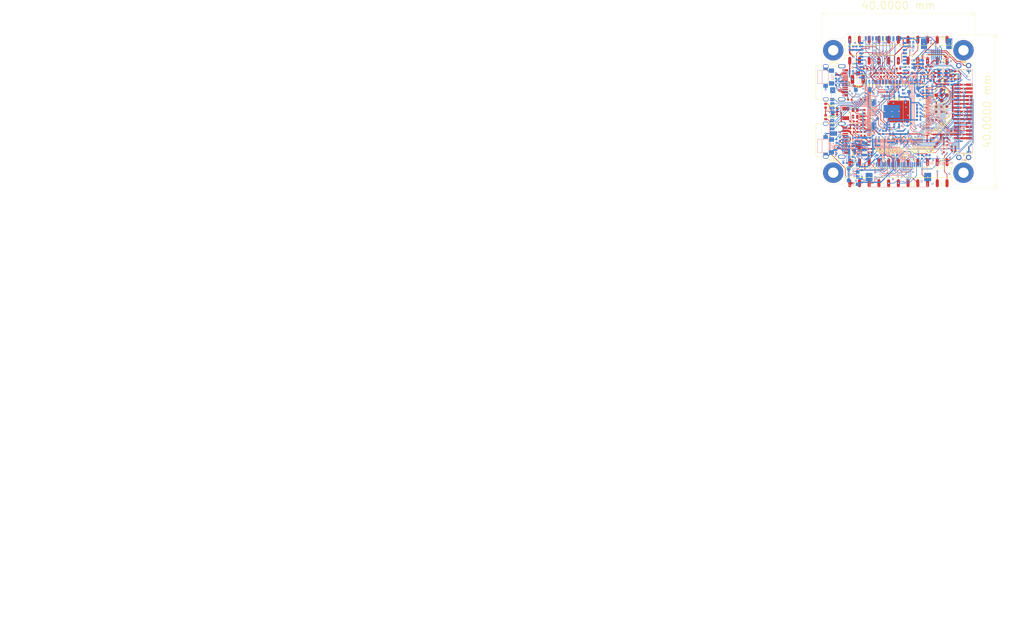
<source format=kicad_pcb>
(kicad_pcb (version 20211014) (generator pcbnew)
  (title_block (rev "V1.6"))
  (layers (0 "F.Cu" signal) (1 "In1.Cu" power) (2 "In2.Cu" signal) (31 "B.Cu" signal) (34 "B.Paste" user) (35 "F.Paste" user) (36 "B.SilkS" user "底层丝印层") (37 "F.SilkS" user "顶层丝印层") (38 "B.Mask" user) (39 "F.Mask" user) (44 "Edge.Cuts" user))
  (net 0 "")
  (net 1 "NetR20_1")
  (net 2 "NetC15_2")
  (net 3 "NetP6_2")
  (net 4 "NetP6_1")
  (net 5 "NetP1_2")
  (net 6 "DVP_RST")
  (net 7 "PD22")
  (net 8 "CTP_RST")
  (net 9 "NetR47_1")
  (net 10 "NetC85_1")
  (net 11 "NetC54_2")
  (net 12 "NetDS2_K")
  (net 13 "NetR23_2")
  (net 14 "NetC81_1")
  (net 15 "NetC70_1")
  (net 16 "NetC7_2")
  (net 17 "VCC_RTC")
  (net 18 "TVIN_VRP")
  (net 19 "TVIN_VRN")
  (net 20 "TVIN1")
  (net 21 "TVIN0")
  (net 22 "TV_OUT")
  (net 23 "NetR59_1")
  (net 24 "NetR54_1")
  (net 25 "NetC80_2")
  (net 26 "NetC78_1")
  (net 27 "NetC40_2")
  (net 28 "NetC12_2")
  (net 29 "NetC6_2")
  (net 30 "NetC4_2")
  (net 31 "MICIN3P")
  (net 32 "MICIN3N")
  (net 33 "LINEINR")
  (net 34 "LINEINL")
  (net 35 "AVCC1.8")
  (net 36 "VCC-RMII-CSI")
  (net 37 "NetR50_1")
  (net 38 "NetR35_1")
  (net 39 "DVP_XCLK")
  (net 40 "DVP_VSYNC")
  (net 41 "DVP_SDA")
  (net 42 "DVP_SCL")
  (net 43 "DVP_PCLK")
  (net 44 "DVP_HSYNC")
  (net 45 "DVP_DVDD")
  (net 46 "DVP-Y9")
  (net 47 "DVP-Y8")
  (net 48 "DVP-Y7")
  (net 49 "DVP-Y6")
  (net 50 "DVP-Y5")
  (net 51 "DVP-Y4")
  (net 52 "DVP-Y3")
  (net 53 "DVP-Y2")
  (net 54 "AVDD2V8")
  (net 55 "AAGND")
  (net 56 "PG11")
  (net 57 "CTP_INT")
  (net 58 "WL_REG_ON")
  (net 59 "PB7")
  (net 60 "PB6")
  (net 61 "PB5")
  (net 62 "PB4")
  (net 63 "NetC58_2")
  (net 64 "NetC48_2")
  (net 65 "32I")
  (net 66 "32O")
  (net 67 "XI")
  (net 68 "BT_WAKE_AP")
  (net 69 "BT_EN")
  (net 70 "AP_WAKE_BT")
  (net 71 "D1_P")
  (net 72 "D1_N")
  (net 73 "D0_P")
  (net 74 "D0_N")
  (net 75 "CK_P")
  (net 76 "CK_N")
  (net 77 "NetJ3_B5")
  (net 78 "NetJ3_A5")
  (net 79 "NetJ2_B5")
  (net 80 "NetJ2_A5")
  (net 81 "LCD_PWM")
  (net 82 "LCD_D18")
  (net 83 "NetR39_1")
  (net 84 "WL_WAKE_AP")
  (net 85 "VCC_WIFI")
  (net 86 "UART1_TX")
  (net 87 "UART1_RX")
  (net 88 "UART1_RTS")
  (net 89 "UART1_CTS")
  (net 90 "PG5_SDC1_D3")
  (net 91 "PG4_SDC1_D2")
  (net 92 "PG3_SDC1_D1")
  (net 93 "PG2_SDC1_D0")
  (net 94 "PG1_SDC1_CMD")
  (net 95 "PG0_SDC1_CLK")
  (net 96 "NetR41_2")
  (net 97 "AP-CLK24M-OUT")
  (net 98 "USB1_P")
  (net 99 "USB1_N")
  (net 100 "USB0_P")
  (net 101 "USB0_N")
  (net 102 "TP-Y2")
  (net 103 "TP-Y1")
  (net 104 "TP-X2")
  (net 105 "TP-X1")
  (net 106 "SPI0_WP")
  (net 107 "SPI0_HOLD")
  (net 108 "SDC0_DET")
  (net 109 "RESET")
  (net 110 "NetR49_1")
  (net 111 "NetR43_2")
  (net 112 "HPOUTR")
  (net 113 "HPOUTL")
  (net 114 "HPOUTFB")
  (net 115 "GPADC0")
  (net 116 "VCC-DRAM")
  (net 117 "VCC-CORE")
  (net 118 "XO")
  (net 119 "NetC50_1")
  (net 120 "LDOA-OUT")
  (net 121 "NetR42_2")
  (net 122 "NetR12_2")
  (net 123 "NetR10_2")
  (net 124 "NetR8_2")
  (net 125 "VCCIN")
  (net 126 "VCC3V3")
  (net 127 "NetL3_1")
  (net 128 "NetL2_1")
  (net 129 "NetL1_1")
  (net 130 "NetDS1_K")
  (net 131 "GND")
  (net 132 "AGND")
  (net 133 "LCD_CLK")
  (net 134 "LCD_D10")
  (net 135 "LCD_D11")
  (net 136 "LCD_D12")
  (net 137 "LCD_D13")
  (net 138 "LCD_D14")
  (net 139 "LCD_D15")
  (net 140 "LCD_D19")
  (net 141 "LCD_D20")
  (net 142 "LCD_D21")
  (net 143 "LCD_D22")
  (net 144 "LCD_D23")
  (net 145 "LCD_DE")
  (net 146 "LCD_HSYNC")
  (net 147 "LCD_VSYNC")
  (net 148 "SDC0_CLK")
  (net 149 "SDC0_CMD")
  (net 150 "SDC0_D0")
  (net 151 "SDC0_D1")
  (net 152 "SDC0_D2")
  (net 153 "SDC0_D3")
  (net 154 "SPI0_CLK")
  (net 155 "SPI0_CS")
  (net 156 "SPI0_MISO")
  (net 157 "SPI0_MOSI")
  (net 158 "LEDA")
  (net 159 "LEDK")
  (net 160 "NetD1_A")
  (net 161 "NetC7_1")
  (footprint "LIB_MANGO.IntLib:C0402" (layer "F.Cu") (at 63.143799 145.928203 90)
    (fp_text reference "C30" hide)
    (fp_text value "10uF" hide)
  )
  (footprint "LIB_MANGO.IntLib:C0402" (layer "F.Cu") (at 80.618999 126.141603 90)
    (fp_text reference "C55" hide)
    (fp_text value "10uF" hide)
  )
  (footprint "LIB_MANGO.IntLib:C0402" (layer "F.Cu") (at 63.778799 126.141603 -90)
    (fp_text reference "C34" hide)
    (fp_text value "0.1uF" hide)
  )
  (footprint "LIB_MANGO.IntLib:USB-TYPEC-16P" (layer "F.Cu") (at 54.602599 143.207203 -90)
    (fp_text reference "J2" hide)
    (fp_text value "USB-TypeC-16P" hide)
  )
  (footprint "LIB_MANGO.IntLib:R0402" (layer "F.Cu") (at 66.445799 126.141603 -90)
    (fp_text reference "R66" hide)
    (fp_text value "47K" hide)
  )
  (footprint "LIB_MANGO.IntLib:C0402" (layer "F.Cu") (at 62.178599 135.768203 90)
    (fp_text reference "C79" hide)
    (fp_text value "0.1uF" hide)
  )
  (footprint "LIB_MANGO.IntLib:VLS252010" (layer "F.Cu") (at 82.549399 125.684403 180)
    (fp_text reference "L4" hide)
    (fp_text value "10uH" hide)
  )
  (footprint "LIB_MANGO.IntLib:R0402" (layer "F.Cu") (at 61.746799 142.067403)
    (fp_text reference "R9" hide)
    (fp_text value "150K 1%" hide)
  )
  (footprint "LIB_MANGO.IntLib:C0402" (layer "F.Cu") (at 59.359204 138.765403 -90)
    (fp_text reference "C43" hide)
    (fp_text value "22pF" hide)
  )
  (footprint "LIB_MANGO.IntLib:R0402" (layer "F.Cu") (at 59.359199 140.594203 -90)
    (fp_text reference "R8" hide)
    (fp_text value "680K 1%" hide)
  )
  (footprint "LIB_MANGO.IntLib:XTAL2520" (layer "F.Cu") (at 59.714799 136.200003 90)
    (fp_text reference "X1" hide)
    (fp_text value "XTAL2520-24M CL=18PF" hide)
  )
  (footprint "LIB_MANGO.IntLib:R0402" (layer "F.Cu") (at 78.688599 123.982603 180)
    (fp_text reference "R19" hide)
    (fp_text value "2R7" hide)
  )
  (footprint "LIB_MANGO.IntLib:C0402" (layer "F.Cu") (at 73.633999 126.141603 90)
    (fp_text reference "C70" hide)
    (fp_text value "0.1uF" hide)
  )
  (footprint "LIB_MANGO.IntLib:C0402" (layer "F.Cu") (at 78.726699 126.141603 90)
    (fp_text reference "C15" hide)
    (fp_text value "10uF" hide)
  )
  (footprint "LIB_MANGO.IntLib:R0402" (layer "F.Cu") (at 64.261399 124.490603)
    (fp_text reference "R14" hide)
    (fp_text value "NC/100K" hide)
  )
  (footprint "LIB_MANGO.IntLib:TEST-POINT" (layer "F.Cu") (at 83.666999 134.422003 -90)
    (fp_text reference "TP5" hide)
    (fp_text value "TEST POINT" hide)
  )
  (footprint "LIB_MANGO.IntLib:MIPI_CSI_1.0_30PIN" (layer "F.Cu") (at 88.002598 135.707203)
    (fp_text reference "P5" hide)
    (fp_text value "Header15-MIPI" hide)
  )
  (footprint "LIB_MANGO.IntLib:C0402" (layer "F.Cu") (at 83.311399 143.566003 180)
    (fp_text reference "C75" hide)
    (fp_text value "1nF" hide)
  )
  (footprint "LIB_MANGO.IntLib:C0402" (layer "F.Cu") (at 63.143799 144.023203 90)
    (fp_text reference "C26" hide)
    (fp_text value "10uF" hide)
  )
  (footprint "LIB_MANGO.IntLib:R0402" (layer "F.Cu") (at 64.718599 126.141603 -90)
    (fp_text reference "R5" hide)
    (fp_text value "100K" hide)
  )
  (footprint "LIB_MANGO.IntLib:R0402" (layer "F.Cu") (at 82.854201 145.902803 90)
    (fp_text reference "R80" hide)
    (fp_text value "5.1K" hide)
  )
  (footprint "LIB_MANGO.IntLib:LED0402" (layer "F.Cu") (at 52.002599 134.207203 90)
    (fp_text reference "DS1" hide)
    (fp_text value "GREEN" hide)
  )
  (footprint "D:_ÏîÄ¿_ADLIB_A.Pc_HDR2X11T" (layer "F.Cu") (at 71.002599 151.707204)
    (fp_text reference "P3" hide)
    (fp_text value "Header 11X2" hide)
  )
  (footprint "LIB_MANGO.IntLib:R0402" (layer "F.Cu") (at 75.030999 126.141603 -90)
    (fp_text reference "R29" hide)
    (fp_text value "100K" hide)
  )
  (footprint "LIB_MANGO.IntLib:I-PEX SOCKET" (layer "F.Cu") (at 60.425999 127.310003 180)
    (fp_text reference "J4" hide)
    (fp_text value "ipex" hide)
  )
  (footprint "LIB_MANGO.IntLib:C0402" (layer "F.Cu") (at 61.746799 141.051403 180)
    (fp_text reference "C68" hide)
    (fp_text value "2.2uF" hide)
  )
  (footprint "LIB_MANGO.IntLib:R0402" (layer "F.Cu") (at 78.688599 124.846203)
    (fp_text reference "R21" hide)
    (fp_text value "150K 1%" hide)
  )
  (footprint "LIB_MANGO.IntLib:R0402" (layer "F.Cu") (at 69.036599 126.141603 -90)
    (fp_text reference "R68" hide)
    (fp_text value "47K" hide)
  )
  (footprint "LIB_MANGO.IntLib:R0402" (layer "F.Cu") (at 67.283999 126.141603 -90)
    (fp_text reference "R69" hide)
    (fp_text value "47K" hide)
  )
  (footprint "LIB_MANGO.IntLib:C0402" (layer "F.Cu") (at 75.919999 126.141603 90)
    (fp_text reference "C49" hide)
    (fp_text value "1nF" hide)
  )
  (footprint "LIB_MANGO.IntLib:C0402" (layer "F.Cu") (at 82.854199 142.169003 90)
    (fp_text reference "C35" hide)
    (fp_text value "0.1uF" hide)
  )
  (footprint "LIB_MANGO.IntLib:C0402" (layer "F.Cu") (at 61.264199 137.419203 90)
    (fp_text reference "C9" hide)
    (fp_text value "22pF" hide)
  )
  (footprint "D:_×ÊÁÏ¿â_ADLIB_A.PcbLib_HDR2X11T" (layer "F.Cu") (at 71.002599 119.707204)
    (fp_text reference "P2" hide)
    (fp_text value "Header 11X2" hide)
  )
  (footprint "LIB_MANGO.IntLib:R0402" (layer "F.Cu") (at 60.273599 138.765403 -90)
    (fp_text reference "R40" hide)
    (fp_text value "680K 1%" hide)
  )
  (footprint "" (layer "F.Cu") (at 88.002598 119.707204)
    (fp_text reference "")
    (fp_text value "")
  )
  (footprint "LIB_MANGO.IntLib:C0402" (layer "F.Cu") (at 80.263399 142.169003 90)
    (fp_text reference "C20" hide)
    (fp_text value "0.1uF" hide)
  )
  (footprint "LIB_MANGO.IntLib:C0402" (layer "F.Cu") (at 76.859799 126.141603 90)
    (fp_text reference "C6" hide)
    (fp_text value "0.1uF" hide)
  )
  (footprint "LIB_MANGO.IntLib:SOD523" (layer "F.Cu") (at 82.498599 127.741803)
    (fp_text reference "D1" hide)
    (fp_text value "MSK4010" hide)
  )
  (footprint "LIB_MANGO.IntLib:C0402" (layer "F.Cu") (at 66.902999 124.516003)
    (fp_text reference "C18" hide)
    (fp_text value "NC" hide)
  )
  (footprint "LIB_MANGO.IntLib:C0402" (layer "F.Cu") (at 64.083599 145.928203 -90)
    (fp_text reference "C31" hide)
    (fp_text value "0.1uF" hide)
  )
  (footprint "LIB_MANGO.IntLib:R0402" (layer "F.Cu") (at 58.343199 132.618603 180)
    (fp_text reference "R48" hide)
    (fp_text value "10K" hide)
  )
  (footprint "LIB_MANGO.IntLib:C0402" (layer "F.Cu") (at 62.178599 137.419203 90)
    (fp_text reference "C8" hide)
    (fp_text value "22pF" hide)
  )
  (footprint "LIB_MANGO.IntLib:C0402" (layer "F.Cu") (at 70.763799 126.141603 -90)
    (fp_text reference "C10" hide)
    (fp_text value "10uF" hide)
  )
  (footprint "LIB_MANGO.IntLib:R0402" (layer "F.Cu") (at 85.749799 125.684403 -90)
    (fp_text reference "R16" hide)
    (fp_text value "75R" hide)
  )
  (footprint "LIB_MANGO.IntLib:C0402" (layer "F.Cu") (at 78.967999 143.388203 180)
    (fp_text reference "C13" hide)
    (fp_text value "0.1uF" hide)
  )
  (footprint "LIB_MANGO.IntLib:R0402" (layer "F.Cu") (at 62.457999 124.516003)
    (fp_text reference "R70" hide)
    (fp_text value "NC/100K" hide)
  )
  (footprint "LIB_MANGO.IntLib:R0402" (layer "F.Cu") (at 62.178599 139.679803 -90)
    (fp_text reference "R61" hide)
    (fp_text value "0R" hide)
  )
  (footprint "LIB_MANGO.IntLib:C0402" (layer "F.Cu") (at 85.425423 144.957179)
    (fp_text reference "C73" hide)
    (fp_text value "1nF" hide)
  )
  (footprint "LIB_MANGO.IntLib:TEST-POINT" (layer "F.Cu") (at 80.898399 135.806303 90)
    (fp_text reference "TP1" hide)
    (fp_text value "TEST POINT" hide)
  )
  (footprint "LIB_MANGO.IntLib:R0402" (layer "F.Cu") (at 54.533199 134.879203 180)
    (fp_text reference "R18" hide)
    (fp_text value "10K" hide)
  )
  (footprint "LIB_MANGO.IntLib:C0402" (layer "F.Cu") (at 84.809999 141.280003 90)
    (fp_text reference "C3" hide)
    (fp_text value "10uF" hide)
  )
  (footprint "LIB_MANGO.IntLib:R0402" (layer "F.Cu") (at 80.415799 137.901803)
    (fp_text reference "R59" hide)
    (fp_text value "33R" hide)
  )
  (footprint "LIB_MANGO.IntLib:TEST-POINT" (layer "F.Cu") (at 82.244599 135.806303 90)
    (fp_text reference "TP2" hide)
    (fp_text value "TEST POINT" hide)
  )
  (footprint "LIB_MANGO.IntLib:C0402" (layer "F.Cu") (at 83.311399 144.480403 180)
    (fp_text reference "C74" hide)
    (fp_text value "1nF" hide)
  )
  (footprint "LIB_MANGO.IntLib:C0402" (layer "F.Cu") (at 58.470199 140.594203 90)
    (fp_text reference "C27" hide)
    (fp_text value "10uF" hide)
  )
  (footprint "LIB_MANGO.IntLib:C0603" (layer "F.Cu") (at 84.708399 125.684403 90)
    (fp_text reference "C1" hide)
    (fp_text value "1uF 50V" hide)
  )
  (footprint "LIB_MANGO.IntLib:Y3215" (layer "F.Cu") (at 57.250999 136.200003 90)
    (fp_text reference "XT1" hide)
    (fp_text value "32.768K CL=12.5pF" hide)
  )
  (footprint "LIB_MANGO.IntLib:USB-TYPEC-16P" (layer "F.Cu") (at 54.602599 128.207202 -90)
    (fp_text reference "J3" hide)
    (fp_text value "USB-TypeC-16P" hide)
  )
  (footprint "LIB_MANGO.IntLib:HDR1X2-XIAO" (layer "F.Cu") (at 86.791199 147.707204)
    (fp_text reference "P8" hide)
    (fp_text value "Header 2" hide)
  )
  (footprint "LIB_MANGO.IntLib:R0402" (layer "F.Cu") (at 71.043199 124.516003)
    (fp_text reference "R41" hide)
    (fp_text value "NC/0R" hide)
  )
  (footprint "LIB_MANGO.IntLib:C0402" (layer "F.Cu") (at 79.679199 126.141603 -90)
    (fp_text reference "C86" hide)
    (fp_text value "0.1uF" hide)
  )
  (footprint "LIB_MANGO.IntLib:QFN40P300X300X80_HS-21N" (layer "F.Cu") (at 60.6282 144.924799 90)
    (fp_text reference "U4" hide)
    (fp_text value "RY1303" hide)
  )
  (footprint "" (layer "F.Cu") (at 88.002598 151.707204)
    (fp_text reference "")
    (fp_text value "")
  )
  (footprint "LIB_MANGO.IntLib:TEST-POINT" (layer "F.Cu") (at 82.244599 134.422003 -90)
    (fp_text reference "TP6" hide)
    (fp_text value "TEST POINT" hide)
  )
  (footprint "LIB_MANGO.IntLib:TEST-POINT" (layer "F.Cu") (at 80.898399 134.422003 -90)
    (fp_text reference "TP7" hide)
    (fp_text value "TEST POINT" hide)
  )
  (footprint "LIB_MANGO.IntLib:C0402" (layer "F.Cu") (at 85.425423 145.902803)
    (fp_text reference "C72" hide)
    (fp_text value "1nF" hide)
  )
  (footprint "LIB_MANGO.IntLib:R0402" (layer "F.Cu") (at 65.582199 126.141603 -90)
    (fp_text reference "R65" hide)
    (fp_text value "47K" hide)
  )
  (footprint "LIB_MANGO.IntLib:R0402" (layer "F.Cu") (at 69.950999 126.141603 -90)
    (fp_text reference "R67" hide)
    (fp_text value "47K" hide)
  )
  (footprint "LIB_MANGO.IntLib:R0402" (layer "F.Cu") (at 61.772199 132.618603)
    (fp_text reference "R43" hide)
    (fp_text value "33R" hide)
  )
  (footprint "LIB_MANGO.IntLib:HDR1X2-XIAO" (layer "F.Cu") (at 86.791199 123.707204)
    (fp_text reference "P6" hide)
    (fp_text value "Header 2" hide)
  )
  (footprint "" (layer "F.Cu") (at 54.002598 119.707204)
    (fp_text reference "")
    (fp_text value "")
  )
  (footprint "LIB_MANGO.IntLib:R0402" (layer "F.Cu") (at 63.626399 147.249003 180)
    (fp_text reference "R10" hide)
    (fp_text value "300K 1%" hide)
  )
  (footprint "LIB_MANGO.IntLib:C0402" (layer "F.Cu") (at 54.533199 136.530203)
    (fp_text reference "C41" hide)
    (fp_text value "0.1uF" hide)
  )
  (footprint "LIB_MANGO.IntLib:QFP129P40B1600_1600H160" (layer "F.Cu") (at 71.002599 135.707203 -90)
    (fp_text reference "U1" hide)
    (fp_text value "D1s-eLQFP128" hide)
  )
  (footprint "LIB_MANGO.IntLib:C0402" (layer "F.Cu") (at 71.678199 126.141603 90)
    (fp_text reference "C71" hide)
    (fp_text value "1uF" hide)
  )
  (footprint "LIB_MANGO.IntLib:C0402" (layer "F.Cu") (at 83.793999 142.169003 90)
    (fp_text reference "C36" hide)
    (fp_text value "0.1uF" hide)
  )
  (footprint "LIB_MANGO.IntLib:C0402" (layer "F.Cu") (at 60.273599 140.594203 -90)
    (fp_text reference "C50" hide)
    (fp_text value "2.2uF" hide)
  )
  (footprint "LIB_MANGO.IntLib:R0402" (layer "F.Cu") (at 85.292599 127.259203 180)
    (fp_text reference "R17" hide)
    (fp_text value "75R" hide)
  )
  (footprint "LIB_MANGO.IntLib:C0402" (layer "F.Cu") (at 58.470199 138.765403 -90)
    (fp_text reference "C45" hide)
    (fp_text value "22pF" hide)
  )
  (footprint "" (layer "F.Cu") (at 54.002598 151.707204)
    (fp_text reference "")
    (fp_text value "")
  )
  (footprint "LIB_MANGO.IntLib:LED0402" (layer "F.Cu") (at 52.002599 137.207202 -90)
    (fp_text reference "DS2" hide)
    (fp_text value "BLUE" hide)
  )
  (footprint "LIB_MANGO.IntLib:MIC-T" (layer "F.Cu") (at 82.269999 131.450203 -90)
    (fp_text reference "M1" hide)
    (fp_text value "MIC" hide)
  )
  (footprint "LIB_MANGO.IntLib:R0402" (layer "F.Cu") (at 77.774199 126.141603 90)
    (fp_text reference "R3" hide)
    (fp_text value "33R" hide)
  )
  (footprint "LIB_MANGO.IntLib:R0402" (layer "F.Cu") (at 68.122199 126.141603 90)
    (fp_text reference "R39" hide)
    (fp_text value "33R" hide)
  )
  (footprint "LIB_MANGO.IntLib:C0402" (layer "F.Cu") (at 72.668799 126.141603 90)
    (fp_text reference "C69" hide)
    (fp_text value "1uF" hide)
  )
  (footprint "LIB_MANGO.IntLib:C0402" (layer "F.Cu") (at 76.072399 123.982603)
    (fp_text reference "C85" hide)
    (fp_text value "10uF" hide)
  )
  (footprint "LIB_MANGO.IntLib:R0402" (layer "F.Cu") (at 54.533199 135.692006)
    (fp_text reference "R6" hide)
    (fp_text value "5.1K" hide)
  )
  (footprint "LIB_MANGO.IntLib:C0402" (layer "F.Cu") (at 61.315001 139.679803 90)
    (fp_text reference "C44" hide)
    (fp_text value "2.2uF" hide)
  )
  (footprint "LIB_MANGO.IntLib:C0402" (layer "B.Cu") (at 61.467399 150.586604 90)
    (fp_text reference "C64" hide)
    (fp_text value "10uF" hide)
  )
  (footprint "LIB_MANGO.IntLib:R0402" (layer "B.Cu") (at 58.571796 148.468203)
    (fp_text reference "R12" hide)
    (fp_text value "75K 1%" hide)
  )
  (footprint "LIB_MANGO.IntLib:R0402" (layer "B.Cu") (at 73.405399 138.968603 90)
    (fp_text reference "R76" hide)
    (fp_text value "NC" hide)
  )
  (footprint "LIB_MANGO.IntLib:C0402" (layer "B.Cu") (at 77.469399 129.723003 -90)
    (fp_text reference "C40" hide)
    (fp_text value "0.47uF" hide)
  )
  (footprint "LIB_MANGO.IntLib:R0402" (layer "B.Cu") (at 55.599999 126.649603 -90)
    (fp_text reference "R28" hide)
    (fp_text value "5.1K" hide)
  )
  (footprint "LIB_MANGO.IntLib:R0402" (layer "B.Cu") (at 56.920799 144.836003 180)
    (fp_text reference "R2" hide)
    (fp_text value "100K" hide)
  )
  (footprint "LIB_MANGO.IntLib:C0402" (layer "B.Cu") (at 76.326399 133.964803)
    (fp_text reference "C2" hide)
    (fp_text value "10uF" hide)
  )
  (footprint "LIB_MANGO.IntLib:R0402" (layer "B.Cu") (at 76.859799 126.141603 90)
    (fp_text reference "R64" hide)
    (fp_text value "33R" hide)
  )
  (footprint "LIB_MANGO.IntLib:VLS2016" (layer "B.Cu") (at 62.153199 143.2248 -90)
    (fp_text reference "L1" hide)
    (fp_text value "2.2uH" hide)
  )
  (footprint "LIB_MANGO.IntLib:MINISW" (layer "B.Cu") (at 52.002599 126.707203 -90)
    (fp_text reference "S1" hide)
    (fp_text value "SW-CE" hide)
  )
  (footprint "LIB_MANGO.IntLib:R0402" (layer "B.Cu") (at 78.637799 125.913003 -90)
    (fp_text reference "R20" hide)
    (fp_text value "150K 1%" hide)
  )
  (footprint "LIB_MANGO.IntLib:C0402" (layer "B.Cu") (at 55.701596 144.861403 90)
    (fp_text reference "C76" hide)
    (fp_text value "10uF" hide)
  )
  (footprint "LIB_MANGO.IntLib:R0402" (layer "B.Cu") (at 82.066799 129.545203 90)
    (fp_text reference "R34" hide)
    (fp_text value "1K" hide)
  )
  (footprint "LIB_MANGO.IntLib:R0402" (layer "B.Cu") (at 82.498599 127.818003 180)
    (fp_text reference "R36" hide)
    (fp_text value "5.1K" hide)
  )
  (footprint "LIB_MANGO.IntLib:R0402" (layer "B.Cu") (at 85.267199 125.532003 -90)
    (fp_text reference "R4" hide)
    (fp_text value "2R7" hide)
  )
  (footprint "LIB_MANGO.IntLib:C0402" (layer "B.Cu") (at 73.024399 143.362803 180)
    (fp_text reference "C77" hide)
    (fp_text value "0.1uF" hide)
  )
  (footprint "LIB_MANGO.IntLib:R0402" (layer "B.Cu") (at 77.164599 147.579203 90)
    (fp_text reference "R35" hide)
    (fp_text value "NC" hide)
  )
  (footprint "LIB_MANGO.IntLib:WSON-SPIFLASH" (layer "B.Cu") (at 69.290599 135.717403 90)
    (fp_text reference "U3" hide)
    (fp_text value "SPIFLASH_SOP8W" hide)
  )
  (footprint "LIB_MANGO.IntLib:C0402" (layer "B.Cu") (at 57.098599 149.154003 180)
    (fp_text reference "C65" hide)
    (fp_text value "10uF" hide)
  )
  (footprint "LIB_MANGO.IntLib:C0402" (layer "B.Cu") (at 85.013199 128.275203 -90)
    (fp_text reference "C59" hide)
    (fp_text value "0.1uF" hide)
  )
  (footprint "LIB_MANGO.IntLib:C0402" (layer "B.Cu") (at 70.382799 142.067403 -90)
    (fp_text reference "C52" hide)
    (fp_text value "0.1uF" hide)
  )
  (footprint "LIB_MANGO.IntLib:C0402" (layer "B.Cu") (at 72.871999 132.415403 90)
    (fp_text reference "C42" hide)
    (fp_text value "0.1uF" hide)
  )
  (footprint "LIB_MANGO.IntLib:R0402" (layer "B.Cu") (at 72.160799 130.535803 -90)
    (fp_text reference "R54" hide)
    (fp_text value "NC/1K" hide)
  )
  (footprint "LIB_MANGO.IntLib:TEST-POINT" (layer "B.Cu") (at 68.833399 141.584803 90)
    (fp_text reference "TP4" hide)
    (fp_text value "TEST POINT" hide)
  )
  (footprint "LIB_MANGO.IntLib:R0402" (layer "B.Cu") (at 79.831599 129.545203 90)
    (fp_text reference "R55" hide)
    (fp_text value "75R" hide)
  )
  (footprint "LIB_MANGO.IntLib:R0402" (layer "B.Cu") (at 65.556799 147.604603 90)
    (fp_text reference "R53" hide)
    (fp_text value "0R" hide)
  )
  (footprint "D:_×ÊÁÏ¿â_ADLIB_A.PcbLib_AP6212" (layer "B.Cu") (at 67.0026 122.307204)
    (fp_text reference "U6" hide)
    (fp_text value "WIFI" hide)
  )
  (footprint "LIB_MANGO.IntLib:R0402" (layer "B.Cu") (at 68.503199 130.612003)
    (fp_text reference "R49" hide)
    (fp_text value "33R" hide)
  )
  (footprint "LIB_MANGO.IntLib:C0402" (layer "B.Cu") (at 74.904001 117.073803 90)
    (fp_text reference "C19" hide)
    (fp_text value "1uF" hide)
  )
  (footprint "LIB_MANGO.IntLib:R0402" (layer "B.Cu") (at 80.695199 127.818003)
    (fp_text reference "R32" hide)
    (fp_text value "NC" hide)
  )
  (footprint "LIB_MANGO.IntLib:C0402" (layer "B.Cu") (at 81.990599 132.339203 -135)
    (fp_text reference "C46" hide)
    (fp_text value "0.1uF" hide)
  )
  (footprint "LIB_MANGO.IntLib:C0402" (layer "B.Cu") (at 69.6026 143.306398 90)
    (fp_text reference "C38" hide)
    (fp_text value "0.1uF" hide)
  )
  (footprint "LIB_MANGO.IntLib:C0402" (layer "B.Cu") (at 82.549399 130.866003 180)
    (fp_text reference "C7" hide)
    (fp_text value "100pF" hide)
  )
  (footprint "LIB_MANGO.IntLib:C0402" (layer "B.Cu") (at 60.629199 143.007203 90)
    (fp_text reference "C29" hide)
    (fp_text value "0.1uF" hide)
  )
  (footprint "LIB_MANGO.IntLib:R0402" (layer "B.Cu") (at 56.920799 127.868806 180)
    (fp_text reference "R78" hide)
    (fp_text value "10K" hide)
  )
  (footprint "LIB_MANGO.IntLib:R0402" (layer "B.Cu") (at 78.409199 129.723003 -90)
    (fp_text reference "R15" hide)
    (fp_text value "0R" hide)
  )
  (footprint "LIB_MANGO.IntLib:C0402" (layer "B.Cu") (at 71.144799 143.388203)
    (fp_text reference "C24" hide)
    (fp_text value "1uF" hide)
  )
  (footprint "LIB_MANGO.IntLib:C0402" (layer "B.Cu") (at 54.685599 128.326003 90)
    (fp_text reference "C82" hide)
    (fp_text value "10uF" hide)
  )
  (footprint "LIB_MANGO.IntLib:R0402" (layer "B.Cu") (at 59.663999 125.913003 180)
    (fp_text reference "R38" hide)
    (fp_text value "0R" hide)
  )
  (footprint "LIB_MANGO.IntLib:R0402" (layer "B.Cu") (at 60.121199 122.661803 -90)
    (fp_text reference "R46" hide)
    (fp_text value "NC/100K" hide)
  )
  (footprint "LIB_MANGO.IntLib:TEST-POINT" (layer "B.Cu") (at 75.914881 125.684403 90)
    (fp_text reference "TP10" hide)
    (fp_text value "TEST POINT" hide)
  )
  (footprint "LIB_MANGO.IntLib:R0402" (layer "B.Cu") (at 58.266999 119.156603 90)
    (fp_text reference "R58" hide)
    (fp_text value "0R" hide)
  )
  (footprint "LIB_MANGO.IntLib:MINISW" (layer "B.Cu") (at 52.002599 144.707202 -90)
    (fp_text reference "S2" hide)
    (fp_text value "SW-CE" hide)
  )
  (footprint "LIB_MANGO.IntLib:TEST-POINT" (layer "B.Cu") (at 78.764799 123.550803 90)
    (fp_text reference "TP9" hide)
    (fp_text value "TEST POINT" hide)
  )
  (footprint "LIB_MANGO.IntLib:C0402" (layer "B.Cu") (at 65.505999 143.464403 180)
    (fp_text reference "C66" hide)
    (fp_text value "0.1uF" hide)
  )
  (footprint "LIB_MANGO.IntLib:C0402" (layer "B.Cu") (at 63.677199 143.007203 -90)
    (fp_text reference "C28" hide)
    (fp_text value "10uF" hide)
  )
  (footprint "LIB_MANGO.IntLib:R0402" (layer "B.Cu") (at 78.26102 147.579203 90)
    (fp_text reference "R72" hide)
    (fp_text value "10K" hide)
  )
  (footprint "LIB_MANGO.IntLib:TEST-POINT" (layer "B.Cu") (at 65.607599 137.546203 90)
    (fp_text reference "TP3" hide)
    (fp_text value "TEST POINT" hide)
  )
  (footprint "LIB_MANGO.IntLib:FFC{slash}SM0.5-1H40" (layer "B.Cu") (at 88.002598 135.707203 -90)
    (fp_text reference "P1" hide)
    (fp_text value "FFC40-RGBLCD" hide)
  )
  (footprint "LIB_MANGO.IntLib:C0402" (layer "B.Cu") (at 78.637796 127.614803 90)
    (fp_text reference "C54" hide)
    (fp_text value "10uF" hide)
  )
  (footprint "LIB_MANGO.IntLib:R0402" (layer "B.Cu") (at 55.599994 128.326003 90)
    (fp_text reference "R30" hide)
    (fp_text value "5.1K" hide)
  )
  (footprint "LIB_MANGO.IntLib:C0402" (layer "B.Cu") (at 58.597199 144.759803 180)
    (fp_text reference "C33" hide)
    (fp_text value "0.1uF" hide)
  )
  (footprint "LIB_MANGO.IntLib:VLS2016" (layer "B.Cu") (at 62.076999 146.410803 90)
    (fp_text reference "L3" hide)
    (fp_text value "2.2uH" hide)
  )
  (footprint "LIB_MANGO.IntLib:SOT23" (layer "B.Cu") (at 59.206799 153.776803 -90)
    (fp_text reference "U8" hide)
    (fp_text value "XC6206-1.2" hide)
  )
  (footprint "LIB_MANGO.IntLib:R0402" (layer "B.Cu") (at 83.057399 129.545203 -90)
    (fp_text reference "R27" hide)
    (fp_text value "1K" hide)
  )
  (footprint "LIB_MANGO.IntLib:R0402" (layer "B.Cu") (at 74.268999 138.359003 -90)
    (fp_text reference "R75" hide)
    (fp_text value "10K" hide)
  )
  (footprint "LIB_MANGO.IntLib:SOT23" (layer "B.Cu") (at 59.200202 150.586601 -90)
    (fp_text reference "U9" hide)
    (fp_text value "XC6206-2.8" hide)
  )
  (footprint "LIB_MANGO.IntLib:C0402" (layer "B.Cu") (at 58.749599 125.176403)
    (fp_text reference "C48" hide)
    (fp_text value "NC" hide)
  )
  (footprint "LIB_MANGO.IntLib:R0402" (layer "B.Cu") (at 83.565399 122.941203 180)
    (fp_text reference "R81" hide)
    (fp_text value "10K" hide)
  )
  (footprint "LIB_MANGO.IntLib:R0402" (layer "B.Cu") (at 76.252604 147.579203 90)
    (fp_text reference "R50" hide)
    (fp_text value "NC" hide)
  )
  (footprint "LIB_MANGO.IntLib:FFC{slash}SM0.5-2H24-OV5640" (layer "B.Cu") (at 71.002599 151.207202 180)
    (fp_text reference "U7" hide)
    (fp_text value "OV-DVP" hide)
  )
  (footprint "LIB_MANGO.IntLib:C0402" (layer "B.Cu") (at 71.601999 142.067403 -90)
    (fp_text reference "C21" hide)
    (fp_text value "10uF" hide)
  )
  (footprint "LIB_MANGO.IntLib:C0402" (layer "B.Cu") (at 60.095799 119.156603 -90)
    (fp_text reference "C14" hide)
    (fp_text value "10uF" hide)
  )
  (footprint "LIB_MANGO.IntLib:C0402" (layer "B.Cu") (at 59.740199 143.007203 -90)
    (fp_text reference "C25" hide)
    (fp_text value "10uF" hide)
  )
  (footprint "LIB_MANGO.IntLib:R0402" (layer "B.Cu") (at 79.221999 147.579203 90)
    (fp_text reference "R73" hide)
    (fp_text value "10K" hide)
  )
  (footprint "LIB_MANGO.IntLib:C0402" (layer "B.Cu") (at 81.533399 122.941203)
    (fp_text reference "C51" hide)
    (fp_text value "0.1uF" hide)
  )
  (footprint "LIB_MANGO.IntLib:R0402" (layer "B.Cu") (at 74.014999 117.073803 90)
    (fp_text reference "R47" hide)
    (fp_text value "47K" hide)
  )
  (footprint "LIB_MANGO.IntLib:R0402" (layer "B.Cu") (at 66.521999 141.584803 180)
    (fp_text reference "R74" hide)
    (fp_text value "10K" hide)
  )
  (footprint "LIB_MANGO.IntLib:R0402" (layer "B.Cu") (at 68.402605 143.3064 90)
    (fp_text reference "R42" hide)
    (fp_text value "240R 1%" hide)
  )
  (footprint "LIB_MANGO.IntLib:R0402" (layer "B.Cu") (at 71.043199 129.240403 180)
    (fp_text reference "R37" hide)
    (fp_text value "100K" hide)
  )
  (footprint "LIB_MANGO.IntLib:R0402" (layer "B.Cu") (at 66.521999 140.746603)
    (fp_text reference "R7" hide)
    (fp_text value "10K" hide)
  )
  (footprint "LIB_MANGO.IntLib:FPC6" (layer "B.Cu") (at 80.999999 119.385203 180)
    (fp_text reference "P4" hide)
    (fp_text value "FPC6" hide)
  )
  (footprint "LIB_MANGO.IntLib:R0402" (layer "B.Cu") (at 56.920799 143.058003)
    (fp_text reference "R23" hide)
    (fp_text value "100K" hide)
  )
  (footprint "LIB_MANGO.IntLib:C0402" (layer "B.Cu") (at 81.380999 131.907403 -135)
    (fp_text reference "C47" hide)
    (fp_text value "0.1uF" hide)
  )
  (footprint "LIB_MANGO.IntLib:C0402" (layer "B.Cu") (at 54.685599 126.649603 -90)
    (fp_text reference "C83" hide)
    (fp_text value "10uF" hide)
  )
  (footprint "LIB_MANGO.IntLib:C0402" (layer "B.Cu") (at 61.467399 153.776806 -90)
    (fp_text reference "C62" hide)
    (fp_text value "0.1uF" hide)
  )
  (footprint "LIB_MANGO.IntLib:C0402" (layer "B.Cu") (at 68.757199 129.240403)
    (fp_text reference "C39" hide)
    (fp_text value "0.1uF" hide)
  )
  (footprint "LIB_MANGO.IntLib:SOT23-6" (layer "B.Cu") (at 82.711199 125.694604 180)
    (fp_text reference "U5" hide)
    (fp_text value "MT9284-28J" hide)
  )
  (footprint "LIB_MANGO.IntLib:C0402" (layer "B.Cu") (at 69.747799 147.579203 90)
    (fp_text reference "C67" hide)
    (fp_text value "10uF" hide)
  )
  (footprint "LIB_MANGO.IntLib:R0402" (layer "B.Cu") (at 54.838001 146.207603 90)
    (fp_text reference "R26" hide)
    (fp_text value "5.1K" hide)
  )
  (footprint "LIB_MANGO.IntLib:R0402" (layer "B.Cu") (at 74.192799 128.046603 -90)
    (fp_text reference "R71" hide)
    (fp_text value "0R" hide)
  )
  (footprint "LIB_MANGO.IntLib:C0402" (layer "B.Cu") (at 76.326399 134.955403)
    (fp_text reference "C53" hide)
    (fp_text value "0.1uF" hide)
  )
  (footprint "LIB_MANGO.IntLib:C0402" (layer "B.Cu") (at 76.504199 128.046603 90)
    (fp_text reference "C80" hide)
    (fp_text value "0.1uF" hide)
  )
  (footprint "LIB_MANGO.IntLib:C0402" (layer "B.Cu") (at 78.409199 131.399403 90)
    (fp_text reference "C78" hide)
    (fp_text value "0.47uF" hide)
  )
  (footprint "LIB_MANGO.IntLib:C0402" (layer "B.Cu") (at 75.284999 128.046603 -90)
    (fp_text reference "C22" hide)
    (fp_text value "2.2uF" hide)
  )
  (footprint "LIB_MANGO.IntLib:R0402" (layer "B.Cu") (at 60.248199 148.468203 180)
    (fp_text reference "R13" hide)
    (fp_text value "150K 1%" hide)
  )
  (footprint "LIB_MANGO.IntLib:C0402" (layer "B.Cu") (at 80.237999 125.709803 -90)
    (fp_text reference "C23" hide)
    (fp_text value "10uF" hide)
  )
  (footprint "LIB_MANGO.IntLib:R0402" (layer "B.Cu") (at 68.223799 140.746603 180)
    (fp_text reference "R33" hide)
    (fp_text value "10K" hide)
  )
  (footprint "LIB_MANGO.IntLib:C0402" (layer "B.Cu") (at 77.774196 126.141603 -90)
    (fp_text reference "C5" hide)
    (fp_text value "0.1uF" hide)
  )
  (footprint "LIB_MANGO.IntLib:TEST-POINT" (layer "B.Cu") (at 74.573799 125.684403 90)
    (fp_text reference "TP11" hide)
    (fp_text value "TEST POINT" hide)
  )
  (footprint "LIB_MANGO.IntLib:R0402" (layer "B.Cu") (at 56.920799 143.947003)
    (fp_text reference "R1" hide)
    (fp_text value "100K" hide)
  )
  (footprint "LIB_MANGO.IntLib:R0402" (layer "B.Cu") (at 65.988599 145.013803 -90)
    (fp_text reference "R56" hide)
    (fp_text value "0R" hide)
  )
  (footprint "LIB_MANGO.IntLib:R0402" (layer "B.Cu") (at 76.326399 137.901803 180)
    (fp_text reference "R79" hide)
    (fp_text value "0R" hide)
  )
  (footprint "LIB_MANGO.IntLib:R0402" (layer "B.Cu") (at 55.701599 142.956403 -90)
    (fp_text reference "R24" hide)
    (fp_text value "5.1K" hide)
  )
  (footprint "LIB_MANGO.IntLib:R0402" (layer "B.Cu") (at 56.920799 128.783206)
    (fp_text reference "R77" hide)
    (fp_text value "NC" hide)
  )
  (footprint "LIB_MANGO.IntLib:R0402" (layer "B.Cu") (at 76.326399 135.946003)
    (fp_text reference "R60" hide)
    (fp_text value "75R" hide)
  )
  (footprint "LIB_MANGO.IntLib:C0402" (layer "B.Cu") (at 60.095799 124.719203 -90)
    (fp_text reference "C58" hide)
    (fp_text value "NC" hide)
  )
  (footprint "LIB_MANGO.IntLib:R0402" (layer "B.Cu") (at 74.472199 118.597803 180)
    (fp_text reference "R84" hide)
    (fp_text value "NC" hide)
  )
  (footprint "LIB_MANGO.IntLib:R0402" (layer "B.Cu") (at 65.074199 145.013803 90)
    (fp_text reference "R57" hide)
    (fp_text value "NC" hide)
  )
  (footprint "LIB_MANGO.IntLib:R0402" (layer "B.Cu") (at 67.385599 147.604603 90)
    (fp_text reference "R52" hide)
    (fp_text value "NC" hide)
  )
  (footprint "LIB_MANGO.IntLib:C0402" (layer "B.Cu") (at 77.469401 131.399403 90)
    (fp_text reference "C11" hide)
    (fp_text value "2.2uF" hide)
  )
  (footprint "LIB_MANGO.IntLib:C0402" (layer "B.Cu") (at 72.821199 142.067403 -90)
    (fp_text reference "C37" hide)
    (fp_text value "0.1uF" hide)
  )
  (footprint "LIB_MANGO.IntLib:VLS2016" (layer "B.Cu") (at 58.800399 146.207603)
    (fp_text reference "L2" hide)
    (fp_text value "2.2uH" hide)
  )
  (footprint "LIB_MANGO.IntLib:C0402" (layer "B.Cu") (at 83.920999 128.275203 90)
    (fp_text reference "C60" hide)
    (fp_text value "10uF" hide)
  )
  (footprint "LIB_MANGO.IntLib:R0402" (layer "B.Cu") (at 70.585999 130.612003 180)
    (fp_text reference "R25" hide)
    (fp_text value "10K" hide)
  )
  (footprint "LIB_MANGO.IntLib:SOT23-6" (layer "B.Cu") (at 76.072399 123.322203 180)
    (fp_text reference "U10" hide)
    (fp_text value "PAM8301" hide)
  )
  (footprint "LIB_MANGO.IntLib:C0402" (layer "B.Cu") (at 54.837999 143.464403 -90)
    (fp_text reference "C84" hide)
    (fp_text value "0.1uF" hide)
  )
  (footprint "LIB_MANGO.IntLib:C0402" (layer "B.Cu") (at 58.597199 147.579203)
    (fp_text reference "C32" hide)
    (fp_text value "10uF" hide)
  )
  (footprint "LIB_MANGO.IntLib:SOT23" (layer "B.Cu") (at 74.954799 130.561203 -90)
    (fp_text reference "U2" hide)
    (fp_text value "XC6206-1.8V" hide)
  )
  (footprint "LIB_MANGO.IntLib:C0402" (layer "B.Cu") (at 56.920799 145.750403)
    (fp_text reference "C4" hide)
    (fp_text value "0.1uF" hide)
  )
  (footprint "LIB_MANGO.IntLib:C0402" (layer "B.Cu") (at 70.662199 147.579203 -90)
    (fp_text reference "C61" hide)
    (fp_text value "0.1uF" hide)
  )
  (footprint "LIB_MANGO.IntLib:C0402" (layer "B.Cu") (at 59.181399 119.156603 -90)
    (fp_text reference "C16" hide)
    (fp_text value "0.1uF" hide)
  )
  (footprint "LIB_MANGO.IntLib:C0402" (layer "B.Cu") (at 66.471199 147.604603 -90)
    (fp_text reference "C63" hide)
    (fp_text value "0.1uF" hide)
  )
  (footprint "LIB_MANGO.IntLib:TEST-POINT" (layer "B.Cu") (at 79.425199 127.614803 90)
    (fp_text reference "TP8" hide)
    (fp_text value "TEST POINT" hide)
  )
  (footprint "LIB_MANGO.IntLib:C0402" (layer "B.Cu") (at 80.923799 129.545203 -90)
    (fp_text reference "C81" hide)
    (fp_text value "10uF" hide)
  )
  (footprint "LIB_MANGO.IntLib:TFCARD-1040310811" (layer "B.Cu") (at 53.502599 135.707203 90)
    (fp_text reference "J1" hide)
    (fp_text value "TF5033981892" hide)
  )
  (footprint "LIB_MANGO.IntLib:C0402" (layer "B.Cu") (at 76.326399 136.962003)
    (fp_text reference "C12" hide)
    (fp_text value "0.1uF" hide)
  )
  (footprint "LIB_MANGO.IntLib:R0402" (layer "B.Cu") (at 57.276399 142.169003 180)
    (fp_text reference "R45" hide)
    (fp_text value "NC" hide)
  )
  (footprint "LIB_MANGO.IntLib:R0402" (layer "B.Cu") (at 60.6282 146.385403 90)
    (fp_text reference "R11" hide)
    (fp_text value "150K 1%" hide)
  )
  (footprint "LIB_MANGO.IntLib:R0402" (layer "B.Cu") (at 75.920001 117.073803 -90)
    (fp_text reference "R82" hide)
    (fp_text value "10K" hide)
  )
  (gr_line (start 79.714754 136.728323) (end 80.141474 136.728323) (layer "B.SilkS") (width 0.01524))
  (gr_line (start 76.212099 141.330803) (end 76.466099 141.330803) (layer "B.SilkS") (width 0.0254))
  (gr_line (start 76.339099 141.127603) (end 76.593099 141.127603) (layer "B.SilkS") (width 0.0254))
  (gr_line (start 82.305554 134.457563) (end 82.793234 134.457563) (layer "B.SilkS") (width 0.01524))
  (gr_line (start 79.333754 138.892403) (end 79.455674 138.892403) (layer "B.SilkS") (width 0.01524))
  (gr_line (start 83.070099 141.280003) (end 83.222499 141.280003) (layer "B.SilkS") (width 0.0254))
  (gr_line (start 83.357114 135.813923) (end 84.012434 135.813923) (layer "B.SilkS") (width 0.01524))
  (gr_line (start 79.943354 137.017883) (end 80.461514 137.017883) (layer "B.SilkS") (width 0.01524))
  (gr_line (start 80.415794 136.454003) (end 81.086354 136.454003) (layer "B.SilkS") (width 0.01524))
  (gr_line (start 81.741674 137.017883) (end 82.168394 137.017883) (layer "B.SilkS") (width 0.01524))
  (gr_line (start 83.082794 138.450443) (end 83.219954 138.450443) (layer "B.SilkS") (width 0.01524))
  (gr_line (start 80.446274 139.029563) (end 81.055874 139.029563) (layer "B.SilkS") (width 0.01524))
  (gr_line (start 80.917228 145.489202) (end 81.145828 145.489202) (layer "B.SilkS") (width 0.0254))
  (gr_line (start 78.986828 145.311402) (end 79.215428 145.311402) (layer "B.SilkS") (width 0.0254))
  (gr_line (start 79.850428 143.406402) (end 82.415828 143.406402) (layer "B.SilkS") (width 0.0254))
  (gr_line (start 81.741674 137.886563) (end 82.153154 137.886563) (layer "B.SilkS") (width 0.01524))
  (gr_line (start 81.756914 135.737723) (end 82.183634 135.737723) (layer "B.SilkS") (width 0.01524))
  (gr_line (start 76.218228 143.508002) (end 76.319828 143.508002) (layer "B.SilkS") (width 0.0254))
  (gr_line (start 81.741674 137.094083) (end 82.168394 137.094083) (layer "B.SilkS") (width 0.01524))
  (gr_line (start 82.695228 143.482602) (end 82.847628 143.482602) (layer "B.SilkS") (width 0.0254))
  (gr_line (start 77.885954 134.381363) (end 78.541274 134.381363) (layer "B.SilkS") (width 0.01524))
  (gr_line (start 76.218228 143.965202) (end 76.345228 143.965202) (layer "B.SilkS") (width 0.0254))
  (gr_line (start 80.431034 138.938123) (end 80.552954 138.938123) (layer "B.SilkS") (width 0.01524))
  (gr_line (start 79.425194 135.981563) (end 79.775714 135.981563) (layer "B.SilkS") (width 0.01524))
  (gr_line (start 78.998474 134.350883) (end 79.211834 134.350883) (layer "B.SilkS") (width 0.01524))
  (gr_line (start 82.717034 134.960483) (end 83.113274 134.960483) (layer "B.SilkS") (width 0.01524))
  (gr_line (start 83.616194 135.996803) (end 84.515354 135.996803) (layer "B.SilkS") (width 0.01524))
  (gr_line (start 81.114299 141.432403) (end 81.368299 141.432403) (layer "B.SilkS") (width 0.0254))
  (gr_line (start 78.986828 145.616202) (end 79.215428 145.616202) (layer "B.SilkS") (width 0.0254))
  (gr_line (start 82.351274 134.914763) (end 82.595114 134.914763) (layer "B.SilkS") (width 0.01524))
  (gr_line (start 79.867154 136.941683) (end 80.370074 136.941683) (layer "B.SilkS") (width 0.01524))
  (gr_line (start 81.741674 136.652123) (end 82.183634 136.652123) (layer "B.SilkS") (width 0.01524))
  (gr_line (start 78.678434 138.877163) (end 78.800354 138.877163) (layer "B.SilkS") (width 0.01524))
  (gr_line (start 78.574299 141.280003) (end 78.828299 141.280003) (layer "B.SilkS") (width 0.0254))
  (gr_line (start 81.139699 140.645003) (end 82.485899 140.645003) (layer "B.SilkS") (width 0.0254))
  (gr_line (start 82.686554 134.914763) (end 83.082794 134.914763) (layer "B.SilkS") (width 0.01524))
  (gr_line (start 79.056899 141.432403) (end 80.453899 141.432403) (layer "B.SilkS") (width 0.0254))
  (gr_line (start 79.470914 136.149203) (end 79.821434 136.149203) (layer "B.SilkS") (width 0.01524))
  (gr_line (start 77.132628 143.736602) (end 77.234228 143.736602) (layer "B.SilkS") (width 0.0254))
  (gr_line (start 80.248154 136.286363) (end 80.766314 136.286363) (layer "B.SilkS") (width 0.01524))
  (gr_line (start 84.162299 141.559403) (end 84.594099 141.559403) (layer "B.SilkS") (width 0.0254))
  (gr_line (start 77.158028 144.905002) (end 78.097828 144.905002) (layer "B.SilkS") (width 0.0254))
  (gr_line (start 75.761028 143.990602) (end 76.065828 143.990602) (layer "B.SilkS") (width 0.0254))
  (gr_line (start 80.631699 140.695803) (end 80.860299 140.695803) (layer "B.SilkS") (width 0.0254))
  (gr_line (start 77.596394 138.983843) (end 77.718314 138.983843) (layer "B.SilkS") (width 0.01524))
  (gr_line (start 83.070099 141.076803) (end 83.095499 141.076803) (layer "B.SilkS") (width 0.0254))
  (gr_line (start 78.678434 139.044803) (end 78.800354 139.044803) (layer "B.SilkS") (width 0.01524))
  (gr_line (start 82.076954 139.044803) (end 82.183634 139.044803) (layer "B.SilkS") (width 0.01524))
  (gr_line (start 83.997194 136.179683) (end 84.698234 136.179683) (layer "B.SilkS") (width 0.01524))
  (gr_line (start 78.282194 135.402443) (end 78.861314 135.402443) (layer "B.SilkS") (width 0.01524))
  (gr_line (start 78.907034 134.731883) (end 79.196594 134.731883) (layer "B.SilkS") (width 0.01524))
  (gr_line (start 83.654299 141.508603) (end 83.908299 141.508603) (layer "B.SilkS") (width 0.0254))
  (gr_line (start 79.242314 134.152763) (end 79.699514 134.152763) (layer "B.SilkS") (width 0.01524))
  (gr_line (start 81.756914 136.362563) (end 82.183634 136.362563) (layer "B.SilkS") (width 0.01524))
  (gr_line (start 80.446274 138.724763) (end 80.827274 138.724763) (layer "B.SilkS") (width 0.01524))
  (gr_line (start 79.333754 138.968603) (end 79.455674 138.968603) (layer "B.SilkS") (width 0.01524))
  (gr_line (start 79.455674 134.930003) (end 79.928114 134.930003) (layer "B.SilkS") (width 0.01524))
  (gr_line (start 76.847099 141.153003) (end 77.278899 141.153003) (layer "B.SilkS") (width 0.0254))
  (gr_line (start 79.333754 138.694283) (end 79.455674 138.694283) (layer "B.SilkS") (width 0.01524))
  (gr_line (start 80.812034 136.713083) (end 81.650234 136.713083) (layer "B.SilkS") (width 0.01524))
  (gr_line (start 81.634994 137.871323) (end 82.153154 137.871323) (layer "B.SilkS") (width 0.01524))
  (gr_line (start 82.793234 138.755243) (end 82.930394 138.755243) (layer "B.SilkS") (width 0.01524))
  (gr_line (start 81.741674 137.490323) (end 82.168394 137.490323) (layer "B.SilkS") (width 0.01524))
  (gr_line (start 82.517428 143.381002) (end 82.568228 143.381002) (layer "B.SilkS") (width 0.0254))
  (gr_line (start 79.006099 140.721203) (end 80.403099 140.721203) (layer "B.SilkS") (width 0.0254))
  (gr_line (start 81.589274 138.618083) (end 81.711194 138.618083) (layer "B.SilkS") (width 0.01524))
  (gr_line (start 79.867154 136.926443) (end 80.339594 136.926443) (layer "B.SilkS") (width 0.01524))
  (gr_line (start 74.973628 144.879602) (end 75.913428 144.879602) (layer "B.SilkS") (width 0.0254))
  (gr_line (start 79.760474 136.804523) (end 80.217674 136.804523) (layer "B.SilkS") (width 0.01524))
  (gr_line (start 83.174234 135.631043) (end 83.692394 135.631043) (layer "B.SilkS") (width 0.01524))
  (gr_line (start 74.973628 144.676402) (end 75.202228 144.676402) (layer "B.SilkS") (width 0.0254))
  (gr_line (start 77.779274 134.457563) (end 78.327914 134.457563) (layer "B.SilkS") (width 0.01524))
  (gr_line (start 84.447828 145.463802) (end 84.676428 145.463802) (layer "B.SilkS") (width 0.0254))
  (gr_line (start 82.076954 138.602843) (end 82.183634 138.602843) (layer "B.SilkS") (width 0.01524))
  (gr_line (start 84.088634 138.679043) (end 84.195314 138.679043) (layer "B.SilkS") (width 0.01524))
  (gr_line (start 82.619028 145.133602) (end 82.873028 145.133602) (layer "B.SilkS") (width 0.0254))
  (gr_line (start 80.250699 140.899003) (end 80.453899 140.899003) (layer "B.SilkS") (width 0.0254))
  (gr_line (start 78.876554 134.823323) (end 79.166114 134.823323) (layer "B.SilkS") (width 0.01524))
  (gr_line (start 77.335828 143.812802) (end 77.437428 143.812802) (layer "B.SilkS") (width 0.0254))
  (gr_line (start 80.631699 141.000603) (end 80.860299 141.000603) (layer "B.SilkS") (width 0.0254))
  (gr_line (start 77.489714 134.838563) (end 77.809754 134.838563) (layer "B.SilkS") (width 0.01524))
  (gr_line (start 78.678434 139.029563) (end 78.800354 139.029563) (layer "B.SilkS") (width 0.01524))
  (gr_line (start 79.775714 138.831443) (end 79.912874 138.831443) (layer "B.SilkS") (width 0.01524))
  (gr_line (start 81.756914 135.204323) (end 82.793234 135.204323) (layer "B.SilkS") (width 0.01524))
  (gr_line (start 80.079028 144.549402) (end 80.307628 144.549402) (layer "B.SilkS") (width 0.0254))
  (gr_line (start 82.000754 138.313283) (end 82.122674 138.313283) (layer "B.SilkS") (width 0.01524))
  (gr_line (start 79.240828 143.812802) (end 79.647228 143.812802) (layer "B.SilkS") (width 0.0254))
  (gr_line (start 76.542299 140.772003) (end 76.796299 140.772003) (layer "B.SilkS") (width 0.0254))
  (gr_line (start 77.615228 143.914402) (end 77.716828 143.914402) (layer "B.SilkS") (width 0.0254))
  (gr_line (start 79.394714 135.265283) (end 79.790954 135.265283) (layer "B.SilkS") (width 0.01524))
  (gr_line (start 77.596394 138.480923) (end 77.718314 138.480923) (layer "B.SilkS") (width 0.01524))
  (gr_line (start 77.158028 145.565402) (end 78.047028 145.565402) (layer "B.SilkS") (width 0.0254))
  (gr_line (start 84.332474 138.648563) (end 84.439154 138.648563) (layer "B.SilkS") (width 0.01524))
  (gr_line (start 77.626874 134.609963) (end 78.053594 134.609963) (layer "B.SilkS") (width 0.01524))
  (gr_line (start 75.684828 145.260602) (end 75.938828 145.260602) (layer "B.SilkS") (width 0.0254))
  (gr_line (start 84.042914 136.194923) (end 84.698234 136.194923) (layer "B.SilkS") (width 0.01524))
  (gr_line (start 81.741674 136.774043) (end 82.183634 136.774043) (layer "B.SilkS") (width 0.01524))
  (gr_line (start 81.741674 137.033123) (end 82.168394 137.033123) (layer "B.SilkS") (width 0.01524))
  (gr_line (start 81.756914 135.615803) (end 82.183634 135.615803) (layer "B.SilkS") (width 0.01524))
  (gr_line (start 81.741674 136.926443) (end 82.168394 136.926443) (layer "B.SilkS") (width 0.01524))
  (gr_line (start 79.775714 138.877163) (end 79.912874 138.877163) (layer "B.SilkS") (width 0.01524))
  (gr_line (start 80.080514 135.981563) (end 80.522474 135.981563) (layer "B.SilkS") (width 0.01524))
  (gr_line (start 77.504954 135.570083) (end 78.632714 135.570083) (layer "B.SilkS") (width 0.01524))
  (gr_line (start 81.756914 135.371963) (end 82.183634 135.371963) (layer "B.SilkS") (width 0.01524))
  (gr_line (start 78.250228 144.752602) (end 79.088428 144.752602) (layer "B.SilkS") (width 0.0254))
  (gr_line (start 84.347714 138.587603) (end 84.454394 138.587603) (layer "B.SilkS") (width 0.01524))
  (gr_line (start 82.720628 143.431802) (end 82.873028 143.431802) (layer "B.SilkS") (width 0.0254))
  (gr_line (start 78.175514 134.213723) (end 78.937514 134.213723) (layer "B.SilkS") (width 0.01524))
  (gr_line (start 81.543554 137.856083) (end 82.153154 137.856083) (layer "B.SilkS") (width 0.01524))
  (gr_line (start 82.869434 138.496163) (end 82.991354 138.496163) (layer "B.SilkS") (width 0.01524))
  (gr_line (start 84.500114 138.709523) (end 84.622034 138.709523) (layer "B.SilkS") (width 0.01524))
  (gr_line (start 78.769874 135.067163) (end 79.089914 135.067163) (layer "B.SilkS") (width 0.01524))
  (gr_line (start 80.522474 136.545443) (end 81.574034 136.545443) (layer "B.SilkS") (width 0.01524))
  (gr_line (start 83.501899 141.254603) (end 84.111499 141.254603) (layer "B.SilkS") (width 0.0254))
  (gr_line (start 83.296154 135.752963) (end 83.890514 135.752963) (layer "B.SilkS") (width 0.01524))
  (gr_line (start 82.076954 138.724763) (end 82.183634 138.724763) (layer "B.SilkS") (width 0.01524))
  (gr_line (start 81.589274 138.694283) (end 81.711194 138.694283) (layer "B.SilkS") (width 0.01524))
  (gr_line (start 82.549394 137.581763) (end 83.539994 137.581763) (layer "B.SilkS") (width 0.01524))
  (gr_line (start 81.589274 138.953363) (end 81.711194 138.953363) (layer "B.SilkS") (width 0.01524))
  (gr_line (start 79.211834 134.091803) (end 79.623314 134.091803) (layer "B.SilkS") (width 0.01524))
  (gr_line (start 81.010154 137.703683) (end 82.153154 137.703683) (layer "B.SilkS") (width 0.01524))
  (gr_line (start 81.756914 136.454003) (end 82.183634 136.454003) (layer "B.SilkS") (width 0.01524))
  (gr_line (start 76.497628 143.787402) (end 76.599228 143.787402) (layer "B.SilkS") (width 0.0254))
  (gr_line (start 76.472228 143.939802) (end 76.599228 143.939802) (layer "B.SilkS") (width 0.0254))
  (gr_line (start 84.447828 145.616202) (end 84.676428 145.616202) (layer "B.SilkS") (width 0.0254))
  (gr_line (start 80.446274 139.044803) (end 81.055874 139.044803) (layer "B.SilkS") (width 0.01524))
  (gr_line (start 84.500114 138.480923) (end 84.622034 138.480923) (layer "B.SilkS") (width 0.01524))
  (gr_line (start 84.210554 136.667363) (end 84.622034 136.667363) (layer "B.SilkS") (width 0.01524))
  (gr_line (start 82.136428 144.473202) (end 83.355628 144.473202) (layer "B.SilkS") (width 0.0254))
  (gr_line (start 79.608074 136.545443) (end 80.004314 136.545443) (layer "B.SilkS") (width 0.01524))
  (gr_line (start 80.079028 144.600202) (end 80.307628 144.600202) (layer "B.SilkS") (width 0.0254))
  (gr_line (start 80.126234 135.356723) (end 80.583434 135.356723) (layer "B.SilkS") (width 0.01524))
  (gr_line (start 77.520194 135.615803) (end 78.541274 135.615803) (layer "B.SilkS") (width 0.01524))
  (gr_line (start 79.342428 145.590802) (end 79.571028 145.590802) (layer "B.SilkS") (width 0.0254))
  (gr_line (start 82.473194 137.657963) (end 83.387594 137.657963) (layer "B.SilkS") (width 0.01524))
  (gr_line (start 84.447828 145.565402) (end 84.676428 145.565402) (layer "B.SilkS") (width 0.0254))
  (gr_line (start 80.431034 138.892403) (end 80.552954 138.892403) (layer "B.SilkS") (width 0.01524))
  (gr_line (start 82.466628 143.457202) (end 82.619028 143.457202) (layer "B.SilkS") (width 0.0254))
  (gr_line (start 81.025394 136.835003) (end 81.619754 136.835003) (layer "B.SilkS") (width 0.01524))
  (gr_line (start 81.284474 137.795123) (end 82.153154 137.795123) (layer "B.SilkS") (width 0.01524))
  (gr_line (start 80.199899 140.949803) (end 80.453899 140.949803) (layer "B.SilkS") (width 0.0254))
  (gr_line (start 81.756914 135.432923) (end 82.183634 135.432923) (layer "B.SilkS") (width 0.01524))
  (gr_line (start 82.457954 134.594723) (end 82.884674 134.594723) (layer "B.SilkS") (width 0.01524))
  (gr_line (start 84.301994 138.816203) (end 84.408674 138.816203) (layer "B.SilkS") (width 0.01524))
  (gr_line (start 84.213099 141.508603) (end 84.594099 141.508603) (layer "B.SilkS") (width 0.0254))
  (gr_line (start 76.345228 143.635002) (end 76.523028 143.635002) (layer "B.SilkS") (width 0.0254))
  (gr_line (start 79.562354 134.686163) (end 80.095754 134.686163) (layer "B.SilkS") (width 0.01524))
  (gr_line (start 74.973628 144.727202) (end 75.761028 144.727202) (layer "B.SilkS") (width 0.0254))
  (gr_line (start 80.095754 135.463403) (end 80.537714 135.463403) (layer "B.SilkS") (width 0.01524))
  (gr_line (start 79.028954 133.695563) (end 79.333754 133.695563) (layer "B.SilkS") (width 0.01524))
  (gr_line (start 76.440699 140.949803) (end 76.694699 140.949803) (layer "B.SilkS") (width 0.0254))
  (gr_line (start 83.070099 141.686403) (end 83.501899 141.686403) (layer "B.SilkS") (width 0.0254))
  (gr_line (start 80.461514 138.694283) (end 80.827274 138.694283) (layer "B.SilkS") (width 0.01524))
  (gr_line (start 74.973628 144.371602) (end 75.202228 144.371602) (layer "B.SilkS") (width 0.0254))
  (gr_line (start 76.034299 141.534003) (end 76.339099 141.534003) (layer "B.SilkS") (width 0.0254))
  (gr_line (start 81.589274 138.313283) (end 81.711194 138.313283) (layer "B.SilkS") (width 0.01524))
  (gr_line (start 81.756914 136.514963) (end 82.183634 136.514963) (layer "B.SilkS") (width 0.01524))
  (gr_line (start 82.808474 135.112883) (end 83.204714 135.112883) (layer "B.SilkS") (width 0.01524))
  (gr_line (start 80.917228 145.260602) (end 81.145828 145.260602) (layer "B.SilkS") (width 0.0254))
  (gr_line (start 84.467099 141.178403) (end 84.594099 141.178403) (layer "B.SilkS") (width 0.0254))
  (gr_line (start 79.775714 138.953363) (end 79.912874 138.953363) (layer "B.SilkS") (width 0.01524))
  (gr_line (start 78.675899 141.076803) (end 78.879099 141.076803) (layer "B.SilkS") (width 0.0254))
  (gr_line (start 76.218228 144.041402) (end 76.294428 144.041402) (layer "B.SilkS") (width 0.0254))
  (gr_line (start 82.198874 135.326243) (end 82.747514 135.326243) (layer "B.SilkS") (width 0.01524))
  (gr_line (start 77.596394 138.663803) (end 77.718314 138.663803) (layer "B.SilkS") (width 0.01524))
  (gr_line (start 84.447828 144.930402) (end 84.676428 144.930402) (layer "B.SilkS") (width 0.0254))
  (gr_line (start 78.327914 138.328523) (end 78.724154 138.328523) (layer "B.SilkS") (width 0.01524))
  (gr_line (start 81.619754 134.183243) (end 82.518914 134.183243) (layer "B.SilkS") (width 0.01524))
  (gr_line (start 79.440434 135.006203) (end 79.882394 135.006203) (layer "B.SilkS") (width 0.01524))
  (gr_line (start 78.785114 135.036683) (end 79.089914 135.036683) (layer "B.SilkS") (width 0.01524))
  (gr_line (start 78.986828 145.387602) (end 79.215428 145.387602) (layer "B.SilkS") (width 0.0254))
  (gr_line (start 78.650499 140.949803) (end 78.853699 140.949803) (layer "B.SilkS") (width 0.0254))
  (gr_line (start 83.482628 144.803402) (end 83.711228 144.803402) (layer "B.SilkS") (width 0.0254))
  (gr_line (start 75.221499 140.772003) (end 75.272299 140.772003) (layer "B.SilkS") (width 0.0254))
  (gr_line (start 77.596394 138.938123) (end 77.718314 138.938123) (layer "B.SilkS") (width 0.01524))
  (gr_line (start 79.211834 134.107043) (end 79.638554 134.107043) (layer "B.SilkS") (width 0.01524))
  (gr_line (start 80.949194 138.922883) (end 81.071114 138.922883) (layer "B.SilkS") (width 0.01524))
  (gr_line (start 81.086354 133.832723) (end 81.574034 133.832723) (layer "B.SilkS") (width 0.01524))
  (gr_line (start 80.019554 134.213723) (end 80.918714 134.213723) (layer "B.SilkS") (width 0.01524))
  (gr_line (start 79.409954 135.829163) (end 79.760474 135.829163) (layer "B.SilkS") (width 0.01524))
  (gr_line (start 77.687834 134.549003) (end 78.145034 134.549003) (layer "B.SilkS") (width 0.01524))
  (gr_line (start 78.251714 138.435203) (end 78.388874 138.435203) (layer "B.SilkS") (width 0.01524))
  (gr_line (start 81.939794 138.419963) (end 82.183634 138.419963) (layer "B.SilkS") (width 0.01524))
  (gr_line (start 75.602499 140.772003) (end 75.831099 140.772003) (layer "B.SilkS") (width 0.0254))
  (gr_line (start 80.781554 133.878443) (end 81.848354 133.878443) (layer "B.SilkS") (width 0.01524))
  (gr_line (start 83.113274 138.541883) (end 83.250434 138.541883) (layer "B.SilkS") (width 0.01524))
  (gr_line (start 77.335828 143.889002) (end 77.437428 143.889002) (layer "B.SilkS") (width 0.0254))
  (gr_line (start 83.920994 138.389483) (end 84.134354 138.389483) (layer "B.SilkS") (width 0.01524))
  (gr_line (start 77.428754 135.326243) (end 77.718314 135.326243) (layer "B.SilkS") (width 0.01524))
  (gr_line (start 81.741674 137.216003) (end 82.168394 137.216003) (layer "B.SilkS") (width 0.01524))
  (gr_line (start 79.943354 134.274683) (end 80.720594 134.274683) (layer "B.SilkS") (width 0.01524))
  (gr_line (start 75.684828 145.006602) (end 75.938828 145.006602) (layer "B.SilkS") (width 0.0254))
  (gr_line (start 77.107228 143.762002) (end 77.234228 143.762002) (layer "B.SilkS") (width 0.0254))
  (gr_line (start 82.492028 143.431802) (end 82.644428 143.431802) (layer "B.SilkS") (width 0.0254))
  (gr_line (start 83.070099 141.153003) (end 83.120899 141.153003) (layer "B.SilkS") (width 0.0254))
  (gr_line (start 83.171699 140.822803) (end 83.730499 140.822803) (layer "B.SilkS") (width 0.0254))
  (gr_line (start 76.065828 145.235202) (end 77.005628 145.235202) (layer "B.SilkS") (width 0.0254))
  (gr_line (start 79.470914 134.899523) (end 79.943354 134.899523) (layer "B.SilkS") (width 0.01524))
  (gr_line (start 82.976114 135.387203) (end 83.418074 135.387203) (layer "B.SilkS") (width 0.01524))
  (gr_line (start 83.280914 135.737723) (end 83.860034 135.737723) (layer "B.SilkS") (width 0.01524))
  (gr_line (start 74.973628 145.540002) (end 75.888028 145.540002) (layer "B.SilkS") (width 0.0254))
  (gr_line (start 80.949194 138.877163) (end 81.071114 138.877163) (layer "B.SilkS") (width 0.01524))
  (gr_line (start 84.317234 138.709523) (end 84.423914 138.709523) (layer "B.SilkS") (width 0.01524))
  (gr_line (start 76.313699 141.153003) (end 76.567699 141.153003) (layer "B.SilkS") (width 0.0254))
  (gr_line (start 81.253994 137.002643) (end 81.391154 137.002643) (layer "B.SilkS") (width 0.01524))
  (gr_line (start 80.079028 145.362202) (end 80.307628 145.362202) (layer "B.SilkS") (width 0.0254))
  (gr_line (start 77.158028 143.965202) (end 77.208828 143.965202) (layer "B.SilkS") (width 0.0254))
  (gr_line (start 76.142028 144.778002) (end 77.031028 144.778002) (layer "B.SilkS") (width 0.0254))
  (gr_line (start 81.756914 136.240643) (end 82.183634 136.240643) (layer "B.SilkS") (width 0.01524))
  (gr_line (start 83.707634 137.094083) (end 84.271514 137.094083) (layer "B.SilkS") (width 0.01524))
  (gr_line (start 78.678434 139.075283) (end 78.800354 139.075283) (layer "B.SilkS") (width 0.01524))
  (gr_line (start 75.786428 143.660402) (end 76.015028 143.660402) (layer "B.SilkS") (width 0.0254))
  (gr_line (start 79.333754 138.541883) (end 79.455674 138.541883) (layer "B.SilkS") (width 0.01524))
  (gr_line (start 79.623314 136.560683) (end 80.019554 136.560683) (layer "B.SilkS") (width 0.01524))
  (gr_line (start 79.394714 135.250043) (end 79.806194 135.250043) (layer "B.SilkS") (width 0.01524))
  (gr_line (start 77.056428 144.066802) (end 77.107228 144.066802) (layer "B.SilkS") (width 0.0254))
  (gr_line (start 83.146299 140.797403) (end 83.730499 140.797403) (layer "B.SilkS") (width 0.0254))
  (gr_line (start 82.619028 145.387602) (end 82.873028 145.387602) (layer "B.SilkS") (width 0.0254))
  (gr_line (start 80.110994 135.387203) (end 80.568194 135.387203) (layer "B.SilkS") (width 0.01524))
  (gr_line (start 78.800354 135.006203) (end 79.105154 135.006203) (layer "B.SilkS") (width 0.01524))
  (gr_line (start 83.098034 138.480923) (end 83.235194 138.480923) (layer "B.SilkS") (width 0.01524))
  (gr_line (start 79.394714 135.707243) (end 79.745234 135.707243) (layer "B.SilkS") (width 0.01524))
  (gr_line (start 82.257299 140.848203) (end 82.485899 140.848203) (layer "B.SilkS") (width 0.0254))
  (gr_line (start 76.065828 145.641602) (end 76.827828 145.641602) (layer "B.SilkS") (width 0.0254))
  (gr_line (start 81.071114 136.895963) (end 81.574034 136.895963) (layer "B.SilkS") (width 0.01524))
  (gr_line (start 81.038099 140.975203) (end 82.485899 140.975203) (layer "B.SilkS") (width 0.0254))
  (gr_line (start 77.428754 135.189083) (end 77.703074 135.189083) (layer "B.SilkS") (width 0.01524))
  (gr_line (start 78.986828 145.260602) (end 79.215428 145.260602) (layer "B.SilkS") (width 0.0254))
  (gr_line (start 79.394714 135.189083) (end 79.821434 135.189083) (layer "B.SilkS") (width 0.01524))
  (gr_line (start 80.079028 144.473202) (end 80.307628 144.473202) (layer "B.SilkS") (width 0.0254))
  (gr_line (start 79.714754 134.488043) (end 80.309114 134.488043) (layer "B.SilkS") (width 0.01524))
  (gr_line (start 76.313699 141.178403) (end 76.542299 141.178403) (layer "B.SilkS") (width 0.0254))
  (gr_line (start 82.777994 138.831443) (end 83.311394 138.831443) (layer "B.SilkS") (width 0.01524))
  (gr_line (start 84.500114 138.496163) (end 84.622034 138.496163) (layer "B.SilkS") (width 0.01524))
  (gr_line (start 82.619028 144.803402) (end 82.873028 144.803402) (layer "B.SilkS") (width 0.0254))
  (gr_line (start 78.114554 134.244203) (end 78.891794 134.244203) (layer "B.SilkS") (width 0.01524))
  (gr_line (start 79.257554 134.168003) (end 79.729994 134.168003) (layer "B.SilkS") (width 0.01524))
  (gr_line (start 83.095499 140.594203) (end 83.781299 140.594203) (layer "B.SilkS") (width 0.0254))
  (gr_line (start 79.082299 141.483203) (end 80.453899 141.483203) (layer "B.SilkS") (width 0.0254))
  (gr_line (start 76.847099 141.051403) (end 77.278899 141.051403) (layer "B.SilkS") (width 0.0254))
  (gr_line (start 80.613914 136.606403) (end 81.619754 136.606403) (layer "B.SilkS") (width 0.01524))
  (gr_line (start 84.340099 141.330803) (end 84.594099 141.330803) (layer "B.SilkS") (width 0.0254))
  (gr_line (start 82.488434 137.642723) (end 83.418074 137.642723) (layer "B.SilkS") (width 0.01524))
  (gr_line (start 83.920994 139.014323) (end 84.027674 139.014323) (layer "B.SilkS") (width 0.01524))
  (gr_line (start 81.101594 136.926443) (end 81.543554 136.926443) (layer "B.SilkS") (width 0.01524))
  (gr_line (start 84.317234 138.724763) (end 84.423914 138.724763) (layer "B.SilkS") (width 0.01524))
  (gr_line (start 77.158028 145.235202) (end 78.123228 145.235202) (layer "B.SilkS") (width 0.0254))
  (gr_line (start 80.917228 145.540002) (end 81.145828 145.540002) (layer "B.SilkS") (width 0.0254))
  (gr_line (start 78.936028 144.092202) (end 79.088428 144.092202) (layer "B.SilkS") (width 0.0254))
  (gr_line (start 82.838954 138.633323) (end 82.945634 138.633323) (layer "B.SilkS") (width 0.01524))
  (gr_line (start 79.056899 141.127603) (end 80.301499 141.127603) (layer "B.SilkS") (width 0.0254))
  (gr_line (start 79.501394 136.271123) (end 79.867154 136.271123) (layer "B.SilkS") (width 0.01524))
  (gr_line (start 84.447828 144.828802) (end 84.676428 144.828802) (layer "B.SilkS") (width 0.0254))
  (gr_line (start 82.671314 134.884283) (end 83.067554 134.884283) (layer "B.SilkS") (width 0.01524))
  (gr_line (start 76.218228 143.660402) (end 76.548428 143.660402) (layer "B.SilkS") (width 0.0254))
  (gr_line (start 84.517899 141.076803) (end 84.594099 141.076803) (layer "B.SilkS") (width 0.0254))
  (gr_line (start 79.444028 144.778002) (end 80.307628 144.778002) (layer "B.SilkS") (width 0.0254))
  (gr_line (start 79.158499 141.000603) (end 80.428499 141.000603) (layer "B.SilkS") (width 0.0254))
  (gr_line (start 80.644394 134.853803) (end 81.741674 134.853803) (layer "B.SilkS") (width 0.01524))
  (gr_line (start 77.885954 135.539603) (end 78.678434 135.539603) (layer "B.SilkS") (width 0.01524))
  (gr_line (start 80.065274 135.920603) (end 80.507234 135.920603) (layer "B.SilkS") (width 0.01524))
  (gr_line (start 82.076954 138.511403) (end 82.183634 138.511403) (layer "B.SilkS") (width 0.01524))
  (gr_line (start 80.491994 138.663803) (end 80.827274 138.663803) (layer "B.SilkS") (width 0.01524))
  (gr_line (start 84.340099 141.356203) (end 84.594099 141.356203) (layer "B.SilkS") (width 0.0254))
  (gr_line (start 82.320794 134.930003) (end 82.625594 134.930003) (layer "B.SilkS") (width 0.01524))
  (gr_line (start 80.568194 137.505563) (end 81.558794 137.505563) (layer "B.SilkS") (width 0.01524))
  (gr_line (start 82.854194 138.541883) (end 82.976114 138.541883) (layer "B.SilkS") (width 0.01524))
  (gr_line (start 81.756914 136.423523) (end 82.183634 136.423523) (layer "B.SilkS") (width 0.01524))
  (gr_line (start 79.516634 134.777603) (end 80.019554 134.777603) (layer "B.SilkS") (width 0.01524))
  (gr_line (start 83.920994 138.648563) (end 84.027674 138.648563) (layer "B.SilkS") (width 0.01524))
  (gr_line (start 84.347714 138.541883) (end 84.469634 138.541883) (layer "B.SilkS") (width 0.01524))
  (gr_line (start 79.379474 135.524363) (end 79.760474 135.524363) (layer "B.SilkS") (width 0.01524))
  (gr_line (start 79.669034 136.652123) (end 80.080514 136.652123) (layer "B.SilkS") (width 0.01524))
  (gr_line (start 83.070099 141.635603) (end 83.476499 141.635603) (layer "B.SilkS") (width 0.0254))
  (gr_line (start 77.703074 134.533763) (end 78.175514 134.533763) (layer "B.SilkS") (width 0.01524))
  (gr_line (start 80.217674 135.173843) (end 80.872994 135.173843) (layer "B.SilkS") (width 0.01524))
  (gr_line (start 81.756914 136.179683) (end 82.183634 136.179683) (layer "B.SilkS") (width 0.01524))
  (gr_line (start 82.076954 139.121003) (end 82.183634 139.121003) (layer "B.SilkS") (width 0.01524))
  (gr_line (start 79.547114 134.716643) (end 80.065274 134.716643) (layer "B.SilkS") (width 0.01524))
  (gr_line (start 76.218228 143.736602) (end 76.319828 143.736602) (layer "B.SilkS") (width 0.0254))
  (gr_line (start 76.415299 141.026003) (end 76.643899 141.026003) (layer "B.SilkS") (width 0.0254))
  (gr_line (start 84.500114 138.541883) (end 84.622034 138.541883) (layer "B.SilkS") (width 0.01524))
  (gr_line (start 78.922274 134.625203) (end 79.227074 134.625203) (layer "B.SilkS") (width 0.01524))
  (gr_line (start 74.973628 145.133602) (end 75.202228 145.133602) (layer "B.SilkS") (width 0.0254))
  (gr_line (start 77.504954 134.792843) (end 77.855474 134.792843) (layer "B.SilkS") (width 0.01524))
  (gr_line (start 84.447828 144.752602) (end 84.676428 144.752602) (layer "B.SilkS") (width 0.0254))
  (gr_line (start 83.387594 137.276963) (end 84.042914 137.276963) (layer "B.SilkS") (width 0.01524))
  (gr_line (start 80.187194 137.246483) (end 80.827274 137.246483) (layer "B.SilkS") (width 0.01524))
  (gr_line (start 79.394714 135.737723) (end 79.760474 135.737723) (layer "B.SilkS") (width 0.01524))
  (gr_line (start 81.063499 140.721203) (end 82.485899 140.721203) (layer "B.SilkS") (width 0.0254))
  (gr_line (start 79.181354 134.046083) (end 79.547114 134.046083) (layer "B.SilkS") (width 0.01524))
  (gr_line (start 80.080514 137.155043) (end 80.659634 137.155043) (layer "B.SilkS") (width 0.01524))
  (gr_line (start 77.596394 139.090523) (end 77.718314 139.090523) (layer "B.SilkS") (width 0.01524))
  (gr_line (start 77.596394 134.655683) (end 77.992634 134.655683) (layer "B.SilkS") (width 0.01524))
  (gr_line (start 83.235194 138.968603) (end 83.357114 138.968603) (layer "B.SilkS") (width 0.01524))
  (gr_line (start 77.335828 143.838202) (end 77.437428 143.838202) (layer "B.SilkS") (width 0.0254))
  (gr_line (start 79.342428 144.981202) (end 79.571028 144.981202) (layer "B.SilkS") (width 0.0254))
  (gr_line (start 76.446828 143.711202) (end 76.573828 143.711202) (layer "B.SilkS") (width 0.0254))
  (gr_line (start 80.583434 136.591163) (end 81.604514 136.591163) (layer "B.SilkS") (width 0.01524))
  (gr_line (start 82.747514 138.968603) (end 82.869434 138.968603) (layer "B.SilkS") (width 0.01524))
  (gr_line (start 79.684274 134.472803) (end 80.324354 134.472803) (layer "B.SilkS") (width 0.01524))
  (gr_line (start 80.631699 141.127603) (end 80.860299 141.127603) (layer "B.SilkS") (width 0.0254))
  (gr_line (start 82.076954 138.557123) (end 82.183634 138.557123) (layer "B.SilkS") (width 0.01524))
  (gr_line (start 77.843828 143.609602) (end 77.970828 143.609602) (layer "B.SilkS") (width 0.0254))
  (gr_line (start 82.619028 145.235202) (end 82.873028 145.235202) (layer "B.SilkS") (width 0.0254))
  (gr_line (start 81.741674 136.911203) (end 82.168394 136.911203) (layer "B.SilkS") (width 0.01524))
  (gr_line (start 83.070099 141.127603) (end 83.095499 141.127603) (layer "B.SilkS") (width 0.0254))
  (gr_line (start 83.609628 145.108202) (end 84.676428 145.108202) (layer "B.SilkS") (width 0.0254))
  (gr_line (start 77.489714 135.539603) (end 77.809754 135.539603) (layer "B.SilkS") (width 0.01524))
  (gr_line (start 78.907034 133.863203) (end 79.409954 133.863203) (layer "B.SilkS") (width 0.01524))
  (gr_line (start 75.297699 140.822803) (end 75.323099 140.822803) (layer "B.SilkS") (width 0.0254))
  (gr_line (start 81.741674 137.475083) (end 82.168394 137.475083) (layer "B.SilkS") (width 0.01524))
  (gr_line (start 76.980228 144.041402) (end 77.208828 144.041402) (layer "B.SilkS") (width 0.0254))
  (gr_line (start 80.918714 136.758803) (end 81.634994 136.758803) (layer "B.SilkS") (width 0.01524))
  (gr_line (start 78.986828 145.159002) (end 79.215428 145.159002) (layer "B.SilkS") (width 0.0254))
  (gr_line (start 75.221499 140.746603) (end 75.272299 140.746603) (layer "B.SilkS") (width 0.0254))
  (gr_line (start 84.263899 141.432403) (end 84.594099 141.432403) (layer "B.SilkS") (width 0.0254))
  (gr_line (start 83.070099 141.610203) (end 83.451099 141.610203) (layer "B.SilkS") (width 0.0254))
  (gr_line (start 82.257299 140.924403) (end 82.485899 140.924403) (layer "B.SilkS") (width 0.0254))
  (gr_line (start 80.917228 144.803402) (end 81.145828 144.803402) (layer "B.SilkS") (width 0.0254))
  (gr_line (start 78.650499 140.975203) (end 78.853699 140.975203) (layer "B.SilkS") (width 0.0254))
  (gr_line (start 80.180628 143.254002) (end 82.746028 143.254002) (layer "B.SilkS") (width 0.0254))
  (gr_line (start 84.500114 138.526643) (end 84.622034 138.526643) (layer "B.SilkS") (width 0.01524))
  (gr_line (start 83.860034 136.118723) (end 84.667754 136.118723) (layer "B.SilkS") (width 0.01524))
  (gr_line (start 79.196594 134.076563) (end 79.592834 134.076563) (layer "B.SilkS") (width 0.01524))
  (gr_line (start 78.251714 138.694283) (end 78.388874 138.694283) (layer "B.SilkS") (width 0.01524))
  (gr_line (start 79.470914 134.884283) (end 79.943354 134.884283) (layer "B.SilkS") (width 0.01524))
  (gr_line (start 79.227074 134.122283) (end 79.669034 134.122283) (layer "B.SilkS") (width 0.01524))
  (gr_line (start 82.701794 139.105763) (end 82.838954 139.105763) (layer "B.SilkS") (width 0.01524))
  (gr_line (start 74.973628 144.574802) (end 75.202228 144.574802) (layer "B.SilkS") (width 0.0254))
  (gr_line (start 81.756914 135.219563) (end 82.793234 135.219563) (layer "B.SilkS") (width 0.01524))
  (gr_line (start 82.610354 134.808083) (end 83.021834 134.808083) (layer "B.SilkS") (width 0.01524))
  (gr_line (start 79.775714 138.602843) (end 79.912874 138.602843) (layer "B.SilkS") (width 0.01524))
  (gr_line (start 82.619028 143.584202) (end 82.746028 143.584202) (layer "B.SilkS") (width 0.0254))
  (gr_line (start 74.973628 145.184402) (end 75.202228 145.184402) (layer "B.SilkS") (width 0.0254))
  (gr_line (start 83.860034 136.987403) (end 84.378194 136.987403) (layer "B.SilkS") (width 0.01524))
  (gr_line (start 79.037628 143.990602) (end 79.266228 143.990602) (layer "B.SilkS") (width 0.0254))
  (gr_line (start 76.288299 141.229203) (end 76.516899 141.229203) (layer "B.SilkS") (width 0.0254))
  (gr_line (start 84.225794 139.060043) (end 84.317234 139.060043) (layer "B.SilkS") (width 0.01524))
  (gr_line (start 81.741674 137.276963) (end 82.168394 137.276963) (layer "B.SilkS") (width 0.01524))
  (gr_line (start 84.500114 138.938123) (end 84.622034 138.938123) (layer "B.SilkS") (width 0.01524))
  (gr_line (start 77.596394 138.435203) (end 77.718314 138.435203) (layer "B.SilkS") (width 0.01524))
  (gr_line (start 84.225794 136.652123) (end 84.637274 136.652123) (layer "B.SilkS") (width 0.01524))
  (gr_line (start 81.756914 135.722483) (end 82.183634 135.722483) (layer "B.SilkS") (width 0.01524))
  (gr_line (start 80.079028 145.590802) (end 80.307628 145.590802) (layer "B.SilkS") (width 0.0254))
  (gr_line (start 82.619028 145.209802) (end 82.873028 145.209802) (layer "B.SilkS") (width 0.0254))
  (gr_line (start 83.098034 135.539603) (end 83.570474 135.539603) (layer "B.SilkS") (width 0.01524))
  (gr_line (start 80.110994 134.152763) (end 82.473194 134.152763) (layer "B.SilkS") (width 0.01524))
  (gr_line (start 75.323099 140.746603) (end 75.373899 140.746603) (layer "B.SilkS") (width 0.0254))
  (gr_line (start 81.741674 137.124563) (end 82.168394 137.124563) (layer "B.SilkS") (width 0.01524))
  (gr_line (start 84.238499 141.483203) (end 84.594099 141.483203) (layer "B.SilkS") (width 0.0254))
  (gr_line (start 82.503674 137.627483) (end 83.448554 137.627483) (layer "B.SilkS") (width 0.01524))
  (gr_line (start 83.984499 140.822803) (end 84.594099 140.822803) (layer "B.SilkS") (width 0.0254))
  (gr_line (start 80.079028 145.209802) (end 80.307628 145.209802) (layer "B.SilkS") (width 0.0254))
  (gr_line (start 83.235194 138.983843) (end 83.357114 138.983843) (layer "B.SilkS") (width 0.01524))
  (gr_line (start 79.501394 136.255883) (end 79.851914 136.255883) (layer "B.SilkS") (width 0.01524))
  (gr_line (start 83.204714 135.661523) (end 83.738114 135.661523) (layer "B.SilkS") (width 0.01524))
  (gr_line (start 80.156714 136.133963) (end 80.613914 136.133963) (layer "B.SilkS") (width 0.01524))
  (gr_line (start 83.070099 141.483203) (end 83.374899 141.483203) (layer "B.SilkS") (width 0.0254))
  (gr_line (start 78.526034 135.295763) (end 78.952754 135.295763) (layer "B.SilkS") (width 0.01524))
  (gr_line (start 80.949194 138.526643) (end 81.071114 138.526643) (layer "B.SilkS") (width 0.01524))
  (gr_line (start 76.700828 143.812802) (end 76.827828 143.812802) (layer "B.SilkS") (width 0.0254))
  (gr_line (start 75.684828 145.286002) (end 75.938828 145.286002) (layer "B.SilkS") (width 0.0254))
  (gr_line (start 79.440434 134.975723) (end 79.897634 134.975723) (layer "B.SilkS") (width 0.01524))
  (gr_line (start 79.494828 144.727202) (end 80.307628 144.727202) (layer "B.SilkS") (width 0.0254))
  (gr_line (start 75.221499 140.797403) (end 75.272299 140.797403) (layer "B.SilkS") (width 0.0254))
  (gr_line (start 80.949194 138.907643) (end 81.071114 138.907643) (layer "B.SilkS") (width 0.01524))
  (gr_line (start 82.076954 138.999083) (end 82.183634 138.999083) (layer "B.SilkS") (width 0.01524))
  (gr_line (start 77.843828 143.965202) (end 77.970828 143.965202) (layer "B.SilkS") (width 0.0254))
  (gr_line (start 78.327914 134.152763) (end 79.013714 134.152763) (layer "B.SilkS") (width 0.01524))
  (gr_line (start 76.593099 140.695803) (end 76.821699 140.695803) (layer "B.SilkS") (width 0.0254))
  (gr_line (start 77.158028 145.260602) (end 78.123228 145.260602) (layer "B.SilkS") (width 0.0254))
  (gr_line (start 82.457954 137.734163) (end 83.189474 137.734163) (layer "B.SilkS") (width 0.01524))
  (gr_line (start 77.672594 135.829163) (end 77.977394 135.829163) (layer "B.SilkS") (width 0.01524))
  (gr_line (start 77.843828 143.711202) (end 77.970828 143.711202) (layer "B.SilkS") (width 0.0254))
  (gr_line (start 76.777028 145.336802) (end 77.031028 145.336802) (layer "B.SilkS") (width 0.0254))
  (gr_line (start 77.431299 141.483203) (end 78.650499 141.483203) (layer "B.SilkS") (width 0.0254))
  (gr_line (start 75.323099 140.772003) (end 75.348499 140.772003) (layer "B.SilkS") (width 0.0254))
  (gr_line (start 82.854194 138.557123) (end 82.976114 138.557123) (layer "B.SilkS") (width 0.01524))
  (gr_line (start 77.428754 135.112883) (end 77.703074 135.112883) (layer "B.SilkS") (width 0.01524))
  (gr_line (start 83.070099 141.178403) (end 83.146299 141.178403) (layer "B.SilkS") (width 0.0254))
  (gr_line (start 79.531874 134.381363) (end 80.476754 134.381363) (layer "B.SilkS") (width 0.01524))
  (gr_line (start 79.775714 138.892403) (end 79.912874 138.892403) (layer "B.SilkS") (width 0.01524))
  (gr_line (start 83.730499 141.584803) (end 83.832099 141.584803) (layer "B.SilkS") (width 0.0254))
  (gr_line (start 81.756914 135.448163) (end 82.183634 135.448163) (layer "B.SilkS") (width 0.01524))
  (gr_line (start 84.347714 138.526643) (end 84.469634 138.526643) (layer "B.SilkS") (width 0.01524))
  (gr_line (start 77.504954 135.585323) (end 78.602234 135.585323) (layer "B.SilkS") (width 0.01524))
  (gr_line (start 76.065828 145.082802) (end 76.853228 145.082802) (layer "B.SilkS") (width 0.0254))
  (gr_line (start 79.044194 134.320403) (end 79.150874 134.320403) (layer "B.SilkS") (width 0.01524))
  (gr_line (start 82.593628 143.736602) (end 82.695228 143.736602) (layer "B.SilkS") (width 0.0254))
  (gr_line (start 77.431299 141.432403) (end 78.726699 141.432403) (layer "B.SilkS") (width 0.0254))
  (gr_line (start 77.596394 138.755243) (end 77.718314 138.755243) (layer "B.SilkS") (width 0.01524))
  (gr_line (start 83.143754 138.602843) (end 83.265674 138.602843) (layer "B.SilkS") (width 0.01524))
  (gr_line (start 83.402834 135.844403) (end 84.088634 135.844403) (layer "B.SilkS") (width 0.01524))
  (gr_line (start 83.685828 145.387602) (end 83.965228 145.387602) (layer "B.SilkS") (width 0.0254))
  (gr_line (start 83.603499 141.407003) (end 83.984499 141.407003) (layer "B.SilkS") (width 0.0254))
  (gr_line (start 78.986828 145.057402) (end 79.215428 145.057402) (layer "B.SilkS") (width 0.0254))
  (gr_line (start 77.158028 144.879602) (end 78.097828 144.879602) (layer "B.SilkS") (width 0.0254))
  (gr_line (start 79.425194 134.305163) (end 80.629154 134.305163) (layer "B.SilkS") (width 0.01524))
  (gr_line (start 82.771428 143.355602) (end 82.873028 143.355602) (layer "B.SilkS") (width 0.0254))
  (gr_line (start 82.822228 143.635002) (end 82.974628 143.635002) (layer "B.SilkS") (width 0.0254))
  (gr_line (start 81.787394 138.907643) (end 81.909314 138.907643) (layer "B.SilkS") (width 0.01524))
  (gr_line (start 83.128514 138.572363) (end 83.250434 138.572363) (layer "B.SilkS") (width 0.01524))
  (gr_line (start 79.333754 138.572363) (end 79.455674 138.572363) (layer "B.SilkS") (width 0.01524))
  (gr_line (start 82.412234 134.549003) (end 82.854194 134.549003) (layer "B.SilkS") (width 0.01524))
  (gr_line (start 82.762754 138.938123) (end 82.869434 138.938123) (layer "B.SilkS") (width 0.01524))
  (gr_line (start 76.904028 143.939802) (end 77.005628 143.939802) (layer "B.SilkS") (width 0.0254))
  (gr_line (start 80.917228 144.701802) (end 81.145828 144.701802) (layer "B.SilkS") (width 0.0254))
  (gr_line (start 79.486154 136.210163) (end 79.836674 136.210163) (layer "B.SilkS") (width 0.01524))
  (gr_line (start 77.809754 134.427083) (end 78.404114 134.427083) (layer "B.SilkS") (width 0.01524))
  (gr_line (start 79.699514 134.503283) (end 80.293874 134.503283) (layer "B.SilkS") (width 0.01524))
  (gr_line (start 78.937514 134.609963) (end 79.227074 134.609963) (layer "B.SilkS") (width 0.01524))
  (gr_line (start 80.370074 134.015603) (end 82.244594 134.015603) (layer "B.SilkS") (width 0.01524))
  (gr_line (start 82.076954 138.907643) (end 82.183634 138.907643) (layer "B.SilkS") (width 0.01524))
  (gr_line (start 78.632714 135.219563) (end 78.998474 135.219563) (layer "B.SilkS") (width 0.01524))
  (gr_line (start 78.678434 138.999083) (end 78.800354 138.999083) (layer "B.SilkS") (width 0.01524))
  (gr_line (start 80.446274 138.359003) (end 81.025394 138.359003) (layer "B.SilkS") (width 0.01524))
  (gr_line (start 77.596394 139.121003) (end 77.718314 139.121003) (layer "B.SilkS") (width 0.01524))
  (gr_line (start 79.379474 135.493883) (end 79.760474 135.493883) (layer "B.SilkS") (width 0.01524))
  (gr_line (start 75.964228 143.939802) (end 76.091228 143.939802) (layer "B.SilkS") (width 0.0254))
  (gr_line (start 76.065828 144.955802) (end 76.319828 144.955802) (layer "B.SilkS") (width 0.0254))
  (gr_line (start 80.248154 135.128123) (end 82.793234 135.128123) (layer "B.SilkS") (width 0.01524))
  (gr_line (start 82.076954 138.968603) (end 82.183634 138.968603) (layer "B.SilkS") (width 0.01524))
  (gr_line (start 80.629154 137.536043) (end 81.711194 137.536043) (layer "B.SilkS") (width 0.01524))
  (gr_line (start 80.079028 145.260602) (end 80.307628 145.260602) (layer "B.SilkS") (width 0.0254))
  (gr_line (start 82.488434 134.640443) (end 82.915154 134.640443) (layer "B.SilkS") (width 0.01524))
  (gr_line (start 80.079028 145.006602) (end 80.307628 145.006602) (layer "B.SilkS") (width 0.0254))
  (gr_line (start 79.333754 138.800963) (end 79.455674 138.800963) (layer "B.SilkS") (width 0.01524))
  (gr_line (start 80.004314 134.228963) (end 80.857754 134.228963) (layer "B.SilkS") (width 0.01524))
  (gr_line (start 83.082794 138.435203) (end 83.219954 138.435203) (layer "B.SilkS") (width 0.01524))
  (gr_line (start 82.619028 145.641602) (end 82.873028 145.641602) (layer "B.SilkS") (width 0.0254))
  (gr_line (start 77.596394 138.389483) (end 77.718314 138.389483) (layer "B.SilkS") (width 0.01524))
  (gr_line (start 80.812034 137.627483) (end 82.153154 137.627483) (layer "B.SilkS") (width 0.01524))
  (gr_line (start 77.489714 134.853803) (end 77.809754 134.853803) (layer "B.SilkS") (width 0.01524))
  (gr_line (start 82.619028 145.108202) (end 82.873028 145.108202) (layer "B.SilkS") (width 0.0254))
  (gr_line (start 76.065828 145.133602) (end 76.929428 145.133602) (layer "B.SilkS") (width 0.0254))
  (gr_line (start 79.089914 133.604123) (end 79.288034 133.604123) (layer "B.SilkS") (width 0.01524))
  (gr_line (start 79.333754 138.983843) (end 79.455674 138.983843) (layer "B.SilkS") (width 0.01524))
  (gr_line (start 77.462828 143.609602) (end 77.488228 143.609602) (layer "B.SilkS") (width 0.0254))
  (gr_line (start 80.917228 144.955802) (end 81.145828 144.955802) (layer "B.SilkS") (width 0.0254))
  (gr_line (start 79.234699 140.975203) (end 80.453899 140.975203) (layer "B.SilkS") (width 0.0254))
  (gr_line (start 77.535434 135.631043) (end 78.510794 135.631043) (layer "B.SilkS") (width 0.01524))
  (gr_line (start 82.503674 134.655683) (end 82.930394 134.655683) (layer "B.SilkS") (width 0.01524))
  (gr_line (start 81.955034 138.359003) (end 82.168394 138.359003) (layer "B.SilkS") (width 0.01524))
  (gr_line (start 81.772154 134.213723) (end 82.549394 134.213723) (layer "B.SilkS") (width 0.01524))
  (gr_line (start 84.500114 138.618083) (end 84.622034 138.618083) (layer "B.SilkS") (width 0.01524))
  (gr_line (start 75.323099 140.670403) (end 75.348499 140.670403) (layer "B.SilkS") (width 0.0254))
  (gr_line (start 80.552954 137.490323) (end 81.482594 137.490323) (layer "B.SilkS") (width 0.01524))
  (gr_line (start 79.379474 135.661523) (end 79.745234 135.661523) (layer "B.SilkS") (width 0.01524))
  (gr_line (start 83.920994 138.953363) (end 84.027674 138.953363) (layer "B.SilkS") (width 0.01524))
  (gr_line (start 80.431034 138.907643) (end 80.552954 138.907643) (layer "B.SilkS") (width 0.01524))
  (gr_line (start 79.006099 140.695803) (end 80.403099 140.695803) (layer "B.SilkS") (width 0.0254))
  (gr_line (start 84.362954 136.408283) (end 84.728714 136.408283) (layer "B.SilkS") (width 0.01524))
  (gr_line (start 77.843828 143.838202) (end 77.970828 143.838202) (layer "B.SilkS") (width 0.0254))
  (gr_line (start 78.815594 133.954643) (end 79.455674 133.954643) (layer "B.SilkS") (width 0.01524))
  (gr_line (start 82.257299 141.407003) (end 82.485899 141.407003) (layer "B.SilkS") (width 0.0254))
  (gr_line (start 82.619028 144.854202) (end 82.873028 144.854202) (layer "B.SilkS") (width 0.0254))
  (gr_line (start 79.158499 141.026003) (end 80.428499 141.026003) (layer "B.SilkS") (width 0.0254))
  (gr_line (start 83.158994 138.663803) (end 83.265674 138.663803) (layer "B.SilkS") (width 0.01524))
  (gr_line (start 77.615228 143.965202) (end 77.716828 143.965202) (layer "B.SilkS") (width 0.0254))
  (gr_line (start 80.917228 145.590802) (end 81.145828 145.590802) (layer "B.SilkS") (width 0.0254))
  (gr_line (start 78.038354 135.478643) (end 78.769874 135.478643) (layer "B.SilkS") (width 0.01524))
  (gr_line (start 83.235194 135.692003) (end 83.783834 135.692003) (layer "B.SilkS") (width 0.01524))
  (gr_line (start 80.631699 141.254603) (end 80.860299 141.254603) (layer "B.SilkS") (width 0.0254))
  (gr_line (start 83.936234 138.359003) (end 84.134354 138.359003) (layer "B.SilkS") (width 0.01524))
  (gr_line (start 81.909314 138.511403) (end 82.031234 138.511403) (layer "B.SilkS") (width 0.01524))
  (gr_line (start 82.898428 143.533402) (end 82.974628 143.533402) (layer "B.SilkS") (width 0.0254))
  (gr_line (start 83.095499 140.441803) (end 83.857499 140.441803) (layer "B.SilkS") (width 0.0254))
  (gr_line (start 77.596394 138.602843) (end 77.718314 138.602843) (layer "B.SilkS") (width 0.01524))
  (gr_line (start 82.076954 138.663803) (end 82.183634 138.663803) (layer "B.SilkS") (width 0.01524))
  (gr_line (start 82.991354 135.417683) (end 83.433314 135.417683) (layer "B.SilkS") (width 0.01524))
  (gr_line (start 82.473194 137.764643) (end 83.098034 137.764643) (layer "B.SilkS") (width 0.01524))
  (gr_line (start 75.221499 140.721203) (end 75.272299 140.721203) (layer "B.SilkS") (width 0.0254))
  (gr_line (start 77.158028 145.209802) (end 78.123228 145.209802) (layer "B.SilkS") (width 0.0254))
  (gr_line (start 81.741674 138.983843) (end 81.878834 138.983843) (layer "B.SilkS") (width 0.01524))
  (gr_line (start 84.500114 138.968603) (end 84.622034 138.968603) (layer "B.SilkS") (width 0.01524))
  (gr_line (start 79.394714 138.328523) (end 79.836674 138.328523) (layer "B.SilkS") (width 0.01524))
  (gr_line (start 82.625594 134.823323) (end 83.037074 134.823323) (layer "B.SilkS") (width 0.01524))
  (gr_line (start 83.920994 138.740003) (end 84.027674 138.740003) (layer "B.SilkS") (width 0.01524))
  (gr_line (start 80.918714 138.435203) (end 81.055874 138.435203) (layer "B.SilkS") (width 0.01524))
  (gr_line (start 82.473194 137.779883) (end 83.052314 137.779883) (layer "B.SilkS") (width 0.01524))
  (gr_line (start 76.929428 143.863602) (end 77.132628 143.863602) (layer "B.SilkS") (width 0.0254))
  (gr_line (start 82.619028 145.565402) (end 82.873028 145.565402) (layer "B.SilkS") (width 0.0254))
  (gr_line (start 78.678434 138.663803) (end 78.800354 138.663803) (layer "B.SilkS") (width 0.01524))
  (gr_line (start 80.171954 136.164443) (end 80.629154 136.164443) (layer "B.SilkS") (width 0.01524))
  (gr_line (start 78.250228 144.727202) (end 79.037628 144.727202) (layer "B.SilkS") (width 0.0254))
  (gr_line (start 80.434628 144.549402) (end 81.653828 144.549402) (layer "B.SilkS") (width 0.0254))
  (gr_line (start 77.946914 134.335643) (end 78.693674 134.335643) (layer "B.SilkS") (width 0.01524))
  (gr_line (start 83.585714 137.170283) (end 84.180074 137.170283) (layer "B.SilkS") (width 0.01524))
  (gr_line (start 81.114299 141.457803) (end 81.368299 141.457803) (layer "B.SilkS") (width 0.0254))
  (gr_line (start 81.756914 135.280523) (end 82.777994 135.280523) (layer "B.SilkS") (width 0.01524))
  (gr_line (start 79.531874 134.747123) (end 80.034794 134.747123) (layer "B.SilkS") (width 0.01524))
  (gr_line (start 81.756914 136.225403) (end 82.183634 136.225403) (layer "B.SilkS") (width 0.01524))
  (gr_line (start 77.869228 144.981202) (end 78.123228 144.981202) (layer "B.SilkS") (width 0.0254))
  (gr_line (start 80.232914 135.143363) (end 81.055874 135.143363) (layer "B.SilkS") (width 0.01524))
  (gr_line (start 82.076954 138.861923) (end 82.183634 138.861923) (layer "B.SilkS") (width 0.01524))
  (gr_line (start 83.158994 138.648563) (end 83.265674 138.648563) (layer "B.SilkS") (width 0.01524))
  (gr_line (start 84.134354 138.922883) (end 84.393434 138.922883) (layer "B.SilkS") (width 0.01524))
  (gr_line (start 81.756914 135.341483) (end 82.183634 135.341483) (layer "B.SilkS") (width 0.01524))
  (gr_line (start 83.095499 140.467203) (end 83.832099 140.467203) (layer "B.SilkS") (width 0.0254))
  (gr_line (start 77.931674 134.350883) (end 78.647954 134.350883) (layer "B.SilkS") (width 0.01524))
  (gr_line (start 81.741674 137.353163) (end 82.168394 137.353163) (layer "B.SilkS") (width 0.01524))
  (gr_line (start 84.517899 141.127603) (end 84.594099 141.127603) (layer "B.SilkS") (width 0.0254))
  (gr_line (start 78.986828 145.235202) (end 79.215428 145.235202) (layer "B.SilkS") (width 0.0254))
  (gr_line (start 80.079028 145.463802) (end 80.307628 145.463802) (layer "B.SilkS") (width 0.0254))
  (gr_line (start 80.917228 144.828802) (end 81.145828 144.828802) (layer "B.SilkS") (width 0.0254))
  (gr_line (start 79.379474 135.280523) (end 79.790954 135.280523) (layer "B.SilkS") (width 0.01524))
  (gr_line (start 81.833114 138.770483) (end 81.939794 138.770483) (layer "B.SilkS") (width 0.01524))
  (gr_line (start 84.362954 136.423523) (end 84.713474 136.423523) (layer "B.SilkS") (width 0.01524))
  (gr_line (start 81.756914 135.661523) (end 82.183634 135.661523) (layer "B.SilkS") (width 0.01524))
  (gr_line (start 83.095499 140.695803) (end 83.730499 140.695803) (layer "B.SilkS") (width 0.0254))
  (gr_line (start 82.534154 134.701403) (end 82.960874 134.701403) (layer "B.SilkS") (width 0.01524))
  (gr_line (start 78.663194 138.450443) (end 78.800354 138.450443) (layer "B.SilkS") (width 0.01524))
  (gr_line (start 77.443994 135.356723) (end 77.733554 135.356723) (layer "B.SilkS") (width 0.01524))
  (gr_line (start 83.095499 140.492603) (end 83.806699 140.492603) (layer "B.SilkS") (width 0.0254))
  (gr_line (start 78.907034 134.716643) (end 79.196594 134.716643) (layer "B.SilkS") (width 0.01524))
  (gr_line (start 83.524754 135.935843) (end 84.347714 135.935843) (layer "B.SilkS") (width 0.01524))
  (gr_line (start 82.517428 143.279402) (end 82.720628 143.279402) (layer "B.SilkS") (width 0.0254))
  (gr_line (start 79.364234 138.374243) (end 79.867154 138.374243) (layer "B.SilkS") (width 0.01524))
  (gr_line (start 81.190499 141.330803) (end 81.469899 141.330803) (layer "B.SilkS") (width 0.0254))
  (gr_line (start 83.533428 145.006602) (end 84.676428 145.006602) (layer "B.SilkS") (width 0.0254))
  (gr_line (start 81.756914 135.844403) (end 82.183634 135.844403) (layer "B.SilkS") (width 0.01524))
  (gr_line (start 79.364234 139.075283) (end 79.867154 139.075283) (layer "B.SilkS") (width 0.01524))
  (gr_line (start 80.065274 135.539603) (end 80.507234 135.539603) (layer "B.SilkS") (width 0.01524))
  (gr_line (start 81.741674 137.002643) (end 82.168394 137.002643) (layer "B.SilkS") (width 0.01524))
  (gr_line (start 80.631699 141.076803) (end 80.860299 141.076803) (layer "B.SilkS") (width 0.0254))
  (gr_line (start 77.779274 135.920603) (end 77.901194 135.920603) (layer "B.SilkS") (width 0.01524))
  (gr_line (start 78.266954 138.389483) (end 78.785114 138.389483) (layer "B.SilkS") (width 0.01524))
  (gr_line (start 76.929428 143.990602) (end 77.056428 143.990602) (layer "B.SilkS") (width 0.0254))
  (gr_line (start 77.611634 134.625203) (end 78.023114 134.625203) (layer "B.SilkS") (width 0.01524))
  (gr_line (start 83.533428 145.032002) (end 84.676428 145.032002) (layer "B.SilkS") (width 0.0254))
  (gr_line (start 79.455674 136.088243) (end 79.806194 136.088243) (layer "B.SilkS") (width 0.01524))
  (gr_line (start 76.516899 140.797403) (end 76.770899 140.797403) (layer "B.SilkS") (width 0.0254))
  (gr_line (start 81.939794 138.435203) (end 82.183634 138.435203) (layer "B.SilkS") (width 0.01524))
  (gr_line (start 81.863594 138.633323) (end 81.985514 138.633323) (layer "B.SilkS") (width 0.01524))
  (gr_line (start 80.631699 140.594203) (end 80.860299 140.594203) (layer "B.SilkS") (width 0.0254))
  (gr_line (start 84.393434 138.359003) (end 84.591554 138.359003) (layer "B.SilkS") (width 0.01524))
  (gr_line (start 78.861314 134.838563) (end 79.166114 134.838563) (layer "B.SilkS") (width 0.01524))
  (gr_line (start 76.065828 145.006602) (end 76.294428 145.006602) (layer "B.SilkS") (width 0.0254))
  (gr_line (start 82.320794 135.432923) (end 82.625594 135.432923) (layer "B.SilkS") (width 0.01524))
  (gr_line (start 79.333754 138.663803) (end 79.455674 138.663803) (layer "B.SilkS") (width 0.01524))
  (gr_line (start 81.292099 141.229203) (end 81.546099 141.229203) (layer "B.SilkS") (width 0.0254))
  (gr_line (start 84.134354 136.225403) (end 84.713474 136.225403) (layer "B.SilkS") (width 0.01524))
  (gr_line (start 83.533428 145.590802) (end 83.812828 145.590802) (layer "B.SilkS") (width 0.0254))
  (gr_line (start 79.333754 138.785723) (end 79.455674 138.785723) (layer "B.SilkS") (width 0.01524))
  (gr_line (start 84.362954 136.301603) (end 84.728714 136.301603) (layer "B.SilkS") (width 0.01524))
  (gr_line (start 75.684828 145.082802) (end 75.938828 145.082802) (layer "B.SilkS") (width 0.0254))
  (gr_line (start 79.394714 135.234803) (end 79.806194 135.234803) (layer "B.SilkS") (width 0.01524))
  (gr_line (start 79.394714 135.768203) (end 79.760474 135.768203) (layer "B.SilkS") (width 0.01524))
  (gr_line (start 74.973628 145.336802) (end 75.202228 145.336802) (layer "B.SilkS") (width 0.0254))
  (gr_line (start 81.040634 136.865483) (end 81.604514 136.865483) (layer "B.SilkS") (width 0.01524))
  (gr_line (start 84.103874 138.740003) (end 84.210554 138.740003) (layer "B.SilkS") (width 0.01524))
  (gr_line (start 79.684274 136.682603) (end 80.110994 136.682603) (layer "B.SilkS") (width 0.01524))
  (gr_line (start 81.589274 138.800963) (end 81.711194 138.800963) (layer "B.SilkS") (width 0.01524))
  (gr_line (start 77.428754 135.067163) (end 77.718314 135.067163) (layer "B.SilkS") (width 0.01524))
  (gr_line (start 81.589274 138.633323) (end 81.711194 138.633323) (layer "B.SilkS") (width 0.01524))
  (gr_line (start 80.917228 145.514602) (end 81.145828 145.514602) (layer "B.SilkS") (width 0.0254))
  (gr_line (start 79.729994 136.758803) (end 80.171954 136.758803) (layer "B.SilkS") (width 0.01524))
  (gr_line (start 80.933954 138.983843) (end 81.071114 138.983843) (layer "B.SilkS") (width 0.01524))
  (gr_line (start 77.764034 134.472803) (end 78.297434 134.472803) (layer "B.SilkS") (width 0.01524))
  (gr_line (start 80.949194 138.724763) (end 81.071114 138.724763) (layer "B.SilkS") (width 0.01524))
  (gr_line (start 83.920994 139.044803) (end 84.027674 139.044803) (layer "B.SilkS") (width 0.01524))
  (gr_line (start 77.843828 143.812802) (end 77.970828 143.812802) (layer "B.SilkS") (width 0.0254))
  (gr_line (start 84.149594 138.938123) (end 84.393434 138.938123) (layer "B.SilkS") (width 0.01524))
  (gr_line (start 84.500114 138.724763) (end 84.622034 138.724763) (layer "B.SilkS") (width 0.01524))
  (gr_line (start 82.396994 134.533763) (end 82.838954 134.533763) (layer "B.SilkS") (width 0.01524))
  (gr_line (start 79.006099 141.203803) (end 79.234699 141.203803) (layer "B.SilkS") (width 0.0254))
  (gr_line (start 83.920994 138.877163) (end 84.027674 138.877163) (layer "B.SilkS") (width 0.01524))
  (gr_line (start 75.684828 145.235202) (end 75.938828 145.235202) (layer "B.SilkS") (width 0.0254))
  (gr_line (start 78.404114 135.356723) (end 78.907034 135.356723) (layer "B.SilkS") (width 0.01524))
  (gr_line (start 79.379474 135.585323) (end 79.745234 135.585323) (layer "B.SilkS") (width 0.01524))
  (gr_line (start 79.367828 143.711202) (end 79.901228 143.711202) (layer "B.SilkS") (width 0.0254))
  (gr_line (start 81.653828 145.006602) (end 82.136428 145.006602) (layer "B.SilkS") (width 0.0254))
  (gr_line (start 80.400554 134.000363) (end 82.214114 134.000363) (layer "B.SilkS") (width 0.01524))
  (gr_line (start 81.741674 136.621643) (end 82.183634 136.621643) (layer "B.SilkS") (width 0.01524))
  (gr_line (start 82.777994 135.067163) (end 83.174234 135.067163) (layer "B.SilkS") (width 0.01524))
  (gr_line (start 78.983234 133.771763) (end 79.364234 133.771763) (layer "B.SilkS") (width 0.01524))
  (gr_line (start 80.507234 136.530203) (end 81.558794 136.530203) (layer "B.SilkS") (width 0.01524))
  (gr_line (start 76.700828 143.482602) (end 76.827828 143.482602) (layer "B.SilkS") (width 0.0254))
  (gr_line (start 84.500114 138.770483) (end 84.622034 138.770483) (layer "B.SilkS") (width 0.01524))
  (gr_line (start 77.894628 145.032002) (end 78.123228 145.032002) (layer "B.SilkS") (width 0.0254))
  (gr_line (start 82.076954 138.618083) (end 82.183634 138.618083) (layer "B.SilkS") (width 0.01524))
  (gr_line (start 80.370074 135.006203) (end 83.143754 135.006203) (layer "B.SilkS") (width 0.01524))
  (gr_line (start 79.367828 144.854202) (end 80.307628 144.854202) (layer "B.SilkS") (width 0.0254))
  (gr_line (start 81.741674 137.292203) (end 82.168394 137.292203) (layer "B.SilkS") (width 0.01524))
  (gr_line (start 78.251714 138.480923) (end 78.373634 138.480923) (layer "B.SilkS") (width 0.01524))
  (gr_line (start 77.843828 143.762002) (end 77.970828 143.762002) (layer "B.SilkS") (width 0.0254))
  (gr_line (start 80.461514 139.060043) (end 81.040634 139.060043) (layer "B.SilkS") (width 0.01524))
  (gr_line (start 80.598674 134.869043) (end 81.833114 134.869043) (layer "B.SilkS") (width 0.01524))
  (gr_line (start 76.700828 143.508002) (end 76.827828 143.508002) (layer "B.SilkS") (width 0.0254))
  (gr_line (start 79.723428 143.482602) (end 82.365028 143.482602) (layer "B.SilkS") (width 0.0254))
  (gr_line (start 82.747514 138.953363) (end 82.869434 138.953363) (layer "B.SilkS") (width 0.01524))
  (gr_line (start 74.973628 145.159002) (end 75.202228 145.159002) (layer "B.SilkS") (width 0.0254))
  (gr_line (start 83.070099 141.534003) (end 83.400299 141.534003) (layer "B.SilkS") (width 0.0254))
  (gr_line (start 81.589274 138.557123) (end 81.711194 138.557123) (layer "B.SilkS") (width 0.01524))
  (gr_line (start 79.799628 143.431802) (end 82.390428 143.431802) (layer "B.SilkS") (width 0.0254))
  (gr_line (start 84.378194 136.347323) (end 84.728714 136.347323) (layer "B.SilkS") (width 0.01524))
  (gr_line (start 78.885228 144.143002) (end 79.012228 144.143002) (layer "B.SilkS") (width 0.0254))
  (gr_line (start 80.339594 135.036683) (end 82.747514 135.036683) (layer "B.SilkS") (width 0.01524))
  (gr_line (start 76.065828 145.438402) (end 77.031028 145.438402) (layer "B.SilkS") (width 0.0254))
  (gr_line (start 79.113828 143.914402) (end 79.418628 143.914402) (layer "B.SilkS") (width 0.0254))
  (gr_line (start 80.079028 144.524002) (end 80.307628 144.524002) (layer "B.SilkS") (width 0.0254))
  (gr_line (start 75.684828 144.955802) (end 75.938828 144.955802) (layer "B.SilkS") (width 0.0254))
  (gr_line (start 84.378194 138.389483) (end 84.606794 138.389483) (layer "B.SilkS") (width 0.01524))
  (gr_line (start 78.250228 144.701802) (end 78.986828 144.701802) (layer "B.SilkS") (width 0.0254))
  (gr_line (start 79.342428 145.133602) (end 79.571028 145.133602) (layer "B.SilkS") (width 0.0254))
  (gr_line (start 76.218228 143.584202) (end 76.319828 143.584202) (layer "B.SilkS") (width 0.0254))
  (gr_line (start 80.431034 138.877163) (end 80.552954 138.877163) (layer "B.SilkS") (width 0.01524))
  (gr_line (start 83.174234 138.755243) (end 83.296154 138.755243) (layer "B.SilkS") (width 0.01524))
  (gr_line (start 82.366514 134.503283) (end 82.823714 134.503283) (layer "B.SilkS") (width 0.01524))
  (gr_line (start 83.143754 137.383643) (end 83.890514 137.383643) (layer "B.SilkS") (width 0.01524))
  (gr_line (start 81.756914 135.265283) (end 82.777994 135.265283) (layer "B.SilkS") (width 0.01524))
  (gr_line (start 81.589274 138.602843) (end 81.711194 138.602843) (layer "B.SilkS") (width 0.01524))
  (gr_line (start 81.924554 138.465683) (end 82.046474 138.465683) (layer "B.SilkS") (width 0.01524))
  (gr_line (start 80.917228 144.981202) (end 81.145828 144.981202) (layer "B.SilkS") (width 0.0254))
  (gr_line (start 80.751074 134.823323) (end 81.513074 134.823323) (layer "B.SilkS") (width 0.01524))
  (gr_line (start 82.549394 134.716643) (end 82.960874 134.716643) (layer "B.SilkS") (width 0.01524))
  (gr_line (start 78.708914 135.143363) (end 79.044194 135.143363) (layer "B.SilkS") (width 0.01524))
  (gr_line (start 80.309114 135.067163) (end 82.762754 135.067163) (layer "B.SilkS") (width 0.01524))
  (gr_line (start 80.631699 141.483203) (end 80.860299 141.483203) (layer "B.SilkS") (width 0.0254))
  (gr_line (start 76.339099 141.102203) (end 76.593099 141.102203) (layer "B.SilkS") (width 0.0254))
  (gr_line (start 81.741674 136.728323) (end 82.183634 136.728323) (layer "B.SilkS") (width 0.01524))
  (gr_line (start 78.846074 134.884283) (end 79.150874 134.884283) (layer "B.SilkS") (width 0.01524))
  (gr_line (start 84.164834 136.713083) (end 84.606794 136.713083) (layer "B.SilkS") (width 0.01524))
  (gr_line (start 83.174234 138.709523) (end 83.280914 138.709523) (layer "B.SilkS") (width 0.01524))
  (gr_line (start 79.425194 135.951083) (end 79.775714 135.951083) (layer "B.SilkS") (width 0.01524))
  (gr_line (start 75.043699 140.695803) (end 75.069099 140.695803) (layer "B.SilkS") (width 0.0254))
  (gr_line (start 82.136428 144.498602) (end 83.355628 144.498602) (layer "B.SilkS") (width 0.0254))
  (gr_line (start 78.571754 135.265283) (end 78.983234 135.265283) (layer "B.SilkS") (width 0.01524))
  (gr_line (start 75.684828 145.108202) (end 75.938828 145.108202) (layer "B.SilkS") (width 0.0254))
  (gr_line (start 77.056428 143.609602) (end 77.081828 143.609602) (layer "B.SilkS") (width 0.0254))
  (gr_line (start 79.455674 136.118723) (end 79.806194 136.118723) (layer "B.SilkS") (width 0.01524))
  (gr_line (start 77.596394 138.877163) (end 77.718314 138.877163) (layer "B.SilkS") (width 0.01524))
  (gr_line (start 82.991354 135.402443) (end 83.433314 135.402443) (layer "B.SilkS") (width 0.01524))
  (gr_line (start 80.156714 137.216003) (end 80.766314 137.216003) (layer "B.SilkS") (width 0.01524))
  (gr_line (start 80.065274 135.905363) (end 80.507234 135.905363) (layer "B.SilkS") (width 0.01524))
  (gr_line (start 77.596394 138.999083) (end 77.718314 138.999083) (layer "B.SilkS") (width 0.01524))
  (gr_line (start 81.741674 136.667363) (end 82.183634 136.667363) (layer "B.SilkS") (width 0.01524))
  (gr_line (start 81.756914 136.073003) (end 82.183634 136.073003) (layer "B.SilkS") (width 0.01524))
  (gr_line (start 78.373634 138.816203) (end 78.800354 138.816203) (layer "B.SilkS") (width 0.01524))
  (gr_line (start 79.775714 138.572363) (end 79.912874 138.572363) (layer "B.SilkS") (width 0.01524))
  (gr_line (start 84.060699 140.975203) (end 84.594099 140.975203) (layer "B.SilkS") (width 0.0254))
  (gr_line (start 81.088899 141.051403) (end 82.485899 141.051403) (layer "B.SilkS") (width 0.0254))
  (gr_line (start 77.615228 143.787402) (end 77.716828 143.787402) (layer "B.SilkS") (width 0.0254))
  (gr_line (start 75.145299 140.721203) (end 75.170699 140.721203) (layer "B.SilkS") (width 0.0254))
  (gr_line (start 76.700828 143.660402) (end 76.827828 143.660402) (layer "B.SilkS") (width 0.0254))
  (gr_line (start 83.722874 137.078843) (end 84.286754 137.078843) (layer "B.SilkS") (width 0.01524))
  (gr_line (start 79.425194 135.021443) (end 79.882394 135.021443) (layer "B.SilkS") (width 0.01524))
  (gr_line (start 80.631699 141.051403) (end 80.860299 141.051403) (layer "B.SilkS") (width 0.0254))
  (gr_line (start 83.451099 141.203803) (end 84.009899 141.203803) (layer "B.SilkS") (width 0.0254))
  (gr_line (start 76.218228 143.558802) (end 76.319828 143.558802) (layer "B.SilkS") (width 0.0254))
  (gr_line (start 81.756914 135.676763) (end 82.183634 135.676763) (layer "B.SilkS") (width 0.01524))
  (gr_line (start 84.035299 141.737203) (end 84.594099 141.737203) (layer "B.SilkS") (width 0.0254))
  (gr_line (start 79.775714 138.922883) (end 79.912874 138.922883) (layer "B.SilkS") (width 0.01524))
  (gr_line (start 74.973628 145.082802) (end 75.202228 145.082802) (layer "B.SilkS") (width 0.0254))
  (gr_line (start 84.362954 138.496163) (end 84.469634 138.496163) (layer "B.SilkS") (width 0.01524))
  (gr_line (start 83.222499 140.924403) (end 83.755899 140.924403) (layer "B.SilkS") (width 0.0254))
  (gr_line (start 83.070099 141.356203) (end 83.273299 141.356203) (layer "B.SilkS") (width 0.0254))
  (gr_line (start 77.474474 135.493883) (end 77.779274 135.493883) (layer "B.SilkS") (width 0.01524))
  (gr_line (start 78.937514 133.832723) (end 79.394714 133.832723) (layer "B.SilkS") (width 0.01524))
  (gr_line (start 79.440434 136.042523) (end 79.790954 136.042523) (layer "B.SilkS") (width 0.01524))
  (gr_line (start 79.882394 136.956923) (end 80.385314 136.956923) (layer "B.SilkS") (width 0.01524))
  (gr_line (start 81.589274 138.861923) (end 81.711194 138.861923) (layer "B.SilkS") (width 0.01524))
  (gr_line (start 83.920994 138.633323) (end 84.027674 138.633323) (layer "B.SilkS") (width 0.01524))
  (gr_line (start 78.084074 135.463403) (end 78.800354 135.463403) (layer "B.SilkS") (width 0.01524))
  (gr_line (start 78.998474 133.741283) (end 79.364234 133.741283) (layer "B.SilkS") (width 0.01524))
  (gr_line (start 82.492028 143.406402) (end 82.644428 143.406402) (layer "B.SilkS") (width 0.0254))
  (gr_line (start 81.589274 138.419963) (end 81.711194 138.419963) (layer "B.SilkS") (width 0.01524))
  (gr_line (start 81.038099 140.772003) (end 82.485899 140.772003) (layer "B.SilkS") (width 0.0254))
  (gr_line (start 80.202434 136.210163) (end 80.674874 136.210163) (layer "B.SilkS") (width 0.01524))
  (gr_line (start 82.244594 135.387203) (end 82.701794 135.387203) (layer "B.SilkS") (width 0.01524))
  (gr_line (start 76.065828 145.590802) (end 76.929428 145.590802) (layer "B.SilkS") (width 0.0254))
  (gr_line (start 82.136428 144.625602) (end 83.355628 144.625602) (layer "B.SilkS") (width 0.0254))
  (gr_line (start 78.967994 133.787003) (end 79.379474 133.787003) (layer "B.SilkS") (width 0.01524))
  (gr_line (start 81.012699 140.924403) (end 81.241299 140.924403) (layer "B.SilkS") (width 0.0254))
  (gr_line (start 82.351274 135.448163) (end 82.595114 135.448163) (layer "B.SilkS") (width 0.01524))
  (gr_line (start 79.379474 135.570083) (end 79.760474 135.570083) (layer "B.SilkS") (width 0.01524))
  (gr_line (start 76.065828 145.362202) (end 76.294428 145.362202) (layer "B.SilkS") (width 0.0254))
  (gr_line (start 84.286754 136.560683) (end 84.682994 136.560683) (layer "B.SilkS") (width 0.01524))
  (gr_line (start 83.095499 140.391003) (end 83.908299 140.391003) (layer "B.SilkS") (width 0.0254))
  (gr_line (start 79.318514 134.228963) (end 79.821434 134.228963) (layer "B.SilkS") (width 0.01524))
  (gr_line (start 84.241034 136.621643) (end 84.652514 136.621643) (layer "B.SilkS") (width 0.01524))
  (gr_line (start 80.095754 135.448163) (end 80.537714 135.448163) (layer "B.SilkS") (width 0.01524))
  (gr_line (start 78.663194 134.046083) (end 79.120394 134.046083) (layer "B.SilkS") (width 0.01524))
  (gr_line (start 82.534154 137.597003) (end 83.509514 137.597003) (layer "B.SilkS") (width 0.01524))
  (gr_line (start 81.741674 136.850243) (end 82.183634 136.850243) (layer "B.SilkS") (width 0.01524))
  (gr_line (start 78.251714 138.557123) (end 78.373634 138.557123) (layer "B.SilkS") (width 0.01524))
  (gr_line (start 80.232914 136.255883) (end 80.720594 136.255883) (layer "B.SilkS") (width 0.01524))
  (gr_line (start 80.917228 145.133602) (end 81.145828 145.133602) (layer "B.SilkS") (width 0.0254))
  (gr_line (start 81.589274 138.511403) (end 81.711194 138.511403) (layer "B.SilkS") (width 0.01524))
  (gr_line (start 78.891794 133.878443) (end 79.409954 133.878443) (layer "B.SilkS") (width 0.01524))
  (gr_line (start 77.335828 143.939802) (end 77.437428 143.939802) (layer "B.SilkS") (width 0.0254))
  (gr_line (start 75.297699 140.797403) (end 75.348499 140.797403) (layer "B.SilkS") (width 0.0254))
  (gr_line (start 76.726228 143.533402) (end 76.802428 143.533402) (layer "B.SilkS") (width 0.0254))
  (gr_line (start 81.756914 135.570083) (end 82.183634 135.570083) (layer "B.SilkS") (width 0.01524))
  (gr_line (start 83.070099 141.737203) (end 83.552699 141.737203) (layer "B.SilkS") (width 0.0254))
  (gr_line (start 79.653794 136.636883) (end 80.080514 136.636883) (layer "B.SilkS") (width 0.01524))
  (gr_line (start 78.891794 134.762363) (end 79.181354 134.762363) (layer "B.SilkS") (width 0.01524))
  (gr_line (start 80.278634 135.097643) (end 82.777994 135.097643) (layer "B.SilkS") (width 0.01524))
  (gr_line (start 81.756914 136.438763) (end 82.183634 136.438763) (layer "B.SilkS") (width 0.01524))
  (gr_line (start 78.678434 138.861923) (end 78.800354 138.861923) (layer "B.SilkS") (width 0.01524))
  (gr_line (start 83.920994 138.419963) (end 84.164834 138.419963) (layer "B.SilkS") (width 0.01524))
  (gr_line (start 81.589274 138.922883) (end 81.711194 138.922883) (layer "B.SilkS") (width 0.01524))
  (gr_line (start 78.297434 138.343763) (end 78.754634 138.343763) (layer "B.SilkS") (width 0.01524))
  (gr_line (start 78.678434 139.105763) (end 78.800354 139.105763) (layer "B.SilkS") (width 0.01524))
  (gr_line (start 81.012699 140.848203) (end 81.241299 140.848203) (layer "B.SilkS") (width 0.0254))
  (gr_line (start 76.516899 140.822803) (end 76.770899 140.822803) (layer "B.SilkS") (width 0.0254))
  (gr_line (start 80.781554 137.612243) (end 82.153154 137.612243) (layer "B.SilkS") (width 0.01524))
  (gr_line (start 78.986828 145.286002) (end 79.215428 145.286002) (layer "B.SilkS") (width 0.0254))
  (gr_line (start 80.568194 133.939403) (end 82.061714 133.939403) (layer "B.SilkS") (width 0.01524))
  (gr_line (start 74.973628 145.108202) (end 75.202228 145.108202) (layer "B.SilkS") (width 0.0254))
  (gr_line (start 84.035299 140.619603) (end 84.594099 140.619603) (layer "B.SilkS") (width 0.0254))
  (gr_line (start 80.293874 136.332083) (end 80.827274 136.332083) (layer "B.SilkS") (width 0.01524))
  (gr_line (start 76.700828 143.838202) (end 76.827828 143.838202) (layer "B.SilkS") (width 0.0254))
  (gr_line (start 81.756914 136.484483) (end 82.183634 136.484483) (layer "B.SilkS") (width 0.01524))
  (gr_line (start 76.218228 143.635002) (end 76.319828 143.635002) (layer "B.SilkS") (width 0.0254))
  (gr_line (start 78.678434 138.465683) (end 78.800354 138.465683) (layer "B.SilkS") (width 0.01524))
  (gr_line (start 82.257299 141.330803) (end 82.485899 141.330803) (layer "B.SilkS") (width 0.0254))
  (gr_line (start 79.379474 135.371963) (end 79.775714 135.371963) (layer "B.SilkS") (width 0.01524))
  (gr_line (start 84.225794 136.636883) (end 84.637274 136.636883) (layer "B.SilkS") (width 0.01524))
  (gr_line (start 83.095499 140.365603) (end 83.933699 140.365603) (layer "B.SilkS") (width 0.0254))
  (gr_line (start 74.973628 145.590802) (end 75.837228 145.590802) (layer "B.SilkS") (width 0.0254))
  (gr_line (start 83.052314 135.493883) (end 83.509514 135.493883) (layer "B.SilkS") (width 0.01524))
  (gr_line (start 74.973628 144.549402) (end 75.202228 144.549402) (layer "B.SilkS") (width 0.0254))
  (gr_line (start 77.794514 134.442323) (end 78.373634 134.442323) (layer "B.SilkS") (width 0.01524))
  (gr_line (start 81.193034 136.987403) (end 81.452114 136.987403) (layer "B.SilkS") (width 0.01524))
  (gr_line (start 77.596394 138.419963) (end 77.718314 138.419963) (layer "B.SilkS") (width 0.01524))
  (gr_line (start 83.984499 140.848203) (end 84.594099 140.848203) (layer "B.SilkS") (width 0.0254))
  (gr_line (start 80.751074 136.682603) (end 81.634994 136.682603) (layer "B.SilkS") (width 0.01524))
  (gr_line (start 79.531874 136.362563) (end 79.897634 136.362563) (layer "B.SilkS") (width 0.01524))
  (gr_line (start 79.379474 135.554843) (end 79.760474 135.554843) (layer "B.SilkS") (width 0.01524))
  (gr_line (start 84.500114 138.907643) (end 84.622034 138.907643) (layer "B.SilkS") (width 0.01524))
  (gr_line (start 78.373634 134.137523) (end 79.028954 134.137523) (layer "B.SilkS") (width 0.01524))
  (gr_line (start 79.333754 138.877163) (end 79.455674 138.877163) (layer "B.SilkS") (width 0.01524))
  (gr_line (start 83.482628 144.778002) (end 83.711228 144.778002) (layer "B.SilkS") (width 0.0254))
  (gr_line (start 75.475499 140.568803) (end 75.704099 140.568803) (layer "B.SilkS") (width 0.0254))
  (gr_line (start 74.973628 144.752602) (end 75.811828 144.752602) (layer "B.SilkS") (width 0.0254))
  (gr_line (start 81.653828 145.159002) (end 82.136428 145.159002) (layer "B.SilkS") (width 0.0254))
  (gr_line (start 82.854194 138.526643) (end 82.991354 138.526643) (layer "B.SilkS") (width 0.01524))
  (gr_line (start 80.126234 137.200763) (end 80.735834 137.200763) (layer "B.SilkS") (width 0.01524))
  (gr_line (start 80.613914 133.924163) (end 82.015994 133.924163) (layer "B.SilkS") (width 0.01524))
  (gr_line (start 81.604514 139.014323) (end 81.863594 139.014323) (layer "B.SilkS") (width 0.01524))
  (gr_line (start 82.822228 143.660402) (end 82.974628 143.660402) (layer "B.SilkS") (width 0.0254))
  (gr_line (start 84.009899 140.924403) (end 84.594099 140.924403) (layer "B.SilkS") (width 0.0254))
  (gr_line (start 77.158028 145.133602) (end 78.123228 145.133602) (layer "B.SilkS") (width 0.0254))
  (gr_line (start 82.808474 138.724763) (end 82.930394 138.724763) (layer "B.SilkS") (width 0.01524))
  (gr_line (start 84.378194 138.404723) (end 84.606794 138.404723) (layer "B.SilkS") (width 0.01524))
  (gr_line (start 80.309114 134.046083) (end 82.305554 134.046083) (layer "B.SilkS") (width 0.01524))
  (gr_line (start 79.342428 145.540002) (end 79.571028 145.540002) (layer "B.SilkS") (width 0.0254))
  (gr_line (start 82.257299 141.203803) (end 82.485899 141.203803) (layer "B.SilkS") (width 0.0254))
  (gr_line (start 81.741674 137.414123) (end 82.168394 137.414123) (layer "B.SilkS") (width 0.01524))
  (gr_line (start 82.619028 145.616202) (end 82.873028 145.616202) (layer "B.SilkS") (width 0.0254))
  (gr_line (start 77.107228 143.990602) (end 77.234228 143.990602) (layer "B.SilkS") (width 0.0254))
  (gr_line (start 80.631699 140.822803) (end 80.860299 140.822803) (layer "B.SilkS") (width 0.0254))
  (gr_line (start 81.589274 138.648563) (end 81.711194 138.648563) (layer "B.SilkS") (width 0.01524))
  (gr_line (start 84.500114 139.060043) (end 84.622034 139.060043) (layer "B.SilkS") (width 0.01524))
  (gr_line (start 81.756914 135.707243) (end 82.183634 135.707243) (layer "B.SilkS") (width 0.01524))
  (gr_line (start 80.933954 138.968603) (end 81.071114 138.968603) (layer "B.SilkS") (width 0.01524))
  (gr_line (start 74.973628 144.600202) (end 75.202228 144.600202) (layer "B.SilkS") (width 0.0254))
  (gr_line (start 78.617474 134.061323) (end 79.105154 134.061323) (layer "B.SilkS") (width 0.01524))
  (gr_line (start 80.720594 137.581763) (end 82.153154 137.581763) (layer "B.SilkS") (width 0.01524))
  (gr_line (start 84.378194 136.362563) (end 84.728714 136.362563) (layer "B.SilkS") (width 0.01524))
  (gr_line (start 77.596394 138.770483) (end 77.718314 138.770483) (layer "B.SilkS") (width 0.01524))
  (gr_line (start 80.263394 135.112883) (end 82.777994 135.112883) (layer "B.SilkS") (width 0.01524))
  (gr_line (start 77.843828 143.990602) (end 77.970828 143.990602) (layer "B.SilkS") (width 0.0254))
  (gr_line (start 84.447828 145.184402) (end 84.676428 145.184402) (layer "B.SilkS") (width 0.0254))
  (gr_line (start 82.534154 137.840843) (end 82.838954 137.840843) (layer "B.SilkS") (width 0.01524))
  (gr_line (start 78.358394 135.371963) (end 78.891794 135.371963) (layer "B.SilkS") (width 0.01524))
  (gr_line (start 75.989628 143.787402) (end 76.091228 143.787402) (layer "B.SilkS") (width 0.0254))
  (gr_line (start 75.983499 141.407003) (end 76.415299 141.407003) (layer "B.SilkS") (width 0.0254))
  (gr_line (start 81.086354 137.734163) (end 82.153154 137.734163) (layer "B.SilkS") (width 0.01524))
  (gr_line (start 78.251714 138.602843) (end 78.373634 138.602843) (layer "B.SilkS") (width 0.01524))
  (gr_line (start 76.777028 145.413002) (end 77.031028 145.413002) (layer "B.SilkS") (width 0.0254))
  (gr_line (start 83.482628 145.641602) (end 83.787428 145.641602) (layer "B.SilkS") (width 0.0254))
  (gr_line (start 79.409954 139.105763) (end 79.821434 139.105763) (layer "B.SilkS") (width 0.01524))
  (gr_line (start 81.266699 141.153003) (end 82.485899 141.153003) (layer "B.SilkS") (width 0.0254))
  (gr_line (start 80.917228 145.108202) (end 81.145828 145.108202) (layer "B.SilkS") (width 0.0254))
  (gr_line (start 78.251714 138.679043) (end 78.373634 138.679043) (layer "B.SilkS") (width 0.01524))
  (gr_line (start 80.079028 144.422402) (end 80.307628 144.422402) (layer "B.SilkS") (width 0.0254))
  (gr_line (start 80.156714 135.265283) (end 80.674874 135.265283) (layer "B.SilkS") (width 0.01524))
  (gr_line (start 79.440434 134.990963) (end 79.897634 134.990963) (layer "B.SilkS") (width 0.01524))
  (gr_line (start 84.317234 138.740003) (end 84.423914 138.740003) (layer "B.SilkS") (width 0.01524))
  (gr_line (start 79.166114 134.015603) (end 79.516634 134.015603) (layer "B.SilkS") (width 0.01524))
  (gr_line (start 82.339628 143.787402) (end 82.441228 143.787402) (layer "B.SilkS") (width 0.0254))
  (gr_line (start 83.250434 139.014323) (end 83.357114 139.014323) (layer "B.SilkS") (width 0.01524))
  (gr_line (start 83.981954 136.895963) (end 84.469634 136.895963) (layer "B.SilkS") (width 0.01524))
  (gr_line (start 79.006099 141.305403) (end 79.234699 141.305403) (layer "B.SilkS") (width 0.0254))
  (gr_line (start 79.455674 134.945243) (end 79.912874 134.945243) (layer "B.SilkS") (width 0.01524))
  (gr_line (start 80.431034 138.922883) (end 80.552954 138.922883) (layer "B.SilkS") (width 0.01524))
  (gr_line (start 82.427474 135.463403) (end 82.518914 135.463403) (layer "B.SilkS") (width 0.01524))
  (gr_line (start 81.756914 135.417683) (end 82.183634 135.417683) (layer "B.SilkS") (width 0.01524))
  (gr_line (start 79.006099 140.746603) (end 80.428499 140.746603) (layer "B.SilkS") (width 0.0254))
  (gr_line (start 83.920994 138.465683) (end 84.027674 138.465683) (layer "B.SilkS") (width 0.01524))
  (gr_line (start 79.013714 133.726043) (end 79.348994 133.726043) (layer "B.SilkS") (width 0.01524))
  (gr_line (start 83.250434 139.060043) (end 83.387594 139.060043) (layer "B.SilkS") (width 0.01524))
  (gr_line (start 83.984499 140.746603) (end 84.594099 140.746603) (layer "B.SilkS") (width 0.0254))
  (gr_line (start 84.271514 136.271123) (end 84.713474 136.271123) (layer "B.SilkS") (width 0.01524))
  (gr_line (start 78.678434 138.572363) (end 78.800354 138.572363) (layer "B.SilkS") (width 0.01524))
  (gr_line (start 82.212628 143.736602) (end 82.466628 143.736602) (layer "B.SilkS") (width 0.0254))
  (gr_line (start 83.128514 135.585323) (end 83.631434 135.585323) (layer "B.SilkS") (width 0.01524))
  (gr_line (start 79.775714 138.785723) (end 79.912874 138.785723) (layer "B.SilkS") (width 0.01524))
  (gr_line (start 75.964228 143.711202) (end 76.065828 143.711202) (layer "B.SilkS") (width 0.0254))
  (gr_line (start 79.672628 143.508002) (end 82.365028 143.508002) (layer "B.SilkS") (width 0.0254))
  (gr_line (start 84.447828 145.540002) (end 84.676428 145.540002) (layer "B.SilkS") (width 0.0254))
  (gr_line (start 78.986828 145.082802) (end 79.215428 145.082802) (layer "B.SilkS") (width 0.0254))
  (gr_line (start 78.861314 134.869043) (end 79.150874 134.869043) (layer "B.SilkS") (width 0.01524))
  (gr_line (start 82.976114 138.313283) (end 83.128514 138.313283) (layer "B.SilkS") (width 0.01524))
  (gr_line (start 83.204714 138.877163) (end 83.326634 138.877163) (layer "B.SilkS") (width 0.01524))
  (gr_line (start 83.418074 135.859643) (end 84.119114 135.859643) (layer "B.SilkS") (width 0.01524))
  (gr_line (start 79.379474 135.631043) (end 79.745234 135.631043) (layer "B.SilkS") (width 0.01524))
  (gr_line (start 77.335828 143.914402) (end 77.437428 143.914402) (layer "B.SilkS") (width 0.0254))
  (gr_line (start 79.348994 139.029563) (end 79.897634 139.029563) (layer "B.SilkS") (width 0.01524))
  (gr_line (start 76.904028 143.914402) (end 77.031028 143.914402) (layer "B.SilkS") (width 0.0254))
  (gr_line (start 80.079028 145.565402) (end 80.307628 145.565402) (layer "B.SilkS") (width 0.0254))
  (gr_line (start 79.133099 141.508603) (end 80.453899 141.508603) (layer "B.SilkS") (width 0.0254))
  (gr_line (start 80.065274 135.859643) (end 80.491994 135.859643) (layer "B.SilkS") (width 0.01524))
  (gr_line (start 84.314699 141.381603) (end 84.594099 141.381603) (layer "B.SilkS") (width 0.0254))
  (gr_line (start 77.843828 143.660402) (end 77.970828 143.660402) (layer "B.SilkS") (width 0.0254))
  (gr_line (start 79.364234 138.359003) (end 79.867154 138.359003) (layer "B.SilkS") (width 0.01524))
  (gr_line (start 82.076954 138.831443) (end 82.183634 138.831443) (layer "B.SilkS") (width 0.01524))
  (gr_line (start 84.500114 138.846683) (end 84.622034 138.846683) (layer "B.SilkS") (width 0.01524))
  (gr_line (start 80.949194 138.694283) (end 81.071114 138.694283) (layer "B.SilkS") (width 0.01524))
  (gr_line (start 83.143754 138.618083) (end 83.265674 138.618083) (layer "B.SilkS") (width 0.01524))
  (gr_line (start 84.301994 138.770483) (end 84.423914 138.770483) (layer "B.SilkS") (width 0.01524))
  (gr_line (start 77.733554 134.503283) (end 78.236474 134.503283) (layer "B.SilkS") (width 0.01524))
  (gr_line (start 79.006099 141.356203) (end 79.260099 141.356203) (layer "B.SilkS") (width 0.0254))
  (gr_line (start 78.678434 138.922883) (end 78.800354 138.922883) (layer "B.SilkS") (width 0.01524))
  (gr_line (start 81.756914 135.920603) (end 82.183634 135.920603) (layer "B.SilkS") (width 0.01524))
  (gr_line (start 84.447828 144.701802) (end 84.676428 144.701802) (layer "B.SilkS") (width 0.0254))
  (gr_line (start 80.561628 143.127002) (end 82.542828 143.127002) (layer "B.SilkS") (width 0.0254))
  (gr_line (start 80.720594 136.667363) (end 81.634994 136.667363) (layer "B.SilkS") (width 0.01524))
  (gr_line (start 81.741674 136.956923) (end 82.168394 136.956923) (layer "B.SilkS") (width 0.01524))
  (gr_line (start 82.610354 137.551283) (end 83.600954 137.551283) (layer "B.SilkS") (width 0.01524))
  (gr_line (start 77.459234 135.463403) (end 77.764034 135.463403) (layer "B.SilkS") (width 0.01524))
  (gr_line (start 77.843828 143.584202) (end 77.970828 143.584202) (layer "B.SilkS") (width 0.0254))
  (gr_line (start 79.059434 133.649843) (end 79.318514 133.649843) (layer "B.SilkS") (width 0.01524))
  (gr_line (start 78.846074 134.914763) (end 79.135634 134.914763) (layer "B.SilkS") (width 0.01524))
  (gr_line (start 79.901228 143.381002) (end 82.415828 143.381002) (layer "B.SilkS") (width 0.0254))
  (gr_line (start 77.431299 140.695803) (end 78.701299 140.695803) (layer "B.SilkS") (width 0.0254))
  (gr_line (start 75.684828 145.336802) (end 75.938828 145.336802) (layer "B.SilkS") (width 0.0254))
  (gr_line (start 77.081828 143.787402) (end 77.234228 143.787402) (layer "B.SilkS") (width 0.0254))
  (gr_line (start 80.095754 136.027283) (end 80.552954 136.027283) (layer "B.SilkS") (width 0.01524))
  (gr_line (start 79.592834 136.499723) (end 79.973834 136.499723) (layer "B.SilkS") (width 0.01524))
  (gr_line (start 83.984499 140.721203) (end 84.594099 140.721203) (layer "B.SilkS") (width 0.0254))
  (gr_line (start 83.482628 144.701802) (end 83.787428 144.701802) (layer "B.SilkS") (width 0.0254))
  (gr_line (start 80.002828 143.330202) (end 82.466628 143.330202) (layer "B.SilkS") (width 0.0254))
  (gr_line (start 77.843828 143.482602) (end 77.970828 143.482602) (layer "B.SilkS") (width 0.0254))
  (gr_line (start 82.257299 141.178403) (end 82.485899 141.178403) (layer "B.SilkS") (width 0.0254))
  (gr_line (start 83.219954 138.922883) (end 83.341874 138.922883) (layer "B.SilkS") (width 0.01524))
  (gr_line (start 77.596394 138.450443) (end 77.718314 138.450443) (layer "B.SilkS") (width 0.01524))
  (gr_line (start 81.589274 138.724763) (end 81.711194 138.724763) (layer "B.SilkS") (width 0.01524))
  (gr_line (start 83.265674 139.075283) (end 83.387594 139.075283) (layer "B.SilkS") (width 0.01524))
  (gr_line (start 81.741674 137.170283) (end 82.168394 137.170283) (layer "B.SilkS") (width 0.01524))
  (gr_line (start 80.446274 138.709523) (end 80.827274 138.709523) (layer "B.SilkS") (width 0.01524))
  (gr_line (start 82.257299 140.822803) (end 82.485899 140.822803) (layer "B.SilkS") (width 0.0254))
  (gr_line (start 78.617474 135.234803) (end 78.998474 135.234803) (layer "B.SilkS") (width 0.01524))
  (gr_line (start 83.451099 141.229203) (end 84.086099 141.229203) (layer "B.SilkS") (width 0.0254))
  (gr_line (start 78.830834 134.945243) (end 79.135634 134.945243) (layer "B.SilkS") (width 0.01524))
  (gr_line (start 79.608074 134.427083) (end 80.400554 134.427083) (layer "B.SilkS") (width 0.01524))
  (gr_line (start 84.441699 141.203803) (end 84.594099 141.203803) (layer "B.SilkS") (width 0.0254))
  (gr_line (start 80.431034 138.983843) (end 80.552954 138.983843) (layer "B.SilkS") (width 0.01524))
  (gr_line (start 84.332474 138.633323) (end 84.439154 138.633323) (layer "B.SilkS") (width 0.01524))
  (gr_line (start 80.446274 139.014323) (end 81.055874 139.014323) (layer "B.SilkS") (width 0.01524))
  (gr_line (start 80.431034 138.831443) (end 80.552954 138.831443) (layer "B.SilkS") (width 0.01524))
  (gr_line (start 83.174234 138.740003) (end 83.296154 138.740003) (layer "B.SilkS") (width 0.01524))
  (gr_line (start 81.756914 135.768203) (end 82.183634 135.768203) (layer "B.SilkS") (width 0.01524))
  (gr_line (start 82.579874 134.747123) (end 82.991354 134.747123) (layer "B.SilkS") (width 0.01524))
  (gr_line (start 81.374428 143.558802) (end 82.314228 143.558802) (layer "B.SilkS") (width 0.0254))
  (gr_line (start 80.079028 145.286002) (end 80.307628 145.286002) (layer "B.SilkS") (width 0.0254))
  (gr_line (start 84.301994 138.831443) (end 84.408674 138.831443) (layer "B.SilkS") (width 0.01524))
  (gr_line (start 82.915154 135.295763) (end 83.341874 135.295763) (layer "B.SilkS") (width 0.01524))
  (gr_line (start 78.650499 141.000603) (end 78.853699 141.000603) (layer "B.SilkS") (width 0.0254))
  (gr_line (start 81.756914 135.935843) (end 82.183634 135.935843) (layer "B.SilkS") (width 0.01524))
  (gr_line (start 81.292099 141.203803) (end 81.546099 141.203803) (layer "B.SilkS") (width 0.0254))
  (gr_line (start 77.843828 143.939802) (end 77.970828 143.939802) (layer "B.SilkS") (width 0.0254))
  (gr_line (start 78.526034 134.091803) (end 79.074674 134.091803) (layer "B.SilkS") (width 0.01524))
  (gr_line (start 77.158028 144.930402) (end 78.123228 144.930402) (layer "B.SilkS") (width 0.0254))
  (gr_line (start 81.772154 138.938123) (end 81.894074 138.938123) (layer "B.SilkS") (width 0.01524))
  (gr_line (start 78.571754 134.076563) (end 79.089914 134.076563) (layer "B.SilkS") (width 0.01524))
  (gr_line (start 79.455674 136.133963) (end 79.821434 136.133963) (layer "B.SilkS") (width 0.01524))
  (gr_line (start 77.361228 143.685802) (end 77.716828 143.685802) (layer "B.SilkS") (width 0.0254))
  (gr_line (start 77.672594 134.564243) (end 78.114554 134.564243) (layer "B.SilkS") (width 0.01524))
  (gr_line (start 76.065828 145.514602) (end 76.980228 145.514602) (layer "B.SilkS") (width 0.0254))
  (gr_line (start 76.421428 143.609602) (end 76.446828 143.609602) (layer "B.SilkS") (width 0.0254))
  (gr_line (start 78.678434 138.587603) (end 78.800354 138.587603) (layer "B.SilkS") (width 0.01524))
  (gr_line (start 80.631699 141.356203) (end 80.860299 141.356203) (layer "B.SilkS") (width 0.0254))
  (gr_line (start 77.596394 138.892403) (end 77.718314 138.892403) (layer "B.SilkS") (width 0.01524))
  (gr_line (start 78.599699 140.873603) (end 78.828299 140.873603) (layer "B.SilkS") (width 0.0254))
  (gr_line (start 76.065828 144.930402) (end 77.031028 144.930402) (layer "B.SilkS") (width 0.0254))
  (gr_line (start 81.756914 135.874883) (end 82.183634 135.874883) (layer "B.SilkS") (width 0.01524))
  (gr_line (start 84.500114 138.953363) (end 84.622034 138.953363) (layer "B.SilkS") (width 0.01524))
  (gr_line (start 79.444028 143.660402) (end 80.079028 143.660402) (layer "B.SilkS") (width 0.0254))
  (gr_line (start 81.055874 136.880723) (end 81.589274 136.880723) (layer "B.SilkS") (width 0.01524))
  (gr_line (start 83.787428 145.235202) (end 84.092228 145.235202) (layer "B.SilkS") (width 0.0254))
  (gr_line (start 77.596394 138.526643) (end 77.718314 138.526643) (layer "B.SilkS") (width 0.01524))
  (gr_line (start 83.219954 138.938123) (end 83.341874 138.938123) (layer "B.SilkS") (width 0.01524))
  (gr_line (start 78.465074 134.107043) (end 79.059434 134.107043) (layer "B.SilkS") (width 0.01524))
  (gr_line (start 75.653299 140.873603) (end 75.881899 140.873603) (layer "B.SilkS") (width 0.0254))
  (gr_line (start 79.897634 136.972163) (end 80.400554 136.972163) (layer "B.SilkS") (width 0.01524))
  (gr_line (start 79.577594 134.655683) (end 80.110994 134.655683) (layer "B.SilkS") (width 0.01524))
  (gr_line (start 78.650499 140.924403) (end 78.853699 140.924403) (layer "B.SilkS") (width 0.0254))
  (gr_line (start 83.533428 144.625602) (end 84.676428 144.625602) (layer "B.SilkS") (width 0.0254))
  (gr_line (start 83.095499 140.416403) (end 83.908299 140.416403) (layer "B.SilkS") (width 0.0254))
  (gr_line (start 80.917228 144.778002) (end 81.145828 144.778002) (layer "B.SilkS") (width 0.0254))
  (gr_line (start 80.171954 134.122283) (end 82.427474 134.122283) (layer "B.SilkS") (width 0.01524))
  (gr_line (start 84.447828 144.854202) (end 84.676428 144.854202) (layer "B.SilkS") (width 0.0254))
  (gr_line (start 80.354834 135.021443) (end 82.732274 135.021443) (layer "B.SilkS") (width 0.01524))
  (gr_line (start 84.058154 138.511403) (end 84.180074 138.511403) (layer "B.SilkS") (width 0.01524))
  (gr_line (start 75.221499 140.695803) (end 75.272299 140.695803) (layer "B.SilkS") (width 0.0254))
  (gr_line (start 79.394714 135.798683) (end 79.760474 135.798683) (layer "B.SilkS") (width 0.01524))
  (gr_line (start 81.958628 143.660402) (end 82.517428 143.660402) (layer "B.SilkS") (width 0.0254))
  (gr_line (start 82.619028 145.159002) (end 82.873028 145.159002) (layer "B.SilkS") (width 0.0254))
  (gr_line (start 81.741674 136.941683) (end 82.168394 136.941683) (layer "B.SilkS") (width 0.01524))
  (gr_line (start 80.050034 135.752963) (end 80.476754 135.752963) (layer "B.SilkS") (width 0.01524))
  (gr_line (start 78.625099 140.899003) (end 78.828299 140.899003) (layer "B.SilkS") (width 0.0254))
  (gr_line (start 84.180074 139.029563) (end 84.347714 139.029563) (layer "B.SilkS") (width 0.01524))
  (gr_line (start 82.257299 141.305403) (end 82.485899 141.305403) (layer "B.SilkS") (width 0.0254))
  (gr_line (start 84.301994 138.800963) (end 84.423914 138.800963) (layer "B.SilkS") (width 0.01524))
  (gr_line (start 80.079028 145.159002) (end 80.307628 145.159002) (layer "B.SilkS") (width 0.0254))
  (gr_line (start 75.500899 140.619603) (end 75.754899 140.619603) (layer "B.SilkS") (width 0.0254))
  (gr_line (start 76.065828 145.387602) (end 76.294428 145.387602) (layer "B.SilkS") (width 0.0254))
  (gr_line (start 82.823714 135.143363) (end 83.219954 135.143363) (layer "B.SilkS") (width 0.01524))
  (gr_line (start 83.533428 144.600202) (end 84.676428 144.600202) (layer "B.SilkS") (width 0.0254))
  (gr_line (start 77.901194 135.524363) (end 78.708914 135.524363) (layer "B.SilkS") (width 0.01524))
  (gr_line (start 80.631699 141.508603) (end 80.860299 141.508603) (layer "B.SilkS") (width 0.0254))
  (gr_line (start 79.044194 133.680323) (end 79.333754 133.680323) (layer "B.SilkS") (width 0.01524))
  (gr_line (start 81.756914 135.326243) (end 82.183634 135.326243) (layer "B.SilkS") (width 0.01524))
  (gr_line (start 83.095499 140.721203) (end 83.730499 140.721203) (layer "B.SilkS") (width 0.0254))
  (gr_line (start 82.076954 138.496163) (end 82.183634 138.496163) (layer "B.SilkS") (width 0.01524))
  (gr_line (start 83.920994 138.557123) (end 84.027674 138.557123) (layer "B.SilkS") (width 0.01524))
  (gr_line (start 80.446274 138.389483) (end 81.055874 138.389483) (layer "B.SilkS") (width 0.01524))
  (gr_line (start 79.455674 134.914763) (end 79.928114 134.914763) (layer "B.SilkS") (width 0.01524))
  (gr_line (start 79.775714 138.557123) (end 79.912874 138.557123) (layer "B.SilkS") (width 0.01524))
  (gr_line (start 84.378194 136.316843) (end 84.728714 136.316843) (layer "B.SilkS") (width 0.01524))
  (gr_line (start 84.134354 136.743563) (end 84.576314 136.743563) (layer "B.SilkS") (width 0.01524))
  (gr_line (start 81.924554 138.450443) (end 82.183634 138.450443) (layer "B.SilkS") (width 0.01524))
  (gr_line (start 75.735628 143.787402) (end 75.811828 143.787402) (layer "B.SilkS") (width 0.0254))
  (gr_line (start 75.862628 144.066802) (end 75.913428 144.066802) (layer "B.SilkS") (width 0.0254))
  (gr_line (start 77.158028 145.540002) (end 78.072428 145.540002) (layer "B.SilkS") (width 0.0254))
  (gr_line (start 80.949194 138.496163) (end 81.071114 138.496163) (layer "B.SilkS") (width 0.01524))
  (gr_line (start 76.065828 144.905002) (end 77.031028 144.905002) (layer "B.SilkS") (width 0.0254))
  (gr_line (start 82.771428 143.330202) (end 82.822228 143.330202) (layer "B.SilkS") (width 0.0254))
  (gr_line (start 84.180074 136.240643) (end 84.713474 136.240643) (layer "B.SilkS") (width 0.01524))
  (gr_line (start 79.394714 135.173843) (end 79.821434 135.173843) (layer "B.SilkS") (width 0.01524))
  (gr_line (start 77.596394 138.633323) (end 77.718314 138.633323) (layer "B.SilkS") (width 0.01524))
  (gr_line (start 76.618499 140.645003) (end 76.847099 140.645003) (layer "B.SilkS") (width 0.0254))
  (gr_line (start 79.333754 138.740003) (end 79.455674 138.740003) (layer "B.SilkS") (width 0.01524))
  (gr_line (start 83.037074 135.478643) (end 83.494274 135.478643) (layer "B.SilkS") (width 0.01524))
  (gr_line (start 83.920994 138.785723) (end 84.027674 138.785723) (layer "B.SilkS") (width 0.01524))
  (gr_line (start 82.579874 137.566523) (end 83.570474 137.566523) (layer "B.SilkS") (width 0.01524))
  (gr_line (start 82.136428 144.574802) (end 83.355628 144.574802) (layer "B.SilkS") (width 0.0254))
  (gr_line (start 81.038099 140.746603) (end 82.485899 140.746603) (layer "B.SilkS") (width 0.0254))
  (gr_line (start 83.372354 135.829163) (end 84.042914 135.829163) (layer "B.SilkS") (width 0.01524))
  (gr_line (start 82.717034 139.090523) (end 82.838954 139.090523) (layer "B.SilkS") (width 0.01524))
  (gr_line (start 78.830834 134.930003) (end 79.135634 134.930003) (layer "B.SilkS") (width 0.01524))
  (gr_line (start 84.408674 138.343763) (end 84.576314 138.343763) (layer "B.SilkS") (width 0.01524))
  (gr_line (start 84.317234 138.694283) (end 84.439154 138.694283) (layer "B.SilkS") (width 0.01524))
  (gr_line (start 81.241299 140.568803) (end 82.485899 140.568803) (layer "B.SilkS") (width 0.0254))
  (gr_line (start 77.504954 134.808083) (end 77.840234 134.808083) (layer "B.SilkS") (width 0.01524))
  (gr_line (start 77.764034 135.905363) (end 77.931674 135.905363) (layer "B.SilkS") (width 0.01524))
  (gr_line (start 74.973628 145.438402) (end 75.938828 145.438402) (layer "B.SilkS") (width 0.0254))
  (gr_line (start 74.973628 144.397002) (end 75.202228 144.397002) (layer "B.SilkS") (width 0.0254))
  (gr_line (start 79.775714 138.968603) (end 79.912874 138.968603) (layer "B.SilkS") (width 0.01524))
  (gr_line (start 77.158028 145.108202) (end 78.123228 145.108202) (layer "B.SilkS") (width 0.0254))
  (gr_line (start 80.050034 135.661523) (end 80.491994 135.661523) (layer "B.SilkS") (width 0.01524))
  (gr_line (start 83.067554 135.509123) (end 83.539994 135.509123) (layer "B.SilkS") (width 0.01524))
  (gr_line (start 82.579874 134.762363) (end 82.991354 134.762363) (layer "B.SilkS") (width 0.01524))
  (gr_line (start 77.335828 143.787402) (end 77.437428 143.787402) (layer "B.SilkS") (width 0.0254))
  (gr_line (start 80.354834 136.408283) (end 80.979674 136.408283) (layer "B.SilkS") (width 0.01524))
  (gr_line (start 81.741674 136.804523) (end 82.183634 136.804523) (layer "B.SilkS") (width 0.01524))
  (gr_line (start 83.357114 137.292203) (end 84.027674 137.292203) (layer "B.SilkS") (width 0.01524))
  (gr_line (start 75.684828 145.032002) (end 75.938828 145.032002) (layer "B.SilkS") (width 0.0254))
  (gr_line (start 78.678434 138.953363) (end 78.800354 138.953363) (layer "B.SilkS") (width 0.01524))
  (gr_line (start 82.229354 135.371963) (end 82.717034 135.371963) (layer "B.SilkS") (width 0.01524))
  (gr_line (start 84.378194 136.393043) (end 84.728714 136.393043) (layer "B.SilkS") (width 0.01524))
  (gr_line (start 78.548899 141.305403) (end 78.828299 141.305403) (layer "B.SilkS") (width 0.0254))
  (gr_line (start 75.094499 140.619603) (end 75.119899 140.619603) (layer "B.SilkS") (width 0.0254))
  (gr_line (start 76.212099 141.356203) (end 76.440699 141.356203) (layer "B.SilkS") (width 0.0254))
  (gr_line (start 79.653794 134.549003) (end 80.232914 134.549003) (layer "B.SilkS") (width 0.01524))
  (gr_line (start 83.920994 138.907643) (end 84.027674 138.907643) (layer "B.SilkS") (width 0.01524))
  (gr_line (start 84.500114 138.785723) (end 84.622034 138.785723) (layer "B.SilkS") (width 0.01524))
  (gr_line (start 81.040634 137.718923) (end 82.153154 137.718923) (layer "B.SilkS") (width 0.01524))
  (gr_line (start 80.202434 137.261723) (end 80.857754 137.261723) (layer "B.SilkS") (width 0.01524))
  (gr_line (start 76.847099 141.000603) (end 77.278899 141.000603) (layer "B.SilkS") (width 0.0254))
  (gr_line (start 83.095499 140.518003) (end 83.806699 140.518003) (layer "B.SilkS") (width 0.0254))
  (gr_line (start 80.079028 145.311402) (end 80.307628 145.311402) (layer "B.SilkS") (width 0.0254))
  (gr_line (start 83.984499 140.873603) (end 84.594099 140.873603) (layer "B.SilkS") (width 0.0254))
  (gr_line (start 77.626874 135.768203) (end 78.053594 135.768203) (layer "B.SilkS") (width 0.01524))
  (gr_line (start 79.342428 145.514602) (end 79.571028 145.514602) (layer "B.SilkS") (width 0.0254))
  (gr_line (start 83.722874 136.057763) (end 84.606794 136.057763) (layer "B.SilkS") (width 0.01524))
  (gr_line (start 83.984499 140.695803) (end 84.594099 140.695803) (layer "B.SilkS") (width 0.0254))
  (gr_line (start 84.103874 136.774043) (end 84.561074 136.774043) (layer "B.SilkS") (width 0.01524))
  (gr_line (start 76.904028 143.965202) (end 77.031028 143.965202) (layer "B.SilkS") (width 0.0254))
  (gr_line (start 83.265674 139.090523) (end 83.387594 139.090523) (layer "B.SilkS") (width 0.01524))
  (gr_line (start 76.065828 145.286002) (end 77.031028 145.286002) (layer "B.SilkS") (width 0.0254))
  (gr_line (start 83.250434 139.029563) (end 83.357114 139.029563) (layer "B.SilkS") (width 0.01524))
  (gr_line (start 80.917228 145.032002) (end 81.145828 145.032002) (layer "B.SilkS") (width 0.0254))
  (gr_line (start 78.251714 138.450443) (end 78.373634 138.450443) (layer "B.SilkS") (width 0.01524))
  (gr_line (start 81.012699 140.822803) (end 81.266699 140.822803) (layer "B.SilkS") (width 0.0254))
  (gr_line (start 82.619028 144.752602) (end 82.873028 144.752602) (layer "B.SilkS") (width 0.0254))
  (gr_line (start 78.707428 144.346202) (end 78.732828 144.346202) (layer "B.SilkS") (width 0.0254))
  (gr_line (start 82.930394 138.343763) (end 83.158994 138.343763) (layer "B.SilkS") (width 0.01524))
  (gr_line (start 80.917228 145.463802) (end 81.145828 145.463802) (layer "B.SilkS") (width 0.0254))
  (gr_line (start 83.479034 137.231243) (end 84.103874 137.231243) (layer "B.SilkS") (width 0.01524))
  (gr_line (start 79.333754 138.435203) (end 79.470914 138.435203) (layer "B.SilkS") (width 0.01524))
  (gr_line (start 80.079028 145.514602) (end 80.307628 145.514602) (layer "B.SilkS") (width 0.0254))
  (gr_line (start 82.619028 144.930402) (end 82.873028 144.930402) (layer "B.SilkS") (width 0.0254))
  (gr_line (start 75.272299 140.619603) (end 75.297699 140.619603) (layer "B.SilkS") (width 0.0254))
  (gr_line (start 81.848354 138.709523) (end 81.955034 138.709523) (layer "B.SilkS") (width 0.01524))
  (gr_line (start 80.050034 135.798683) (end 80.476754 135.798683) (layer "B.SilkS") (width 0.01524))
  (gr_line (start 80.949194 138.648563) (end 81.071114 138.648563) (layer "B.SilkS") (width 0.01524))
  (gr_line (start 82.595114 134.777603) (end 83.006594 134.777603) (layer "B.SilkS") (width 0.01524))
  (gr_line (start 80.110994 135.371963) (end 80.583434 135.371963) (layer "B.SilkS") (width 0.01524))
  (gr_line (start 80.187194 135.219563) (end 80.751074 135.219563) (layer "B.SilkS") (width 0.01524))
  (gr_line (start 83.067554 137.414123) (end 83.844794 137.414123) (layer "B.SilkS") (width 0.01524))
  (gr_line (start 77.596394 139.014323) (end 77.718314 139.014323) (layer "B.SilkS") (width 0.01524))
  (gr_line (start 81.741674 136.835003) (end 82.183634 136.835003) (layer "B.SilkS") (width 0.01524))
  (gr_line (start 81.577628 143.584202) (end 82.339628 143.584202) (layer "B.SilkS") (width 0.0254))
  (gr_line (start 78.986828 145.463802) (end 79.215428 145.463802) (layer "B.SilkS") (width 0.0254))
  (gr_line (start 79.333754 138.633323) (end 79.455674 138.633323) (layer "B.SilkS") (width 0.01524))
  (gr_line (start 83.558828 145.565402) (end 83.838228 145.565402) (layer "B.SilkS") (width 0.0254))
  (gr_line (start 84.362954 138.465683) (end 84.622034 138.465683) (layer "B.SilkS") (width 0.01524))
  (gr_line (start 78.650499 141.203803) (end 78.853699 141.203803) (layer "B.SilkS") (width 0.0254))
  (gr_line (start 80.659634 133.908923) (end 81.970274 133.908923) (layer "B.SilkS") (width 0.01524))
  (gr_line (start 81.177794 137.764643) (end 82.153154 137.764643) (layer "B.SilkS") (width 0.01524))
  (gr_line (start 83.482628 144.854202) (end 83.711228 144.854202) (layer "B.SilkS") (width 0.0254))
  (gr_line (start 78.769874 135.051923) (end 79.089914 135.051923) (layer "B.SilkS") (width 0.01524))
  (gr_line (start 83.783834 136.088243) (end 84.637274 136.088243) (layer "B.SilkS") (width 0.01524))
  (gr_line (start 82.214114 135.356723) (end 82.732274 135.356723) (layer "B.SilkS") (width 0.01524))
  (gr_line (start 78.678434 138.983843) (end 78.800354 138.983843) (layer "B.SilkS") (width 0.01524))
  (gr_line (start 76.237499 141.305403) (end 76.466099 141.305403) (layer "B.SilkS") (width 0.0254))
  (gr_line (start 80.202434 136.225403) (end 80.690114 136.225403) (layer "B.SilkS") (width 0.01524))
  (gr_line (start 82.869434 138.511403) (end 82.991354 138.511403) (layer "B.SilkS") (width 0.01524))
  (gr_line (start 80.933954 138.465683) (end 81.071114 138.465683) (layer "B.SilkS") (width 0.01524))
  (gr_line (start 81.817874 138.831443) (end 81.924554 138.831443) (layer "B.SilkS") (width 0.01524))
  (gr_line (start 79.638554 136.591163) (end 80.034794 136.591163) (layer "B.SilkS") (width 0.01524))
  (gr_line (start 84.103874 138.724763) (end 84.210554 138.724763) (layer "B.SilkS") (width 0.01524))
  (gr_line (start 80.631699 140.645003) (end 80.860299 140.645003) (layer "B.SilkS") (width 0.0254))
  (gr_line (start 82.290314 134.945243) (end 82.656074 134.945243) (layer "B.SilkS") (width 0.01524))
  (gr_line (start 82.488434 137.795123) (end 83.006594 137.795123) (layer "B.SilkS") (width 0.01524))
  (gr_line (start 79.621828 143.533402) (end 82.339628 143.533402) (layer "B.SilkS") (width 0.0254))
  (gr_line (start 83.609628 145.489202) (end 83.889028 145.489202) (layer "B.SilkS") (width 0.0254))
  (gr_line (start 80.631699 141.381603) (end 80.860299 141.381603) (layer "B.SilkS") (width 0.0254))
  (gr_line (start 84.086099 141.000603) (end 84.594099 141.000603) (layer "B.SilkS") (width 0.0254))
  (gr_line (start 79.775714 138.526643) (end 79.912874 138.526643) (layer "B.SilkS") (width 0.01524))
  (gr_line (start 80.065274 135.600563) (end 80.491994 135.600563) (layer "B.SilkS") (width 0.01524))
  (gr_line (start 81.741674 137.109323) (end 82.168394 137.109323) (layer "B.SilkS") (width 0.01524))
  (gr_line (start 83.527299 141.330803) (end 84.060699 141.330803) (layer "B.SilkS") (width 0.0254))
  (gr_line (start 78.800354 134.990963) (end 79.120394 134.990963) (layer "B.SilkS") (width 0.01524))
  (gr_line (start 81.848354 138.679043) (end 81.970274 138.679043) (layer "B.SilkS") (width 0.01524))
  (gr_line (start 80.857754 137.642723) (end 82.153154 137.642723) (layer "B.SilkS") (width 0.01524))
  (gr_line (start 83.070099 141.432403) (end 83.324099 141.432403) (layer "B.SilkS") (width 0.0254))
  (gr_line (start 78.986828 145.413002) (end 79.215428 145.413002) (layer "B.SilkS") (width 0.0254))
  (gr_line (start 82.854194 135.189083) (end 83.250434 135.189083) (layer "B.SilkS") (width 0.01524))
  (gr_line (start 80.415794 137.414123) (end 81.223514 137.414123) (layer "B.SilkS") (width 0.01524))
  (gr_line (start 77.843828 143.635002) (end 77.970828 143.635002) (layer "B.SilkS") (width 0.0254))
  (gr_line (start 78.986828 144.981202) (end 79.215428 144.981202) (layer "B.SilkS") (width 0.0254))
  (gr_line (start 77.615228 143.838202) (end 77.716828 143.838202) (layer "B.SilkS") (width 0.0254))
  (gr_line (start 77.158028 144.752602) (end 77.996228 144.752602) (layer "B.SilkS") (width 0.0254))
  (gr_line (start 80.095754 137.170283) (end 80.690114 137.170283) (layer "B.SilkS") (width 0.01524))
  (gr_line (start 75.989628 143.914402) (end 76.091228 143.914402) (layer "B.SilkS") (width 0.0254))
  (gr_line (start 75.710228 143.838202) (end 76.116628 143.838202) (layer "B.SilkS") (width 0.0254))
  (gr_line (start 83.070099 141.229203) (end 83.197099 141.229203) (layer "B.SilkS") (width 0.0254))
  (gr_line (start 79.031499 141.153003) (end 80.174499 141.153003) (layer "B.SilkS") (width 0.0254))
  (gr_line (start 83.219954 137.353163) (end 83.936234 137.353163) (layer "B.SilkS") (width 0.01524))
  (gr_line (start 83.250434 139.044803) (end 83.372354 139.044803) (layer "B.SilkS") (width 0.01524))
  (gr_line (start 82.701794 137.520803) (end 83.661914 137.520803) (layer "B.SilkS") (width 0.01524))
  (gr_line (start 82.320794 134.472803) (end 82.793234 134.472803) (layer "B.SilkS") (width 0.01524))
  (gr_line (start 80.994914 134.792843) (end 81.086354 134.792843) (layer "B.SilkS") (width 0.01524))
  (gr_line (start 78.251714 138.465683) (end 78.373634 138.465683) (layer "B.SilkS") (width 0.01524))
  (gr_line (start 80.110994 136.042523) (end 80.552954 136.042523) (layer "B.SilkS") (width 0.01524))
  (gr_line (start 84.042914 136.835003) (end 84.515354 136.835003) (layer "B.SilkS") (width 0.01524))
  (gr_line (start 84.088634 138.633323) (end 84.195314 138.633323) (layer "B.SilkS") (width 0.01524))
  (gr_line (start 81.406394 135.158603) (end 82.793234 135.158603) (layer "B.SilkS") (width 0.01524))
  (gr_line (start 79.342428 145.311402) (end 79.571028 145.311402) (layer "B.SilkS") (width 0.0254))
  (gr_line (start 75.684828 145.133602) (end 75.938828 145.133602) (layer "B.SilkS") (width 0.0254))
  (gr_line (start 80.080514 135.478643) (end 80.522474 135.478643) (layer "B.SilkS") (width 0.01524))
  (gr_line (start 84.447828 145.362202) (end 84.676428 145.362202) (layer "B.SilkS") (width 0.0254))
  (gr_line (start 77.474474 134.884283) (end 77.779274 134.884283) (layer "B.SilkS") (width 0.01524))
  (gr_line (start 77.596394 138.968603) (end 77.718314 138.968603) (layer "B.SilkS") (width 0.01524))
  (gr_line (start 81.741674 136.591163) (end 82.183634 136.591163) (layer "B.SilkS") (width 0.01524))
  (gr_line (start 81.292099 141.178403) (end 81.571499 141.178403) (layer "B.SilkS") (width 0.0254))
  (gr_line (start 74.973628 145.641602) (end 75.735628 145.641602) (layer "B.SilkS") (width 0.0254))
  (gr_line (start 84.317234 136.514963) (end 84.698234 136.514963) (layer "B.SilkS") (width 0.01524))
  (gr_line (start 83.095499 140.645003) (end 83.755899 140.645003) (layer "B.SilkS") (width 0.0254))
  (gr_line (start 80.446274 138.404723) (end 81.055874 138.404723) (layer "B.SilkS") (width 0.01524))
  (gr_line (start 84.500114 138.922883) (end 84.622034 138.922883) (layer "B.SilkS") (width 0.01524))
  (gr_line (start 79.013714 134.335643) (end 79.181354 134.335643) (layer "B.SilkS") (width 0.01524))
  (gr_line (start 79.333754 138.755243) (end 79.455674 138.755243) (layer "B.SilkS") (width 0.01524))
  (gr_line (start 80.050034 135.722483) (end 80.476754 135.722483) (layer "B.SilkS") (width 0.01524))
  (gr_line (start 82.960874 135.371963) (end 83.402834 135.371963) (layer "B.SilkS") (width 0.01524))
  (gr_line (start 82.034828 143.685802) (end 82.492028 143.685802) (layer "B.SilkS") (width 0.0254))
  (gr_line (start 79.056899 141.102203) (end 80.352299 141.102203) (layer "B.SilkS") (width 0.0254))
  (gr_line (start 76.497628 143.863602) (end 76.599228 143.863602) (layer "B.SilkS") (width 0.0254))
  (gr_line (start 77.596394 138.831443) (end 77.718314 138.831443) (layer "B.SilkS") (width 0.01524))
  (gr_line (start 80.690114 134.838563) (end 81.634994 134.838563) (layer "B.SilkS") (width 0.01524))
  (gr_line (start 81.817874 138.800963) (end 81.939794 138.800963) (layer "B.SilkS") (width 0.01524))
  (gr_line (start 79.333754 138.602843) (end 79.455674 138.602843) (layer "B.SilkS") (width 0.01524))
  (gr_line (start 81.756914 135.951083) (end 82.183634 135.951083) (layer "B.SilkS") (width 0.01524))
  (gr_line (start 77.843828 143.863602) (end 77.970828 143.863602) (layer "B.SilkS") (width 0.0254))
  (gr_line (start 80.964434 137.688443) (end 82.153154 137.688443) (layer "B.SilkS") (width 0.01524))
  (gr_line (start 84.441699 141.254603) (end 84.594099 141.254603) (layer "B.SilkS") (width 0.0254))
  (gr_line (start 83.920994 139.105763) (end 84.027674 139.105763) (layer "B.SilkS") (width 0.01524))
  (gr_line (start 80.079028 144.574802) (end 80.307628 144.574802) (layer "B.SilkS") (width 0.0254))
  (gr_line (start 83.070099 141.661003) (end 83.501899 141.661003) (layer "B.SilkS") (width 0.0254))
  (gr_line (start 83.654299 141.483203) (end 83.908299 141.483203) (layer "B.SilkS") (width 0.0254))
  (gr_line (start 77.520194 134.777603) (end 77.855474 134.777603) (layer "B.SilkS") (width 0.01524))
  (gr_line (start 81.741674 137.063603) (end 82.168394 137.063603) (layer "B.SilkS") (width 0.01524))
  (gr_line (start 80.917228 145.209802) (end 81.145828 145.209802) (layer "B.SilkS") (width 0.0254))
  (gr_line (start 83.730499 141.559403) (end 83.832099 141.559403) (layer "B.SilkS") (width 0.0254))
  (gr_line (start 80.065274 135.874883) (end 80.491994 135.874883) (layer "B.SilkS") (width 0.01524))
  (gr_line (start 80.141474 136.103483) (end 80.583434 136.103483) (layer "B.SilkS") (width 0.01524))
  (gr_line (start 74.973628 145.032002) (end 75.202228 145.032002) (layer "B.SilkS") (width 0.0254))
  (gr_line (start 83.527299 141.305403) (end 84.060699 141.305403) (layer "B.SilkS") (width 0.0254))
  (gr_line (start 76.237499 141.280003) (end 76.491499 141.280003) (layer "B.SilkS") (width 0.0254))
  (gr_line (start 79.342428 145.565402) (end 79.571028 145.565402) (layer "B.SilkS") (width 0.0254))
  (gr_line (start 76.700828 144.041402) (end 76.827828 144.041402) (layer "B.SilkS") (width 0.0254))
  (gr_line (start 79.379474 135.295763) (end 79.790954 135.295763) (layer "B.SilkS") (width 0.01524))
  (gr_line (start 80.917228 145.641602) (end 81.171228 145.641602) (layer "B.SilkS") (width 0.0254))
  (gr_line (start 83.920994 138.694283) (end 84.027674 138.694283) (layer "B.SilkS") (width 0.01524))
  (gr_line (start 82.695228 143.457202) (end 82.847628 143.457202) (layer "B.SilkS") (width 0.0254))
  (gr_line (start 79.455674 134.960483) (end 79.912874 134.960483) (layer "B.SilkS") (width 0.01524))
  (gr_line (start 82.136428 144.447802) (end 82.161828 144.447802) (layer "B.SilkS") (width 0.0254))
  (gr_line (start 80.949194 138.861923) (end 81.071114 138.861923) (layer "B.SilkS") (width 0.01524))
  (gr_line (start 79.684274 134.518523) (end 80.263394 134.518523) (layer "B.SilkS") (width 0.01524))
  (gr_line (start 83.920994 138.618083) (end 84.027674 138.618083) (layer "B.SilkS") (width 0.01524))
  (gr_line (start 81.741674 136.743563) (end 82.183634 136.743563) (layer "B.SilkS") (width 0.01524))
  (gr_line (start 77.335828 144.041402) (end 77.437428 144.041402) (layer "B.SilkS") (width 0.0254))
  (gr_line (start 77.489714 134.823323) (end 77.824994 134.823323) (layer "B.SilkS") (width 0.01524))
  (gr_line (start 79.107699 141.051403) (end 80.377699 141.051403) (layer "B.SilkS") (width 0.0254))
  (gr_line (start 80.171954 137.231243) (end 80.796794 137.231243) (layer "B.SilkS") (width 0.01524))
  (gr_line (start 80.248154 134.076563) (end 82.351274 134.076563) (layer "B.SilkS") (width 0.01524))
  (gr_line (start 80.431034 138.770483) (end 80.568194 138.770483) (layer "B.SilkS") (width 0.01524))
  (gr_line (start 84.058154 138.496163) (end 84.164834 138.496163) (layer "B.SilkS") (width 0.01524))
  (gr_line (start 81.756914 135.783443) (end 82.183634 135.783443) (layer "B.SilkS") (width 0.01524))
  (gr_line (start 84.073394 136.804523) (end 84.530594 136.804523) (layer "B.SilkS") (width 0.01524))
  (gr_line (start 79.531874 136.377803) (end 79.912874 136.377803) (layer "B.SilkS") (width 0.01524))
  (gr_line (start 77.428754 135.341483) (end 77.733554 135.341483) (layer "B.SilkS") (width 0.01524))
  (gr_line (start 82.619028 145.286002) (end 82.873028 145.286002) (layer "B.SilkS") (width 0.0254))
  (gr_line (start 77.977394 134.320403) (end 78.739394 134.320403) (layer "B.SilkS") (width 0.01524))
  (gr_line (start 82.619028 145.032002) (end 82.873028 145.032002) (layer "B.SilkS") (width 0.0254))
  (gr_line (start 79.333754 138.618083) (end 79.455674 138.618083) (layer "B.SilkS") (width 0.01524))
  (gr_line (start 84.134354 138.892403) (end 84.241034 138.892403) (layer "B.SilkS") (width 0.01524))
  (gr_line (start 77.335828 143.762002) (end 77.462828 143.762002) (layer "B.SilkS") (width 0.0254))
  (gr_line (start 79.006099 141.254603) (end 79.209299 141.254603) (layer "B.SilkS") (width 0.0254))
  (gr_line (start 80.842514 136.728323) (end 81.650234 136.728323) (layer "B.SilkS") (width 0.01524))
  (gr_line (start 81.589274 138.465683) (end 81.711194 138.465683) (layer "B.SilkS") (width 0.01524))
  (gr_line (start 81.589274 138.435203) (end 81.711194 138.435203) (layer "B.SilkS") (width 0.01524))
  (gr_line (start 82.076954 138.816203) (end 82.183634 138.816203) (layer "B.SilkS") (width 0.01524))
  (gr_line (start 83.298699 140.975203) (end 83.781299 140.975203) (layer "B.SilkS") (width 0.0254))
  (gr_line (start 75.196099 140.873603) (end 75.221499 140.873603) (layer "B.SilkS") (width 0.0254))
  (gr_line (start 82.793234 138.770483) (end 83.311394 138.770483) (layer "B.SilkS") (width 0.01524))
  (gr_line (start 81.741674 137.048363) (end 82.168394 137.048363) (layer "B.SilkS") (width 0.01524))
  (gr_line (start 74.973628 145.514602) (end 75.888028 145.514602) (layer "B.SilkS") (width 0.0254))
  (gr_line (start 79.520228 143.609602) (end 80.307628 143.609602) (layer "B.SilkS") (width 0.0254))
  (gr_line (start 77.687834 135.844403) (end 77.977394 135.844403) (layer "B.SilkS") (width 0.01524))
  (gr_line (start 80.631699 140.848203) (end 80.860299 140.848203) (layer "B.SilkS") (width 0.0254))
  (gr_line (start 74.973628 145.209802) (end 75.202228 145.209802) (layer "B.SilkS") (width 0.0254))
  (gr_line (start 82.686554 134.930003) (end 83.098034 134.930003) (layer "B.SilkS") (width 0.01524))
  (gr_line (start 82.701794 139.121003) (end 82.823714 139.121003) (layer "B.SilkS") (width 0.01524))
  (gr_line (start 81.165099 141.381603) (end 81.419099 141.381603) (layer "B.SilkS") (width 0.0254))
  (gr_line (start 81.653828 145.108202) (end 82.136428 145.108202) (layer "B.SilkS") (width 0.0254))
  (gr_line (start 81.857028 143.635002) (end 82.492028 143.635002) (layer "B.SilkS") (width 0.0254))
  (gr_line (start 81.038099 141.000603) (end 82.485899 141.000603) (layer "B.SilkS") (width 0.0254))
  (gr_line (start 83.158994 135.615803) (end 83.661914 135.615803) (layer "B.SilkS") (width 0.01524))
  (gr_line (start 84.347714 138.511403) (end 84.469634 138.511403) (layer "B.SilkS") (width 0.01524))
  (gr_line (start 80.174499 140.772003) (end 80.453899 140.772003) (layer "B.SilkS") (width 0.0254))
  (gr_line (start 84.136899 141.584803) (end 84.594099 141.584803) (layer "B.SilkS") (width 0.0254))
  (gr_line (start 79.501394 134.808083) (end 79.989074 134.808083) (layer "B.SilkS") (width 0.01524))
  (gr_line (start 77.596394 138.816203) (end 77.718314 138.816203) (layer "B.SilkS") (width 0.01524))
  (gr_line (start 79.516634 136.316843) (end 79.882394 136.316843) (layer "B.SilkS") (width 0.01524))
  (gr_line (start 82.823714 138.679043) (end 82.945634 138.679043) (layer "B.SilkS") (width 0.01524))
  (gr_line (start 76.065828 145.336802) (end 76.294428 145.336802) (layer "B.SilkS") (width 0.0254))
  (gr_line (start 75.119899 140.594203) (end 75.170699 140.594203) (layer "B.SilkS") (width 0.0254))
  (gr_line (start 78.251714 138.572363) (end 78.373634 138.572363) (layer "B.SilkS") (width 0.01524))
  (gr_line (start 74.973628 144.828802) (end 75.888028 144.828802) (layer "B.SilkS") (width 0.0254))
  (gr_line (start 81.756914 135.996803) (end 82.183634 135.996803) (layer "B.SilkS") (width 0.01524))
  (gr_line (start 84.500114 138.800963) (end 84.622034 138.800963) (layer "B.SilkS") (width 0.01524))
  (gr_line (start 84.378194 138.435203) (end 84.622034 138.435203) (layer "B.SilkS") (width 0.01524))
  (gr_line (start 83.265674 135.722483) (end 83.829554 135.722483) (layer "B.SilkS") (width 0.01524))
  (gr_line (start 79.394714 135.783443) (end 79.760474 135.783443) (layer "B.SilkS") (width 0.01524))
  (gr_line (start 78.815594 134.960483) (end 79.120394 134.960483) (layer "B.SilkS") (width 0.01524))
  (gr_line (start 82.854194 138.572363) (end 82.960874 138.572363) (layer "B.SilkS") (width 0.01524))
  (gr_line (start 80.065274 135.570083) (end 80.507234 135.570083) (layer "B.SilkS") (width 0.01524))
  (gr_line (start 84.500114 138.694283) (end 84.622034 138.694283) (layer "B.SilkS") (width 0.01524))
  (gr_line (start 77.748794 134.488043) (end 78.266954 134.488043) (layer "B.SilkS") (width 0.01524))
  (gr_line (start 75.170699 140.568803) (end 75.246899 140.568803) (layer "B.SilkS") (width 0.0254))
  (gr_line (start 75.119899 140.797403) (end 75.170699 140.797403) (layer "B.SilkS") (width 0.0254))
  (gr_line (start 80.385314 134.990963) (end 82.717034 134.990963) (layer "B.SilkS") (width 0.01524))
  (gr_line (start 82.838954 138.648563) (end 82.945634 138.648563) (layer "B.SilkS") (width 0.01524))
  (gr_line (start 78.541274 135.280523) (end 78.967994 135.280523) (layer "B.SilkS") (width 0.01524))
  (gr_line (start 78.251714 138.648563) (end 78.373634 138.648563) (layer "B.SilkS") (width 0.01524))
  (gr_line (start 75.221499 140.670403) (end 75.272299 140.670403) (layer "B.SilkS") (width 0.0254))
  (gr_line (start 77.489714 135.554843) (end 77.824994 135.554843) (layer "B.SilkS") (width 0.01524))
  (gr_line (start 77.581154 134.670923) (end 77.962154 134.670923) (layer "B.SilkS") (width 0.01524))
  (gr_line (start 78.251714 138.663803) (end 78.373634 138.663803) (layer "B.SilkS") (width 0.01524))
  (gr_line (start 79.775714 138.465683) (end 79.912874 138.465683) (layer "B.SilkS") (width 0.01524))
  (gr_line (start 78.937514 133.817483) (end 79.394714 133.817483) (layer "B.SilkS") (width 0.01524))
  (gr_line (start 74.973628 145.387602) (end 75.202228 145.387602) (layer "B.SilkS") (width 0.0254))
  (gr_line (start 80.431034 138.740003) (end 80.827274 138.740003) (layer "B.SilkS") (width 0.01524))
  (gr_line (start 77.428754 135.036683) (end 77.718314 135.036683) (layer "B.SilkS") (width 0.01524))
  (gr_line (start 78.678434 138.480923) (end 78.800354 138.480923) (layer "B.SilkS") (width 0.01524))
  (gr_line (start 75.684828 145.413002) (end 75.938828 145.413002) (layer "B.SilkS") (width 0.0254))
  (gr_line (start 75.069099 140.645003) (end 75.094499 140.645003) (layer "B.SilkS") (width 0.0254))
  (gr_line (start 81.589274 138.480923) (end 81.711194 138.480923) (layer "B.SilkS") (width 0.01524))
  (gr_line (start 82.076954 138.953363) (end 82.183634 138.953363) (layer "B.SilkS") (width 0.01524))
  (gr_line (start 81.165099 140.619603) (end 82.485899 140.619603) (layer "B.SilkS") (width 0.0254))
  (gr_line (start 82.847628 143.685802) (end 82.949228 143.685802) (layer "B.SilkS") (width 0.0254))
  (gr_line (start 80.079028 145.540002) (end 80.307628 145.540002) (layer "B.SilkS") (width 0.0254))
  (gr_line (start 78.937514 134.564243) (end 79.227074 134.564243) (layer "B.SilkS") (width 0.01524))
  (gr_line (start 84.035299 140.645003) (end 84.594099 140.645003) (layer "B.SilkS") (width 0.0254))
  (gr_line (start 79.215428 143.838202) (end 79.571028 143.838202) (layer "B.SilkS") (width 0.0254))
  (gr_line (start 78.678434 138.511403) (end 78.800354 138.511403) (layer "B.SilkS") (width 0.01524))
  (gr_line (start 79.577594 136.484483) (end 79.973834 136.484483) (layer "B.SilkS") (width 0.01524))
  (gr_line (start 80.537714 134.899523) (end 82.015994 134.899523) (layer "B.SilkS") (width 0.01524))
  (gr_line (start 77.596394 138.709523) (end 77.718314 138.709523) (layer "B.SilkS") (width 0.01524))
  (gr_line (start 82.793234 135.097643) (end 83.189474 135.097643) (layer "B.SilkS") (width 0.01524))
  (gr_line (start 79.333754 138.511403) (end 79.455674 138.511403) (layer "B.SilkS") (width 0.01524))
  (gr_line (start 81.406394 137.825603) (end 82.153154 137.825603) (layer "B.SilkS") (width 0.01524))
  (gr_line (start 82.579874 137.856083) (end 82.777994 137.856083) (layer "B.SilkS") (width 0.01524))
  (gr_line (start 82.838954 135.173843) (end 83.250434 135.173843) (layer "B.SilkS") (width 0.01524))
  (gr_line (start 84.500114 138.648563) (end 84.622034 138.648563) (layer "B.SilkS") (width 0.01524))
  (gr_line (start 77.657354 134.579483) (end 78.099314 134.579483) (layer "B.SilkS") (width 0.01524))
  (gr_line (start 80.080514 135.524363) (end 80.507234 135.524363) (layer "B.SilkS") (width 0.01524))
  (gr_line (start 77.869228 145.413002) (end 78.123228 145.413002) (layer "B.SilkS") (width 0.0254))
  (gr_line (start 81.863594 138.663803) (end 81.985514 138.663803) (layer "B.SilkS") (width 0.01524))
  (gr_line (start 76.593099 140.721203) (end 76.821699 140.721203) (layer "B.SilkS") (width 0.0254))
  (gr_line (start 80.431034 138.999083) (end 80.583434 138.999083) (layer "B.SilkS") (width 0.01524))
  (gr_line (start 79.608074 134.625203) (end 80.141474 134.625203) (layer "B.SilkS") (width 0.01524))
  (gr_line (start 81.345434 137.810363) (end 82.153154 137.810363) (layer "B.SilkS") (width 0.01524))
  (gr_line (start 81.787394 138.877163) (end 81.909314 138.877163) (layer "B.SilkS") (width 0.01524))
  (gr_line (start 79.952028 143.355602) (end 82.441228 143.355602) (layer "B.SilkS") (width 0.0254))
  (gr_line (start 82.257299 141.483203) (end 82.485899 141.483203) (layer "B.SilkS") (width 0.0254))
  (gr_line (start 77.520194 134.762363) (end 77.870714 134.762363) (layer "B.SilkS") (width 0.01524))
  (gr_line (start 83.920994 138.831443) (end 84.027674 138.831443) (layer "B.SilkS") (width 0.01524))
  (gr_line (start 80.080514 135.966323) (end 80.522474 135.966323) (layer "B.SilkS") (width 0.01524))
  (gr_line (start 80.446274 138.313283) (end 80.979674 138.313283) (layer "B.SilkS") (width 0.01524))
  (gr_line (start 80.079028 145.387602) (end 80.307628 145.387602) (layer "B.SilkS") (width 0.0254))
  (gr_line (start 83.920994 138.511403) (end 84.027674 138.511403) (layer "B.SilkS") (width 0.01524))
  (gr_line (start 79.342428 144.955802) (end 79.596428 144.955802) (layer "B.SilkS") (width 0.0254))
  (gr_line (start 80.631699 140.670403) (end 80.860299 140.670403) (layer "B.SilkS") (width 0.0254))
  (gr_line (start 76.218228 143.762002) (end 76.319828 143.762002) (layer "B.SilkS") (width 0.0254))
  (gr_line (start 80.141474 136.118723) (end 80.598674 136.118723) (layer "B.SilkS") (width 0.01524))
  (gr_line (start 80.019554 137.094083) (end 80.568194 137.094083) (layer "B.SilkS") (width 0.01524))
  (gr_line (start 81.939794 138.404723) (end 82.183634 138.404723) (layer "B.SilkS") (width 0.01524))
  (gr_line (start 81.012699 140.873603) (end 81.241299 140.873603) (layer "B.SilkS") (width 0.0254))
  (gr_line (start 81.756914 136.332083) (end 82.183634 136.332083) (layer "B.SilkS") (width 0.01524))
  (gr_line (start 81.802634 138.861923) (end 81.924554 138.861923) (layer "B.SilkS") (width 0.01524))
  (gr_line (start 79.608074 134.609963) (end 80.156714 134.609963) (layer "B.SilkS") (width 0.01524))
  (gr_line (start 78.251714 134.183243) (end 78.983234 134.183243) (layer "B.SilkS") (width 0.01524))
  (gr_line (start 76.700828 143.787402) (end 76.827828 143.787402) (layer "B.SilkS") (width 0.0254))
  (gr_line (start 81.756914 136.088243) (end 82.183634 136.088243) (layer "B.SilkS") (width 0.01524))
  (gr_line (start 79.409954 135.082403) (end 79.851914 135.082403) (layer "B.SilkS") (width 0.01524))
  (gr_line (start 79.394714 135.722483) (end 79.745234 135.722483) (layer "B.SilkS") (width 0.01524))
  (gr_line (start 81.756914 136.469243) (end 82.183634 136.469243) (layer "B.SilkS") (width 0.01524))
  (gr_line (start 77.615228 143.990602) (end 77.716828 143.990602) (layer "B.SilkS") (width 0.0254))
  (gr_line (start 80.053628 143.304802) (end 82.466628 143.304802) (layer "B.SilkS") (width 0.0254))
  (gr_line (start 80.917228 144.930402) (end 81.145828 144.930402) (layer "B.SilkS") (width 0.0254))
  (gr_line (start 80.171954 135.234803) (end 80.720594 135.234803) (layer "B.SilkS") (width 0.01524))
  (gr_line (start 79.425194 135.067163) (end 79.867154 135.067163) (layer "B.SilkS") (width 0.01524))
  (gr_line (start 76.954828 143.711202) (end 77.005628 143.711202) (layer "B.SilkS") (width 0.0254))
  (gr_line (start 78.084074 134.259443) (end 78.876554 134.259443) (layer "B.SilkS") (width 0.01524))
  (gr_line (start 79.760474 138.999083) (end 79.897634 138.999083) (layer "B.SilkS") (width 0.01524))
  (gr_line (start 84.500114 138.999083) (end 84.622034 138.999083) (layer "B.SilkS") (width 0.01524))
  (gr_line (start 78.986828 145.590802) (end 79.215428 145.590802) (layer "B.SilkS") (width 0.0254))
  (gr_line (start 83.609628 144.524002) (end 84.676428 144.524002) (layer "B.SilkS") (width 0.0254))
  (gr_line (start 81.741674 137.155043) (end 82.168394 137.155043) (layer "B.SilkS") (width 0.01524))
  (gr_line (start 79.342428 145.108202) (end 79.571028 145.108202) (layer "B.SilkS") (width 0.0254))
  (gr_line (start 79.409954 135.905363) (end 79.775714 135.905363) (layer "B.SilkS") (width 0.01524))
  (gr_line (start 79.056899 141.457803) (end 80.453899 141.457803) (layer "B.SilkS") (width 0.0254))
  (gr_line (start 77.843828 143.787402) (end 77.970828 143.787402) (layer "B.SilkS") (width 0.0254))
  (gr_line (start 84.162299 140.543403) (end 84.594099 140.543403) (layer "B.SilkS") (width 0.0254))
  (gr_line (start 83.920994 138.968603) (end 84.027674 138.968603) (layer "B.SilkS") (width 0.01524))
  (gr_line (start 79.638554 134.579483) (end 80.202434 134.579483) (layer "B.SilkS") (width 0.01524))
  (gr_line (start 79.364234 134.259443) (end 79.882394 134.259443) (layer "B.SilkS") (width 0.01524))
  (gr_line (start 80.446274 138.343763) (end 81.010154 138.343763) (layer "B.SilkS") (width 0.01524))
  (gr_line (start 84.500114 138.831443) (end 84.622034 138.831443) (layer "B.SilkS") (width 0.01524))
  (gr_line (start 80.278634 136.316843) (end 80.812034 136.316843) (layer "B.SilkS") (width 0.01524))
  (gr_line (start 77.596394 138.343763) (end 77.718314 138.343763) (layer "B.SilkS") (width 0.01524))
  (gr_line (start 84.119114 138.800963) (end 84.225794 138.800963) (layer "B.SilkS") (width 0.01524))
  (gr_line (start 76.218228 143.533402) (end 76.319828 143.533402) (layer "B.SilkS") (width 0.0254))
  (gr_line (start 80.949194 138.785723) (end 81.071114 138.785723) (layer "B.SilkS") (width 0.01524))
  (gr_line (start 83.482628 144.905002) (end 83.762028 144.905002) (layer "B.SilkS") (width 0.0254))
  (gr_line (start 81.741674 137.246483) (end 82.168394 137.246483) (layer "B.SilkS") (width 0.01524))
  (gr_line (start 84.103874 138.785723) (end 84.225794 138.785723) (layer "B.SilkS") (width 0.01524))
  (gr_line (start 78.251714 138.496163) (end 78.373634 138.496163) (layer "B.SilkS") (width 0.01524))
  (gr_line (start 84.500114 138.572363) (end 84.622034 138.572363) (layer "B.SilkS") (width 0.01524))
  (gr_line (start 80.434628 144.651002) (end 81.653828 144.651002) (layer "B.SilkS") (width 0.0254))
  (gr_line (start 82.076954 138.922883) (end 82.183634 138.922883) (layer "B.SilkS") (width 0.01524))
  (gr_line (start 82.884674 138.435203) (end 83.021834 138.435203) (layer "B.SilkS") (width 0.01524))
  (gr_line (start 76.700828 143.939802) (end 76.827828 143.939802) (layer "B.SilkS") (width 0.0254))
  (gr_line (start 79.348994 138.404723) (end 79.897634 138.404723) (layer "B.SilkS") (width 0.01524))
  (gr_line (start 79.425194 135.051923) (end 79.867154 135.051923) (layer "B.SilkS") (width 0.01524))
  (gr_line (start 79.775714 138.694283) (end 79.912874 138.694283) (layer "B.SilkS") (width 0.01524))
  (gr_line (start 78.447299 141.356203) (end 78.777499 141.356203) (layer "B.SilkS") (width 0.0254))
  (gr_line (start 84.500114 138.877163) (end 84.622034 138.877163) (layer "B.SilkS") (width 0.01524))
  (gr_line (start 83.070099 141.330803) (end 83.247899 141.330803) (layer "B.SilkS") (width 0.0254))
  (gr_line (start 82.717034 139.060043) (end 82.838954 139.060043) (layer "B.SilkS") (width 0.01524))
  (gr_line (start 77.642114 135.783443) (end 78.023114 135.783443) (layer "B.SilkS") (width 0.01524))
  (gr_line (start 81.741674 137.383643) (end 82.168394 137.383643) (layer "B.SilkS") (width 0.01524))
  (gr_line (start 79.516634 136.332083) (end 79.897634 136.332083) (layer "B.SilkS") (width 0.01524))
  (gr_line (start 80.065274 135.890123) (end 80.491994 135.890123) (layer "B.SilkS") (width 0.01524))
  (gr_line (start 79.342428 145.235202) (end 79.571028 145.235202) (layer "B.SilkS") (width 0.0254))
  (gr_line (start 84.447828 145.311402) (end 84.676428 145.311402) (layer "B.SilkS") (width 0.0254))
  (gr_line (start 80.631699 141.559403) (end 80.860299 141.559403) (layer "B.SilkS") (width 0.0254))
  (gr_line (start 80.199899 140.797403) (end 80.453899 140.797403) (layer "B.SilkS") (width 0.0254))
  (gr_line (start 77.615228 143.660402) (end 77.716828 143.660402) (layer "B.SilkS") (width 0.0254))
  (gr_line (start 80.631699 141.229203) (end 80.860299 141.229203) (layer "B.SilkS") (width 0.0254))
  (gr_line (start 79.303274 134.213723) (end 79.790954 134.213723) (layer "B.SilkS") (width 0.01524))
  (gr_line (start 83.219954 138.892403) (end 83.326634 138.892403) (layer "B.SilkS") (width 0.01524))
  (gr_line (start 84.447828 144.727202) (end 84.676428 144.727202) (layer "B.SilkS") (width 0.0254))
  (gr_line (start 80.917228 145.616202) (end 81.145828 145.616202) (layer "B.SilkS") (width 0.0254))
  (gr_line (start 82.671314 134.899523) (end 83.082794 134.899523) (layer "B.SilkS") (width 0.01524))
  (gr_line (start 77.428754 135.128123) (end 77.703074 135.128123) (layer "B.SilkS") (width 0.01524))
  (gr_line (start 80.079028 145.616202) (end 80.307628 145.616202) (layer "B.SilkS") (width 0.0254))
  (gr_line (start 77.894628 145.006602) (end 78.123228 145.006602) (layer "B.SilkS") (width 0.0254))
  (gr_line (start 77.431299 140.619603) (end 78.599699 140.619603) (layer "B.SilkS") (width 0.0254))
  (gr_line (start 83.600954 135.981563) (end 84.484874 135.981563) (layer "B.SilkS") (width 0.01524))
  (gr_line (start 77.535434 134.747123) (end 77.885954 134.747123) (layer "B.SilkS") (width 0.01524))
  (gr_line (start 83.814314 137.017883) (end 84.347714 137.017883) (layer "B.SilkS") (width 0.01524))
  (gr_line (start 79.333754 138.999083) (end 79.470914 138.999083) (layer "B.SilkS") (width 0.01524))
  (gr_line (start 78.758228 144.295402) (end 78.809028 144.295402) (layer "B.SilkS") (width 0.0254))
  (gr_line (start 83.524754 137.200763) (end 84.149594 137.200763) (layer "B.SilkS") (width 0.01524))
  (gr_line (start 80.461514 139.075283) (end 81.025394 139.075283) (layer "B.SilkS") (width 0.01524))
  (gr_line (start 84.136899 141.610203) (end 84.594099 141.610203) (layer "B.SilkS") (width 0.0254))
  (gr_line (start 79.158499 141.534003) (end 80.453899 141.534003) (layer "B.SilkS") (width 0.0254))
  (gr_line (start 79.333754 138.861923) (end 79.455674 138.861923) (layer "B.SilkS") (width 0.01524))
  (gr_line (start 76.700828 143.635002) (end 76.827828 143.635002) (layer "B.SilkS") (width 0.0254))
  (gr_line (start 84.500114 138.511403) (end 84.622034 138.511403) (layer "B.SilkS") (width 0.01524))
  (gr_line (start 84.238499 141.457803) (end 84.594099 141.457803) (layer "B.SilkS") (width 0.0254))
  (gr_line (start 82.076954 138.877163) (end 82.183634 138.877163) (layer "B.SilkS") (width 0.01524))
  (gr_line (start 80.354834 137.368403) (end 81.101594 137.368403) (layer "B.SilkS") (width 0.01524))
  (gr_line (start 83.095499 140.314803) (end 84.111499 140.314803) (layer "B.SilkS") (width 0.0254))
  (gr_line (start 81.528314 135.173843) (end 82.793234 135.173843) (layer "B.SilkS") (width 0.01524))
  (gr_line (start 76.091228 144.854202) (end 77.031028 144.854202) (layer "B.SilkS") (width 0.0254))
  (gr_line (start 77.550674 134.716643) (end 77.916434 134.716643) (layer "B.SilkS") (width 0.01524))
  (gr_line (start 80.004314 137.078843) (end 80.537714 137.078843) (layer "B.SilkS") (width 0.01524))
  (gr_line (start 78.205994 134.198483) (end 78.967994 134.198483) (layer "B.SilkS") (width 0.01524))
  (gr_line (start 75.735628 143.863602) (end 76.116628 143.863602) (layer "B.SilkS") (width 0.0254))
  (gr_line (start 81.756914 135.752963) (end 82.183634 135.752963) (layer "B.SilkS") (width 0.01524))
  (gr_line (start 80.631699 141.457803) (end 80.860299 141.457803) (layer "B.SilkS") (width 0.0254))
  (gr_line (start 81.589274 138.359003) (end 81.711194 138.359003) (layer "B.SilkS") (width 0.01524))
  (gr_line (start 79.342428 145.184402) (end 79.571028 145.184402) (layer "B.SilkS") (width 0.0254))
  (gr_line (start 80.065274 135.844403) (end 80.491994 135.844403) (layer "B.SilkS") (width 0.01524))
  (gr_line (start 80.431034 134.960483) (end 82.671314 134.960483) (layer "B.SilkS") (width 0.01524))
  (gr_line (start 75.684828 145.184402) (end 75.938828 145.184402) (layer "B.SilkS") (width 0.0254))
  (gr_line (start 79.440434 134.320403) (end 80.598674 134.320403) (layer "B.SilkS") (width 0.01524))
  (gr_line (start 79.425194 135.935843) (end 79.775714 135.935843) (layer "B.SilkS") (width 0.01524))
  (gr_line (start 78.986828 145.108202) (end 79.215428 145.108202) (layer "B.SilkS") (width 0.0254))
  (gr_line (start 81.088899 141.508603) (end 81.317499 141.508603) (layer "B.SilkS") (width 0.0254))
  (gr_line (start 76.142028 144.803402) (end 77.031028 144.803402) (layer "B.SilkS") (width 0.0254))
  (gr_line (start 81.589274 138.846683) (end 81.711194 138.846683) (layer "B.SilkS") (width 0.01524))
  (gr_line (start 82.808474 138.709523) (end 82.930394 138.709523) (layer "B.SilkS") (width 0.01524))
  (gr_line (start 81.730028 143.609602) (end 82.415828 143.609602) (layer "B.SilkS") (width 0.0254))
  (gr_line (start 76.218228 143.685802) (end 76.573828 143.685802) (layer "B.SilkS") (width 0.0254))
  (gr_line (start 78.251714 138.404723) (end 78.785114 138.404723) (layer "B.SilkS") (width 0.01524))
  (gr_line (start 81.756914 136.210163) (end 82.183634 136.210163) (layer "B.SilkS") (width 0.01524))
  (gr_line (start 80.631699 140.899003) (end 80.860299 140.899003) (layer "B.SilkS") (width 0.0254))
  (gr_line (start 82.619028 145.489202) (end 82.873028 145.489202) (layer "B.SilkS") (width 0.0254))
  (gr_line (start 79.596428 143.558802) (end 80.663228 143.558802) (layer "B.SilkS") (width 0.0254))
  (gr_line (start 79.063028 143.965202) (end 79.317028 143.965202) (layer "B.SilkS") (width 0.0254))
  (gr_line (start 84.347714 136.454003) (end 84.713474 136.454003) (layer "B.SilkS") (width 0.01524))
  (gr_line (start 83.905754 136.956923) (end 84.408674 136.956923) (layer "B.SilkS") (width 0.01524))
  (gr_line (start 80.446274 136.484483) (end 81.497834 136.484483) (layer "B.SilkS") (width 0.01524))
  (gr_line (start 83.296154 137.322683) (end 83.981954 137.322683) (layer "B.SilkS") (width 0.01524))
  (gr_line (start 80.248154 137.292203) (end 80.918714 137.292203) (layer "B.SilkS") (width 0.01524))
  (gr_line (start 79.006099 141.178403) (end 79.234699 141.178403) (layer "B.SilkS") (width 0.0254))
  (gr_line (start 79.333754 139.014323) (end 79.897634 139.014323) (layer "B.SilkS") (width 0.01524))
  (gr_line (start 77.431299 141.508603) (end 78.625099 141.508603) (layer "B.SilkS") (width 0.0254))
  (gr_line (start 82.466628 143.482602) (end 82.619028 143.482602) (layer "B.SilkS") (width 0.0254))
  (gr_line (start 79.775714 138.587603) (end 79.912874 138.587603) (layer "B.SilkS") (width 0.01524))
  (gr_line (start 82.793234 138.785723) (end 83.311394 138.785723) (layer "B.SilkS") (width 0.01524))
  (gr_line (start 80.476754 139.090523) (end 81.010154 139.090523) (layer "B.SilkS") (width 0.01524))
  (gr_line (start 76.091228 144.879602) (end 77.031028 144.879602) (layer "B.SilkS") (width 0.0254))
  (gr_line (start 79.342428 145.159002) (end 79.571028 145.159002) (layer "B.SilkS") (width 0.0254))
  (gr_line (start 77.843828 143.889002) (end 77.970828 143.889002) (layer "B.SilkS") (width 0.0254))
  (gr_line (start 75.989628 143.889002) (end 76.091228 143.889002) (layer "B.SilkS") (width 0.0254))
  (gr_line (start 77.843828 143.914402) (end 77.970828 143.914402) (layer "B.SilkS") (width 0.0254))
  (gr_line (start 77.520194 135.600563) (end 78.571754 135.600563) (layer "B.SilkS") (width 0.01524))
  (gr_line (start 81.038099 141.559403) (end 81.266699 141.559403) (layer "B.SilkS") (width 0.0254))
  (gr_line (start 74.973628 145.413002) (end 75.202228 145.413002) (layer "B.SilkS") (width 0.0254))
  (gr_line (start 82.442714 134.579483) (end 82.869434 134.579483) (layer "B.SilkS") (width 0.01524))
  (gr_line (start 77.596394 139.044803) (end 77.718314 139.044803) (layer "B.SilkS") (width 0.01524))
  (gr_line (start 77.615228 144.016002) (end 77.716828 144.016002) (layer "B.SilkS") (width 0.0254))
  (gr_line (start 79.775714 138.496163) (end 79.912874 138.496163) (layer "B.SilkS") (width 0.01524))
  (gr_line (start 83.095499 140.568803) (end 83.781299 140.568803) (layer "B.SilkS") (width 0.0254))
  (gr_line (start 75.684828 145.057402) (end 75.938828 145.057402) (layer "B.SilkS") (width 0.0254))
  (gr_line (start 77.596394 138.374243) (end 77.718314 138.374243) (layer "B.SilkS") (width 0.01524))
  (gr_line (start 83.021834 137.429363) (end 83.814314 137.429363) (layer "B.SilkS") (width 0.01524))
  (gr_line (start 78.250228 144.778002) (end 79.113828 144.778002) (layer "B.SilkS") (width 0.0254))
  (gr_line (start 80.126234 136.088243) (end 80.583434 136.088243) (layer "B.SilkS") (width 0.01524))
  (gr_line (start 82.619028 145.362202) (end 82.873028 145.362202) (layer "B.SilkS") (width 0.0254))
  (gr_line (start 80.141474 135.295763) (end 80.644394 135.295763) (layer "B.SilkS") (width 0.01524))
  (gr_line (start 82.503674 137.825603) (end 82.899914 137.825603) (layer "B.SilkS") (width 0.01524))
  (gr_line (start 77.428754 135.250043) (end 77.703074 135.250043) (layer "B.SilkS") (width 0.01524))
  (gr_line (start 79.394714 135.813923) (end 79.760474 135.813923) (layer "B.SilkS") (width 0.01524))
  (gr_line (start 79.333754 138.450443) (end 79.455674 138.450443) (layer "B.SilkS") (width 0.01524))
  (gr_line (start 80.293874 135.082403) (end 83.189474 135.082403) (layer "B.SilkS") (width 0.01524))
  (gr_line (start 76.116628 144.828802) (end 77.031028 144.828802) (layer "B.SilkS") (width 0.0254))
  (gr_line (start 79.333754 138.831443) (end 79.455674 138.831443) (layer "B.SilkS") (width 0.01524))
  (gr_line (start 83.113274 135.570083) (end 83.600954 135.570083) (layer "B.SilkS") (width 0.01524))
  (gr_line (start 81.653828 145.032002) (end 82.136428 145.032002) (layer "B.SilkS") (width 0.0254))
  (gr_line (start 82.076954 138.892403) (end 82.183634 138.892403) (layer "B.SilkS") (width 0.01524))
  (gr_line (start 84.073394 138.541883) (end 84.180074 138.541883) (layer "B.SilkS") (width 0.01524))
  (gr_line (start 79.562354 136.438763) (end 79.943354 136.438763) (layer "B.SilkS") (width 0.01524))
  (gr_line (start 78.986828 145.209802) (end 79.215428 145.209802) (layer "B.SilkS") (width 0.0254))
  (gr_line (start 79.333754 138.496163) (end 79.455674 138.496163) (layer "B.SilkS") (width 0.01524))
  (gr_line (start 82.473194 134.625203) (end 82.899914 134.625203) (layer "B.SilkS") (width 0.01524))
  (gr_line (start 75.881899 141.254603) (end 76.110499 141.254603) (layer "B.SilkS") (width 0.0254))
  (gr_line (start 80.307628 143.203202) (end 82.771428 143.203202) (layer "B.SilkS") (width 0.0254))
  (gr_line (start 77.428754 135.280523) (end 77.718314 135.280523) (layer "B.SilkS") (width 0.01524))
  (gr_line (start 84.119114 138.846683) (end 84.241034 138.846683) (layer "B.SilkS") (width 0.01524))
  (gr_line (start 75.526299 140.645003) (end 75.754899 140.645003) (layer "B.SilkS") (width 0.0254))
  (gr_line (start 78.678434 138.618083) (end 78.800354 138.618083) (layer "B.SilkS") (width 0.01524))
  (gr_line (start 81.040634 136.850243) (end 81.604514 136.850243) (layer "B.SilkS") (width 0.01524))
  (gr_line (start 83.920994 138.709523) (end 84.027674 138.709523) (layer "B.SilkS") (width 0.01524))
  (gr_line (start 79.190028 143.863602) (end 79.520228 143.863602) (layer "B.SilkS") (width 0.0254))
  (gr_line (start 80.949194 138.618083) (end 81.071114 138.618083) (layer "B.SilkS") (width 0.01524))
  (gr_line (start 81.619754 139.075283) (end 81.833114 139.075283) (layer "B.SilkS") (width 0.01524))
  (gr_line (start 82.869434 135.234803) (end 83.296154 135.234803) (layer "B.SilkS") (width 0.01524))
  (gr_line (start 80.079028 144.651002) (end 80.307628 144.651002) (layer "B.SilkS") (width 0.0254))
  (gr_line (start 80.431034 138.816203) (end 80.552954 138.816203) (layer "B.SilkS") (width 0.01524))
  (gr_line (start 80.079028 144.498602) (end 80.307628 144.498602) (layer "B.SilkS") (width 0.0254))
  (gr_line (start 79.425194 135.966323) (end 79.775714 135.966323) (layer "B.SilkS") (width 0.01524))
  (gr_line (start 81.139699 141.102203) (end 82.485899 141.102203) (layer "B.SilkS") (width 0.0254))
  (gr_line (start 80.079028 144.371602) (end 80.307628 144.371602) (layer "B.SilkS") (width 0.0254))
  (gr_line (start 79.394714 135.219563) (end 79.806194 135.219563) (layer "B.SilkS") (width 0.01524))
  (gr_line (start 80.491994 137.459843) (end 81.375914 137.459843) (layer "B.SilkS") (width 0.01524))
  (gr_line (start 83.920994 138.846683) (end 84.027674 138.846683) (layer "B.SilkS") (width 0.01524))
  (gr_line (start 79.379474 135.432923) (end 79.760474 135.432923) (layer "B.SilkS") (width 0.01524))
  (gr_line (start 77.596394 138.328523) (end 77.718314 138.328523) (layer "B.SilkS") (width 0.01524))
  (gr_line (start 78.937514 134.579483) (end 79.227074 134.579483) (layer "B.SilkS") (width 0.01524))
  (gr_line (start 82.884674 138.419963) (end 83.219954 138.419963) (layer "B.SilkS") (width 0.01524))
  (gr_line (start 75.761028 143.965202) (end 75.786428 143.965202) (layer "B.SilkS") (width 0.0254))
  (gr_line (start 76.065828 145.565402) (end 76.954828 145.565402) (layer "B.SilkS") (width 0.0254))
  (gr_line (start 82.619028 145.082802) (end 82.873028 145.082802) (layer "B.SilkS") (width 0.0254))
  (gr_line (start 83.250434 137.337923) (end 83.951474 137.337923) (layer "B.SilkS") (width 0.01524))
  (gr_line (start 83.679699 141.534003) (end 83.882899 141.534003) (layer "B.SilkS") (width 0.0254))
  (gr_line (start 75.043699 140.721203) (end 75.069099 140.721203) (layer "B.SilkS") (width 0.0254))
  (gr_line (start 77.132628 143.711202) (end 77.234228 143.711202) (layer "B.SilkS") (width 0.0254))
  (gr_line (start 79.775714 138.755243) (end 79.912874 138.755243) (layer "B.SilkS") (width 0.01524))
  (gr_line (start 79.418628 144.803402) (end 80.307628 144.803402) (layer "B.SilkS") (width 0.0254))
  (gr_line (start 78.952754 133.802243) (end 79.379474 133.802243) (layer "B.SilkS") (width 0.01524))
  (gr_line (start 84.035299 140.949803) (end 84.594099 140.949803) (layer "B.SilkS") (width 0.0254))
  (gr_line (start 80.949194 136.774043) (end 81.634994 136.774043) (layer "B.SilkS") (width 0.01524))
  (gr_line (start 80.537714 136.560683) (end 81.589274 136.560683) (layer "B.SilkS") (width 0.01524))
  (gr_line (start 74.973628 144.778002) (end 75.837228 144.778002) (layer "B.SilkS") (width 0.0254))
  (gr_line (start 79.379474 135.478643) (end 79.760474 135.478643) (layer "B.SilkS") (width 0.01524))
  (gr_line (start 76.218228 143.914402) (end 76.319828 143.914402) (layer "B.SilkS") (width 0.0254))
  (gr_line (start 82.290314 135.417683) (end 82.656074 135.417683) (layer "B.SilkS") (width 0.01524))
  (gr_line (start 84.500114 138.740003) (end 84.622034 138.740003) (layer "B.SilkS") (width 0.01524))
  (gr_line (start 80.232914 136.271123) (end 80.751074 136.271123) (layer "B.SilkS") (width 0.01524))
  (gr_line (start 81.063499 141.026003) (end 82.485899 141.026003) (layer "B.SilkS") (width 0.0254))
  (gr_line (start 79.409954 135.143363) (end 79.836674 135.143363) (layer "B.SilkS") (width 0.01524))
  (gr_line (start 82.492028 143.558802) (end 82.568228 143.558802) (layer "B.SilkS") (width 0.0254))
  (gr_line (start 78.250228 144.930402) (end 79.215428 144.930402) (layer "B.SilkS") (width 0.0254))
  (gr_line (start 84.365499 141.305403) (end 84.594099 141.305403) (layer "B.SilkS") (width 0.0254))
  (gr_line (start 77.158028 144.701802) (end 77.894628 144.701802) (layer "B.SilkS") (width 0.0254))
  (gr_line (start 82.669828 143.330202) (end 82.695228 143.330202) (layer "B.SilkS") (width 0.0254))
  (gr_line (start 76.700828 143.914402) (end 76.827828 143.914402) (layer "B.SilkS") (width 0.0254))
  (gr_line (start 76.065828 145.032002) (end 76.294428 145.032002) (layer "B.SilkS") (width 0.0254))
  (gr_line (start 80.050034 135.829163) (end 80.491994 135.829163) (layer "B.SilkS") (width 0.01524))
  (gr_line (start 83.265674 139.105763) (end 83.387594 139.105763) (layer "B.SilkS") (width 0.01524))
  (gr_line (start 81.215899 141.305403) (end 81.469899 141.305403) (layer "B.SilkS") (width 0.0254))
  (gr_line (start 81.165099 141.127603) (end 82.485899 141.127603) (layer "B.SilkS") (width 0.0254))
  (gr_line (start 78.145034 135.448163) (end 78.815594 135.448163) (layer "B.SilkS") (width 0.01524))
  (gr_line (start 79.379474 135.615803) (end 79.745234 135.615803) (layer "B.SilkS") (width 0.01524))
  (gr_line (start 75.684828 145.209802) (end 75.938828 145.209802) (layer "B.SilkS") (width 0.0254))
  (gr_line (start 80.095754 135.996803) (end 80.537714 135.996803) (layer "B.SilkS") (width 0.01524))
  (gr_line (start 74.973628 144.930402) (end 75.938828 144.930402) (layer "B.SilkS") (width 0.0254))
  (gr_line (start 79.836674 136.895963) (end 80.309114 136.895963) (layer "B.SilkS") (width 0.01524))
  (gr_line (start 83.222499 140.899003) (end 83.755899 140.899003) (layer "B.SilkS") (width 0.0254))
  (gr_line (start 80.949194 138.480923) (end 81.071114 138.480923) (layer "B.SilkS") (width 0.01524))
  (gr_line (start 83.692394 136.042523) (end 84.591554 136.042523) (layer "B.SilkS") (width 0.01524))
  (gr_line (start 83.628899 141.457803) (end 83.933699 141.457803) (layer "B.SilkS") (width 0.0254))
  (gr_line (start 78.724154 135.128123) (end 79.059434 135.128123) (layer "B.SilkS") (width 0.01524))
  (gr_line (start 78.266954 138.724763) (end 78.800354 138.724763) (layer "B.SilkS") (width 0.01524))
  (gr_line (start 80.110994 137.185523) (end 80.720594 137.185523) (layer "B.SilkS") (width 0.01524))
  (gr_line (start 79.501394 134.823323) (end 79.989074 134.823323) (layer "B.SilkS") (width 0.01524))
  (gr_line (start 80.278634 134.061323) (end 82.336034 134.061323) (layer "B.SilkS") (width 0.01524))
  (gr_line (start 81.756914 135.981563) (end 82.183634 135.981563) (layer "B.SilkS") (width 0.01524))
  (gr_line (start 84.500114 139.105763) (end 84.622034 139.105763) (layer "B.SilkS") (width 0.01524))
  (gr_line (start 77.428754 135.219563) (end 77.703074 135.219563) (layer "B.SilkS") (width 0.01524))
  (gr_line (start 76.218228 143.457202) (end 76.319828 143.457202) (layer "B.SilkS") (width 0.0254))
  (gr_line (start 76.700828 143.685802) (end 76.827828 143.685802) (layer "B.SilkS") (width 0.0254))
  (gr_line (start 78.986828 145.489202) (end 79.215428 145.489202) (layer "B.SilkS") (width 0.0254))
  (gr_line (start 84.500114 138.633323) (end 84.622034 138.633323) (layer "B.SilkS") (width 0.01524))
  (gr_line (start 80.156714 136.149203) (end 80.629154 136.149203) (layer "B.SilkS") (width 0.01524))
  (gr_line (start 77.565914 135.676763) (end 78.388874 135.676763) (layer "B.SilkS") (width 0.01524))
  (gr_line (start 82.640834 134.838563) (end 83.037074 134.838563) (layer "B.SilkS") (width 0.01524))
  (gr_line (start 79.394714 135.204323) (end 79.806194 135.204323) (layer "B.SilkS") (width 0.01524))
  (gr_line (start 77.596394 138.465683) (end 77.718314 138.465683) (layer "B.SilkS") (width 0.01524))
  (gr_line (start 77.431299 141.381603) (end 78.752099 141.381603) (layer "B.SilkS") (width 0.0254))
  (gr_line (start 80.461514 136.499723) (end 81.528314 136.499723) (layer "B.SilkS") (width 0.01524))
  (gr_line (start 83.838228 145.184402) (end 84.117628 145.184402) (layer "B.SilkS") (width 0.0254))
  (gr_line (start 75.856499 141.229203) (end 76.085099 141.229203) (layer "B.SilkS") (width 0.0254))
  (gr_line (start 80.400554 137.398883) (end 81.177794 137.398883) (layer "B.SilkS") (width 0.01524))
  (gr_line (start 75.735628 144.016002) (end 76.040428 144.016002) (layer "B.SilkS") (width 0.0254))
  (gr_line (start 81.756914 136.012043) (end 82.183634 136.012043) (layer "B.SilkS") (width 0.01524))
  (gr_line (start 83.095499 140.543403) (end 83.806699 140.543403) (layer "B.SilkS") (width 0.0254))
  (gr_line (start 79.562354 136.423523) (end 79.943354 136.423523) (layer "B.SilkS") (width 0.01524))
  (gr_line (start 82.076954 138.709523) (end 82.183634 138.709523) (layer "B.SilkS") (width 0.01524))
  (gr_line (start 81.741674 137.200763) (end 82.168394 137.200763) (layer "B.SilkS") (width 0.01524))
  (gr_line (start 80.781554 136.697843) (end 81.634994 136.697843) (layer "B.SilkS") (width 0.01524))
  (gr_line (start 80.095754 134.168003) (end 81.253994 134.168003) (layer "B.SilkS") (width 0.01524))
  (gr_line (start 82.747514 135.021443) (end 83.143754 135.021443) (layer "B.SilkS") (width 0.01524))
  (gr_line (start 77.428754 135.051923) (end 77.718314 135.051923) (layer "B.SilkS") (width 0.01524))
  (gr_line (start 74.973628 145.565402) (end 75.862628 145.565402) (layer "B.SilkS") (width 0.0254))
  (gr_line (start 83.508028 144.651002) (end 84.676428 144.651002) (layer "B.SilkS") (width 0.0254))
  (gr_line (start 79.425194 135.036683) (end 79.867154 135.036683) (layer "B.SilkS") (width 0.01524))
  (gr_line (start 84.195314 139.044803) (end 84.332474 139.044803) (layer "B.SilkS") (width 0.01524))
  (gr_line (start 79.333754 138.922883) (end 79.455674 138.922883) (layer "B.SilkS") (width 0.01524))
  (gr_line (start 83.890514 136.133963) (end 84.667754 136.133963) (layer "B.SilkS") (width 0.01524))
  (gr_line (start 81.190499 140.594203) (end 82.485899 140.594203) (layer "B.SilkS") (width 0.0254))
  (gr_line (start 78.419354 134.122283) (end 79.044194 134.122283) (layer "B.SilkS") (width 0.01524))
  (gr_line (start 77.718314 135.874883) (end 77.962154 135.874883) (layer "B.SilkS") (width 0.01524))
  (gr_line (start 82.854194 138.587603) (end 82.960874 138.587603) (layer "B.SilkS") (width 0.01524))
  (gr_line (start 84.447828 144.879602) (end 84.676428 144.879602) (layer "B.SilkS") (width 0.0254))
  (gr_line (start 77.431299 141.457803) (end 78.675899 141.457803) (layer "B.SilkS") (width 0.0254))
  (gr_line (start 79.333754 138.953363) (end 79.455674 138.953363) (layer "B.SilkS") (width 0.01524))
  (gr_line (start 80.949194 138.755243) (end 81.071114 138.755243) (layer "B.SilkS") (width 0.01524))
  (gr_line (start 77.158028 144.854202) (end 78.097828 144.854202) (layer "B.SilkS") (width 0.0254))
  (gr_line (start 77.843828 143.533402) (end 77.970828 143.533402) (layer "B.SilkS") (width 0.0254))
  (gr_line (start 76.065828 145.184402) (end 76.980228 145.184402) (layer "B.SilkS") (width 0.0254))
  (gr_line (start 77.431299 140.670403) (end 78.675899 140.670403) (layer "B.SilkS") (width 0.0254))
  (gr_line (start 75.780299 141.051403) (end 75.983499 141.051403) (layer "B.SilkS") (width 0.0254))
  (gr_line (start 79.775714 138.861923) (end 79.912874 138.861923) (layer "B.SilkS") (width 0.01524))
  (gr_line (start 83.920994 138.922883) (end 84.027674 138.922883) (layer "B.SilkS") (width 0.01524))
  (gr_line (start 77.158028 145.489202) (end 78.097828 145.489202) (layer "B.SilkS") (width 0.0254))
  (gr_line (start 82.619028 144.879602) (end 82.873028 144.879602) (layer "B.SilkS") (width 0.0254))
  (gr_line (start 82.076954 138.587603) (end 82.183634 138.587603) (layer "B.SilkS") (width 0.01524))
  (gr_line (start 82.762754 138.892403) (end 82.884674 138.892403) (layer "B.SilkS") (width 0.01524))
  (gr_line (start 83.920994 138.541883) (end 84.027674 138.541883) (layer "B.SilkS") (width 0.01524))
  (gr_line (start 76.218228 143.863602) (end 76.319828 143.863602) (layer "B.SilkS") (width 0.0254))
  (gr_line (start 79.470914 136.179683) (end 79.836674 136.179683) (layer "B.SilkS") (width 0.01524))
  (gr_line (start 84.447828 145.209802) (end 84.676428 145.209802) (layer "B.SilkS") (width 0.0254))
  (gr_line (start 79.775714 138.709523) (end 79.912874 138.709523) (layer "B.SilkS") (width 0.01524))
  (gr_line (start 78.495554 135.311003) (end 78.937514 135.311003) (layer "B.SilkS") (width 0.01524))
  (gr_line (start 80.631699 141.102203) (end 80.860299 141.102203) (layer "B.SilkS") (width 0.0254))
  (gr_line (start 84.149594 138.983843) (end 84.378194 138.983843) (layer "B.SilkS") (width 0.01524))
  (gr_line (start 80.080514 135.509123) (end 80.507234 135.509123) (layer "B.SilkS") (width 0.01524))
  (gr_line (start 79.775714 138.983843) (end 79.897634 138.983843) (layer "B.SilkS") (width 0.01524))
  (gr_line (start 80.917228 145.235202) (end 81.145828 145.235202) (layer "B.SilkS") (width 0.0254))
  (gr_line (start 79.547114 136.393043) (end 79.912874 136.393043) (layer "B.SilkS") (width 0.01524))
  (gr_line (start 82.717034 139.044803) (end 82.854194 139.044803) (layer "B.SilkS") (width 0.01524))
  (gr_line (start 81.132074 136.956923) (end 81.513074 136.956923) (layer "B.SilkS") (width 0.01524))
  (gr_line (start 81.909314 138.541883) (end 82.015994 138.541883) (layer "B.SilkS") (width 0.01524))
  (gr_line (start 81.955034 138.374243) (end 82.168394 138.374243) (layer "B.SilkS") (width 0.01524))
  (gr_line (start 84.289299 141.407003) (end 84.594099 141.407003) (layer "B.SilkS") (width 0.0254))
  (gr_line (start 79.531874 136.347323) (end 79.897634 136.347323) (layer "B.SilkS") (width 0.01524))
  (gr_line (start 77.158028 144.727202) (end 77.945428 144.727202) (layer "B.SilkS") (width 0.0254))
  (gr_line (start 77.428754 135.158603) (end 77.703074 135.158603) (layer "B.SilkS") (width 0.01524))
  (gr_line (start 83.433314 135.874883) (end 84.164834 135.874883) (layer "B.SilkS") (width 0.01524))
  (gr_line (start 80.917228 145.362202) (end 81.145828 145.362202) (layer "B.SilkS") (width 0.0254))
  (gr_line (start 82.747514 138.983843) (end 82.869434 138.983843) (layer "B.SilkS") (width 0.01524))
  (gr_line (start 79.425194 139.121003) (end 79.806194 139.121003) (layer "B.SilkS") (width 0.01524))
  (gr_line (start 79.851914 136.911203) (end 80.324354 136.911203) (layer "B.SilkS") (width 0.01524))
  (gr_line (start 80.631699 141.330803) (end 80.860299 141.330803) (layer "B.SilkS") (width 0.0254))
  (gr_line (start 79.684274 136.667363) (end 80.095754 136.667363) (layer "B.SilkS") (width 0.01524))
  (gr_line (start 81.833114 138.785723) (end 81.939794 138.785723) (layer "B.SilkS") (width 0.01524))
  (gr_line (start 79.409954 135.158603) (end 79.821434 135.158603) (layer "B.SilkS") (width 0.01524))
  (gr_line (start 81.741674 137.231243) (end 82.168394 137.231243) (layer "B.SilkS") (width 0.01524))
  (gr_line (start 80.476754 136.514963) (end 81.543554 136.514963) (layer "B.SilkS") (width 0.01524))
  (gr_line (start 82.257299 141.254603) (end 82.485899 141.254603) (layer "B.SilkS") (width 0.0254))
  (gr_line (start 81.741674 136.713083) (end 82.183634 136.713083) (layer "B.SilkS") (width 0.01524))
  (gr_line (start 84.035299 140.594203) (end 84.594099 140.594203) (layer "B.SilkS") (width 0.0254))
  (gr_line (start 77.158028 145.159002) (end 78.123228 145.159002) (layer "B.SilkS") (width 0.0254))
  (gr_line (start 82.518914 137.612243) (end 83.479034 137.612243) (layer "B.SilkS") (width 0.01524))
  (gr_line (start 81.756914 135.600563) (end 82.183634 135.600563) (layer "B.SilkS") (width 0.01524))
  (gr_line (start 79.775714 138.480923) (end 79.912874 138.480923) (layer "B.SilkS") (width 0.01524))
  (gr_line (start 84.447828 145.590802) (end 84.676428 145.590802) (layer "B.SilkS") (width 0.0254))
  (gr_line (start 79.379474 135.463403) (end 79.760474 135.463403) (layer "B.SilkS") (width 0.01524))
  (gr_line (start 81.038099 140.949803) (end 81.266699 140.949803) (layer "B.SilkS") (width 0.0254))
  (gr_line (start 77.855474 135.554843) (end 78.663194 135.554843) (layer "B.SilkS") (width 0.01524))
  (gr_line (start 77.843828 143.508002) (end 77.970828 143.508002) (layer "B.SilkS") (width 0.0254))
  (gr_line (start 80.631699 140.568803) (end 80.860299 140.568803) (layer "B.SilkS") (width 0.0254))
  (gr_line (start 75.729499 141.000603) (end 75.983499 141.000603) (layer "B.SilkS") (width 0.0254))
  (gr_line (start 82.884674 138.450443) (end 83.006594 138.450443) (layer "B.SilkS") (width 0.01524))
  (gr_line (start 80.917228 145.565402) (end 81.145828 145.565402) (layer "B.SilkS") (width 0.0254))
  (gr_line (start 75.323099 140.721203) (end 75.373899 140.721203) (layer "B.SilkS") (width 0.0254))
  (gr_line (start 80.446274 138.328523) (end 80.994914 138.328523) (layer "B.SilkS") (width 0.01524))
  (gr_line (start 77.596394 134.640443) (end 78.007874 134.640443) (layer "B.SilkS") (width 0.01524))
  (gr_line (start 76.218228 144.016002) (end 76.548428 144.016002) (layer "B.SilkS") (width 0.0254))
  (gr_line (start 83.070099 141.254603) (end 83.197099 141.254603) (layer "B.SilkS") (width 0.0254))
  (gr_line (start 79.181354 134.061323) (end 79.577594 134.061323) (layer "B.SilkS") (width 0.01524))
  (gr_line (start 81.589274 138.831443) (end 81.711194 138.831443) (layer "B.SilkS") (width 0.01524))
  (gr_line (start 83.070099 141.584803) (end 83.451099 141.584803) (layer "B.SilkS") (width 0.0254))
  (gr_line (start 81.939794 138.389483) (end 82.183634 138.389483) (layer "B.SilkS") (width 0.01524))
  (gr_line (start 79.333754 138.709523) (end 79.455674 138.709523) (layer "B.SilkS") (width 0.01524))
  (gr_line (start 83.677154 137.109323) (end 84.256274 137.109323) (layer "B.SilkS") (width 0.01524))
  (gr_line (start 81.063499 141.534003) (end 81.317499 141.534003) (layer "B.SilkS") (width 0.0254))
  (gr_line (start 81.741674 137.536043) (end 82.153154 137.536043) (layer "B.SilkS") (width 0.01524))
  (gr_line (start 83.736628 145.159002) (end 84.676428 145.159002) (layer "B.SilkS") (width 0.0254))
  (gr_line (start 81.756914 135.356723) (end 82.183634 135.356723) (layer "B.SilkS") (width 0.01524))
  (gr_line (start 81.177794 136.469243) (end 81.467354 136.469243) (layer "B.SilkS") (width 0.01524))
  (gr_line (start 81.756914 136.271123) (end 82.183634 136.271123) (layer "B.SilkS") (width 0.01524))
  (gr_line (start 82.732274 139.014323) (end 82.854194 139.014323) (layer "B.SilkS") (width 0.01524))
  (gr_line (start 82.275074 135.402443) (end 82.671314 135.402443) (layer "B.SilkS") (width 0.01524))
  (gr_line (start 82.534154 134.686163) (end 82.945634 134.686163) (layer "B.SilkS") (width 0.01524))
  (gr_line (start 81.756914 136.118723) (end 82.183634 136.118723) (layer "B.SilkS") (width 0.01524))
  (gr_line (start 83.539994 135.951083) (end 84.393434 135.951083) (layer "B.SilkS") (width 0.01524))
  (gr_line (start 83.875274 136.972163) (end 84.393434 136.972163) (layer "B.SilkS") (width 0.01524))
  (gr_line (start 82.823714 135.158603) (end 83.235194 135.158603) (layer "B.SilkS") (width 0.01524))
  (gr_line (start 81.894074 138.587603) (end 82.000754 138.587603) (layer "B.SilkS") (width 0.01524))
  (gr_line (start 78.663194 135.189083) (end 79.028954 135.189083) (layer "B.SilkS") (width 0.01524))
  (gr_line (start 82.488434 137.810363) (end 82.960874 137.810363) (layer "B.SilkS") (width 0.01524))
  (gr_line (start 83.616194 137.155043) (end 84.195314 137.155043) (layer "B.SilkS") (width 0.01524))
  (gr_line (start 77.657354 135.813923) (end 77.992634 135.813923) (layer "B.SilkS") (width 0.01524))
  (gr_line (start 80.446274 137.429363) (end 81.269234 137.429363) (layer "B.SilkS") (width 0.01524))
  (gr_line (start 80.431034 138.953363) (end 80.552954 138.953363) (layer "B.SilkS") (width 0.01524))
  (gr_line (start 81.756914 135.463403) (end 82.183634 135.463403) (layer "B.SilkS") (width 0.01524))
  (gr_line (start 77.474474 135.509123) (end 77.794514 135.509123) (layer "B.SilkS") (width 0.01524))
  (gr_line (start 81.787394 138.892403) (end 81.909314 138.892403) (layer "B.SilkS") (width 0.01524))
  (gr_line (start 83.628899 141.432403) (end 83.959099 141.432403) (layer "B.SilkS") (width 0.0254))
  (gr_line (start 75.710228 143.812802) (end 76.091228 143.812802) (layer "B.SilkS") (width 0.0254))
  (gr_line (start 78.678434 138.938123) (end 78.800354 138.938123) (layer "B.SilkS") (width 0.01524))
  (gr_line (start 77.443994 135.402443) (end 77.748794 135.402443) (layer "B.SilkS") (width 0.01524))
  (gr_line (start 78.983234 134.381363) (end 79.227074 134.381363) (layer "B.SilkS") (width 0.01524))
  (gr_line (start 78.739394 135.112883) (end 79.059434 135.112883) (layer "B.SilkS") (width 0.01524))
  (gr_line (start 80.079028 145.108202) (end 80.307628 145.108202) (layer "B.SilkS") (width 0.0254))
  (gr_line (start 79.006099 140.670403) (end 80.377699 140.670403) (layer "B.SilkS") (width 0.0254))
  (gr_line (start 79.806194 136.865483) (end 80.278634 136.865483) (layer "B.SilkS") (width 0.01524))
  (gr_line (start 84.500114 138.983843) (end 84.622034 138.983843) (layer "B.SilkS") (width 0.01524))
  (gr_line (start 82.257299 141.229203) (end 82.485899 141.229203) (layer "B.SilkS") (width 0.0254))
  (gr_line (start 78.891794 134.777603) (end 79.181354 134.777603) (layer "B.SilkS") (width 0.01524))
  (gr_line (start 82.777994 138.861923) (end 83.326634 138.861923) (layer "B.SilkS") (width 0.01524))
  (gr_line (start 84.088634 136.210163) (end 84.698234 136.210163) (layer "B.SilkS") (width 0.01524))
  (gr_line (start 77.158028 144.803402) (end 78.047028 144.803402) (layer "B.SilkS") (width 0.0254))
  (gr_line (start 81.756914 138.968603) (end 81.878834 138.968603) (layer "B.SilkS") (width 0.01524))
  (gr_line (start 80.079028 144.397002) (end 80.307628 144.397002) (layer "B.SilkS") (width 0.0254))
  (gr_line (start 79.516634 134.792843) (end 80.004314 134.792843) (layer "B.SilkS") (width 0.01524))
  (gr_line (start 84.103874 138.755243) (end 84.210554 138.755243) (layer "B.SilkS") (width 0.01524))
  (gr_line (start 77.535434 135.646283) (end 78.480314 135.646283) (layer "B.SilkS") (width 0.01524))
  (gr_line (start 77.386628 143.635002) (end 77.564428 143.635002) (layer "B.SilkS") (width 0.0254))
  (gr_line (start 83.070099 141.711803) (end 83.527299 141.711803) (layer "B.SilkS") (width 0.0254))
  (gr_line (start 81.772154 138.922883) (end 81.894074 138.922883) (layer "B.SilkS") (width 0.01524))
  (gr_line (start 82.518914 134.670923) (end 82.930394 134.670923) (layer "B.SilkS") (width 0.01524))
  (gr_line (start 79.333754 138.587603) (end 79.455674 138.587603) (layer "B.SilkS") (width 0.01524))
  (gr_line (start 84.500114 138.679043) (end 84.622034 138.679043) (layer "B.SilkS") (width 0.01524))
  (gr_line (start 78.327914 138.800963) (end 78.800354 138.800963) (layer "B.SilkS") (width 0.01524))
  (gr_line (start 78.675899 141.051403) (end 78.879099 141.051403) (layer "B.SilkS") (width 0.0254))
  (gr_line (start 79.775714 138.846683) (end 79.912874 138.846683) (layer "B.SilkS") (width 0.01524))
  (gr_line (start 75.811828 143.635002) (end 75.989628 143.635002) (layer "B.SilkS") (width 0.0254))
  (gr_line (start 80.263394 136.301603) (end 80.781554 136.301603) (layer "B.SilkS") (width 0.01524))
  (gr_line (start 80.507234 139.105763) (end 80.994914 139.105763) (layer "B.SilkS") (width 0.01524))
  (gr_line (start 82.869434 135.219563) (end 83.280914 135.219563) (layer "B.SilkS") (width 0.01524))
  (gr_line (start 83.787428 145.260602) (end 84.066828 145.260602) (layer "B.SilkS") (width 0.0254))
  (gr_line (start 75.602499 140.822803) (end 75.856499 140.822803) (layer "B.SilkS") (width 0.0254))
  (gr_line (start 82.619028 144.955802) (end 82.873028 144.955802) (layer "B.SilkS") (width 0.0254))
  (gr_line (start 78.986828 145.565402) (end 79.215428 145.565402) (layer "B.SilkS") (width 0.0254))
  (gr_line (start 77.335828 143.736602) (end 77.462828 143.736602) (layer "B.SilkS") (width 0.0254))
  (gr_line (start 84.500114 138.602843) (end 84.622034 138.602843) (layer "B.SilkS") (width 0.01524))
  (gr_line (start 76.218228 144.727202) (end 77.031028 144.727202) (layer "B.SilkS") (width 0.0254))
  (gr_line (start 79.342428 145.489202) (end 79.571028 145.489202) (layer "B.SilkS") (width 0.0254))
  (gr_line (start 79.379474 138.343763) (end 79.851914 138.343763) (layer "B.SilkS") (width 0.01524))
  (gr_line (start 80.949194 138.663803) (end 81.071114 138.663803) (layer "B.SilkS") (width 0.01524))
  (gr_line (start 77.428754 135.311003) (end 77.718314 135.311003) (layer "B.SilkS") (width 0.01524))
  (gr_line (start 81.985514 138.328523) (end 82.137914 138.328523) (layer "B.SilkS") (width 0.01524))
  (gr_line (start 76.847099 141.076803) (end 77.278899 141.076803) (layer "B.SilkS") (width 0.0254))
  (gr_line (start 82.899914 138.389483) (end 83.189474 138.389483) (layer "B.SilkS") (width 0.01524))
  (gr_line (start 80.631699 140.721203) (end 80.860299 140.721203) (layer "B.SilkS") (width 0.0254))
  (gr_line (start 80.949194 138.709523) (end 81.071114 138.709523) (layer "B.SilkS") (width 0.01524))
  (gr_line (start 83.298699 141.000603) (end 83.806699 141.000603) (layer "B.SilkS") (width 0.0254))
  (gr_line (start 80.917228 145.082802) (end 81.145828 145.082802) (layer "B.SilkS") (width 0.0254))
  (gr_line (start 84.073394 138.602843) (end 84.195314 138.602843) (layer "B.SilkS") (width 0.01524))
  (gr_line (start 81.756914 136.545443) (end 82.183634 136.545443) (layer "B.SilkS") (width 0.01524))
  (gr_line (start 78.625099 141.229203) (end 78.853699 141.229203) (layer "B.SilkS") (width 0.0254))
  (gr_line (start 81.756914 136.042523) (end 82.183634 136.042523) (layer "B.SilkS") (width 0.01524))
  (gr_line (start 81.208274 135.143363) (end 82.793234 135.143363) (layer "B.SilkS") (width 0.01524))
  (gr_line (start 82.619028 145.463802) (end 82.873028 145.463802) (layer "B.SilkS") (width 0.0254))
  (gr_line (start 83.753354 136.073003) (end 84.622034 136.073003) (layer "B.SilkS") (width 0.01524))
  (gr_line (start 80.110994 136.057763) (end 80.568194 136.057763) (layer "B.SilkS") (width 0.01524))
  (gr_line (start 78.998474 134.366123) (end 79.227074 134.366123) (layer "B.SilkS") (width 0.01524))
  (gr_line (start 77.703074 135.859643) (end 77.962154 135.859643) (layer "B.SilkS") (width 0.01524))
  (gr_line (start 81.741674 137.307443) (end 82.168394 137.307443) (layer "B.SilkS") (width 0.01524))
  (gr_line (start 76.726228 143.431802) (end 76.802428 143.431802) (layer "B.SilkS") (width 0.0254))
  (gr_line (start 76.345228 144.041402) (end 76.523028 144.041402) (layer "B.SilkS") (width 0.0254))
  (gr_line (start 76.472228 143.914402) (end 76.599228 143.914402) (layer "B.SilkS") (width 0.0254))
  (gr_line (start 81.589274 138.572363) (end 81.711194 138.572363) (layer "B.SilkS") (width 0.01524))
  (gr_line (start 76.466099 140.924403) (end 76.694699 140.924403) (layer "B.SilkS") (width 0.0254))
  (gr_line (start 80.079028 144.625602) (end 80.307628 144.625602) (layer "B.SilkS") (width 0.0254))
  (gr_line (start 81.589274 138.892403) (end 81.711194 138.892403) (layer "B.SilkS") (width 0.01524))
  (gr_line (start 83.098034 138.465683) (end 83.235194 138.465683) (layer "B.SilkS") (width 0.01524))
  (gr_line (start 83.189474 135.646283) (end 83.707634 135.646283) (layer "B.SilkS") (width 0.01524))
  (gr_line (start 83.920994 138.983843) (end 84.027674 138.983843) (layer "B.SilkS") (width 0.01524))
  (gr_line (start 80.431034 138.785723) (end 80.552954 138.785723) (layer "B.SilkS") (width 0.01524))
  (gr_line (start 77.474474 134.899523) (end 77.779274 134.899523) (layer "B.SilkS") (width 0.01524))
  (gr_line (start 79.516634 134.366123) (end 80.507234 134.366123) (layer "B.SilkS") (width 0.01524))
  (gr_line (start 77.901194 134.366123) (end 78.586994 134.366123) (layer "B.SilkS") (width 0.01524))
  (gr_line (start 77.443994 134.990963) (end 77.733554 134.990963) (layer "B.SilkS") (width 0.01524))
  (gr_line (start 82.762754 138.907643) (end 82.884674 138.907643) (layer "B.SilkS") (width 0.01524))
  (gr_line (start 76.065828 145.260602) (end 77.005628 145.260602) (layer "B.SilkS") (width 0.0254))
  (gr_line (start 78.251714 138.709523) (end 78.800354 138.709523) (layer "B.SilkS") (width 0.01524))
  (gr_line (start 84.195314 136.682603) (end 84.622034 136.682603) (layer "B.SilkS") (width 0.01524))
  (gr_line (start 82.568228 143.711202) (end 82.695228 143.711202) (layer "B.SilkS") (width 0.0254))
  (gr_line (start 81.833114 134.228963) (end 82.564634 134.228963) (layer "B.SilkS") (width 0.01524))
  (gr_line (start 83.920994 138.480923) (end 84.027674 138.480923) (layer "B.SilkS") (width 0.01524))
  (gr_line (start 79.013714 133.710803) (end 79.348994 133.710803) (layer "B.SilkS") (width 0.01524))
  (gr_line (start 78.986828 145.641602) (end 79.215428 145.641602) (layer "B.SilkS") (width 0.0254))
  (gr_line (start 83.552699 141.356203) (end 84.009899 141.356203) (layer "B.SilkS") (width 0.0254))
  (gr_line (start 81.756914 135.813923) (end 82.183634 135.813923) (layer "B.SilkS") (width 0.01524))
  (gr_line (start 81.909314 138.496163) (end 82.031234 138.496163) (layer "B.SilkS") (width 0.01524))
  (gr_line (start 82.076954 139.060043) (end 82.183634 139.060043) (layer "B.SilkS") (width 0.01524))
  (gr_line (start 76.065828 145.489202) (end 77.005628 145.489202) (layer "B.SilkS") (width 0.0254))
  (gr_line (start 80.631699 141.534003) (end 80.860299 141.534003) (layer "B.SilkS") (width 0.0254))
  (gr_line (start 76.954828 143.635002) (end 77.158028 143.635002) (layer "B.SilkS") (width 0.0254))
  (gr_line (start 78.952754 134.549003) (end 79.242314 134.549003) (layer "B.SilkS") (width 0.01524))
  (gr_line (start 83.158994 138.679043) (end 83.280914 138.679043) (layer "B.SilkS") (width 0.01524))
  (gr_line (start 82.717034 139.075283) (end 82.838954 139.075283) (layer "B.SilkS") (width 0.01524))
  (gr_line (start 76.065828 145.413002) (end 76.294428 145.413002) (layer "B.SilkS") (width 0.0254))
  (gr_line (start 82.198874 135.341483) (end 82.732274 135.341483) (layer "B.SilkS") (width 0.01524))
  (gr_line (start 80.079028 144.447802) (end 80.307628 144.447802) (layer "B.SilkS") (width 0.0254))
  (gr_line (start 81.756914 135.311003) (end 82.762754 135.311003) (layer "B.SilkS") (width 0.01524))
  (gr_line (start 76.218228 143.787402) (end 76.319828 143.787402) (layer "B.SilkS") (width 0.0254))
  (gr_line (start 77.428754 135.097643) (end 77.718314 135.097643) (layer "B.SilkS") (width 0.01524))
  (gr_line (start 83.768594 137.048363) (end 84.317234 137.048363) (layer "B.SilkS") (width 0.01524))
  (gr_line (start 74.973628 145.616202) (end 75.786428 145.616202) (layer "B.SilkS") (width 0.0254))
  (gr_line (start 77.443994 135.006203) (end 77.733554 135.006203) (layer "B.SilkS") (width 0.01524))
  (gr_line (start 80.079028 144.346202) (end 80.307628 144.346202) (layer "B.SilkS") (width 0.0254))
  (gr_line (start 75.684828 145.387602) (end 75.938828 145.387602) (layer "B.SilkS") (width 0.0254))
  (gr_line (start 79.342428 145.362202) (end 79.571028 145.362202) (layer "B.SilkS") (width 0.0254))
  (gr_line (start 82.441228 143.508002) (end 82.593628 143.508002) (layer "B.SilkS") (width 0.0254))
  (gr_line (start 78.650499 141.102203) (end 78.879099 141.102203) (layer "B.SilkS") (width 0.0254))
  (gr_line (start 82.746028 143.381002) (end 82.898428 143.381002) (layer "B.SilkS") (width 0.0254))
  (gr_line (start 77.565914 134.686163) (end 77.946914 134.686163) (layer "B.SilkS") (width 0.01524))
  (gr_line (start 82.610354 134.792843) (end 83.006594 134.792843) (layer "B.SilkS") (width 0.01524))
  (gr_line (start 81.756914 136.164443) (end 82.183634 136.164443) (layer "B.SilkS") (width 0.01524))
  (gr_line (start 83.128514 138.557123) (end 83.250434 138.557123) (layer "B.SilkS") (width 0.01524))
  (gr_line (start 84.301994 136.545443) (end 84.682994 136.545443) (layer "B.SilkS") (width 0.01524))
  (gr_line (start 83.143754 138.633323) (end 83.265674 138.633323) (layer "B.SilkS") (width 0.01524))
  (gr_line (start 80.522474 139.121003) (end 80.964434 139.121003) (layer "B.SilkS") (width 0.01524))
  (gr_line (start 75.805699 141.127603) (end 76.034299 141.127603) (layer "B.SilkS") (width 0.0254))
  (gr_line (start 83.584228 145.514602) (end 83.889028 145.514602) (layer "B.SilkS") (width 0.0254))
  (gr_line (start 80.631699 140.772003) (end 80.860299 140.772003) (layer "B.SilkS") (width 0.0254))
  (gr_line (start 75.684828 145.362202) (end 75.938828 145.362202) (layer "B.SilkS") (width 0.0254))
  (gr_line (start 84.073394 138.572363) (end 84.180074 138.572363) (layer "B.SilkS") (width 0.01524))
  (gr_line (start 78.586994 135.250043) (end 78.983234 135.250043) (layer "B.SilkS") (width 0.01524))
  (gr_line (start 77.459234 134.930003) (end 77.764034 134.930003) (layer "B.SilkS") (width 0.01524))
  (gr_line (start 81.088899 140.695803) (end 82.485899 140.695803) (layer "B.SilkS") (width 0.0254))
  (gr_line (start 82.619028 145.438402) (end 82.873028 145.438402) (layer "B.SilkS") (width 0.0254))
  (gr_line (start 81.894074 138.557123) (end 82.015994 138.557123) (layer "B.SilkS") (width 0.01524))
  (gr_line (start 82.198874 134.381363) (end 82.717034 134.381363) (layer "B.SilkS") (width 0.01524))
  (gr_line (start 84.447828 145.286002) (end 84.676428 145.286002) (layer "B.SilkS") (width 0.0254))
  (gr_line (start 82.619028 144.701802) (end 82.873028 144.701802) (layer "B.SilkS") (width 0.0254))
  (gr_line (start 80.917228 145.387602) (end 81.145828 145.387602) (layer "B.SilkS") (width 0.0254))
  (gr_line (start 78.251714 138.633323) (end 78.373634 138.633323) (layer "B.SilkS") (width 0.01524))
  (gr_line (start 84.149594 136.728323) (end 84.591554 136.728323) (layer "B.SilkS") (width 0.01524))
  (gr_line (start 84.012434 136.865483) (end 84.484874 136.865483) (layer "B.SilkS") (width 0.01524))
  (gr_line (start 79.806194 136.850243) (end 80.263394 136.850243) (layer "B.SilkS") (width 0.01524))
  (gr_line (start 81.589274 138.938123) (end 81.711194 138.938123) (layer "B.SilkS") (width 0.01524))
  (gr_line (start 80.065274 134.183243) (end 81.086354 134.183243) (layer "B.SilkS") (width 0.01524))
  (gr_line (start 80.949194 138.938123) (end 81.071114 138.938123) (layer "B.SilkS") (width 0.01524))
  (gr_line (start 79.790954 136.835003) (end 80.248154 136.835003) (layer "B.SilkS") (width 0.01524))
  (gr_line (start 75.856499 141.203803) (end 76.085099 141.203803) (layer "B.SilkS") (width 0.0254))
  (gr_line (start 78.986828 145.362202) (end 79.215428 145.362202) (layer "B.SilkS") (width 0.0254))
  (gr_line (start 83.631434 137.139803) (end 84.210554 137.139803) (layer "B.SilkS") (width 0.01524))
  (gr_line (start 75.119899 140.848203) (end 75.145299 140.848203) (layer "B.SilkS") (width 0.0254))
  (gr_line (start 75.069099 140.797403) (end 75.094499 140.797403) (layer "B.SilkS") (width 0.0254))
  (gr_line (start 82.930394 137.459843) (end 83.768594 137.459843) (layer "B.SilkS") (width 0.01524))
  (gr_line (start 81.756914 135.539603) (end 82.183634 135.539603) (layer "B.SilkS") (width 0.01524))
  (gr_line (start 80.126234 136.073003) (end 80.568194 136.073003) (layer "B.SilkS") (width 0.01524))
  (gr_line (start 74.973628 145.057402) (end 75.202228 145.057402) (layer "B.SilkS") (width 0.0254))
  (gr_line (start 78.650499 141.026003) (end 78.879099 141.026003) (layer "B.SilkS") (width 0.0254))
  (gr_line (start 83.070099 141.407003) (end 83.298699 141.407003) (layer "B.SilkS") (width 0.0254))
  (gr_line (start 77.535434 134.731883) (end 77.901194 134.731883) (layer "B.SilkS") (width 0.01524))
  (gr_line (start 80.034794 137.109323) (end 80.583434 137.109323) (layer "B.SilkS") (width 0.01524))
  (gr_line (start 80.434628 144.524002) (end 81.653828 144.524002) (layer "B.SilkS") (width 0.0254))
  (gr_line (start 78.986828 145.032002) (end 79.215428 145.032002) (layer "B.SilkS") (width 0.0254))
  (gr_line (start 83.508028 144.955802) (end 84.676428 144.955802) (layer "B.SilkS") (width 0.0254))
  (gr_line (start 76.516899 140.848203) (end 76.745499 140.848203) (layer "B.SilkS") (width 0.0254))
  (gr_line (start 80.431034 138.846683) (end 80.552954 138.846683) (layer "B.SilkS") (width 0.01524))
  (gr_line (start 81.756914 135.250043) (end 82.777994 135.250043) (layer "B.SilkS") (width 0.01524))
  (gr_line (start 83.578099 141.381603) (end 84.009899 141.381603) (layer "B.SilkS") (width 0.0254))
  (gr_line (start 83.920994 138.892403) (end 84.027674 138.892403) (layer "B.SilkS") (width 0.01524))
  (gr_line (start 77.431299 140.594203) (end 78.523499 140.594203) (layer "B.SilkS") (width 0.0254))
  (gr_line (start 81.741674 137.322683) (end 82.168394 137.322683) (layer "B.SilkS") (width 0.01524))
  (gr_line (start 81.833114 138.740003) (end 81.955034 138.740003) (layer "B.SilkS") (width 0.01524))
  (gr_line (start 80.079028 144.981202) (end 80.307628 144.981202) (layer "B.SilkS") (width 0.0254))
  (gr_line (start 77.718314 134.518523) (end 78.205994 134.518523) (layer "B.SilkS") (width 0.01524))
  (gr_line (start 83.997194 136.880723) (end 84.469634 136.880723) (layer "B.SilkS") (width 0.01524))
  (gr_line (start 82.762754 138.922883) (end 82.884674 138.922883) (layer "B.SilkS") (width 0.01524))
  (gr_line (start 84.500114 138.755243) (end 84.622034 138.755243) (layer "B.SilkS") (width 0.01524))
  (gr_line (start 78.907034 134.686163) (end 79.211834 134.686163) (layer "B.SilkS") (width 0.01524))
  (gr_line (start 79.379474 135.326243) (end 79.790954 135.326243) (layer "B.SilkS") (width 0.01524))
  (gr_line (start 81.802634 138.846683) (end 81.924554 138.846683) (layer "B.SilkS") (width 0.01524))
  (gr_line (start 84.500114 139.029563) (end 84.622034 139.029563) (layer "B.SilkS") (width 0.01524))
  (gr_line (start 77.335828 143.863602) (end 77.437428 143.863602) (layer "B.SilkS") (width 0.0254))
  (gr_line (start 76.847099 141.026003) (end 77.278899 141.026003) (layer "B.SilkS") (width 0.0254))
  (gr_line (start 78.251714 138.618083) (end 78.373634 138.618083) (layer "B.SilkS") (width 0.01524))
  (gr_line (start 78.859828 144.168402) (end 78.961428 144.168402) (layer "B.SilkS") (width 0.0254))
  (gr_line (start 80.065274 135.554843) (end 80.507234 135.554843) (layer "B.SilkS") (width 0.01524))
  (gr_line (start 82.640834 137.536043) (end 83.631434 137.536043) (layer "B.SilkS") (width 0.01524))
  (gr_line (start 80.095754 136.012043) (end 80.537714 136.012043) (layer "B.SilkS") (width 0.01524))
  (gr_line (start 82.976114 137.444603) (end 83.799074 137.444603) (layer "B.SilkS") (width 0.01524))
  (gr_line (start 78.846074 134.899523) (end 79.150874 134.899523) (layer "B.SilkS") (width 0.01524))
  (gr_line (start 84.119114 138.861923) (end 84.241034 138.861923) (layer "B.SilkS") (width 0.01524))
  (gr_line (start 84.390899 141.280003) (end 84.594099 141.280003) (layer "B.SilkS") (width 0.0254))
  (gr_line (start 83.070099 141.381603) (end 83.298699 141.381603) (layer "B.SilkS") (width 0.0254))
  (gr_line (start 81.589274 138.587603) (end 81.711194 138.587603) (layer "B.SilkS") (width 0.01524))
  (gr_line (start 79.409954 135.097643) (end 79.851914 135.097643) (layer "B.SilkS") (width 0.01524))
  (gr_line (start 83.711228 145.362202) (end 83.990628 145.362202) (layer "B.SilkS") (width 0.0254))
  (gr_line (start 80.690114 136.652123) (end 81.634994 136.652123) (layer "B.SilkS") (width 0.01524))
  (gr_line (start 81.741674 137.185523) (end 82.168394 137.185523) (layer "B.SilkS") (width 0.01524))
  (gr_line (start 79.409954 135.844403) (end 79.760474 135.844403) (layer "B.SilkS") (width 0.01524))
  (gr_line (start 81.863594 137.901803) (end 82.153154 137.901803) (layer "B.SilkS") (width 0.01524))
  (gr_line (start 83.959099 140.772003) (end 84.594099 140.772003) (layer "B.SilkS") (width 0.0254))
  (gr_line (start 77.428754 135.082403) (end 77.718314 135.082403) (layer "B.SilkS") (width 0.01524))
  (gr_line (start 84.347714 138.557123) (end 84.469634 138.557123) (layer "B.SilkS") (width 0.01524))
  (gr_line (start 82.619028 145.260602) (end 82.873028 145.260602) (layer "B.SilkS") (width 0.0254))
  (gr_line (start 84.301994 138.785723) (end 84.423914 138.785723) (layer "B.SilkS") (width 0.01524))
  (gr_line (start 80.202434 135.204323) (end 80.781554 135.204323) (layer "B.SilkS") (width 0.01524))
  (gr_line (start 83.920994 138.602843) (end 84.027674 138.602843) (layer "B.SilkS") (width 0.01524))
  (gr_line (start 84.164834 139.014323) (end 84.362954 139.014323) (layer "B.SilkS") (width 0.01524))
  (gr_line (start 77.596394 138.679043) (end 77.718314 138.679043) (layer "B.SilkS") (width 0.01524))
  (gr_line (start 78.647954 135.204323) (end 79.013714 135.204323) (layer "B.SilkS") (width 0.01524))
  (gr_line (start 81.756914 135.798683) (end 82.183634 135.798683) (layer "B.SilkS") (width 0.01524))
  (gr_line (start 78.961428 144.066802) (end 79.139228 144.066802) (layer "B.SilkS") (width 0.0254))
  (gr_line (start 80.583434 138.633323) (end 80.827274 138.633323) (layer "B.SilkS") (width 0.01524))
  (gr_line (start 82.427474 134.564243) (end 82.869434 134.564243) (layer "B.SilkS") (width 0.01524))
  (gr_line (start 79.342428 145.032002) (end 79.571028 145.032002) (layer "B.SilkS") (width 0.0254))
  (gr_line (start 76.446828 143.965202) (end 76.573828 143.965202) (layer "B.SilkS") (width 0.0254))
  (gr_line (start 78.327914 135.387203) (end 78.876554 135.387203) (layer "B.SilkS") (width 0.01524))
  (gr_line (start 78.250228 144.905002) (end 79.190028 144.905002) (layer "B.SilkS") (width 0.0254))
  (gr_line (start 79.775714 138.511403) (end 79.912874 138.511403) (layer "B.SilkS") (width 0.01524))
  (gr_line (start 82.076954 138.694283) (end 82.183634 138.694283) (layer "B.SilkS") (width 0.01524))
  (gr_line (start 76.700828 143.863602) (end 76.827828 143.863602) (layer "B.SilkS") (width 0.0254))
  (gr_line (start 75.602499 140.746603) (end 75.805699 140.746603) (layer "B.SilkS") (width 0.0254))
  (gr_line (start 78.986828 145.006602) (end 79.215428 145.006602) (layer "B.SilkS") (width 0.0254))
  (gr_line (start 82.076954 138.648563) (end 82.183634 138.648563) (layer "B.SilkS") (width 0.01524))
  (gr_line (start 78.523499 141.330803) (end 78.802899 141.330803) (layer "B.SilkS") (width 0.0254))
  (gr_line (start 81.741674 136.575923) (end 82.183634 136.575923) (layer "B.SilkS") (width 0.01524))
  (gr_line (start 77.443994 135.387203) (end 77.733554 135.387203) (layer "B.SilkS") (width 0.01524))
  (gr_line (start 76.364499 141.076803) (end 76.593099 141.076803) (layer "B.SilkS") (width 0.0254))
  (gr_line (start 80.171954 136.179683) (end 80.644394 136.179683) (layer "B.SilkS") (width 0.01524))
  (gr_line (start 81.208274 136.454003) (end 81.436874 136.454003) (layer "B.SilkS") (width 0.01524))
  (gr_line (start 79.562354 134.396603) (end 80.446274 134.396603) (layer "B.SilkS") (width 0.01524))
  (gr_line (start 80.050034 135.676763) (end 80.491994 135.676763) (layer "B.SilkS") (width 0.01524))
  (gr_line (start 80.217674 134.091803) (end 82.381754 134.091803) (layer "B.SilkS") (width 0.01524))
  (gr_line (start 83.920994 138.450443) (end 84.164834 138.450443) (layer "B.SilkS") (width 0.01524))
  (gr_line (start 84.378194 138.450443) (end 84.622034 138.450443) (layer "B.SilkS") (width 0.01524))
  (gr_line (start 75.761028 144.041402) (end 75.989628 144.041402) (layer "B.SilkS") (width 0.0254))
  (gr_line (start 81.756914 135.234803) (end 82.793234 135.234803) (layer "B.SilkS") (width 0.01524))
  (gr_line (start 82.869434 138.465683) (end 83.006594 138.465683) (layer "B.SilkS") (width 0.01524))
  (gr_line (start 83.082794 135.524363) (end 83.555234 135.524363) (layer "B.SilkS") (width 0.01524))
  (gr_line (start 82.762754 138.877163) (end 82.884674 138.877163) (layer "B.SilkS") (width 0.01524))
  (gr_line (start 78.678434 138.846683) (end 78.800354 138.846683) (layer "B.SilkS") (width 0.01524))
  (gr_line (start 83.341874 135.798683) (end 83.981954 135.798683) (layer "B.SilkS") (width 0.01524))
  (gr_line (start 79.379474 135.402443) (end 79.775714 135.402443) (layer "B.SilkS") (width 0.01524))
  (gr_line (start 76.700828 143.965202) (end 76.827828 143.965202) (layer "B.SilkS") (width 0.0254))
  (gr_line (start 79.470914 136.194923) (end 79.836674 136.194923) (layer "B.SilkS") (width 0.01524))
  (gr_line (start 79.333754 138.557123) (end 79.455674 138.557123) (layer "B.SilkS") (width 0.01524))
  (gr_line (start 82.619028 145.590802) (end 82.873028 145.590802) (layer "B.SilkS") (width 0.0254))
  (gr_line (start 81.756914 135.631043) (end 82.183634 135.631043) (layer "B.SilkS") (width 0.01524))
  (gr_line (start 84.035299 141.711803) (end 84.594099 141.711803) (layer "B.SilkS") (width 0.0254))
  (gr_line (start 84.009899 141.762603) (end 84.594099 141.762603) (layer "B.SilkS") (width 0.0254))
  (gr_line (start 81.589274 138.770483) (end 81.711194 138.770483) (layer "B.SilkS") (width 0.01524))
  (gr_line (start 79.760474 138.435203) (end 79.897634 138.435203) (layer "B.SilkS") (width 0.01524))
  (gr_line (start 84.447828 144.803402) (end 84.676428 144.803402) (layer "B.SilkS") (width 0.0254))
  (gr_line (start 80.370074 137.383643) (end 81.132074 137.383643) (layer "B.SilkS") (width 0.01524))
  (gr_line (start 80.949194 138.557123) (end 81.071114 138.557123) (layer "B.SilkS") (width 0.01524))
  (gr_line (start 78.986828 144.041402) (end 79.164628 144.041402) (layer "B.SilkS") (width 0.0254))
  (gr_line (start 78.967994 134.427083) (end 79.257554 134.427083) (layer "B.SilkS") (width 0.01524))
  (gr_line (start 80.079028 144.955802) (end 80.307628 144.955802) (layer "B.SilkS") (width 0.0254))
  (gr_line (start 82.290314 134.442323) (end 82.777994 134.442323) (layer "B.SilkS") (width 0.01524))
  (gr_line (start 83.222499 140.873603) (end 83.755899 140.873603) (layer "B.SilkS") (width 0.0254))
  (gr_line (start 78.910628 144.117602) (end 79.037628 144.117602) (layer "B.SilkS") (width 0.0254))
  (gr_line (start 81.894074 138.572363) (end 82.000754 138.572363) (layer "B.SilkS") (width 0.01524))
  (gr_line (start 79.669034 134.533763) (end 80.248154 134.533763) (layer "B.SilkS") (width 0.01524))
  (gr_line (start 78.678434 138.541883) (end 78.800354 138.541883) (layer "B.SilkS") (width 0.01524))
  (gr_line (start 82.168394 134.366123) (end 82.701794 134.366123) (layer "B.SilkS") (width 0.01524))
  (gr_line (start 84.119114 138.877163) (end 84.241034 138.877163) (layer "B.SilkS") (width 0.01524))
  (gr_line (start 83.374899 141.076803) (end 83.857499 141.076803) (layer "B.SilkS") (width 0.0254))
  (gr_line (start 77.489714 135.524363) (end 77.809754 135.524363) (layer "B.SilkS") (width 0.01524))
  (gr_line (start 84.164834 138.999083) (end 84.362954 138.999083) (layer "B.SilkS") (width 0.01524))
  (gr_line (start 83.711228 144.473202) (end 84.676428 144.473202) (layer "B.SilkS") (width 0.0254))
  (gr_line (start 84.119114 136.758803) (end 84.576314 136.758803) (layer "B.SilkS") (width 0.01524))
  (gr_line (start 83.509514 137.216003) (end 84.119114 137.216003) (layer "B.SilkS") (width 0.01524))
  (gr_line (start 77.642114 135.798683) (end 78.007874 135.798683) (layer "B.SilkS") (width 0.01524))
  (gr_line (start 83.920994 139.075283) (end 84.027674 139.075283) (layer "B.SilkS") (width 0.01524))
  (gr_line (start 77.428754 135.265283) (end 77.718314 135.265283) (layer "B.SilkS") (width 0.01524))
  (gr_line (start 82.137914 134.350883) (end 82.701794 134.350883) (layer "B.SilkS") (width 0.01524))
  (gr_line (start 84.042914 138.465683) (end 84.164834 138.465683) (layer "B.SilkS") (width 0.01524))
  (gr_line (start 80.050034 135.783443) (end 80.476754 135.783443) (layer "B.SilkS") (width 0.01524))
  (gr_line (start 84.042914 138.480923) (end 84.164834 138.480923) (layer "B.SilkS") (width 0.01524))
  (gr_line (start 78.434594 135.341483) (end 78.922274 135.341483) (layer "B.SilkS") (width 0.01524))
  (gr_line (start 79.425194 138.313283) (end 79.806194 138.313283) (layer "B.SilkS") (width 0.01524))
  (gr_line (start 74.973628 144.625602) (end 75.202228 144.625602) (layer "B.SilkS") (width 0.0254))
  (gr_line (start 80.631699 140.975203) (end 80.860299 140.975203) (layer "B.SilkS") (width 0.0254))
  (gr_line (start 83.463794 135.890123) (end 84.210554 135.890123) (layer "B.SilkS") (width 0.01524))
  (gr_line (start 78.986828 145.184402) (end 79.215428 145.184402) (layer "B.SilkS") (width 0.0254))
  (gr_line (start 76.218228 143.812802) (end 76.319828 143.812802) (layer "B.SilkS") (width 0.0254))
  (gr_line (start 78.876554 134.808083) (end 79.166114 134.808083) (layer "B.SilkS") (width 0.01524))
  (gr_line (start 81.878834 138.602843) (end 82.000754 138.602843) (layer "B.SilkS") (width 0.01524))
  (gr_line (start 78.986828 145.336802) (end 79.215428 145.336802) (layer "B.SilkS") (width 0.0254))
  (gr_line (start 79.623314 136.575923) (end 80.034794 136.575923) (layer "B.SilkS") (width 0.01524))
  (gr_line (start 80.217674 136.240643) (end 80.705354 136.240643) (layer "B.SilkS") (width 0.01524))
  (gr_line (start 83.920994 138.587603) (end 84.027674 138.587603) (layer "B.SilkS") (width 0.01524))
  (gr_line (start 79.775714 138.663803) (end 79.912874 138.663803) (layer "B.SilkS") (width 0.01524))
  (gr_line (start 83.920994 136.941683) (end 84.423914 136.941683) (layer "B.SilkS") (width 0.01524))
  (gr_line (start 81.741674 136.606403) (end 82.183634 136.606403) (layer "B.SilkS") (width 0.01524))
  (gr_line (start 84.088634 138.663803) (end 84.195314 138.663803) (layer "B.SilkS") (width 0.01524))
  (gr_line (start 75.323099 140.695803) (end 75.373899 140.695803) (layer "B.SilkS") (width 0.0254))
  (gr_line (start 81.619754 139.060043) (end 81.848354 139.060043) (layer "B.SilkS") (width 0.01524))
  (gr_line (start 82.656074 134.869043) (end 83.052314 134.869043) (layer "B.SilkS") (width 0.01524))
  (gr_line (start 78.282194 134.168003) (end 78.998474 134.168003) (layer "B.SilkS") (width 0.01524))
  (gr_line (start 76.567699 140.746603) (end 76.796299 140.746603) (layer "B.SilkS") (width 0.0254))
  (gr_line (start 84.149594 138.953363) (end 84.393434 138.953363) (layer "B.SilkS") (width 0.01524))
  (gr_line (start 80.949194 138.602843) (end 81.071114 138.602843) (layer "B.SilkS") (width 0.01524))
  (gr_line (start 76.218228 143.482602) (end 76.319828 143.482602) (layer "B.SilkS") (width 0.0254))
  (gr_line (start 77.642114 134.594723) (end 78.068834 134.594723) (layer "B.SilkS") (width 0.01524))
  (gr_line (start 84.136899 141.026003) (end 84.594099 141.026003) (layer "B.SilkS") (width 0.0254))
  (gr_line (start 78.983234 133.756523) (end 79.364234 133.756523) (layer "B.SilkS") (width 0.01524))
  (gr_line (start 80.434628 144.676402) (end 81.653828 144.676402) (layer "B.SilkS") (width 0.0254))
  (gr_line (start 76.059699 141.559403) (end 76.313699 141.559403) (layer "B.SilkS") (width 0.0254))
  (gr_line (start 82.619028 145.057402) (end 82.873028 145.057402) (layer "B.SilkS") (width 0.0254))
  (gr_line (start 77.459234 135.432923) (end 77.764034 135.432923) (layer "B.SilkS") (width 0.01524))
  (gr_line (start 75.888028 143.609602) (end 75.913428 143.609602) (layer "B.SilkS") (width 0.0254))
  (gr_line (start 75.526299 140.670403) (end 75.780299 140.670403) (layer "B.SilkS") (width 0.0254))
  (gr_line (start 83.219954 135.676763) (end 83.753354 135.676763) (layer "B.SilkS") (width 0.01524))
  (gr_line (start 77.459234 134.914763) (end 77.764034 134.914763) (layer "B.SilkS") (width 0.01524))
  (gr_line (start 75.145299 140.772003) (end 75.170699 140.772003) (layer "B.SilkS") (width 0.0254))
  (gr_line (start 83.920994 138.999083) (end 84.027674 138.999083) (layer "B.SilkS") (width 0.01524))
  (gr_line (start 82.136428 144.549402) (end 83.355628 144.549402) (layer "B.SilkS") (width 0.0254))
  (gr_line (start 80.171954 135.250043) (end 80.705354 135.250043) (layer "B.SilkS") (width 0.01524))
  (gr_line (start 79.608074 136.530203) (end 80.004314 136.530203) (layer "B.SilkS") (width 0.01524))
  (gr_line (start 76.700828 143.736602) (end 76.827828 143.736602) (layer "B.SilkS") (width 0.0254))
  (gr_line (start 79.440434 136.073003) (end 79.806194 136.073003) (layer "B.SilkS") (width 0.01524))
  (gr_line (start 77.158028 145.590802) (end 78.021628 145.590802) (layer "B.SilkS") (width 0.0254))
  (gr_line (start 76.008899 141.483203) (end 76.364499 141.483203) (layer "B.SilkS") (width 0.0254))
  (gr_line (start 81.756914 135.646283) (end 82.183634 135.646283) (layer "B.SilkS") (width 0.01524))
  (gr_line (start 76.065828 145.108202) (end 76.878628 145.108202) (layer "B.SilkS") (width 0.0254))
  (gr_line (start 77.894628 145.336802) (end 78.123228 145.336802) (layer "B.SilkS") (width 0.0254))
  (gr_line (start 84.271514 136.591163) (end 84.667754 136.591163) (layer "B.SilkS") (width 0.01524))
  (gr_line (start 75.653299 140.848203) (end 75.881899 140.848203) (layer "B.SilkS") (width 0.0254))
  (gr_line (start 79.775714 138.907643) (end 79.912874 138.907643) (layer "B.SilkS") (width 0.01524))
  (gr_line (start 83.482628 144.879602) (end 83.736628 144.879602) (layer "B.SilkS") (width 0.0254))
  (gr_line (start 77.158028 144.778002) (end 78.021628 144.778002) (layer "B.SilkS") (width 0.0254))
  (gr_line (start 79.342428 145.438402) (end 79.571028 145.438402) (layer "B.SilkS") (width 0.0254))
  (gr_line (start 83.070099 141.762603) (end 83.552699 141.762603) (layer "B.SilkS") (width 0.0254))
  (gr_line (start 80.431034 138.861923) (end 80.552954 138.861923) (layer "B.SilkS") (width 0.01524))
  (gr_line (start 77.596394 138.907643) (end 77.718314 138.907643) (layer "B.SilkS") (width 0.01524))
  (gr_line (start 78.599699 141.254603) (end 78.828299 141.254603) (layer "B.SilkS") (width 0.0254))
  (gr_line (start 76.700828 143.457202) (end 76.827828 143.457202) (layer "B.SilkS") (width 0.0254))
  (gr_line (start 79.074674 133.634603) (end 79.318514 133.634603) (layer "B.SilkS") (width 0.01524))
  (gr_line (start 79.342428 143.736602) (end 79.850428 143.736602) (layer "B.SilkS") (width 0.0254))
  (gr_line (start 79.470914 136.164443) (end 79.821434 136.164443) (layer "B.SilkS") (width 0.01524))
  (gr_line (start 77.335828 143.990602) (end 77.437428 143.990602) (layer "B.SilkS") (width 0.0254))
  (gr_line (start 83.812828 145.209802) (end 84.117628 145.209802) (layer "B.SilkS") (width 0.0254))
  (gr_line (start 84.500114 139.090523) (end 84.622034 139.090523) (layer "B.SilkS") (width 0.01524))
  (gr_line (start 83.920994 138.496163) (end 84.027674 138.496163) (layer "B.SilkS") (width 0.01524))
  (gr_line (start 78.251714 138.526643) (end 78.373634 138.526643) (layer "B.SilkS") (width 0.01524))
  (gr_line (start 84.393434 138.374243) (end 84.591554 138.374243) (layer "B.SilkS") (width 0.01524))
  (gr_line (start 76.497628 143.838202) (end 76.599228 143.838202) (layer "B.SilkS") (width 0.0254))
  (gr_line (start 84.119114 138.816203) (end 84.241034 138.816203) (layer "B.SilkS") (width 0.01524))
  (gr_line (start 79.577594 136.469243) (end 79.958594 136.469243) (layer "B.SilkS") (width 0.01524))
  (gr_line (start 78.312674 138.785723) (end 78.800354 138.785723) (layer "B.SilkS") (width 0.01524))
  (gr_line (start 84.447828 144.905002) (end 84.676428 144.905002) (layer "B.SilkS") (width 0.0254))
  (gr_line (start 80.949194 138.587603) (end 81.071114 138.587603) (layer "B.SilkS") (width 0.01524))
  (gr_line (start 77.615228 143.812802) (end 77.716828 143.812802) (layer "B.SilkS") (width 0.0254))
  (gr_line (start 81.756914 135.890123) (end 82.183634 135.890123) (layer "B.SilkS") (width 0.01524))
  (gr_line (start 77.894628 145.311402) (end 78.123228 145.311402) (layer "B.SilkS") (width 0.0254))
  (gr_line (start 82.076954 138.800963) (end 82.183634 138.800963) (layer "B.SilkS") (width 0.01524))
  (gr_line (start 82.823714 137.490323) (end 83.707634 137.490323) (layer "B.SilkS") (width 0.01524))
  (gr_line (start 78.053594 134.274683) (end 78.846074 134.274683) (layer "B.SilkS") (width 0.01524))
  (gr_line (start 83.311394 135.768203) (end 83.920994 135.768203) (layer "B.SilkS") (width 0.01524))
  (gr_line (start 79.775714 138.450443) (end 79.897634 138.450443) (layer "B.SilkS") (width 0.01524))
  (gr_line (start 78.739394 134.015603) (end 79.150874 134.015603) (layer "B.SilkS") (width 0.01524))
  (gr_line (start 80.949194 138.740003) (end 81.071114 138.740003) (layer "B.SilkS") (width 0.01524))
  (gr_line (start 83.635028 145.438402) (end 83.939828 145.438402) (layer "B.SilkS") (width 0.0254))
  (gr_line (start 76.472228 143.736602) (end 76.599228 143.736602) (layer "B.SilkS") (width 0.0254))
  (gr_line (start 82.076954 138.526643) (end 82.183634 138.526643) (layer "B.SilkS") (width 0.01524))
  (gr_line (start 75.145299 140.695803) (end 75.170699 140.695803) (layer "B.SilkS") (width 0.0254))
  (gr_line (start 84.447828 145.514602) (end 84.676428 145.514602) (layer "B.SilkS") (width 0.0254))
  (gr_line (start 78.678434 138.968603) (end 78.800354 138.968603) (layer "B.SilkS") (width 0.01524))
  (gr_line (start 83.660428 145.133602) (end 84.676428 145.133602) (layer "B.SilkS") (width 0.0254))
  (gr_line (start 77.431299 141.534003) (end 78.574299 141.534003) (layer "B.SilkS") (width 0.0254))
  (gr_line (start 84.332474 136.484483) (end 84.698234 136.484483) (layer "B.SilkS") (width 0.01524))
  (gr_line (start 81.741674 136.560683) (end 82.183634 136.560683) (layer "B.SilkS") (width 0.01524))
  (gr_line (start 83.635028 145.463802) (end 83.914428 145.463802) (layer "B.SilkS") (width 0.0254))
  (gr_line (start 78.952754 134.488043) (end 79.257554 134.488043) (layer "B.SilkS") (width 0.01524))
  (gr_line (start 83.660428 144.498602) (end 84.676428 144.498602) (layer "B.SilkS") (width 0.0254))
  (gr_line (start 80.949194 138.953363) (end 81.071114 138.953363) (layer "B.SilkS") (width 0.01524))
  (gr_line (start 79.088428 143.939802) (end 79.367828 143.939802) (layer "B.SilkS") (width 0.0254))
  (gr_line (start 80.050034 135.707243) (end 80.476754 135.707243) (layer "B.SilkS") (width 0.01524))
  (gr_line (start 82.720628 143.508002) (end 82.822228 143.508002) (layer "B.SilkS") (width 0.0254))
  (gr_line (start 77.596394 138.800963) (end 77.718314 138.800963) (layer "B.SilkS") (width 0.01524))
  (gr_line (start 78.967994 134.472803) (end 79.257554 134.472803) (layer "B.SilkS") (width 0.01524))
  (gr_line (start 77.428754 135.204323) (end 77.703074 135.204323) (layer "B.SilkS") (width 0.01524))
  (gr_line (start 78.861314 133.908923) (end 79.425194 133.908923) (layer "B.SilkS") (width 0.01524))
  (gr_line (start 77.565914 135.692003) (end 78.358394 135.692003) (layer "B.SilkS") (width 0.01524))
  (gr_line (start 83.527299 141.280003) (end 84.086099 141.280003) (layer "B.SilkS") (width 0.0254))
  (gr_line (start 81.924554 138.480923) (end 82.031234 138.480923) (layer "B.SilkS") (width 0.01524))
  (gr_line (start 77.443994 135.417683) (end 77.748794 135.417683) (layer "B.SilkS") (width 0.01524))
  (gr_line (start 82.945634 135.341483) (end 83.372354 135.341483) (layer "B.SilkS") (width 0.01524))
  (gr_line (start 81.756914 135.829163) (end 82.183634 135.829163) (layer "B.SilkS") (width 0.01524))
  (gr_line (start 80.949194 138.816203) (end 81.071114 138.816203) (layer "B.SilkS") (width 0.01524))
  (gr_line (start 82.473194 137.673203) (end 83.341874 137.673203) (layer "B.SilkS") (width 0.01524))
  (gr_line (start 79.394714 135.692003) (end 79.745234 135.692003) (layer "B.SilkS") (width 0.01524))
  (gr_line (start 75.735628 143.736602) (end 75.837228 143.736602) (layer "B.SilkS") (width 0.0254))
  (gr_line (start 79.516634 136.301603) (end 79.882394 136.301603) (layer "B.SilkS") (width 0.01524))
  (gr_line (start 78.023114 134.289923) (end 78.815594 134.289923) (layer "B.SilkS") (width 0.01524))
  (gr_line (start 80.644394 136.621643) (end 81.619754 136.621643) (layer "B.SilkS") (width 0.01524))
  (gr_line (start 77.869228 145.387602) (end 78.123228 145.387602) (layer "B.SilkS") (width 0.0254))
  (gr_line (start 78.800354 133.969883) (end 79.470914 133.969883) (layer "B.SilkS") (width 0.01524))
  (gr_line (start 81.741674 137.444603) (end 82.168394 137.444603) (layer "B.SilkS") (width 0.01524))
  (gr_line (start 83.479034 135.905363) (end 84.256274 135.905363) (layer "B.SilkS") (width 0.01524))
  (gr_line (start 77.589828 143.736602) (end 77.716828 143.736602) (layer "B.SilkS") (width 0.0254))
  (gr_line (start 75.989628 143.762002) (end 76.091228 143.762002) (layer "B.SilkS") (width 0.0254))
  (gr_line (start 82.257299 141.356203) (end 82.485899 141.356203) (layer "B.SilkS") (width 0.0254))
  (gr_line (start 81.756914 136.194923) (end 82.183634 136.194923) (layer "B.SilkS") (width 0.01524))
  (gr_line (start 80.917228 145.159002) (end 81.145828 145.159002) (layer "B.SilkS") (width 0.0254))
  (gr_line (start 78.815594 134.975723) (end 79.120394 134.975723) (layer "B.SilkS") (width 0.01524))
  (gr_line (start 77.589828 144.041402) (end 77.716828 144.041402) (layer "B.SilkS") (width 0.0254))
  (gr_line (start 84.500114 139.014323) (end 84.622034 139.014323) (layer "B.SilkS") (width 0.01524))
  (gr_line (start 82.076954 138.983843) (end 82.183634 138.983843) (layer "B.SilkS") (width 0.01524))
  (gr_line (start 83.920994 138.770483) (end 84.027674 138.770483) (layer "B.SilkS") (width 0.01524))
  (gr_line (start 83.219954 138.907643) (end 83.341874 138.907643) (layer "B.SilkS") (width 0.01524))
  (gr_line (start 81.756914 136.133963) (end 82.183634 136.133963) (layer "B.SilkS") (width 0.01524))
  (gr_line (start 82.136428 143.711202) (end 82.466628 143.711202) (layer "B.SilkS") (width 0.0254))
  (gr_line (start 80.949194 138.892403) (end 81.071114 138.892403) (layer "B.SilkS") (width 0.01524))
  (gr_line (start 76.497628 143.889002) (end 76.599228 143.889002) (layer "B.SilkS") (width 0.0254))
  (gr_line (start 80.949194 138.541883) (end 81.071114 138.541883) (layer "B.SilkS") (width 0.01524))
  (gr_line (start 79.379474 135.417683) (end 79.760474 135.417683) (layer "B.SilkS") (width 0.01524))
  (gr_line (start 84.009899 140.899003) (end 84.594099 140.899003) (layer "B.SilkS") (width 0.0254))
  (gr_line (start 75.678699 140.899003) (end 75.907299 140.899003) (layer "B.SilkS") (width 0.0254))
  (gr_line (start 79.531874 134.762363) (end 80.034794 134.762363) (layer "B.SilkS") (width 0.01524))
  (gr_line (start 82.884674 135.250043) (end 83.296154 135.250043) (layer "B.SilkS") (width 0.01524))
  (gr_line (start 76.008899 141.457803) (end 76.389899 141.457803) (layer "B.SilkS") (width 0.0254))
  (gr_line (start 83.070099 141.457803) (end 83.349499 141.457803) (layer "B.SilkS") (width 0.0254))
  (gr_line (start 82.899914 135.280523) (end 83.326634 135.280523) (layer "B.SilkS") (width 0.01524))
  (gr_line (start 81.756914 136.103483) (end 82.183634 136.103483) (layer "B.SilkS") (width 0.01524))
  (gr_line (start 77.615228 143.635002) (end 77.716828 143.635002) (layer "B.SilkS") (width 0.0254))
  (gr_line (start 83.920994 138.435203) (end 84.164834 138.435203) (layer "B.SilkS") (width 0.01524))
  (gr_line (start 77.158028 145.616202) (end 77.970828 145.616202) (layer "B.SilkS") (width 0.0254))
  (gr_line (start 78.952754 134.533763) (end 79.242314 134.533763) (layer "B.SilkS") (width 0.01524))
  (gr_line (start 83.070099 141.305403) (end 83.222499 141.305403) (layer "B.SilkS") (width 0.0254))
  (gr_line (start 80.949194 138.511403) (end 81.071114 138.511403) (layer "B.SilkS") (width 0.01524))
  (gr_line (start 82.762754 137.505563) (end 83.692394 137.505563) (layer "B.SilkS") (width 0.01524))
  (gr_line (start 79.333754 138.907643) (end 79.455674 138.907643) (layer "B.SilkS") (width 0.01524))
  (gr_line (start 83.482628 144.727202) (end 83.736628 144.727202) (layer "B.SilkS") (width 0.0254))
  (gr_line (start 79.409954 135.859643) (end 79.760474 135.859643) (layer "B.SilkS") (width 0.01524))
  (gr_line (start 79.409954 135.920603) (end 79.775714 135.920603) (layer "B.SilkS") (width 0.01524))
  (gr_line (start 79.821434 136.880723) (end 80.293874 136.880723) (layer "B.SilkS") (width 0.01524))
  (gr_line (start 79.006099 141.330803) (end 79.234699 141.330803) (layer "B.SilkS") (width 0.0254))
  (gr_line (start 83.966714 136.164443) (end 84.682994 136.164443) (layer "B.SilkS") (width 0.01524))
  (gr_line (start 80.079028 145.184402) (end 80.307628 145.184402) (layer "B.SilkS") (width 0.0254))
  (gr_line (start 84.027674 136.850243) (end 84.500114 136.850243) (layer "B.SilkS") (width 0.01524))
  (gr_line (start 79.242314 134.137523) (end 79.684274 134.137523) (layer "B.SilkS") (width 0.01524))
  (gr_line (start 79.775714 138.938123) (end 79.912874 138.938123) (layer "B.SilkS") (width 0.01524))
  (gr_line (start 78.907034 134.701403) (end 79.196594 134.701403) (layer "B.SilkS") (width 0.01524))
  (gr_line (start 81.756914 136.316843) (end 82.183634 136.316843) (layer "B.SilkS") (width 0.01524))
  (gr_line (start 81.756914 135.859643) (end 82.183634 135.859643) (layer "B.SilkS") (width 0.01524))
  (gr_line (start 78.266954 138.374243) (end 78.769874 138.374243) (layer "B.SilkS") (width 0.01524))
  (gr_line (start 80.949194 138.679043) (end 81.071114 138.679043) (layer "B.SilkS") (width 0.01524))
  (gr_line (start 79.348994 139.044803) (end 79.897634 139.044803) (layer "B.SilkS") (width 0.01524))
  (gr_line (start 80.446274 138.374243) (end 81.025394 138.374243) (layer "B.SilkS") (width 0.01524))
  (gr_line (start 78.846074 133.924163) (end 79.440434 133.924163) (layer "B.SilkS") (width 0.01524))
  (gr_line (start 76.065828 145.209802) (end 76.980228 145.209802) (layer "B.SilkS") (width 0.0254))
  (gr_line (start 82.847628 143.584202) (end 83.000028 143.584202) (layer "B.SilkS") (width 0.0254))
  (gr_line (start 82.257299 140.949803) (end 82.485899 140.949803) (layer "B.SilkS") (width 0.0254))
  (gr_line (start 80.434628 144.625602) (end 81.653828 144.625602) (layer "B.SilkS") (width 0.0254))
  (gr_line (start 78.282194 138.755243) (end 78.800354 138.755243) (layer "B.SilkS") (width 0.01524))
  (gr_line (start 78.809028 144.244602) (end 78.859828 144.244602) (layer "B.SilkS") (width 0.0254))
  (gr_line (start 81.247428 143.000002) (end 81.857028 143.000002) (layer "B.SilkS") (width 0.0254))
  (gr_line (start 77.596394 138.496163) (end 77.718314 138.496163) (layer "B.SilkS") (width 0.01524))
  (gr_line (start 83.070099 141.102203) (end 83.095499 141.102203) (layer "B.SilkS") (width 0.0254))
  (gr_line (start 81.012699 140.899003) (end 81.241299 140.899003) (layer "B.SilkS") (width 0.0254))
  (gr_line (start 79.367828 144.879602) (end 80.307628 144.879602) (layer "B.SilkS") (width 0.0254))
  (gr_line (start 83.966714 138.328523) (end 84.103874 138.328523) (layer "B.SilkS") (width 0.01524))
  (gr_line (start 77.596394 138.861923) (end 77.718314 138.861923) (layer "B.SilkS") (width 0.01524))
  (gr_line (start 80.434628 144.498602) (end 81.653828 144.498602) (layer "B.SilkS") (width 0.0254))
  (gr_line (start 83.508028 144.676402) (end 84.676428 144.676402) (layer "B.SilkS") (width 0.0254))
  (gr_line (start 76.777028 145.311402) (end 77.031028 145.311402) (layer "B.SilkS") (width 0.0254))
  (gr_line (start 82.136428 144.651002) (end 83.355628 144.651002) (layer "B.SilkS") (width 0.0254))
  (gr_line (start 82.257299 140.797403) (end 82.485899 140.797403) (layer "B.SilkS") (width 0.0254))
  (gr_line (start 75.297699 140.645003) (end 75.323099 140.645003) (layer "B.SilkS") (width 0.0254))
  (gr_line (start 77.992634 134.305163) (end 78.769874 134.305163) (layer "B.SilkS") (width 0.01524))
  (gr_line (start 81.284474 136.438763) (end 81.360674 136.438763) (layer "B.SilkS") (width 0.01524))
  (gr_line (start 75.043699 140.746603) (end 75.069099 140.746603) (layer "B.SilkS") (width 0.0254))
  (gr_line (start 79.469428 143.635002) (end 80.180628 143.635002) (layer "B.SilkS") (width 0.0254))
  (gr_line (start 84.447828 145.489202) (end 84.676428 145.489202) (layer "B.SilkS") (width 0.0254))
  (gr_line (start 79.333754 138.679043) (end 79.455674 138.679043) (layer "B.SilkS") (width 0.01524))
  (gr_line (start 80.690114 137.566523) (end 82.153154 137.566523) (layer "B.SilkS") (width 0.01524))
  (gr_line (start 75.958099 141.381603) (end 76.415299 141.381603) (layer "B.SilkS") (width 0.0254))
  (gr_line (start 83.920994 139.090523) (end 84.027674 139.090523) (layer "B.SilkS") (width 0.01524))
  (gr_line (start 76.700828 143.711202) (end 76.827828 143.711202) (layer "B.SilkS") (width 0.0254))
  (gr_line (start 82.076954 134.320403) (end 82.671314 134.320403) (layer "B.SilkS") (width 0.01524))
  (gr_line (start 77.428754 135.143363) (end 77.703074 135.143363) (layer "B.SilkS") (width 0.01524))
  (gr_line (start 77.596394 138.511403) (end 77.718314 138.511403) (layer "B.SilkS") (width 0.01524))
  (gr_line (start 80.522474 138.648563) (end 80.827274 138.648563) (layer "B.SilkS") (width 0.01524))
  (gr_line (start 83.799074 137.033123) (end 84.332474 137.033123) (layer "B.SilkS") (width 0.01524))
  (gr_line (start 82.593628 143.635002) (end 82.746028 143.635002) (layer "B.SilkS") (width 0.0254))
  (gr_line (start 84.651028 144.447802) (end 84.676428 144.447802) (layer "B.SilkS") (width 0.0254))
  (gr_line (start 84.378194 136.377803) (end 84.728714 136.377803) (layer "B.SilkS") (width 0.01524))
  (gr_line (start 82.076954 138.938123) (end 82.183634 138.938123) (layer "B.SilkS") (width 0.01524))
  (gr_line (start 81.741674 136.880723) (end 82.168394 136.880723) (layer "B.SilkS") (width 0.01524))
  (gr_line (start 79.775714 138.770483) (end 79.912874 138.770483) (layer "B.SilkS") (width 0.01524))
  (gr_line (start 77.431299 141.407003) (end 78.726699 141.407003) (layer "B.SilkS") (width 0.0254))
  (gr_line (start 77.443994 135.371963) (end 77.733554 135.371963) (layer "B.SilkS") (width 0.01524))
  (gr_line (start 78.678434 138.679043) (end 78.800354 138.679043) (layer "B.SilkS") (width 0.01524))
  (gr_line (start 79.272794 134.183243) (end 79.745234 134.183243) (layer "B.SilkS") (width 0.01524))
  (gr_line (start 75.780299 141.076803) (end 76.008899 141.076803) (layer "B.SilkS") (width 0.0254))
  (gr_line (start 78.250228 144.828802) (end 79.164628 144.828802) (layer "B.SilkS") (width 0.0254))
  (gr_line (start 77.596394 138.359003) (end 77.718314 138.359003) (layer "B.SilkS") (width 0.01524))
  (gr_line (start 80.079028 145.489202) (end 80.307628 145.489202) (layer "B.SilkS") (width 0.0254))
  (gr_line (start 79.012228 144.016002) (end 79.215428 144.016002) (layer "B.SilkS") (width 0.0254))
  (gr_line (start 77.596394 138.313283) (end 77.718314 138.313283) (layer "B.SilkS") (width 0.01524))
  (gr_line (start 82.619028 145.006602) (end 82.873028 145.006602) (layer "B.SilkS") (width 0.0254))
  (gr_line (start 82.915154 138.359003) (end 83.174234 138.359003) (layer "B.SilkS") (width 0.01524))
  (gr_line (start 82.076954 139.029563) (end 82.183634 139.029563) (layer "B.SilkS") (width 0.01524))
  (gr_line (start 80.631699 140.797403) (end 80.860299 140.797403) (layer "B.SilkS") (width 0.0254))
  (gr_line (start 82.793234 138.800963) (end 83.311394 138.800963) (layer "B.SilkS") (width 0.01524))
  (gr_line (start 77.596394 138.572363) (end 77.718314 138.572363) (layer "B.SilkS") (width 0.01524))
  (gr_line (start 80.917228 144.854202) (end 81.145828 144.854202) (layer "B.SilkS") (width 0.0254))
  (gr_line (start 80.866428 143.050802) (end 82.238028 143.050802) (layer "B.SilkS") (width 0.0254))
  (gr_line (start 80.476754 133.969883) (end 82.137914 133.969883) (layer "B.SilkS") (width 0.01524))
  (gr_line (start 78.830834 133.939403) (end 79.440434 133.939403) (layer "B.SilkS") (width 0.01524))
  (gr_line (start 80.917228 145.311402) (end 81.145828 145.311402) (layer "B.SilkS") (width 0.0254))
  (gr_line (start 77.733554 135.890123) (end 77.946914 135.890123) (layer "B.SilkS") (width 0.01524))
  (gr_line (start 80.050034 137.124563) (end 80.613914 137.124563) (layer "B.SilkS") (width 0.01524))
  (gr_line (start 81.653828 145.133602) (end 82.136428 145.133602) (layer "B.SilkS") (width 0.0254))
  (gr_line (start 81.741674 137.505563) (end 82.168394 137.505563) (layer "B.SilkS") (width 0.01524))
  (gr_line (start 77.565914 134.701403) (end 77.931674 134.701403) (layer "B.SilkS") (width 0.01524))
  (gr_line (start 81.970274 134.274683) (end 82.625594 134.274683) (layer "B.SilkS") (width 0.01524))
  (gr_line (start 84.187699 141.534003) (end 84.594099 141.534003) (layer "B.SilkS") (width 0.0254))
  (gr_line (start 77.596394 138.922883) (end 77.718314 138.922883) (layer "B.SilkS") (width 0.01524))
  (gr_line (start 83.920994 138.663803) (end 84.027674 138.663803) (layer "B.SilkS") (width 0.01524))
  (gr_line (start 76.415299 141.000603) (end 76.669299 141.000603) (layer "B.SilkS") (width 0.0254))
  (gr_line (start 77.550674 135.661523) (end 78.434594 135.661523) (layer "B.SilkS") (width 0.01524))
  (gr_line (start 82.076954 138.846683) (end 82.183634 138.846683) (layer "B.SilkS") (width 0.01524))
  (gr_line (start 79.348994 138.389483) (end 79.897634 138.389483) (layer "B.SilkS") (width 0.01524))
  (gr_line (start 79.455674 136.103483) (end 79.806194 136.103483) (layer "B.SilkS") (width 0.01524))
  (gr_line (start 81.878834 138.618083) (end 82.000754 138.618083) (layer "B.SilkS") (width 0.01524))
  (gr_line (start 82.214114 134.396603) (end 82.732274 134.396603) (layer "B.SilkS") (width 0.01524))
  (gr_line (start 75.907299 141.280003) (end 76.135899 141.280003) (layer "B.SilkS") (width 0.0254))
  (gr_line (start 81.653828 144.955802) (end 82.136428 144.955802) (layer "B.SilkS") (width 0.0254))
  (gr_line (start 75.221499 140.594203) (end 75.272299 140.594203) (layer "B.SilkS") (width 0.0254))
  (gr_line (start 79.379474 135.509123) (end 79.760474 135.509123) (layer "B.SilkS") (width 0.01524))
  (gr_line (start 74.973628 144.803402) (end 75.862628 144.803402) (layer "B.SilkS") (width 0.0254))
  (gr_line (start 84.447828 144.778002) (end 84.676428 144.778002) (layer "B.SilkS") (width 0.0254))
  (gr_line (start 78.783628 144.270002) (end 78.834428 144.270002) (layer "B.SilkS") (width 0.0254))
  (gr_line (start 79.164628 143.889002) (end 79.469428 143.889002) (layer "B.SilkS") (width 0.0254))
  (gr_line (start 81.756914 135.692003) (end 82.183634 135.692003) (layer "B.SilkS") (width 0.01524))
  (gr_line (start 75.602499 140.797403) (end 75.856499 140.797403) (layer "B.SilkS") (width 0.0254))
  (gr_line (start 78.650499 141.153003) (end 78.853699 141.153003) (layer "B.SilkS") (width 0.0254))
  (gr_line (start 79.775714 138.679043) (end 79.912874 138.679043) (layer "B.SilkS") (width 0.01524))
  (gr_line (start 78.678434 138.694283) (end 78.800354 138.694283) (layer "B.SilkS") (width 0.01524))
  (gr_line (start 80.446274 134.945243) (end 82.229354 134.945243) (layer "B.SilkS") (width 0.01524))
  (gr_line (start 83.250434 135.707243) (end 83.799074 135.707243) (layer "B.SilkS") (width 0.01524))
  (gr_line (start 75.735628 143.711202) (end 75.837228 143.711202) (layer "B.SilkS") (width 0.0254))
  (gr_line (start 79.393228 144.828802) (end 80.307628 144.828802) (layer "B.SilkS") (width 0.0254))
  (gr_line (start 80.631699 141.305403) (end 80.860299 141.305403) (layer "B.SilkS") (width 0.0254))
  (gr_line (start 77.158028 145.463802) (end 78.097828 145.463802) (layer "B.SilkS") (width 0.0254))
  (gr_line (start 80.888234 137.657963) (end 82.153154 137.657963) (layer "B.SilkS") (width 0.01524))
  (gr_line (start 80.631699 140.949803) (end 80.860299 140.949803) (layer "B.SilkS") (width 0.0254))
  (gr_line (start 80.476754 134.930003) (end 82.168394 134.930003) (layer "B.SilkS") (width 0.01524))
  (gr_line (start 79.342428 145.336802) (end 79.571028 145.336802) (layer "B.SilkS") (width 0.0254))
  (gr_line (start 82.838954 138.618083) (end 82.960874 138.618083) (layer "B.SilkS") (width 0.01524))
  (gr_line (start 83.174234 138.724763) (end 83.280914 138.724763) (layer "B.SilkS") (width 0.01524))
  (gr_line (start 83.920994 138.938123) (end 84.027674 138.938123) (layer "B.SilkS") (width 0.01524))
  (gr_line (start 76.065828 145.540002) (end 76.980228 145.540002) (layer "B.SilkS") (width 0.0254))
  (gr_line (start 82.619028 144.778002) (end 82.873028 144.778002) (layer "B.SilkS") (width 0.0254))
  (gr_line (start 79.638554 136.606403) (end 80.050034 136.606403) (layer "B.SilkS") (width 0.01524))
  (gr_line (start 82.076954 138.785723) (end 82.183634 138.785723) (layer "B.SilkS") (width 0.01524))
  (gr_line (start 76.954828 144.016002) (end 77.234228 144.016002) (layer "B.SilkS") (width 0.0254))
  (gr_line (start 75.983499 141.432403) (end 76.389899 141.432403) (layer "B.SilkS") (width 0.0254))
  (gr_line (start 84.517899 141.102203) (end 84.594099 141.102203) (layer "B.SilkS") (width 0.0254))
  (gr_line (start 74.973628 145.362202) (end 75.202228 145.362202) (layer "B.SilkS") (width 0.0254))
  (gr_line (start 77.843828 143.736602) (end 77.970828 143.736602) (layer "B.SilkS") (width 0.0254))
  (gr_line (start 80.598674 137.520803) (end 81.634994 137.520803) (layer "B.SilkS") (width 0.01524))
  (gr_line (start 74.973628 144.955802) (end 75.202228 144.955802) (layer "B.SilkS") (width 0.0254))
  (gr_line (start 79.342428 145.286002) (end 79.571028 145.286002) (layer "B.SilkS") (width 0.0254))
  (gr_line (start 77.443994 134.975723) (end 77.748794 134.975723) (layer "B.SilkS") (width 0.01524))
  (gr_line (start 80.434628 144.600202) (end 81.653828 144.600202) (layer "B.SilkS") (width 0.0254))
  (gr_line (start 83.113274 138.526643) (end 83.235194 138.526643) (layer "B.SilkS") (width 0.01524))
  (gr_line (start 78.282194 138.359003) (end 78.769874 138.359003) (layer "B.SilkS") (width 0.01524))
  (gr_line (start 83.920994 139.121003) (end 84.027674 139.121003) (layer "B.SilkS") (width 0.01524))
  (gr_line (start 78.145034 134.228963) (end 78.922274 134.228963) (layer "B.SilkS") (width 0.01524))
  (gr_line (start 77.615228 143.863602) (end 77.716828 143.863602) (layer "B.SilkS") (width 0.0254))
  (gr_line (start 82.257299 141.280003) (end 82.485899 141.280003) (layer "B.SilkS") (width 0.0254))
  (gr_line (start 80.065274 137.139803) (end 80.644394 137.139803) (layer "B.SilkS") (width 0.01524))
  (gr_line (start 79.379474 135.600563) (end 79.745234 135.600563) (layer "B.SilkS") (width 0.01524))
  (gr_line (start 81.604514 138.999083) (end 81.878834 138.999083) (layer "B.SilkS") (width 0.01524))
  (gr_line (start 79.006099 141.280003) (end 79.234699 141.280003) (layer "B.SilkS") (width 0.0254))
  (gr_line (start 78.678434 139.060043) (end 78.800354 139.060043) (layer "B.SilkS") (width 0.01524))
  (gr_line (start 80.446274 133.985123) (end 82.183634 133.985123) (layer "B.SilkS") (width 0.01524))
  (gr_line (start 79.266228 143.787402) (end 79.698028 143.787402) (layer "B.SilkS") (width 0.0254))
  (gr_line (start 84.088634 138.648563) (end 84.195314 138.648563) (layer "B.SilkS") (width 0.01524))
  (gr_line (start 81.589274 138.389483) (end 81.711194 138.389483) (layer "B.SilkS") (width 0.01524))
  (gr_line (start 80.917228 145.184402) (end 81.145828 145.184402) (layer "B.SilkS") (width 0.0254))
  (gr_line (start 84.271514 138.907643) (end 84.393434 138.907643) (layer "B.SilkS") (width 0.01524))
  (gr_line (start 79.342428 145.260602) (end 79.571028 145.260602) (layer "B.SilkS") (width 0.0254))
  (gr_line (start 83.584228 144.549402) (end 84.676428 144.549402) (layer "B.SilkS") (width 0.0254))
  (gr_line (start 83.920994 138.404723) (end 84.149594 138.404723) (layer "B.SilkS") (width 0.01524))
  (gr_line (start 81.741674 137.368403) (end 82.168394 137.368403) (layer "B.SilkS") (width 0.01524))
  (gr_line (start 77.596394 139.105763) (end 77.718314 139.105763) (layer "B.SilkS") (width 0.01524))
  (gr_line (start 79.342428 145.463802) (end 79.571028 145.463802) (layer "B.SilkS") (width 0.0254))
  (gr_line (start 79.333754 138.938123) (end 79.455674 138.938123) (layer "B.SilkS") (width 0.01524))
  (gr_line (start 81.634994 139.090523) (end 81.817874 139.090523) (layer "B.SilkS") (width 0.01524))
  (gr_line (start 80.079028 145.057402) (end 80.307628 145.057402) (layer "B.SilkS") (width 0.0254))
  (gr_line (start 83.235194 138.999083) (end 83.357114 138.999083) (layer "B.SilkS") (width 0.01524))
  (gr_line (start 76.700828 143.990602) (end 76.827828 143.990602) (layer "B.SilkS") (width 0.0254))
  (gr_line (start 83.920994 136.149203) (end 84.682994 136.149203) (layer "B.SilkS") (width 0.01524))
  (gr_line (start 82.619028 144.727202) (end 82.873028 144.727202) (layer "B.SilkS") (width 0.0254))
  (gr_line (start 80.065274 135.615803) (end 80.491994 135.615803) (layer "B.SilkS") (width 0.01524))
  (gr_line (start 82.257299 140.873603) (end 82.485899 140.873603) (layer "B.SilkS") (width 0.0254))
  (gr_line (start 83.326634 137.307443) (end 83.997194 137.307443) (layer "B.SilkS") (width 0.01524))
  (gr_line (start 75.805699 141.102203) (end 76.034299 141.102203) (layer "B.SilkS") (width 0.0254))
  (gr_line (start 79.775714 138.618083) (end 79.912874 138.618083) (layer "B.SilkS") (width 0.01524))
  (gr_line (start 76.065828 145.159002) (end 76.954828 145.159002) (layer "B.SilkS") (width 0.0254))
  (gr_line (start 77.596394 138.557123) (end 77.718314 138.557123) (layer "B.SilkS") (width 0.01524))
  (gr_line (start 84.119114 138.831443) (end 84.241034 138.831443) (layer "B.SilkS") (width 0.01524))
  (gr_line (start 78.678434 138.557123) (end 78.800354 138.557123) (layer "B.SilkS") (width 0.01524))
  (gr_line (start 76.218228 143.889002) (end 76.319828 143.889002) (layer "B.SilkS") (width 0.0254))
  (gr_line (start 79.958594 134.259443) (end 80.751074 134.259443) (layer "B.SilkS") (width 0.01524))
  (gr_line (start 81.025394 136.819763) (end 81.619754 136.819763) (layer "B.SilkS") (width 0.01524))
  (gr_line (start 80.949194 138.572363) (end 81.071114 138.572363) (layer "B.SilkS") (width 0.01524))
  (gr_line (start 81.589274 138.663803) (end 81.711194 138.663803) (layer "B.SilkS") (width 0.01524))
  (gr_line (start 75.831099 141.178403) (end 76.085099 141.178403) (layer "B.SilkS") (width 0.0254))
  (gr_line (start 79.699514 136.713083) (end 80.141474 136.713083) (layer "B.SilkS") (width 0.01524))
  (gr_line (start 84.149594 138.968603) (end 84.378194 138.968603) (layer "B.SilkS") (width 0.01524))
  (gr_line (start 81.756914 136.255883) (end 82.183634 136.255883) (layer "B.SilkS") (width 0.01524))
  (gr_line (start 79.486154 134.869043) (end 79.958594 134.869043) (layer "B.SilkS") (width 0.01524))
  (gr_line (start 80.888234 136.743563) (end 81.650234 136.743563) (layer "B.SilkS") (width 0.01524))
  (gr_line (start 81.482594 137.840843) (end 82.153154 137.840843) (layer "B.SilkS") (width 0.01524))
  (gr_line (start 79.342428 145.082802) (end 79.571028 145.082802) (layer "B.SilkS") (width 0.0254))
  (gr_line (start 74.973628 145.006602) (end 75.202228 145.006602) (layer "B.SilkS") (width 0.0254))
  (gr_line (start 83.021834 135.448163) (end 83.463794 135.448163) (layer "B.SilkS") (width 0.01524))
  (gr_line (start 82.257299 141.559403) (end 82.485899 141.559403) (layer "B.SilkS") (width 0.0254))
  (gr_line (start 84.362954 138.480923) (end 84.484874 138.480923) (layer "B.SilkS") (width 0.01524))
  (gr_line (start 76.618499 140.619603) (end 76.897899 140.619603) (layer "B.SilkS") (width 0.0254))
  (gr_line (start 83.482628 144.752602) (end 83.736628 144.752602) (layer "B.SilkS") (width 0.0254))
  (gr_line (start 82.136428 144.524002) (end 83.355628 144.524002) (layer "B.SilkS") (width 0.0254))
  (gr_line (start 79.486154 134.350883) (end 80.537714 134.350883) (layer "B.SilkS") (width 0.01524))
  (gr_line (start 77.431299 140.746603) (end 78.726699 140.746603) (layer "B.SilkS") (width 0.0254))
  (gr_line (start 78.967994 134.411843) (end 79.242314 134.411843) (layer "B.SilkS") (width 0.01524))
  (gr_line (start 84.111499 141.635603) (end 84.594099 141.635603) (layer "B.SilkS") (width 0.0254))
  (gr_line (start 82.015994 134.289923) (end 82.640834 134.289923) (layer "B.SilkS") (width 0.01524))
  (gr_line (start 82.838954 138.602843) (end 82.960874 138.602843) (layer "B.SilkS") (width 0.01524))
  (gr_line (start 76.065828 145.463802) (end 77.005628 145.463802) (layer "B.SilkS") (width 0.0254))
  (gr_line (start 84.073394 138.557123) (end 84.180074 138.557123) (layer "B.SilkS") (width 0.01524))
  (gr_line (start 81.833114 138.755243) (end 81.955034 138.755243) (layer "B.SilkS") (width 0.01524))
  (gr_line (start 82.076954 138.770483) (end 82.183634 138.770483) (layer "B.SilkS") (width 0.01524))
  (gr_line (start 75.145299 140.670403) (end 75.170699 140.670403) (layer "B.SilkS") (width 0.0254))
  (gr_line (start 81.088899 140.670403) (end 82.485899 140.670403) (layer "B.SilkS") (width 0.0254))
  (gr_line (start 77.431299 141.559403) (end 78.447299 141.559403) (layer "B.SilkS") (width 0.0254))
  (gr_line (start 81.741674 137.078843) (end 82.168394 137.078843) (layer "B.SilkS") (width 0.01524))
  (gr_line (start 77.843828 144.041402) (end 77.970828 144.041402) (layer "B.SilkS") (width 0.0254))
  (gr_line (start 78.236474 135.417683) (end 78.846074 135.417683) (layer "B.SilkS") (width 0.01524))
  (gr_line (start 81.589274 138.404723) (end 81.711194 138.404723) (layer "B.SilkS") (width 0.01524))
  (gr_line (start 80.631699 141.407003) (end 80.860299 141.407003) (layer "B.SilkS") (width 0.0254))
  (gr_line (start 78.190754 135.432923) (end 78.830834 135.432923) (layer "B.SilkS") (width 0.01524))
  (gr_line (start 74.973628 145.311402) (end 75.202228 145.311402) (layer "B.SilkS") (width 0.0254))
  (gr_line (start 83.265674 139.121003) (end 83.387594 139.121003) (layer "B.SilkS") (width 0.01524))
  (gr_line (start 83.558828 145.057402) (end 84.676428 145.057402) (layer "B.SilkS") (width 0.0254))
  (gr_line (start 80.324354 136.377803) (end 80.918714 136.377803) (layer "B.SilkS") (width 0.01524))
  (gr_line (start 79.775714 138.724763) (end 79.912874 138.724763) (layer "B.SilkS") (width 0.01524))
  (gr_line (start 78.754634 135.082403) (end 79.074674 135.082403) (layer "B.SilkS") (width 0.01524))
  (gr_line (start 82.808474 138.740003) (end 82.930394 138.740003) (layer "B.SilkS") (width 0.01524))
  (gr_line (start 80.522474 137.475083) (end 81.421634 137.475083) (layer "B.SilkS") (width 0.01524))
  (gr_line (start 81.756914 135.295763) (end 82.762754 135.295763) (layer "B.SilkS") (width 0.01524))
  (gr_line (start 79.958594 137.033123) (end 80.476754 137.033123) (layer "B.SilkS") (width 0.01524))
  (gr_line (start 80.079028 144.676402) (end 80.307628 144.676402) (layer "B.SilkS") (width 0.0254))
  (gr_line (start 83.736628 145.311402) (end 84.041428 145.311402) (layer "B.SilkS") (width 0.0254))
  (gr_line (start 74.973628 145.235202) (end 75.202228 145.235202) (layer "B.SilkS") (width 0.0254))
  (gr_line (start 77.474474 135.478643) (end 77.779274 135.478643) (layer "B.SilkS") (width 0.01524))
  (gr_line (start 81.939794 134.259443) (end 82.595114 134.259443) (layer "B.SilkS") (width 0.01524))
  (gr_line (start 78.574299 140.848203) (end 78.828299 140.848203) (layer "B.SilkS") (width 0.0254))
  (gr_line (start 80.917228 145.006602) (end 81.145828 145.006602) (layer "B.SilkS") (width 0.0254))
  (gr_line (start 83.920994 138.800963) (end 84.027674 138.800963) (layer "B.SilkS") (width 0.01524))
  (gr_line (start 76.218228 143.990602) (end 76.573828 143.990602) (layer "B.SilkS") (width 0.0254))
  (gr_line (start 77.843828 144.016002) (end 77.970828 144.016002) (layer "B.SilkS") (width 0.0254))
  (gr_line (start 80.263394 137.307443) (end 80.949194 137.307443) (layer "B.SilkS") (width 0.01524))
  (gr_line (start 74.973628 144.422402) (end 75.202228 144.422402) (layer "B.SilkS") (width 0.0254))
  (gr_line (start 76.065828 145.616202) (end 76.878628 145.616202) (layer "B.SilkS") (width 0.0254))
  (gr_line (start 78.785114 135.021443) (end 79.105154 135.021443) (layer "B.SilkS") (width 0.01524))
  (gr_line (start 76.929428 143.660402) (end 77.208828 143.660402) (layer "B.SilkS") (width 0.0254))
  (gr_line (start 79.333754 138.648563) (end 79.455674 138.648563) (layer "B.SilkS") (width 0.01524))
  (gr_line (start 82.076954 139.075283) (end 82.183634 139.075283) (layer "B.SilkS") (width 0.01524))
  (gr_line (start 81.741674 136.789283) (end 82.183634 136.789283) (layer "B.SilkS") (width 0.01524))
  (gr_line (start 84.317234 138.755243) (end 84.423914 138.755243) (layer "B.SilkS") (width 0.01524))
  (gr_line (start 77.335828 143.711202) (end 77.488228 143.711202) (layer "B.SilkS") (width 0.0254))
  (gr_line (start 82.619028 145.413002) (end 82.873028 145.413002) (layer "B.SilkS") (width 0.0254))
  (gr_line (start 82.619028 145.336802) (end 82.873028 145.336802) (layer "B.SilkS") (width 0.0254))
  (gr_line (start 84.378194 138.419963) (end 84.622034 138.419963) (layer "B.SilkS") (width 0.01524))
  (gr_circle (center 86.410199 125.125603) (end 86.410199 124.945997) (layer "B.SilkS") (width 0.254) (fill none))
  (gr_line (start 81.741674 136.636883) (end 82.183634 136.636883) (layer "B.SilkS") (width 0.01524))
  (gr_line (start 79.418628 143.685802) (end 80.002828 143.685802) (layer "B.SilkS") (width 0.0254))
  (gr_line (start 80.827274 134.808083) (end 81.360674 134.808083) (layer "B.SilkS") (width 0.01524))
  (gr_line (start 79.547114 134.731883) (end 80.050034 134.731883) (layer "B.SilkS") (width 0.01524))
  (gr_line (start 83.920994 138.679043) (end 84.027674 138.679043) (layer "B.SilkS") (width 0.01524))
  (gr_line (start 80.079028 145.133602) (end 80.307628 145.133602) (layer "B.SilkS") (width 0.0254))
  (gr_line (start 80.431034 138.755243) (end 80.583434 138.755243) (layer "B.SilkS") (width 0.01524))
  (gr_line (start 79.044194 133.665083) (end 79.333754 133.665083) (layer "B.SilkS") (width 0.01524))
  (gr_line (start 79.379474 135.311003) (end 79.790954 135.311003) (layer "B.SilkS") (width 0.01524))
  (gr_line (start 77.869228 144.955802) (end 78.123228 144.955802) (layer "B.SilkS") (width 0.0254))
  (gr_line (start 78.952754 134.518523) (end 79.242314 134.518523) (layer "B.SilkS") (width 0.01524))
  (gr_line (start 74.973628 144.498602) (end 75.202228 144.498602) (layer "B.SilkS") (width 0.0254))
  (gr_line (start 81.653828 144.981202) (end 82.136428 144.981202) (layer "B.SilkS") (width 0.0254))
  (gr_line (start 82.457954 137.718923) (end 83.235194 137.718923) (layer "B.SilkS") (width 0.01524))
  (gr_line (start 75.761028 143.685802) (end 76.040428 143.685802) (layer "B.SilkS") (width 0.0254))
  (gr_line (start 80.917228 144.752602) (end 81.145828 144.752602) (layer "B.SilkS") (width 0.0254))
  (gr_line (start 79.342428 144.930402) (end 80.307628 144.930402) (layer "B.SilkS") (width 0.0254))
  (gr_line (start 74.973628 144.346202) (end 75.202228 144.346202) (layer "B.SilkS") (width 0.0254))
  (gr_line (start 76.389899 141.051403) (end 76.593099 141.051403) (layer "B.SilkS") (width 0.0254))
  (gr_line (start 77.428754 135.173843) (end 77.703074 135.173843) (layer "B.SilkS") (width 0.01524))
  (gr_line (start 80.631699 140.924403) (end 80.860299 140.924403) (layer "B.SilkS") (width 0.0254))
  (gr_line (start 78.891794 134.747123) (end 79.196594 134.747123) (layer "B.SilkS") (width 0.01524))
  (gr_line (start 76.700828 143.889002) (end 76.827828 143.889002) (layer "B.SilkS") (width 0.0254))
  (gr_line (start 82.457954 137.703683) (end 83.265674 137.703683) (layer "B.SilkS") (width 0.01524))
  (gr_line (start 81.711194 134.198483) (end 82.534154 134.198483) (layer "B.SilkS") (width 0.01524))
  (gr_line (start 79.486154 134.853803) (end 79.973834 134.853803) (layer "B.SilkS") (width 0.01524))
  (gr_line (start 84.441699 141.229203) (end 84.594099 141.229203) (layer "B.SilkS") (width 0.0254))
  (gr_line (start 78.983234 134.396603) (end 79.242314 134.396603) (layer "B.SilkS") (width 0.01524))
  (gr_line (start 80.250699 140.873603) (end 80.453899 140.873603) (layer "B.SilkS") (width 0.0254))
  (gr_line (start 82.076954 138.480923) (end 82.183634 138.480923) (layer "B.SilkS") (width 0.01524))
  (gr_line (start 80.050034 135.813923) (end 80.491994 135.813923) (layer "B.SilkS") (width 0.01524))
  (gr_line (start 77.843828 143.685802) (end 77.970828 143.685802) (layer "B.SilkS") (width 0.0254))
  (gr_line (start 84.286754 136.575923) (end 84.667754 136.575923) (layer "B.SilkS") (width 0.01524))
  (gr_line (start 77.611634 135.752963) (end 78.084074 135.752963) (layer "B.SilkS") (width 0.01524))
  (gr_line (start 82.930394 135.326243) (end 83.357114 135.326243) (layer "B.SilkS") (width 0.01524))
  (gr_line (start 84.286754 138.892403) (end 84.393434 138.892403) (layer "B.SilkS") (width 0.01524))
  (gr_line (start 81.589274 138.709523) (end 81.711194 138.709523) (layer "B.SilkS") (width 0.01524))
  (gr_line (start 81.589274 138.343763) (end 81.711194 138.343763) (layer "B.SilkS") (width 0.01524))
  (gr_line (start 80.522474 133.954643) (end 82.107434 133.954643) (layer "B.SilkS") (width 0.01524))
  (gr_line (start 78.708914 134.030843) (end 79.135634 134.030843) (layer "B.SilkS") (width 0.01524))
  (gr_line (start 84.086099 141.661003) (end 84.594099 141.661003) (layer "B.SilkS") (width 0.0254))
  (gr_line (start 75.684828 145.311402) (end 75.938828 145.311402) (layer "B.SilkS") (width 0.0254))
  (gr_line (start 79.379474 135.448163) (end 79.760474 135.448163) (layer "B.SilkS") (width 0.01524))
  (gr_line (start 80.507234 134.914763) (end 82.092194 134.914763) (layer "B.SilkS") (width 0.01524))
  (gr_line (start 82.473194 134.609963) (end 82.899914 134.609963) (layer "B.SilkS") (width 0.01524))
  (gr_line (start 81.653828 145.082802) (end 82.136428 145.082802) (layer "B.SilkS") (width 0.0254))
  (gr_line (start 81.741674 137.429363) (end 82.168394 137.429363) (layer "B.SilkS") (width 0.01524))
  (gr_line (start 79.775714 138.816203) (end 79.912874 138.816203) (layer "B.SilkS") (width 0.01524))
  (gr_line (start 78.678434 138.907643) (end 78.800354 138.907643) (layer "B.SilkS") (width 0.01524))
  (gr_line (start 83.425699 141.178403) (end 83.984499 141.178403) (layer "B.SilkS") (width 0.0254))
  (gr_line (start 84.317234 136.286363) (end 84.728714 136.286363) (layer "B.SilkS") (width 0.01524))
  (gr_line (start 83.981954 138.313283) (end 84.088634 138.313283) (layer "B.SilkS") (width 0.01524))
  (gr_line (start 80.720594 133.893683) (end 81.909314 133.893683) (layer "B.SilkS") (width 0.01524))
  (gr_line (start 80.250699 140.848203) (end 80.453899 140.848203) (layer "B.SilkS") (width 0.0254))
  (gr_line (start 77.335828 144.016002) (end 77.437428 144.016002) (layer "B.SilkS") (width 0.0254))
  (gr_line (start 81.653828 145.057402) (end 82.136428 145.057402) (layer "B.SilkS") (width 0.0254))
  (gr_line (start 81.756914 135.966323) (end 82.183634 135.966323) (layer "B.SilkS") (width 0.01524))
  (gr_line (start 77.596394 139.060043) (end 77.718314 139.060043) (layer "B.SilkS") (width 0.01524))
  (gr_line (start 80.256828 143.228602) (end 82.746028 143.228602) (layer "B.SilkS") (width 0.0254))
  (gr_line (start 80.141474 135.326243) (end 80.613914 135.326243) (layer "B.SilkS") (width 0.01524))
  (gr_line (start 83.349499 141.051403) (end 83.806699 141.051403) (layer "B.SilkS") (width 0.0254))
  (gr_line (start 79.166114 134.030843) (end 79.531874 134.030843) (layer "B.SilkS") (width 0.01524))
  (gr_line (start 84.500114 138.816203) (end 84.622034 138.816203) (layer "B.SilkS") (width 0.01524))
  (gr_line (start 83.037074 135.463403) (end 83.479034 135.463403) (layer "B.SilkS") (width 0.01524))
  (gr_line (start 82.899914 138.404723) (end 83.189474 138.404723) (layer "B.SilkS") (width 0.01524))
  (gr_line (start 78.251714 138.587603) (end 78.373634 138.587603) (layer "B.SilkS") (width 0.01524))
  (gr_line (start 84.180074 136.697843) (end 84.606794 136.697843) (layer "B.SilkS") (width 0.01524))
  (gr_line (start 79.031499 141.381603) (end 80.453899 141.381603) (layer "B.SilkS") (width 0.0254))
  (gr_line (start 84.286754 138.861923) (end 84.408674 138.861923) (layer "B.SilkS") (width 0.01524))
  (gr_line (start 80.949194 138.846683) (end 81.071114 138.846683) (layer "B.SilkS") (width 0.01524))
  (gr_line (start 79.006099 140.645003) (end 80.352299 140.645003) (layer "B.SilkS") (width 0.0254))
  (gr_line (start 76.294428 144.701802) (end 77.031028 144.701802) (layer "B.SilkS") (width 0.0254))
  (gr_line (start 78.937514 134.594723) (end 79.227074 134.594723) (layer "B.SilkS") (width 0.01524))
  (gr_line (start 80.933954 138.450443) (end 81.071114 138.450443) (layer "B.SilkS") (width 0.01524))
  (gr_line (start 80.383828 143.177802) (end 82.720628 143.177802) (layer "B.SilkS") (width 0.0254))
  (gr_line (start 83.920994 138.572363) (end 84.027674 138.572363) (layer "B.SilkS") (width 0.01524))
  (gr_line (start 84.500114 138.663803) (end 84.622034 138.663803) (layer "B.SilkS") (width 0.01524))
  (gr_line (start 81.756914 136.057763) (end 82.183634 136.057763) (layer "B.SilkS") (width 0.01524))
  (gr_line (start 76.643899 140.594203) (end 76.897899 140.594203) (layer "B.SilkS") (width 0.0254))
  (gr_line (start 75.704099 140.975203) (end 75.958099 140.975203) (layer "B.SilkS") (width 0.0254))
  (gr_line (start 78.834428 144.193802) (end 78.936028 144.193802) (layer "B.SilkS") (width 0.0254))
  (gr_line (start 77.615228 143.939802) (end 77.716828 143.939802) (layer "B.SilkS") (width 0.0254))
  (gr_line (start 79.775714 136.819763) (end 80.232914 136.819763) (layer "B.SilkS") (width 0.01524))
  (gr_line (start 80.917228 145.438402) (end 81.145828 145.438402) (layer "B.SilkS") (width 0.0254))
  (gr_line (start 76.065828 145.311402) (end 76.294428 145.311402) (layer "B.SilkS") (width 0.0254))
  (gr_line (start 80.079028 145.438402) (end 80.307628 145.438402) (layer "B.SilkS") (width 0.0254))
  (gr_line (start 80.293874 137.322683) (end 80.979674 137.322683) (layer "B.SilkS") (width 0.01524))
  (gr_line (start 77.894628 145.057402) (end 78.123228 145.057402) (layer "B.SilkS") (width 0.0254))
  (gr_line (start 81.756914 136.347323) (end 82.183634 136.347323) (layer "B.SilkS") (width 0.01524))
  (gr_line (start 80.079028 145.082802) (end 80.307628 145.082802) (layer "B.SilkS") (width 0.0254))
  (gr_line (start 79.592834 134.640443) (end 80.126234 134.640443) (layer "B.SilkS") (width 0.01524))
  (gr_line (start 78.678434 138.602843) (end 78.800354 138.602843) (layer "B.SilkS") (width 0.01524))
  (gr_line (start 82.640834 134.853803) (end 83.052314 134.853803) (layer "B.SilkS") (width 0.01524))
  (gr_line (start 75.735628 143.762002) (end 75.811828 143.762002) (layer "B.SilkS") (width 0.0254))
  (gr_line (start 78.250228 144.803402) (end 79.139228 144.803402) (layer "B.SilkS") (width 0.0254))
  (gr_line (start 80.309114 136.362563) (end 80.888234 136.362563) (layer "B.SilkS") (width 0.01524))
  (gr_line (start 80.095754 135.432923) (end 80.537714 135.432923) (layer "B.SilkS") (width 0.01524))
  (gr_line (start 79.409954 135.128123) (end 79.836674 135.128123) (layer "B.SilkS") (width 0.01524))
  (gr_line (start 76.929428 143.685802) (end 77.208828 143.685802) (layer "B.SilkS") (width 0.0254))
  (gr_line (start 84.447828 145.260602) (end 84.676428 145.260602) (layer "B.SilkS") (width 0.0254))
  (gr_line (start 84.073394 138.618083) (end 84.195314 138.618083) (layer "B.SilkS") (width 0.01524))
  (gr_line (start 80.631699 141.432403) (end 80.860299 141.432403) (layer "B.SilkS") (width 0.0254))
  (gr_line (start 78.663194 138.435203) (end 78.800354 138.435203) (layer "B.SilkS") (width 0.01524))
  (gr_line (start 80.324354 135.051923) (end 83.174234 135.051923) (layer "B.SilkS") (width 0.01524))
  (gr_line (start 79.469428 144.752602) (end 80.307628 144.752602) (layer "B.SilkS") (width 0.0254))
  (gr_line (start 80.933954 137.673203) (end 82.153154 137.673203) (layer "B.SilkS") (width 0.01524))
  (gr_line (start 80.949194 133.847963) (end 81.695954 133.847963) (layer "B.SilkS") (width 0.01524))
  (gr_line (start 81.589274 138.740003) (end 81.711194 138.740003) (layer "B.SilkS") (width 0.01524))
  (gr_line (start 78.922274 134.670923) (end 79.211834 134.670923) (layer "B.SilkS") (width 0.01524))
  (gr_line (start 84.423914 138.328523) (end 84.561074 138.328523) (layer "B.SilkS") (width 0.01524))
  (gr_line (start 83.326634 135.783443) (end 83.951474 135.783443) (layer "B.SilkS") (width 0.01524))
  (gr_line (start 80.917228 145.336802) (end 81.145828 145.336802) (layer "B.SilkS") (width 0.0254))
  (gr_line (start 76.065828 144.981202) (end 76.294428 144.981202) (layer "B.SilkS") (width 0.0254))
  (gr_line (start 75.551699 140.695803) (end 75.780299 140.695803) (layer "B.SilkS") (width 0.0254))
  (gr_line (start 80.659634 136.636883) (end 81.634994 136.636883) (layer "B.SilkS") (width 0.01524))
  (gr_line (start 77.596394 138.740003) (end 77.718314 138.740003) (layer "B.SilkS") (width 0.01524))
  (gr_line (start 80.110994 135.402443) (end 80.568194 135.402443) (layer "B.SilkS") (width 0.01524))
  (gr_line (start 80.385314 136.438763) (end 81.040634 136.438763) (layer "B.SilkS") (width 0.01524))
  (gr_line (start 82.257299 141.508603) (end 82.485899 141.508603) (layer "B.SilkS") (width 0.0254))
  (gr_line (start 84.073394 138.587603) (end 84.180074 138.587603) (layer "B.SilkS") (width 0.01524))
  (gr_line (start 82.823714 138.663803) (end 82.945634 138.663803) (layer "B.SilkS") (width 0.01524))
  (gr_line (start 76.466099 140.899003) (end 76.694699 140.899003) (layer "B.SilkS") (width 0.0254))
  (gr_line (start 74.973628 144.981202) (end 75.202228 144.981202) (layer "B.SilkS") (width 0.0254))
  (gr_line (start 82.288828 143.762002) (end 82.441228 143.762002) (layer "B.SilkS") (width 0.0254))
  (gr_line (start 82.899914 135.265283) (end 83.311394 135.265283) (layer "B.SilkS") (width 0.01524))
  (gr_line (start 84.500114 138.861923) (end 84.622034 138.861923) (layer "B.SilkS") (width 0.01524))
  (gr_line (start 82.960874 138.328523) (end 83.143754 138.328523) (layer "B.SilkS") (width 0.01524))
  (gr_line (start 81.741674 137.261723) (end 82.168394 137.261723) (layer "B.SilkS") (width 0.01524))
  (gr_line (start 79.775714 138.633323) (end 79.912874 138.633323) (layer "B.SilkS") (width 0.01524))
  (gr_line (start 84.060699 140.568803) (end 84.594099 140.568803) (layer "B.SilkS") (width 0.0254))
  (gr_line (start 77.596394 138.846683) (end 77.718314 138.846683) (layer "B.SilkS") (width 0.01524))
  (gr_line (start 79.571028 144.701802) (end 80.307628 144.701802) (layer "B.SilkS") (width 0.0254))
  (gr_line (start 80.637828 143.101602) (end 82.466628 143.101602) (layer "B.SilkS") (width 0.0254))
  (gr_line (start 81.589274 138.526643) (end 81.711194 138.526643) (layer "B.SilkS") (width 0.01524))
  (gr_line (start 81.604514 139.044803) (end 81.863594 139.044803) (layer "B.SilkS") (width 0.01524))
  (gr_line (start 80.917228 145.057402) (end 81.145828 145.057402) (layer "B.SilkS") (width 0.0254))
  (gr_line (start 78.986828 145.540002) (end 79.215428 145.540002) (layer "B.SilkS") (width 0.0254))
  (gr_line (start 84.447828 145.641602) (end 84.676428 145.641602) (layer "B.SilkS") (width 0.0254))
  (gr_line (start 82.441228 143.533402) (end 82.568228 143.533402) (layer "B.SilkS") (width 0.0254))
  (gr_line (start 78.986828 145.514602) (end 79.215428 145.514602) (layer "B.SilkS") (width 0.0254))
  (gr_line (start 82.619028 144.905002) (end 82.873028 144.905002) (layer "B.SilkS") (width 0.0254))
  (gr_line (start 84.500114 139.044803) (end 84.622034 139.044803) (layer "B.SilkS") (width 0.01524))
  (gr_line (start 80.187194 136.194923) (end 80.659634 136.194923) (layer "B.SilkS") (width 0.01524))
  (gr_line (start 77.474474 134.869043) (end 77.794514 134.869043) (layer "B.SilkS") (width 0.01524))
  (gr_line (start 78.251714 138.511403) (end 78.373634 138.511403) (layer "B.SilkS") (width 0.01524))
  (gr_line (start 79.333754 138.816203) (end 79.455674 138.816203) (layer "B.SilkS") (width 0.01524))
  (gr_line (start 81.589274 138.496163) (end 81.711194 138.496163) (layer "B.SilkS") (width 0.01524))
  (gr_line (start 77.158028 145.641602) (end 77.920028 145.641602) (layer "B.SilkS") (width 0.0254))
  (gr_line (start 83.070099 141.203803) (end 83.171699 141.203803) (layer "B.SilkS") (width 0.0254))
  (gr_line (start 78.678434 139.014323) (end 78.800354 139.014323) (layer "B.SilkS") (width 0.01524))
  (gr_line (start 77.596394 139.029563) (end 77.718314 139.029563) (layer "B.SilkS") (width 0.01524))
  (gr_line (start 81.756914 135.387203) (end 82.183634 135.387203) (layer "B.SilkS") (width 0.01524))
  (gr_line (start 76.847099 141.102203) (end 77.278899 141.102203) (layer "B.SilkS") (width 0.0254))
  (gr_line (start 75.907299 141.330803) (end 76.161299 141.330803) (layer "B.SilkS") (width 0.0254))
  (gr_line (start 75.704099 140.949803) (end 75.932699 140.949803) (layer "B.SilkS") (width 0.0254))
  (gr_line (start 84.447828 145.387602) (end 84.676428 145.387602) (layer "B.SilkS") (width 0.0254))
  (gr_line (start 80.156714 135.280523) (end 80.659634 135.280523) (layer "B.SilkS") (width 0.01524))
  (gr_line (start 81.589274 138.816203) (end 81.711194 138.816203) (layer "B.SilkS") (width 0.01524))
  (gr_line (start 82.244594 134.411843) (end 82.747514 134.411843) (layer "B.SilkS") (width 0.01524))
  (gr_line (start 79.342428 145.641602) (end 79.571028 145.641602) (layer "B.SilkS") (width 0.0254))
  (gr_line (start 84.317234 136.530203) (end 84.698234 136.530203) (layer "B.SilkS") (width 0.01524))
  (gr_line (start 80.568194 136.575923) (end 81.604514 136.575923) (layer "B.SilkS") (width 0.01524))
  (gr_line (start 83.844794 137.002643) (end 84.362954 137.002643) (layer "B.SilkS") (width 0.01524))
  (gr_line (start 81.970274 138.343763) (end 82.153154 138.343763) (layer "B.SilkS") (width 0.01524))
  (gr_line (start 80.126234 135.341483) (end 80.598674 135.341483) (layer "B.SilkS") (width 0.01524))
  (gr_line (start 74.973628 145.286002) (end 75.202228 145.286002) (layer "B.SilkS") (width 0.0254))
  (gr_line (start 81.741674 136.972163) (end 82.168394 136.972163) (layer "B.SilkS") (width 0.01524))
  (gr_line (start 80.225299 140.924403) (end 80.453899 140.924403) (layer "B.SilkS") (width 0.0254))
  (gr_line (start 80.339594 134.030843) (end 82.275074 134.030843) (layer "B.SilkS") (width 0.01524))
  (gr_line (start 80.631699 140.873603) (end 80.860299 140.873603) (layer "B.SilkS") (width 0.0254))
  (gr_line (start 79.989074 134.244203) (end 80.812034 134.244203) (layer "B.SilkS") (width 0.01524))
  (gr_line (start 82.257299 141.457803) (end 82.485899 141.457803) (layer "B.SilkS") (width 0.0254))
  (gr_line (start 76.218228 143.711202) (end 76.345228 143.711202) (layer "B.SilkS") (width 0.0254))
  (gr_line (start 81.741674 136.987403) (end 82.168394 136.987403) (layer "B.SilkS") (width 0.01524))
  (gr_line (start 83.753354 137.063603) (end 84.301994 137.063603) (layer "B.SilkS") (width 0.01524))
  (gr_line (start 80.631699 140.619603) (end 80.860299 140.619603) (layer "B.SilkS") (width 0.0254))
  (gr_line (start 78.650499 141.178403) (end 78.853699 141.178403) (layer "B.SilkS") (width 0.0254))
  (gr_line (start 79.775714 138.648563) (end 79.912874 138.648563) (layer "B.SilkS") (width 0.01524))
  (gr_line (start 81.741674 137.459843) (end 82.168394 137.459843) (layer "B.SilkS") (width 0.01524))
  (gr_line (start 78.678434 139.121003) (end 78.800354 139.121003) (layer "B.SilkS") (width 0.01524))
  (gr_line (start 79.486154 134.838563) (end 79.973834 134.838563) (layer "B.SilkS") (width 0.01524))
  (gr_line (start 79.379474 135.341483) (end 79.775714 135.341483) (layer "B.SilkS") (width 0.01524))
  (gr_line (start 82.076954 139.105763) (end 82.183634 139.105763) (layer "B.SilkS") (width 0.01524))
  (gr_line (start 75.678699 140.924403) (end 75.907299 140.924403) (layer "B.SilkS") (width 0.0254))
  (gr_line (start 83.146299 140.772003) (end 83.730499 140.772003) (layer "B.SilkS") (width 0.0254))
  (gr_line (start 81.741674 136.865483) (end 82.183634 136.865483) (layer "B.SilkS") (width 0.01524))
  (gr_line (start 79.333754 138.846683) (end 79.455674 138.846683) (layer "B.SilkS") (width 0.01524))
  (gr_line (start 83.920994 138.724763) (end 84.027674 138.724763) (layer "B.SilkS") (width 0.01524))
  (gr_line (start 81.589274 138.907643) (end 81.711194 138.907643) (layer "B.SilkS") (width 0.01524))
  (gr_line (start 83.920994 138.861923) (end 84.027674 138.861923) (layer "B.SilkS") (width 0.01524))
  (gr_line (start 75.831099 141.153003) (end 76.059699 141.153003) (layer "B.SilkS") (width 0.0254))
  (gr_line (start 79.912874 136.987403) (end 80.415794 136.987403) (layer "B.SilkS") (width 0.01524))
  (gr_line (start 81.894074 134.244203) (end 82.579874 134.244203) (layer "B.SilkS") (width 0.01524))
  (gr_line (start 83.113274 138.511403) (end 83.235194 138.511403) (layer "B.SilkS") (width 0.01524))
  (gr_line (start 78.465074 135.326243) (end 78.937514 135.326243) (layer "B.SilkS") (width 0.01524))
  (gr_line (start 82.136428 144.600202) (end 83.355628 144.600202) (layer "B.SilkS") (width 0.0254))
  (gr_line (start 79.288034 134.198483) (end 79.775714 134.198483) (layer "B.SilkS") (width 0.01524))
  (gr_line (start 83.494274 135.920603) (end 84.301994 135.920603) (layer "B.SilkS") (width 0.01524))
  (gr_line (start 83.095499 140.670403) (end 83.755899 140.670403) (layer "B.SilkS") (width 0.0254))
  (gr_line (start 83.558828 144.574802) (end 84.676428 144.574802) (layer "B.SilkS") (width 0.0254))
  (gr_line (start 84.500114 138.892403) (end 84.622034 138.892403) (layer "B.SilkS") (width 0.01524))
  (gr_line (start 83.959099 140.797403) (end 84.594099 140.797403) (layer "B.SilkS") (width 0.0254))
  (gr_line (start 80.309114 136.347323) (end 80.857754 136.347323) (layer "B.SilkS") (width 0.01524))
  (gr_line (start 83.143754 138.587603) (end 83.250434 138.587603) (layer "B.SilkS") (width 0.01524))
  (gr_line (start 82.619028 145.311402) (end 82.873028 145.311402) (layer "B.SilkS") (width 0.0254))
  (gr_line (start 76.669299 140.568803) (end 76.897899 140.568803) (layer "B.SilkS") (width 0.0254))
  (gr_line (start 79.409954 135.890123) (end 79.760474 135.890123) (layer "B.SilkS") (width 0.01524))
  (gr_line (start 83.189474 137.368403) (end 83.905754 137.368403) (layer "B.SilkS") (width 0.01524))
  (gr_line (start 83.920994 138.816203) (end 84.027674 138.816203) (layer "B.SilkS") (width 0.01524))
  (gr_line (start 79.774228 143.457202) (end 82.390428 143.457202) (layer "B.SilkS") (width 0.0254))
  (gr_line (start 81.012699 140.797403) (end 81.266699 140.797403) (layer "B.SilkS") (width 0.0254))
  (gr_line (start 78.282194 138.770483) (end 78.800354 138.770483) (layer "B.SilkS") (width 0.01524))
  (gr_line (start 79.317028 143.762002) (end 79.774228 143.762002) (layer "B.SilkS") (width 0.0254))
  (gr_line (start 83.197099 140.848203) (end 83.730499 140.848203) (layer "B.SilkS") (width 0.0254))
  (gr_line (start 81.741674 136.895963) (end 82.168394 136.895963) (layer "B.SilkS") (width 0.01524))
  (gr_line (start 82.076954 138.541883) (end 82.183634 138.541883) (layer "B.SilkS") (width 0.01524))
  (gr_line (start 83.646674 136.012043) (end 84.545834 136.012043) (layer "B.SilkS") (width 0.01524))
  (gr_line (start 78.834428 144.219202) (end 78.910628 144.219202) (layer "B.SilkS") (width 0.0254))
  (gr_line (start 79.379474 134.274683) (end 79.928114 134.274683) (layer "B.SilkS") (width 0.01524))
  (gr_line (start 79.364234 139.060043) (end 79.867154 139.060043) (layer "B.SilkS") (width 0.01524))
  (gr_line (start 80.917228 144.727202) (end 81.145828 144.727202) (layer "B.SilkS") (width 0.0254))
  (gr_line (start 79.006099 141.229203) (end 79.234699 141.229203) (layer "B.SilkS") (width 0.0254))
  (gr_line (start 82.257299 141.534003) (end 82.485899 141.534003) (layer "B.SilkS") (width 0.0254))
  (gr_line (start 79.006099 140.568803) (end 80.225299 140.568803) (layer "B.SilkS") (width 0.0254))
  (gr_line (start 79.333754 138.770483) (end 79.455674 138.770483) (layer "B.SilkS") (width 0.01524))
  (gr_line (start 82.960874 135.356723) (end 83.387594 135.356723) (layer "B.SilkS") (width 0.01524))
  (gr_line (start 79.638554 134.442323) (end 80.370074 134.442323) (layer "B.SilkS") (width 0.01524))
  (gr_line (start 84.454394 138.313283) (end 84.545834 138.313283) (layer "B.SilkS") (width 0.01524))
  (gr_line (start 83.508028 145.616202) (end 83.812828 145.616202) (layer "B.SilkS") (width 0.0254))
  (gr_line (start 84.332474 138.663803) (end 84.439154 138.663803) (layer "B.SilkS") (width 0.01524))
  (gr_line (start 81.139699 141.407003) (end 81.393699 141.407003) (layer "B.SilkS") (width 0.0254))
  (gr_line (start 84.332474 138.679043) (end 84.439154 138.679043) (layer "B.SilkS") (width 0.01524))
  (gr_line (start 83.070099 141.559403) (end 83.400299 141.559403) (layer "B.SilkS") (width 0.0254))
  (gr_line (start 83.677154 136.027283) (end 84.561074 136.027283) (layer "B.SilkS") (width 0.01524))
  (gr_line (start 77.977394 135.493883) (end 78.754634 135.493883) (layer "B.SilkS") (width 0.01524))
  (gr_line (start 77.431299 140.568803) (end 78.472699 140.568803) (layer "B.SilkS") (width 0.0254))
  (gr_line (start 83.762028 145.286002) (end 84.041428 145.286002) (layer "B.SilkS") (width 0.0254))
  (gr_line (start 80.232914 137.276963) (end 80.888234 137.276963) (layer "B.SilkS") (width 0.01524))
  (gr_line (start 80.994914 136.789283) (end 81.634994 136.789283) (layer "B.SilkS") (width 0.01524))
  (gr_line (start 81.241299 141.280003) (end 81.469899 141.280003) (layer "B.SilkS") (width 0.0254))
  (gr_line (start 83.418074 137.261723) (end 84.058154 137.261723) (layer "B.SilkS") (width 0.01524))
  (gr_line (start 76.065828 145.057402) (end 76.319828 145.057402) (layer "B.SilkS") (width 0.0254))
  (gr_line (start 78.693674 135.158603) (end 79.044194 135.158603) (layer "B.SilkS") (width 0.01524))
  (gr_line (start 82.619028 143.609602) (end 82.771428 143.609602) (layer "B.SilkS") (width 0.0254))
  (gr_line (start 81.114299 141.076803) (end 82.485899 141.076803) (layer "B.SilkS") (width 0.0254))
  (gr_line (start 76.497628 143.812802) (end 76.599228 143.812802) (layer "B.SilkS") (width 0.0254))
  (gr_line (start 82.076954 139.014323) (end 82.183634 139.014323) (layer "B.SilkS") (width 0.01524))
  (gr_line (start 79.501394 136.286363) (end 79.867154 136.286363) (layer "B.SilkS") (width 0.01524))
  (gr_line (start 80.476754 138.679043) (end 80.827274 138.679043) (layer "B.SilkS") (width 0.01524))
  (gr_line (start 83.235194 138.953363) (end 83.341874 138.953363) (layer "B.SilkS") (width 0.01524))
  (gr_line (start 80.080514 135.951083) (end 80.507234 135.951083) (layer "B.SilkS") (width 0.01524))
  (gr_line (start 82.619028 145.540002) (end 82.873028 145.540002) (layer "B.SilkS") (width 0.0254))
  (gr_line (start 77.158028 145.438402) (end 78.123228 145.438402) (layer "B.SilkS") (width 0.0254))
  (gr_line (start 77.431299 140.721203) (end 78.726699 140.721203) (layer "B.SilkS") (width 0.0254))
  (gr_line (start 76.491499 140.873603) (end 76.720099 140.873603) (layer "B.SilkS") (width 0.0254))
  (gr_line (start 81.589274 138.755243) (end 81.711194 138.755243) (layer "B.SilkS") (width 0.01524))
  (gr_line (start 77.596394 138.618083) (end 77.718314 138.618083) (layer "B.SilkS") (width 0.01524))
  (gr_line (start 81.741674 137.337923) (end 82.168394 137.337923) (layer "B.SilkS") (width 0.01524))
  (gr_line (start 82.732274 134.990963) (end 83.128514 134.990963) (layer "B.SilkS") (width 0.01524))
  (gr_line (start 80.225299 140.822803) (end 80.453899 140.822803) (layer "B.SilkS") (width 0.0254))
  (gr_line (start 81.190499 141.356203) (end 81.419099 141.356203) (layer "B.SilkS") (width 0.0254))
  (gr_line (start 80.309114 137.337923) (end 81.025394 137.337923) (layer "B.SilkS") (width 0.01524))
  (gr_line (start 76.472228 143.762002) (end 76.599228 143.762002) (layer "B.SilkS") (width 0.0254))
  (gr_line (start 81.909314 138.526643) (end 82.015994 138.526643) (layer "B.SilkS") (width 0.01524))
  (gr_line (start 77.946914 135.509123) (end 78.739394 135.509123) (layer "B.SilkS") (width 0.01524))
  (gr_line (start 83.113274 137.398883) (end 83.860034 137.398883) (layer "B.SilkS") (width 0.01524))
  (gr_line (start 82.898428 143.711202) (end 82.949228 143.711202) (layer "B.SilkS") (width 0.0254))
  (gr_line (start 83.951474 138.343763) (end 84.119114 138.343763) (layer "B.SilkS") (width 0.01524))
  (gr_line (start 83.920994 138.755243) (end 84.027674 138.755243) (layer "B.SilkS") (width 0.01524))
  (gr_line (start 77.158028 145.514602) (end 78.072428 145.514602) (layer "B.SilkS") (width 0.0254))
  (gr_line (start 83.951474 136.911203) (end 84.454394 136.911203) (layer "B.SilkS") (width 0.01524))
  (gr_line (start 84.332474 138.602843) (end 84.454394 138.602843) (layer "B.SilkS") (width 0.01524))
  (gr_line (start 80.751074 137.597003) (end 82.153154 137.597003) (layer "B.SilkS") (width 0.01524))
  (gr_line (start 77.428754 135.234803) (end 77.703074 135.234803) (layer "B.SilkS") (width 0.01524))
  (gr_line (start 81.772154 138.953363) (end 81.878834 138.953363) (layer "B.SilkS") (width 0.01524))
  (gr_line (start 82.076954 138.572363) (end 82.183634 138.572363) (layer "B.SilkS") (width 0.01524))
  (gr_line (start 83.143754 135.600563) (end 83.646674 135.600563) (layer "B.SilkS") (width 0.01524))
  (gr_line (start 81.589274 138.450443) (end 81.711194 138.450443) (layer "B.SilkS") (width 0.01524))
  (gr_line (start 79.379474 139.090523) (end 79.851914 139.090523) (layer "B.SilkS") (width 0.01524))
  (gr_line (start 82.473194 137.688443) (end 83.311394 137.688443) (layer "B.SilkS") (width 0.01524))
  (gr_line (start 77.596394 138.648563) (end 77.718314 138.648563) (layer "B.SilkS") (width 0.01524))
  (gr_line (start 82.619028 145.184402) (end 82.873028 145.184402) (layer "B.SilkS") (width 0.0254))
  (gr_line (start 80.949194 138.770483) (end 81.071114 138.770483) (layer "B.SilkS") (width 0.01524))
  (gr_line (start 81.589274 138.679043) (end 81.711194 138.679043) (layer "B.SilkS") (width 0.01524))
  (gr_line (start 81.132074 137.749403) (end 82.153154 137.749403) (layer "B.SilkS") (width 0.01524))
  (gr_line (start 77.428754 135.295763) (end 77.718314 135.295763) (layer "B.SilkS") (width 0.01524))
  (gr_line (start 78.678434 139.090523) (end 78.800354 139.090523) (layer "B.SilkS") (width 0.01524))
  (gr_line (start 84.447828 145.413002) (end 84.676428 145.413002) (layer "B.SilkS") (width 0.0254))
  (gr_line (start 84.500114 138.557123) (end 84.622034 138.557123) (layer "B.SilkS") (width 0.01524))
  (gr_line (start 80.050034 135.692003) (end 80.476754 135.692003) (layer "B.SilkS") (width 0.01524))
  (gr_line (start 79.379474 135.646283) (end 79.745234 135.646283) (layer "B.SilkS") (width 0.01524))
  (gr_line (start 84.256274 136.606403) (end 84.652514 136.606403) (layer "B.SilkS") (width 0.01524))
  (gr_line (start 79.394714 135.752963) (end 79.760474 135.752963) (layer "B.SilkS") (width 0.01524))
  (gr_line (start 80.631699 140.746603) (end 80.860299 140.746603) (layer "B.SilkS") (width 0.0254))
  (gr_line (start 75.938828 143.965202) (end 76.065828 143.965202) (layer "B.SilkS") (width 0.0254))
  (gr_line (start 79.333754 138.419963) (end 79.897634 138.419963) (layer "B.SilkS") (width 0.01524))
  (gr_line (start 81.756914 135.554843) (end 82.183634 135.554843) (layer "B.SilkS") (width 0.01524))
  (gr_line (start 79.973834 137.048363) (end 80.507234 137.048363) (layer "B.SilkS") (width 0.01524))
  (gr_line (start 79.486154 136.225403) (end 79.851914 136.225403) (layer "B.SilkS") (width 0.01524))
  (gr_line (start 78.952754 134.503283) (end 79.242314 134.503283) (layer "B.SilkS") (width 0.01524))
  (gr_line (start 76.218228 143.609602) (end 76.319828 143.609602) (layer "B.SilkS") (width 0.0254))
  (gr_line (start 79.775714 138.800963) (end 79.912874 138.800963) (layer "B.SilkS") (width 0.01524))
  (gr_line (start 84.447828 145.235202) (end 84.676428 145.235202) (layer "B.SilkS") (width 0.0254))
  (gr_line (start 81.266699 141.254603) (end 81.495299 141.254603) (layer "B.SilkS") (width 0.0254))
  (gr_line (start 84.447828 145.438402) (end 84.676428 145.438402) (layer "B.SilkS") (width 0.0254))
  (gr_line (start 80.631699 141.178403) (end 80.860299 141.178403) (layer "B.SilkS") (width 0.0254))
  (gr_line (start 83.425699 141.153003) (end 83.908299 141.153003) (layer "B.SilkS") (width 0.0254))
  (gr_line (start 77.596394 138.541883) (end 77.718314 138.541883) (layer "B.SilkS") (width 0.01524))
  (gr_line (start 79.775714 138.740003) (end 79.912874 138.740003) (layer "B.SilkS") (width 0.01524))
  (gr_line (start 80.476754 137.444603) (end 81.314954 137.444603) (layer "B.SilkS") (width 0.01524))
  (gr_line (start 80.949194 138.800963) (end 81.071114 138.800963) (layer "B.SilkS") (width 0.01524))
  (gr_line (start 76.847099 141.127603) (end 77.278899 141.127603) (layer "B.SilkS") (width 0.0254))
  (gr_line (start 80.370074 136.423523) (end 81.010154 136.423523) (layer "B.SilkS") (width 0.01524))
  (gr_line (start 80.434628 144.473202) (end 81.653828 144.473202) (layer "B.SilkS") (width 0.0254))
  (gr_line (start 78.498099 140.797403) (end 78.802899 140.797403) (layer "B.SilkS") (width 0.0254))
  (gr_line (start 81.756914 136.530203) (end 82.183634 136.530203) (layer "B.SilkS") (width 0.01524))
  (gr_line (start 82.136428 144.676402) (end 83.355628 144.676402) (layer "B.SilkS") (width 0.0254))
  (gr_line (start 81.848354 138.694283) (end 81.970274 138.694283) (layer "B.SilkS") (width 0.01524))
  (gr_line (start 79.342428 145.057402) (end 79.571028 145.057402) (layer "B.SilkS") (width 0.0254))
  (gr_line (start 77.596394 138.953363) (end 77.718314 138.953363) (layer "B.SilkS") (width 0.01524))
  (gr_line (start 82.107434 134.335643) (end 82.686554 134.335643) (layer "B.SilkS") (width 0.01524))
  (gr_line (start 81.088899 141.483203) (end 81.342899 141.483203) (layer "B.SilkS") (width 0.0254))
  (gr_line (start 83.448554 137.246483) (end 84.088634 137.246483) (layer "B.SilkS") (width 0.01524))
  (gr_line (start 76.777028 145.387602) (end 77.031028 145.387602) (layer "B.SilkS") (width 0.0254))
  (gr_line (start 79.379474 135.676763) (end 79.745234 135.676763) (layer "B.SilkS") (width 0.01524))
  (gr_line (start 77.596394 138.724763) (end 77.718314 138.724763) (layer "B.SilkS") (width 0.01524))
  (gr_line (start 81.756914 136.499723) (end 82.183634 136.499723) (layer "B.SilkS") (width 0.01524))
  (gr_line (start 81.589274 138.968603) (end 81.711194 138.968603) (layer "B.SilkS") (width 0.01524))
  (gr_line (start 80.631699 141.026003) (end 80.860299 141.026003) (layer "B.SilkS") (width 0.0254))
  (gr_line (start 77.855474 134.396603) (end 78.495554 134.396603) (layer "B.SilkS") (width 0.01524))
  (gr_line (start 78.876554 134.792843) (end 79.181354 134.792843) (layer "B.SilkS") (width 0.01524))
  (gr_line (start 83.374899 141.102203) (end 83.857499 141.102203) (layer "B.SilkS") (width 0.0254))
  (gr_line (start 81.756914 136.286363) (end 82.183634 136.286363) (layer "B.SilkS") (width 0.01524))
  (gr_line (start 80.431034 138.800963) (end 80.552954 138.800963) (layer "B.SilkS") (width 0.01524))
  (gr_line (start 78.961428 144.955802) (end 79.215428 144.955802) (layer "B.SilkS") (width 0.0254))
  (gr_line (start 77.158028 145.082802) (end 78.123228 145.082802) (layer "B.SilkS") (width 0.0254))
  (gr_line (start 84.347714 136.469243) (end 84.713474 136.469243) (layer "B.SilkS") (width 0.01524))
  (gr_line (start 74.973628 144.447802) (end 75.202228 144.447802) (layer "B.SilkS") (width 0.0254))
  (gr_line (start 79.592834 136.514963) (end 79.989074 136.514963) (layer "B.SilkS") (width 0.01524))
  (gr_line (start 79.547114 136.408283) (end 79.928114 136.408283) (layer "B.SilkS") (width 0.01524))
  (gr_line (start 78.732828 144.320802) (end 78.758228 144.320802) (layer "B.SilkS") (width 0.0254))
  (gr_line (start 80.857754 133.863203) (end 81.787394 133.863203) (layer "B.SilkS") (width 0.01524))
  (gr_line (start 84.103874 138.770483) (end 84.225794 138.770483) (layer "B.SilkS") (width 0.01524))
  (gr_line (start 82.412234 134.899523) (end 82.534154 134.899523) (layer "B.SilkS") (width 0.01524))
  (gr_line (start 82.593628 143.660402) (end 82.746028 143.660402) (layer "B.SilkS") (width 0.0254))
  (gr_line (start 79.379474 135.539603) (end 79.760474 135.539603) (layer "B.SilkS") (width 0.01524))
  (gr_line (start 80.431034 138.968603) (end 80.552954 138.968603) (layer "B.SilkS") (width 0.01524))
  (gr_line (start 77.596394 135.737723) (end 78.145034 135.737723) (layer "B.SilkS") (width 0.01524))
  (gr_line (start 83.558828 145.540002) (end 83.863628 145.540002) (layer "B.SilkS") (width 0.0254))
  (gr_line (start 82.473194 137.749403) (end 83.143754 137.749403) (layer "B.SilkS") (width 0.01524))
  (gr_line (start 76.700828 143.762002) (end 76.827828 143.762002) (layer "B.SilkS") (width 0.0254))
  (gr_line (start 79.745234 136.774043) (end 80.187194 136.774043) (layer "B.SilkS") (width 0.01524))
  (gr_line (start 81.756914 136.149203) (end 82.183634 136.149203) (layer "B.SilkS") (width 0.01524))
  (gr_line (start 78.678434 138.892403) (end 78.800354 138.892403) (layer "B.SilkS") (width 0.01524))
  (gr_line (start 79.440434 136.012043) (end 79.790954 136.012043) (layer "B.SilkS") (width 0.01524))
  (gr_line (start 78.678434 138.526643) (end 78.800354 138.526643) (layer "B.SilkS") (width 0.01524))
  (gr_line (start 81.756914 135.509123) (end 82.183634 135.509123) (layer "B.SilkS") (width 0.01524))
  (gr_line (start 79.120394 133.588883) (end 79.257554 133.588883) (layer "B.SilkS") (width 0.01524))
  (gr_line (start 81.741674 136.682603) (end 82.183634 136.682603) (layer "B.SilkS") (width 0.01524))
  (gr_line (start 79.394714 134.289923) (end 80.674874 134.289923) (layer "B.SilkS") (width 0.01524))
  (gr_line (start 77.596394 139.075283) (end 77.718314 139.075283) (layer "B.SilkS") (width 0.01524))
  (gr_line (start 74.973628 145.489202) (end 75.913428 145.489202) (layer "B.SilkS") (width 0.0254))
  (gr_line (start 75.684828 144.981202) (end 75.938828 144.981202) (layer "B.SilkS") (width 0.0254))
  (gr_line (start 77.894628 145.362202) (end 78.123228 145.362202) (layer "B.SilkS") (width 0.0254))
  (gr_line (start 81.756914 136.377803) (end 82.183634 136.377803) (layer "B.SilkS") (width 0.01524))
  (gr_line (start 78.967994 134.442323) (end 79.257554 134.442323) (layer "B.SilkS") (width 0.01524))
  (gr_line (start 81.010154 136.804523) (end 81.634994 136.804523) (layer "B.SilkS") (width 0.01524))
  (gr_line (start 80.065274 135.631043) (end 80.491994 135.631043) (layer "B.SilkS") (width 0.01524))
  (gr_line (start 81.680714 139.105763) (end 81.787394 139.105763) (layer "B.SilkS") (width 0.01524))
  (gr_line (start 83.920994 139.060043) (end 84.027674 139.060043) (layer "B.SilkS") (width 0.01524))
  (gr_line (start 78.250228 144.854202) (end 79.190028 144.854202) (layer "B.SilkS") (width 0.0254))
  (gr_line (start 78.650499 141.127603) (end 78.879099 141.127603) (layer "B.SilkS") (width 0.0254))
  (gr_line (start 79.928114 137.002643) (end 80.446274 137.002643) (layer "B.SilkS") (width 0.01524))
  (gr_line (start 79.056899 141.076803) (end 80.352299 141.076803) (layer "B.SilkS") (width 0.0254))
  (gr_line (start 81.741674 137.520803) (end 82.153154 137.520803) (layer "B.SilkS") (width 0.01524))
  (gr_line (start 80.050034 134.198483) (end 80.994914 134.198483) (layer "B.SilkS") (width 0.01524))
  (gr_line (start 81.741674 136.758803) (end 82.183634 136.758803) (layer "B.SilkS") (width 0.01524))
  (gr_line (start 74.973628 145.463802) (end 75.913428 145.463802) (layer "B.SilkS") (width 0.0254))
  (gr_line (start 82.257299 141.381603) (end 82.485899 141.381603) (layer "B.SilkS") (width 0.0254))
  (gr_line (start 82.076954 138.633323) (end 82.183634 138.633323) (layer "B.SilkS") (width 0.01524))
  (gr_line (start 79.729994 136.743563) (end 80.156714 136.743563) (layer "B.SilkS") (width 0.01524))
  (gr_line (start 82.717034 134.975723) (end 83.128514 134.975723) (layer "B.SilkS") (width 0.01524))
  (gr_line (start 83.098034 135.554843) (end 83.585714 135.554843) (layer "B.SilkS") (width 0.01524))
  (gr_line (start 82.076954 139.090523) (end 82.183634 139.090523) (layer "B.SilkS") (width 0.01524))
  (gr_line (start 80.917228 144.905002) (end 81.145828 144.905002) (layer "B.SilkS") (width 0.0254))
  (gr_line (start 78.678434 135.173843) (end 79.028954 135.173843) (layer "B.SilkS") (width 0.01524))
  (gr_line (start 78.266954 138.740003) (end 78.800354 138.740003) (layer "B.SilkS") (width 0.01524))
  (gr_line (start 79.577594 134.411843) (end 80.415794 134.411843) (layer "B.SilkS") (width 0.01524))
  (gr_line (start 84.347714 138.572363) (end 84.454394 138.572363) (layer "B.SilkS") (width 0.01524))
  (gr_line (start 78.986828 145.133602) (end 79.215428 145.133602) (layer "B.SilkS") (width 0.0254))
  (gr_line (start 83.660428 145.413002) (end 83.965228 145.413002) (layer "B.SilkS") (width 0.0254))
  (gr_line (start 80.460028 143.152402) (end 82.644428 143.152402) (layer "B.SilkS") (width 0.0254))
  (gr_line (start 78.678434 138.633323) (end 78.800354 138.633323) (layer "B.SilkS") (width 0.01524))
  (gr_line (start 77.596394 138.587603) (end 77.718314 138.587603) (layer "B.SilkS") (width 0.01524))
  (gr_line (start 84.301994 138.846683) (end 84.408674 138.846683) (layer "B.SilkS") (width 0.01524))
  (gr_line (start 76.777028 145.362202) (end 77.031028 145.362202) (layer "B.SilkS") (width 0.0254))
  (gr_line (start 84.058154 136.819763) (end 84.530594 136.819763) (layer "B.SilkS") (width 0.01524))
  (gr_line (start 77.431299 140.645003) (end 78.625099 140.645003) (layer "B.SilkS") (width 0.0254))
  (gr_line (start 79.006099 140.619603) (end 80.301499 140.619603) (layer "B.SilkS") (width 0.0254))
  (gr_line (start 76.288299 141.203803) (end 76.516899 141.203803) (layer "B.SilkS") (width 0.0254))
  (gr_line (start 80.050034 135.768203) (end 80.476754 135.768203) (layer "B.SilkS") (width 0.01524))
  (gr_line (start 80.079028 145.641602) (end 80.307628 145.641602) (layer "B.SilkS") (width 0.0254))
  (gr_line (start 79.562354 134.701403) (end 80.080514 134.701403) (layer "B.SilkS") (width 0.01524))
  (gr_line (start 82.619028 144.981202) (end 82.873028 144.981202) (layer "B.SilkS") (width 0.0254))
  (gr_line (start 83.814314 136.103483) (end 84.652514 136.103483) (layer "B.SilkS") (width 0.01524))
  (gr_line (start 79.333754 138.465683) (end 79.455674 138.465683) (layer "B.SilkS") (width 0.01524))
  (gr_line (start 81.756914 136.301603) (end 82.183634 136.301603) (layer "B.SilkS") (width 0.01524))
  (gr_line (start 81.848354 138.724763) (end 81.955034 138.724763) (layer "B.SilkS") (width 0.01524))
  (gr_line (start 82.869434 138.480923) (end 82.991354 138.480923) (layer "B.SilkS") (width 0.01524))
  (gr_line (start 80.187194 134.107043) (end 82.396994 134.107043) (layer "B.SilkS") (width 0.01524))
  (gr_line (start 78.876554 133.893683) (end 79.425194 133.893683) (layer "B.SilkS") (width 0.01524))
  (gr_line (start 80.141474 134.137523) (end 82.442714 134.137523) (layer "B.SilkS") (width 0.01524))
  (gr_line (start 78.251714 138.541883) (end 78.373634 138.541883) (layer "B.SilkS") (width 0.01524))
  (gr_line (start 82.076954 138.465683) (end 82.183634 138.465683) (layer "B.SilkS") (width 0.01524))
  (gr_line (start 81.604514 139.029563) (end 81.863594 139.029563) (layer "B.SilkS") (width 0.01524))
  (gr_line (start 79.425194 135.996803) (end 79.790954 135.996803) (layer "B.SilkS") (width 0.01524))
  (gr_line (start 79.409954 135.874883) (end 79.760474 135.874883) (layer "B.SilkS") (width 0.01524))
  (gr_line (start 79.342428 145.209802) (end 79.571028 145.209802) (layer "B.SilkS") (width 0.0254))
  (gr_line (start 84.103874 138.709523) (end 84.210554 138.709523) (layer "B.SilkS") (width 0.01524))
  (gr_line (start 80.141474 135.311003) (end 80.629154 135.311003) (layer "B.SilkS") (width 0.01524))
  (gr_line (start 83.984499 140.670403) (end 84.594099 140.670403) (layer "B.SilkS") (width 0.0254))
  (gr_line (start 79.342428 145.387602) (end 79.571028 145.387602) (layer "B.SilkS") (width 0.0254))
  (gr_line (start 84.378194 136.332083) (end 84.728714 136.332083) (layer "B.SilkS") (width 0.01524))
  (gr_line (start 79.379474 135.387203) (end 79.775714 135.387203) (layer "B.SilkS") (width 0.01524))
  (gr_line (start 81.086354 136.911203) (end 81.558794 136.911203) (layer "B.SilkS") (width 0.01524))
  (gr_line (start 83.095499 140.619603) (end 83.755899 140.619603) (layer "B.SilkS") (width 0.0254))
  (gr_line (start 79.486154 136.240643) (end 79.851914 136.240643) (layer "B.SilkS") (width 0.01524))
  (gr_line (start 81.452114 134.168003) (end 82.488434 134.168003) (layer "B.SilkS") (width 0.01524))
  (gr_line (start 76.008899 141.508603) (end 76.364499 141.508603) (layer "B.SilkS") (width 0.0254))
  (gr_line (start 79.333754 134.244203) (end 79.851914 134.244203) (layer "B.SilkS") (width 0.01524))
  (gr_line (start 77.615228 143.889002) (end 77.716828 143.889002) (layer "B.SilkS") (width 0.0254))
  (gr_line (start 79.623314 134.594723) (end 80.171954 134.594723) (layer "B.SilkS") (width 0.01524))
  (gr_line (start 79.342428 145.006602) (end 79.571028 145.006602) (layer "B.SilkS") (width 0.0254))
  (gr_line (start 81.756914 135.905363) (end 82.183634 135.905363) (layer "B.SilkS") (width 0.01524))
  (gr_line (start 84.088634 138.694283) (end 84.210554 138.694283) (layer "B.SilkS") (width 0.01524))
  (gr_line (start 77.459234 135.448163) (end 77.764034 135.448163) (layer "B.SilkS") (width 0.01524))
  (gr_line (start 83.584228 145.082802) (end 84.676428 145.082802) (layer "B.SilkS") (width 0.0254))
  (gr_line (start 78.967994 134.457563) (end 79.257554 134.457563) (layer "B.SilkS") (width 0.01524))
  (gr_line (start 83.482628 144.930402) (end 83.787428 144.930402) (layer "B.SilkS") (width 0.0254))
  (gr_line (start 82.873028 143.558802) (end 83.025428 143.558802) (layer "B.SilkS") (width 0.0254))
  (gr_line (start 76.421428 144.066802) (end 76.472228 144.066802) (layer "B.SilkS") (width 0.0254))
  (gr_line (start 77.361228 143.660402) (end 77.589828 143.660402) (layer "B.SilkS") (width 0.0254))
  (gr_line (start 83.730499 141.610203) (end 83.806699 141.610203) (layer "B.SilkS") (width 0.0254))
  (gr_line (start 79.333754 138.724763) (end 79.455674 138.724763) (layer "B.SilkS") (width 0.01524))
  (gr_line (start 80.631699 141.203803) (end 80.860299 141.203803) (layer "B.SilkS") (width 0.0254))
  (gr_line (start 83.661914 137.124563) (end 84.241034 137.124563) (layer "B.SilkS") (width 0.01524))
  (gr_line (start 83.273299 140.949803) (end 83.755899 140.949803) (layer "B.SilkS") (width 0.0254))
  (gr_line (start 79.440434 136.027283) (end 79.790954 136.027283) (layer "B.SilkS") (width 0.01524))
  (gr_line (start 79.342428 145.413002) (end 79.571028 145.413002) (layer "B.SilkS") (width 0.0254))
  (gr_line (start 81.589274 138.374243) (end 81.711194 138.374243) (layer "B.SilkS") (width 0.01524))
  (gr_line (start 79.577594 134.670923) (end 80.110994 134.670923) (layer "B.SilkS") (width 0.01524))
  (gr_line (start 84.332474 136.499723) (end 84.698234 136.499723) (layer "B.SilkS") (width 0.01524))
  (gr_line (start 82.898428 143.508002) (end 82.923828 143.508002) (layer "B.SilkS") (width 0.0254))
  (gr_line (start 78.548899 140.822803) (end 78.802899 140.822803) (layer "B.SilkS") (width 0.0254))
  (gr_line (start 84.088634 136.789283) (end 84.545834 136.789283) (layer "B.SilkS") (width 0.01524))
  (gr_line (start 77.596394 135.722483) (end 78.221234 135.722483) (layer "B.SilkS") (width 0.01524))
  (gr_line (start 84.225794 136.255883) (end 84.713474 136.255883) (layer "B.SilkS") (width 0.01524))
  (gr_line (start 80.324354 137.353163) (end 81.055874 137.353163) (layer "B.SilkS") (width 0.01524))
  (gr_line (start 75.907299 141.305403) (end 76.135899 141.305403) (layer "B.SilkS") (width 0.0254))
  (gr_line (start 74.973628 145.260602) (end 75.202228 145.260602) (layer "B.SilkS") (width 0.0254))
  (gr_line (start 77.596394 138.404723) (end 77.718314 138.404723) (layer "B.SilkS") (width 0.01524))
  (gr_line (start 81.162554 136.972163) (end 81.482594 136.972163) (layer "B.SilkS") (width 0.01524))
  (gr_line (start 82.777994 138.816203) (end 83.311394 138.816203) (layer "B.SilkS") (width 0.01524))
  (gr_line (start 76.618499 140.670403) (end 76.847099 140.670403) (layer "B.SilkS") (width 0.0254))
  (gr_line (start 75.551699 140.721203) (end 75.780299 140.721203) (layer "B.SilkS") (width 0.0254))
  (gr_line (start 76.218228 143.939802) (end 76.319828 143.939802) (layer "B.SilkS") (width 0.0254))
  (gr_line (start 75.729499 141.026003) (end 75.983499 141.026003) (layer "B.SilkS") (width 0.0254))
  (gr_line (start 77.443994 135.021443) (end 77.733554 135.021443) (layer "B.SilkS") (width 0.01524))
  (gr_line (start 78.739394 135.097643) (end 79.074674 135.097643) (layer "B.SilkS") (width 0.01524))
  (gr_line (start 74.973628 144.473202) (end 75.202228 144.473202) (layer "B.SilkS") (width 0.0254))
  (gr_line (start 80.918714 138.999083) (end 81.055874 138.999083) (layer "B.SilkS") (width 0.01524))
  (gr_line (start 83.936234 136.926443) (end 84.439154 136.926443) (layer "B.SilkS") (width 0.01524))
  (gr_line (start 80.434628 144.574802) (end 81.653828 144.574802) (layer "B.SilkS") (width 0.0254))
  (gr_line (start 77.539028 143.711202) (end 77.716828 143.711202) (layer "B.SilkS") (width 0.0254))
  (gr_line (start 82.046474 134.305163) (end 82.656074 134.305163) (layer "B.SilkS") (width 0.01524))
  (gr_line (start 80.400554 134.975723) (end 82.701794 134.975723) (layer "B.SilkS") (width 0.01524))
  (gr_line (start 83.711228 145.336802) (end 84.016028 145.336802) (layer "B.SilkS") (width 0.0254))
  (gr_line (start 77.615228 143.762002) (end 77.716828 143.762002) (layer "B.SilkS") (width 0.0254))
  (gr_line (start 80.232914 135.158603) (end 80.933954 135.158603) (layer "B.SilkS") (width 0.01524))
  (gr_line (start 75.043699 140.670403) (end 75.069099 140.670403) (layer "B.SilkS") (width 0.0254))
  (gr_line (start 81.589274 138.983843) (end 81.726434 138.983843) (layer "B.SilkS") (width 0.01524))
  (gr_line (start 82.808474 135.128123) (end 83.219954 135.128123) (layer "B.SilkS") (width 0.01524))
  (gr_line (start 83.095499 140.340203) (end 83.984499 140.340203) (layer "B.SilkS") (width 0.0254))
  (gr_line (start 78.861314 134.853803) (end 79.166114 134.853803) (layer "B.SilkS") (width 0.01524))
  (gr_line (start 77.459234 134.945243) (end 77.764034 134.945243) (layer "B.SilkS") (width 0.01524))
  (gr_line (start 76.700828 144.016002) (end 76.827828 144.016002) (layer "B.SilkS") (width 0.0254))
  (gr_line (start 78.421899 140.772003) (end 78.777499 140.772003) (layer "B.SilkS") (width 0.0254))
  (gr_line (start 80.080514 135.935843) (end 80.507234 135.935843) (layer "B.SilkS") (width 0.01524))
  (gr_line (start 81.589274 138.541883) (end 81.711194 138.541883) (layer "B.SilkS") (width 0.01524))
  (gr_line (start 84.500114 139.075283) (end 84.622034 139.075283) (layer "B.SilkS") (width 0.01524))
  (gr_line (start 80.917228 145.413002) (end 81.145828 145.413002) (layer "B.SilkS") (width 0.0254))
  (gr_line (start 82.076954 138.740003) (end 82.183634 138.740003) (layer "B.SilkS") (width 0.01524))
  (gr_line (start 80.568194 134.884283) (end 81.924554 134.884283) (layer "B.SilkS") (width 0.01524))
  (gr_line (start 74.973628 144.651002) (end 75.202228 144.651002) (layer "B.SilkS") (width 0.0254))
  (gr_line (start 80.659634 137.551283) (end 82.153154 137.551283) (layer "B.SilkS") (width 0.01524))
  (gr_line (start 82.915154 138.374243) (end 83.189474 138.374243) (layer "B.SilkS") (width 0.01524))
  (gr_line (start 81.741674 136.697843) (end 82.183634 136.697843) (layer "B.SilkS") (width 0.01524))
  (gr_line (start 79.775714 138.541883) (end 79.912874 138.541883) (layer "B.SilkS") (width 0.01524))
  (gr_line (start 79.006099 140.594203) (end 80.276099 140.594203) (layer "B.SilkS") (width 0.0254))
  (gr_line (start 78.678434 138.831443) (end 78.800354 138.831443) (layer "B.SilkS") (width 0.01524))
  (gr_line (start 80.079028 145.336802) (end 80.307628 145.336802) (layer "B.SilkS") (width 0.0254))
  (gr_line (start 80.339594 136.393043) (end 80.949194 136.393043) (layer "B.SilkS") (width 0.01524))
  (gr_line (start 80.431034 136.469243) (end 81.116834 136.469243) (layer "B.SilkS") (width 0.01524))
  (gr_line (start 84.362954 136.438763) (end 84.713474 136.438763) (layer "B.SilkS") (width 0.01524))
  (gr_line (start 80.079028 145.032002) (end 80.307628 145.032002) (layer "B.SilkS") (width 0.0254))
  (gr_line (start 82.747514 138.999083) (end 82.854194 138.999083) (layer "B.SilkS") (width 0.01524))
  (gr_line (start 84.447828 145.336802) (end 84.676428 145.336802) (layer "B.SilkS") (width 0.0254))
  (gr_line (start 83.158994 138.694283) (end 83.280914 138.694283) (layer "B.SilkS") (width 0.01524))
  (gr_line (start 80.129828 143.279402) (end 82.492028 143.279402) (layer "B.SilkS") (width 0.0254))
  (gr_line (start 76.218228 143.838202) (end 76.319828 143.838202) (layer "B.SilkS") (width 0.0254))
  (gr_line (start 77.005628 143.812802) (end 77.208828 143.812802) (layer "B.SilkS") (width 0.0254))
  (gr_line (start 76.192828 144.752602) (end 77.031028 144.752602) (layer "B.SilkS") (width 0.0254))
  (gr_line (start 77.843828 143.558802) (end 77.970828 143.558802) (layer "B.SilkS") (width 0.0254))
  (gr_line (start 84.058154 138.526643) (end 84.180074 138.526643) (layer "B.SilkS") (width 0.01524))
  (gr_line (start 79.089914 133.619363) (end 79.303274 133.619363) (layer "B.SilkS") (width 0.01524))
  (gr_line (start 82.593628 143.304802) (end 82.720628 143.304802) (layer "B.SilkS") (width 0.0254))
  (gr_line (start 79.367828 144.905002) (end 80.307628 144.905002) (layer "B.SilkS") (width 0.0254))
  (gr_line (start 83.920994 138.526643) (end 84.027674 138.526643) (layer "B.SilkS") (width 0.01524))
  (gr_line (start 81.756914 135.189083) (end 82.793234 135.189083) (layer "B.SilkS") (width 0.01524))
  (gr_line (start 78.922274 134.640443) (end 79.211834 134.640443) (layer "B.SilkS") (width 0.01524))
  (gr_line (start 84.500114 139.121003) (end 84.622034 139.121003) (layer "B.SilkS") (width 0.01524))
  (gr_line (start 81.756914 135.402443) (end 82.183634 135.402443) (layer "B.SilkS") (width 0.01524))
  (gr_line (start 82.568228 143.685802) (end 82.720628 143.685802) (layer "B.SilkS") (width 0.0254))
  (gr_line (start 74.973628 144.905002) (end 75.913428 144.905002) (layer "B.SilkS") (width 0.0254))
  (gr_line (start 81.741674 136.819763) (end 82.183634 136.819763) (layer "B.SilkS") (width 0.01524))
  (gr_line (start 84.517899 141.051403) (end 84.594099 141.051403) (layer "B.SilkS") (width 0.0254))
  (gr_line (start 82.644428 143.558802) (end 82.669828 143.558802) (layer "B.SilkS") (width 0.0254))
  (gr_line (start 82.564634 134.731883) (end 82.976114 134.731883) (layer "B.SilkS") (width 0.01524))
  (gr_line (start 79.653794 134.457563) (end 80.354834 134.457563) (layer "B.SilkS") (width 0.01524))
  (gr_line (start 79.333754 138.526643) (end 79.455674 138.526643) (layer "B.SilkS") (width 0.01524))
  (gr_line (start 84.286754 138.877163) (end 84.408674 138.877163) (layer "B.SilkS") (width 0.01524))
  (gr_line (start 81.741674 137.139803) (end 82.168394 137.139803) (layer "B.SilkS") (width 0.01524))
  (gr_line (start 81.756914 136.408283) (end 82.183634 136.408283) (layer "B.SilkS") (width 0.01524))
  (gr_line (start 83.006594 135.432923) (end 83.448554 135.432923) (layer "B.SilkS") (width 0.01524))
  (gr_line (start 78.678434 138.648563) (end 78.800354 138.648563) (layer "B.SilkS") (width 0.01524))
  (gr_line (start 80.764828 143.076202) (end 82.339628 143.076202) (layer "B.SilkS") (width 0.0254))
  (gr_line (start 83.120899 140.746603) (end 83.730499 140.746603) (layer "B.SilkS") (width 0.0254))
  (gr_line (start 83.959099 141.788003) (end 84.594099 141.788003) (layer "B.SilkS") (width 0.0254))
  (gr_line (start 81.756914 136.027283) (end 82.183634 136.027283) (layer "B.SilkS") (width 0.01524))
  (gr_line (start 81.589274 138.328523) (end 81.711194 138.328523) (layer "B.SilkS") (width 0.01524))
  (gr_line (start 80.917228 145.286002) (end 81.145828 145.286002) (layer "B.SilkS") (width 0.0254))
  (gr_line (start 78.343154 138.313283) (end 78.724154 138.313283) (layer "B.SilkS") (width 0.01524))
  (gr_line (start 78.986828 145.438402) (end 79.215428 145.438402) (layer "B.SilkS") (width 0.0254))
  (gr_line (start 75.500899 140.594203) (end 75.729499 140.594203) (layer "B.SilkS") (width 0.0254))
  (gr_line (start 82.257299 141.432403) (end 82.485899 141.432403) (layer "B.SilkS") (width 0.0254))
  (gr_line (start 75.932699 141.356203) (end 76.186699 141.356203) (layer "B.SilkS") (width 0.0254))
  (gr_line (start 78.251714 138.419963) (end 78.800354 138.419963) (layer "B.SilkS") (width 0.01524))
  (gr_line (start 76.415299 140.975203) (end 76.669299 140.975203) (layer "B.SilkS") (width 0.0254))
  (gr_line (start 82.701794 134.945243) (end 83.098034 134.945243) (layer "B.SilkS") (width 0.01524))
  (gr_line (start 80.917228 144.879602) (end 81.145828 144.879602) (layer "B.SilkS") (width 0.0254))
  (gr_line (start 80.949194 138.831443) (end 81.071114 138.831443) (layer "B.SilkS") (width 0.01524))
  (gr_line (start 79.760474 136.789283) (end 80.202434 136.789283) (layer "B.SilkS") (width 0.01524))
  (gr_line (start 83.555234 137.185523) (end 84.164834 137.185523) (layer "B.SilkS") (width 0.01524))
  (gr_line (start 77.443994 134.960483) (end 77.748794 134.960483) (layer "B.SilkS") (width 0.01524))
  (gr_line (start 80.631699 141.153003) (end 80.860299 141.153003) (layer "B.SilkS") (width 0.0254))
  (gr_line (start 77.596394 138.694283) (end 77.718314 138.694283) (layer "B.SilkS") (width 0.01524))
  (gr_line (start 77.840234 134.411843) (end 78.449834 134.411843) (layer "B.SilkS") (width 0.01524))
  (gr_line (start 76.954828 143.838202) (end 77.183428 143.838202) (layer "B.SilkS") (width 0.0254))
  (gr_line (start 79.379474 135.356723) (end 79.775714 135.356723) (layer "B.SilkS") (width 0.01524))
  (gr_line (start 79.653794 136.621643) (end 80.065274 136.621643) (layer "B.SilkS") (width 0.01524))
  (gr_line (start 77.158028 145.184402) (end 78.123228 145.184402) (layer "B.SilkS") (width 0.0254))
  (gr_line (start 83.324099 141.026003) (end 83.806699 141.026003) (layer "B.SilkS") (width 0.0254))
  (gr_line (start 74.973628 144.701802) (end 75.710228 144.701802) (layer "B.SilkS") (width 0.0254))
  (gr_line (start 81.756914 135.478643) (end 82.183634 135.478643) (layer "B.SilkS") (width 0.01524))
  (gr_line (start 82.732274 139.029563) (end 82.854194 139.029563) (layer "B.SilkS") (width 0.01524))
  (gr_line (start 81.589274 138.877163) (end 81.711194 138.877163) (layer "B.SilkS") (width 0.01524))
  (gr_line (start 74.973628 144.524002) (end 75.202228 144.524002) (layer "B.SilkS") (width 0.0254))
  (gr_line (start 81.238754 137.779883) (end 82.153154 137.779883) (layer "B.SilkS") (width 0.01524))
  (gr_line (start 75.684828 145.159002) (end 75.938828 145.159002) (layer "B.SilkS") (width 0.0254))
  (gr_line (start 77.596394 138.785723) (end 77.718314 138.785723) (layer "B.SilkS") (width 0.01524))
  (gr_line (start 75.989628 143.736602) (end 76.091228 143.736602) (layer "B.SilkS") (width 0.0254))
  (gr_line (start 79.653794 134.564243) (end 80.217674 134.564243) (layer "B.SilkS") (width 0.01524))
  (gr_line (start 82.808474 138.694283) (end 82.945634 138.694283) (layer "B.SilkS") (width 0.01524))
  (gr_line (start 81.756914 136.393043) (end 82.183634 136.393043) (layer "B.SilkS") (width 0.01524))
  (gr_line (start 76.929428 143.889002) (end 77.056428 143.889002) (layer "B.SilkS") (width 0.0254))
  (gr_line (start 80.631699 141.280003) (end 80.860299 141.280003) (layer "B.SilkS") (width 0.0254))
  (gr_line (start 83.755899 141.635603) (end 83.806699 141.635603) (layer "B.SilkS") (width 0.0254))
  (gr_line (start 77.158028 144.828802) (end 78.072428 144.828802) (layer "B.SilkS") (width 0.0254))
  (gr_line (start 79.333754 138.480923) (end 79.455674 138.480923) (layer "B.SilkS") (width 0.01524))
  (gr_line (start 79.699514 136.697843) (end 80.126234 136.697843) (layer "B.SilkS") (width 0.01524))
  (gr_line (start 83.570474 135.966323) (end 84.439154 135.966323) (layer "B.SilkS") (width 0.01524))
  (gr_line (start 84.035299 141.686403) (end 84.594099 141.686403) (layer "B.SilkS") (width 0.0254))
  (gr_line (start 81.116834 136.941683) (end 81.528314 136.941683) (layer "B.SilkS") (width 0.01524))
  (gr_line (start 80.095754 135.417683) (end 80.552954 135.417683) (layer "B.SilkS") (width 0.01524))
  (gr_line (start 82.259834 134.427083) (end 82.762754 134.427083) (layer "B.SilkS") (width 0.01524))
  (gr_line (start 79.562354 136.454003) (end 79.958594 136.454003) (layer "B.SilkS") (width 0.01524))
  (gr_line (start 82.847628 143.609602) (end 83.000028 143.609602) (layer "B.SilkS") (width 0.0254))
  (gr_line (start 82.336034 134.488043) (end 82.808474 134.488043) (layer "B.SilkS") (width 0.01524))
  (gr_line (start 83.508028 144.981202) (end 84.676428 144.981202) (layer "B.SilkS") (width 0.0254))
  (gr_line (start 82.257299 140.899003) (end 82.485899 140.899003) (layer "B.SilkS") (width 0.0254))
  (gr_line (start 79.409954 135.112883) (end 79.836674 135.112883) (layer "B.SilkS") (width 0.01524))
  (gr_line (start 79.150874 133.573643) (end 79.227074 133.573643) (layer "B.SilkS") (width 0.01524))
  (gr_line (start 79.031499 141.407003) (end 80.453899 141.407003) (layer "B.SilkS") (width 0.0254))
  (gr_line (start 78.785114 133.985123) (end 79.486154 133.985123) (layer "B.SilkS") (width 0.01524))
  (gr_line (start 79.989074 137.063603) (end 80.522474 137.063603) (layer "B.SilkS") (width 0.01524))
  (gr_line (start 80.050034 135.737723) (end 80.476754 135.737723) (layer "B.SilkS") (width 0.01524))
  (gr_line (start 83.070099 141.788003) (end 83.603499 141.788003) (layer "B.SilkS") (width 0.0254))
  (gr_line (start 80.065274 135.585323) (end 80.491994 135.585323) (layer "B.SilkS") (width 0.01524))
  (gr_line (start 79.545628 143.584202) (end 80.460028 143.584202) (layer "B.SilkS") (width 0.0254))
  (gr_line (start 81.756914 135.585323) (end 82.183634 135.585323) (layer "B.SilkS") (width 0.01524))
  (gr_line (start 80.080514 135.493883) (end 80.522474 135.493883) (layer "B.SilkS") (width 0.01524))
  (gr_line (start 83.113274 138.496163) (end 83.235194 138.496163) (layer "B.SilkS") (width 0.01524))
  (gr_line (start 79.440434 136.057763) (end 79.790954 136.057763) (layer "B.SilkS") (width 0.01524))
  (gr_line (start 78.922274 133.847963) (end 79.394714 133.847963) (layer "B.SilkS") (width 0.01524))
  (gr_line (start 81.589274 138.785723) (end 81.711194 138.785723) (layer "B.SilkS") (width 0.01524))
  (gr_line (start 83.920994 139.029563) (end 84.027674 139.029563) (layer "B.SilkS") (width 0.01524))
  (gr_line (start 83.400299 141.127603) (end 83.882899 141.127603) (layer "B.SilkS") (width 0.0254))
  (gr_line (start 81.756914 135.493883) (end 82.183634 135.493883) (layer "B.SilkS") (width 0.01524))
  (gr_line (start 81.863594 138.648563) (end 81.985514 138.648563) (layer "B.SilkS") (width 0.01524))
  (gr_line (start 82.930394 135.311003) (end 83.341874 135.311003) (layer "B.SilkS") (width 0.01524))
  (gr_line (start 81.044228 143.025402) (end 82.085628 143.025402) (layer "B.SilkS") (width 0.0254))
  (gr_line (start 82.619028 144.828802) (end 82.873028 144.828802) (layer "B.SilkS") (width 0.0254))
  (gr_line (start 84.332474 138.618083) (end 84.454394 138.618083) (layer "B.SilkS") (width 0.01524))
  (gr_line (start 80.949194 138.633323) (end 81.071114 138.633323) (layer "B.SilkS") (width 0.01524))
  (gr_line (start 80.202434 135.189083) (end 80.827274 135.189083) (layer "B.SilkS") (width 0.01524))
  (gr_line (start 80.079028 145.413002) (end 80.307628 145.413002) (layer "B.SilkS") (width 0.0254))
  (gr_line (start 83.936234 138.374243) (end 84.134354 138.374243) (layer "B.SilkS") (width 0.01524))
  (gr_line (start 82.854194 135.204323) (end 83.265674 135.204323) (layer "B.SilkS") (width 0.01524))
  (gr_line (start 82.720628 143.406402) (end 82.873028 143.406402) (layer "B.SilkS") (width 0.0254))
  (gr_line (start 84.241034 139.075283) (end 84.286754 139.075283) (layer "B.SilkS") (width 0.01524))
  (gr_line (start 77.335828 143.965202) (end 77.437428 143.965202) (layer "B.SilkS") (width 0.0254))
  (gr_line (start 80.079028 145.235202) (end 80.307628 145.235202) (layer "B.SilkS") (width 0.0254))
  (gr_line (start 77.581154 135.707243) (end 78.297434 135.707243) (layer "B.SilkS") (width 0.01524))
  (gr_line (start 82.076954 138.755243) (end 82.183634 138.755243) (layer "B.SilkS") (width 0.01524))
  (gr_line (start 82.762754 135.036683) (end 83.158994 135.036683) (layer "B.SilkS") (width 0.01524))
  (gr_line (start 84.500114 138.587603) (end 84.622034 138.587603) (layer "B.SilkS") (width 0.01524))
  (gr_line (start 82.777994 138.846683) (end 83.326634 138.846683) (layer "B.SilkS") (width 0.01524))
  (gr_line (start 79.260099 141.559403) (end 80.453899 141.559403) (layer "B.SilkS") (width 0.0254))
  (gr_line (start 79.342428 145.616202) (end 79.571028 145.616202) (layer "B.SilkS") (width 0.0254))
  (gr_line (start 78.250228 144.879602) (end 79.190028 144.879602) (layer "B.SilkS") (width 0.0254))
  (gr_line (start 84.517899 141.153003) (end 84.594099 141.153003) (layer "B.SilkS") (width 0.0254))
  (gr_line (start 74.973628 144.854202) (end 75.888028 144.854202) (layer "B.SilkS") (width 0.0254))
  (gr_line (start 78.922274 134.655683) (end 79.211834 134.655683) (layer "B.SilkS") (width 0.01524))
  (gr_line (start 78.678434 138.496163) (end 78.800354 138.496163) (layer "B.SilkS") (width 0.01524))
  (gr_line (start 81.817874 138.816203) (end 81.924554 138.816203) (layer "B.SilkS") (width 0.01524))
  (gr_line (start 82.619028 145.514602) (end 82.873028 145.514602) (layer "B.SilkS") (width 0.0254))
  (gr_line (start 82.076954 138.679043) (end 82.183634 138.679043) (layer "B.SilkS") (width 0.01524))
  (gr_line (start 76.262899 141.254603) (end 76.491499 141.254603) (layer "B.SilkS") (width 0.0254))
  (gr_line (start 79.470914 134.335643) (end 80.568194 134.335643) (layer "B.SilkS") (width 0.01524))
  (gr_line (start 80.050034 135.646283) (end 80.491994 135.646283) (layer "B.SilkS") (width 0.01524))
  (gr_line (start 78.754634 134.000363) (end 79.501394 134.000363) (layer "B.SilkS") (width 0.01524))
  (gr_line (start 83.482628 144.828802) (end 83.711228 144.828802) (layer "B.SilkS") (width 0.0254))
  (gr_line (start 84.134354 138.907643) (end 84.256274 138.907643) (layer "B.SilkS") (width 0.01524))
  (gr_line (start 81.756914 135.524363) (end 82.183634 135.524363) (layer "B.SilkS") (width 0.01524))
  (gr_line (start 81.741674 137.398883) (end 82.168394 137.398883) (layer "B.SilkS") (width 0.01524))
  (gr_line (start 80.446274 138.419963) (end 81.055874 138.419963) (layer "B.SilkS") (width 0.01524))
  (gr_line (start 82.381754 134.518523) (end 82.838954 134.518523) (layer "B.SilkS") (width 0.01524))
  (gr_line (start 82.884674 137.475083) (end 83.738114 137.475083) (layer "B.SilkS") (width 0.01524))
  (gr_line (start 77.158028 145.286002) (end 78.123228 145.286002) (layer "B.SilkS") (width 0.0254))
  (gr_line (start 83.070099 141.508603) (end 83.400299 141.508603) (layer "B.SilkS") (width 0.0254))
  (gr_line (start 79.907799 146.106006) (end 80.415799 146.106003) (layer "F.SilkS") (width 0.0254))
  (gr_line (start 77.520199 146.233003) (end 77.850399 146.233001) (layer "F.SilkS") (width 0.0254))
  (gr_line (start 78.866399 145.648803) (end 78.891799 145.648803) (layer "F.SilkS") (width 0.0254))
  (gr_line (start 76.173999 145.877403) (end 76.377199 145.877403) (layer "F.SilkS") (width 0.0254))
  (gr_line (start 74.446799 146.410803) (end 80.187196 146.410803) (layer "F.SilkS") (width 0.0254))
  (gr_line (start 76.173999 146.055203) (end 76.351799 146.055203) (layer "F.SilkS") (width 0.0254))
  (gr_line (start 74.345196 145.115403) (end 80.288799 145.115403) (layer "F.SilkS") (width 0.0254))
  (gr_line (start 75.284996 146.106003) (end 75.919999 146.106003) (layer "F.SilkS") (width 0.0254))
  (gr_line (start 74.141996 145.801203) (end 75.030999 145.801203) (layer "F.SilkS") (width 0.0254))
  (gr_line (start 74.141999 145.521803) (end 75.030999 145.521803) (layer "F.SilkS") (width 0.0254))
  (gr_line (start 74.649999 144.861403) (end 79.983996 144.861403) (layer "F.SilkS") (width 0.0254))
  (gr_line (start 76.173999 145.750403) (end 76.351799 145.750403) (layer "F.SilkS") (width 0.0254))
  (gr_line (start 75.284996 145.953603) (end 75.462796 145.953603) (layer "F.SilkS") (width 0.0254))
  (gr_line (start 75.284999 146.258403) (end 75.919996 146.258403) (layer "F.SilkS") (width 0.0254))
  (gr_line (start 74.421399 146.385403) (end 80.212596 146.385403) (layer "F.SilkS") (width 0.0254))
  (gr_line (start 74.141996 145.623403) (end 75.030999 145.623403) (layer "F.SilkS") (width 0.0254))
  (gr_line (start 74.167399 145.928203) (end 75.030999 145.928203) (layer "F.SilkS") (width 0.0254))
  (gr_line (start 74.370596 146.334603) (end 80.263399 146.334603) (layer "F.SilkS") (width 0.0254))
  (gr_line (start 74.700796 144.836003) (end 79.933199 144.836003) (layer "F.SilkS") (width 0.0254))
  (gr_line (start 74.497599 146.461603) (end 80.136396 146.461603) (layer "F.SilkS") (width 0.0254))
  (gr_line (start 75.284996 146.029803) (end 75.919999 146.029803) (layer "F.SilkS") (width 0.0254))
  (gr_line (start 75.284996 145.623403) (end 75.919999 145.623403) (layer "F.SilkS") (width 0.0254))
  (gr_line (start 74.548396 146.487003) (end 80.085599 146.487003) (layer "F.SilkS") (width 0.0254))
  (gr_line (start 77.977399 145.598003) (end 78.586999 145.598003) (layer "F.SilkS") (width 0.0254))
  (gr_line (start 74.472199 146.436203) (end 80.161796 146.436203) (layer "F.SilkS") (width 0.0254))
  (gr_line (start 74.141996 145.598003) (end 75.030999 145.598003) (layer "F.SilkS") (width 0.0254))
  (gr_line (start 74.141999 145.547203) (end 80.491999 145.547206) (layer "F.SilkS") (width 0.0254))
  (gr_line (start 77.520196 145.775803) (end 77.697996 145.775803) (layer "F.SilkS") (width 0.0254))
  (gr_line (start 76.631199 145.674203) (end 76.808996 145.674203) (layer "F.SilkS") (width 0.0254))
  (gr_line (start 76.173999 145.801203) (end 76.351799 145.801203) (layer "F.SilkS") (width 0.0254))
  (gr_line (start 78.866399 145.344003) (end 79.044196 145.344003) (layer "F.SilkS") (width 0.0254))
  (gr_line (start 74.345196 146.309203) (end 80.288799 146.309203) (layer "F.SilkS") (width 0.0254))
  (gr_line (start 75.284999 146.207603) (end 75.919999 146.207601) (layer "F.SilkS") (width 0.0254))
  (gr_line (start 78.866399 145.674203) (end 78.891799 145.674203) (layer "F.SilkS") (width 0.0254))
  (gr_line (start 74.395999 145.039203) (end 80.237999 145.039203) (layer "F.SilkS") (width 0.0254))
  (gr_line (start 76.631196 145.191603) (end 77.418599 145.191603) (layer "F.SilkS") (width 0.0254))
  (gr_line (start 77.977399 145.979003) (end 78.586999 145.979003) (layer "F.SilkS") (width 0.0254))
  (gr_line (start 74.141996 145.750403) (end 75.030999 145.750403) (layer "F.SilkS") (width 0.0254))
  (gr_line (start 77.977399 145.801203) (end 80.491999 145.801203) (layer "F.SilkS") (width 0.0254))
  (gr_line (start 77.977396 145.725003) (end 80.491999 145.725003) (layer "F.SilkS") (width 0.0254))
  (gr_line (start 74.497599 144.963003) (end 80.136396 144.963003) (layer "F.SilkS") (width 0.0254))
  (gr_line (start 76.173999 146.080603) (end 76.351799 146.080603) (layer "F.SilkS") (width 0.0254))
  (gr_line (start 75.284996 145.801203) (end 75.462796 145.801203) (layer "F.SilkS") (width 0.0254))
  (gr_line (start 74.167396 146.004403) (end 80.466599 146.004403) (layer "F.SilkS") (width 0.0254))
  (gr_line (start 76.631196 146.233003) (end 77.266199 146.233003) (layer "F.SilkS") (width 0.0254))
  (gr_line (start 76.631196 145.140803) (end 77.418596 145.140803) (layer "F.SilkS") (width 0.0254))
  (gr_line (start 76.173999 145.725006) (end 76.377199 145.725003) (layer "F.SilkS") (width 0.0254))
  (gr_line (start 76.173999 145.318603) (end 76.351799 145.318603) (layer "F.SilkS") (width 0.0254))
  (gr_line (start 77.520196 146.131403) (end 77.697996 146.131403) (layer "F.SilkS") (width 0.0254))
  (gr_line (start 74.395999 146.360003) (end 80.237999 146.360003) (layer "F.SilkS") (width 0.0254))
  (gr_line (start 79.323596 145.877403) (end 80.491999 145.877403) (layer "F.SilkS") (width 0.0254))
  (gr_line (start 78.713999 146.233003) (end 79.044199 146.233003) (layer "F.SilkS") (width 0.0254))
  (gr_line (start 79.907799 146.258403) (end 80.339596 146.258403) (layer "F.SilkS") (width 0.0254))
  (gr_line (start 75.284996 145.725003) (end 75.462799 145.725003) (layer "F.SilkS") (width 0.0254))
  (gr_line (start 76.631196 145.166203) (end 77.418596 145.166203) (layer "F.SilkS") (width 0.0254))
  (gr_line (start 78.713999 146.182203) (end 79.044199 146.182203) (layer "F.SilkS") (width 0.0254))
  (gr_line (start 77.520199 146.207603) (end 77.850399 146.207601) (layer "F.SilkS") (width 0.0254))
  (gr_line (start 76.631199 145.344003) (end 77.266199 145.344006) (layer "F.SilkS") (width 0.0254))
  (gr_line (start 74.472199 144.988403) (end 80.187196 144.988403) (layer "F.SilkS") (width 0.0254))
  (gr_line (start 75.284996 146.131403) (end 75.919999 146.131403) (layer "F.SilkS") (width 0.0254))
  (gr_line (start 76.173999 145.344006) (end 76.351799 145.344003) (layer "F.SilkS") (width 0.0254))
  (gr_line (start 75.284996 146.182203) (end 75.919999 146.182203) (layer "F.SilkS") (width 0.0254))
  (gr_line (start 74.243599 145.267801) (end 80.390399 145.267803) (layer "F.SilkS") (width 0.0254))
  (gr_line (start 74.141996 145.775803) (end 75.030999 145.775803) (layer "F.SilkS") (width 0.0254))
  (gr_line (start 79.323599 145.572603) (end 80.491999 145.572603) (layer "F.SilkS") (width 0.0254))
  (gr_line (start 76.631196 145.217003) (end 77.418599 145.217003) (layer "F.SilkS") (width 0.0254))
  (gr_line (start 79.018796 145.648803) (end 79.044196 145.648803) (layer "F.SilkS") (width 0.0254))
  (gr_line (start 74.268999 146.182203) (end 75.030999 146.182203) (layer "F.SilkS") (width 0.0254))
  (gr_line (start 78.866396 145.902803) (end 79.044199 145.902803) (layer "F.SilkS") (width 0.0254))
  (gr_line (start 75.284999 145.521803) (end 76.808999 145.521803) (layer "F.SilkS") (width 0.0254))
  (gr_line (start 78.866396 145.979003) (end 79.044196 145.979003) (layer "F.SilkS") (width 0.0254))
  (gr_line (start 79.323599 145.902806) (end 80.491999 145.902803) (layer "F.SilkS") (width 0.0254))
  (gr_line (start 78.866399 146.106003) (end 79.044196 146.106003) (layer "F.SilkS") (width 0.0254))
  (gr_line (start 74.218196 146.080603) (end 75.030999 146.080606) (layer "F.SilkS") (width 0.0254))
  (gr_line (start 77.977396 145.674203) (end 78.586999 145.674203) (layer "F.SilkS") (width 0.0254))
  (gr_line (start 77.520196 145.674203) (end 77.697999 145.674203) (layer "F.SilkS") (width 0.0254))
  (gr_line (start 76.173999 146.207603) (end 76.351799 146.207601) (layer "F.SilkS") (width 0.0254))
  (gr_line (start 74.573796 144.912203) (end 80.085599 144.912203) (layer "F.SilkS") (width 0.0254))
  (gr_line (start 78.866396 145.598003) (end 78.891799 145.598003) (layer "F.SilkS") (width 0.0254))
  (gr_line (start 76.173999 146.131403) (end 76.377199 146.131403) (layer "F.SilkS") (width 0.0254))
  (gr_line (start 79.323599 145.928203) (end 80.466599 145.928203) (layer "F.SilkS") (width 0.0254))
  (gr_line (start 76.173999 145.979003) (end 76.351799 145.979003) (layer "F.SilkS") (width 0.0254))
  (gr_circle (center 83.489199 130.485003) (end 83.489199 130.285003) (layer "F.SilkS") (width 0.4) (fill none))
  (gr_line (start 79.323599 145.471001) (end 80.466599 145.471001) (layer "F.SilkS") (width 0.0254))
  (gr_line (start 77.520199 145.496403) (end 78.586999 145.496401) (layer "F.SilkS") (width 0.0254))
  (gr_line (start 77.088399 145.623403) (end 77.266199 145.623403) (layer "F.SilkS") (width 0.0254))
  (gr_line (start 79.907799 146.029801) (end 80.441199 146.029803) (layer "F.SilkS") (width 0.0254))
  (gr_line (start 76.326399 145.572603) (end 77.697996 145.572603) (layer "F.SilkS") (width 0.0254))
  (gr_line (start 79.323599 145.674203) (end 80.491999 145.674203) (layer "F.SilkS") (width 0.0254))
  (gr_line (start 79.323599 145.293203) (end 80.415799 145.293203) (layer "F.SilkS") (width 0.0254))
  (gr_line (start 79.323599 145.598003) (end 80.491999 145.598003) (layer "F.SilkS") (width 0.0254))
  (gr_line (start 76.046999 145.166203) (end 76.351799 145.166206) (layer "F.SilkS") (width 0.0254))
  (gr_line (start 77.520196 146.029803) (end 77.697999 146.029803) (layer "F.SilkS") (width 0.0254))
  (gr_line (start 79.018796 145.598003) (end 79.044196 145.598003) (layer "F.SilkS") (width 0.0254))
  (gr_line (start 77.520196 145.623403) (end 77.697996 145.623403) (layer "F.SilkS") (width 0.0254))
  (gr_line (start 79.323599 145.648803) (end 80.491999 145.648803) (layer "F.SilkS") (width 0.0254))
  (gr_line (start 74.218196 146.106003) (end 75.030999 146.106006) (layer "F.SilkS") (width 0.0254))
  (gr_line (start 79.018796 145.572603) (end 79.044199 145.572603) (layer "F.SilkS") (width 0.0254))
  (gr_line (start 77.520199 146.283803) (end 80.314196 146.283803) (layer "F.SilkS") (width 0.0254))
  (gr_line (start 78.866396 145.471003) (end 79.044199 145.471003) (layer "F.SilkS") (width 0.0254))
  (gr_line (start 75.284999 145.496403) (end 76.808999 145.496403) (layer "F.SilkS") (width 0.0254))
  (gr_line (start 79.907799 146.055201) (end 80.441199 146.055203) (layer "F.SilkS") (width 0.0254))
  (gr_line (start 74.167399 145.471003) (end 75.030999 145.471003) (layer "F.SilkS") (width 0.0254))
  (gr_line (start 75.284996 145.750403) (end 75.462799 145.750403) (layer "F.SilkS") (width 0.0254))
  (gr_line (start 76.783596 146.055203) (end 77.113799 146.055203) (layer "F.SilkS") (width 0.0254))
  (gr_line (start 78.866399 145.623403) (end 78.891799 145.623403) (layer "F.SilkS") (width 0.0254))
  (gr_line (start 76.631199 145.369403) (end 77.266199 145.369403) (layer "F.SilkS") (width 0.0254))
  (gr_line (start 74.141996 145.572603) (end 75.030999 145.572603) (layer "F.SilkS") (width 0.0254))
  (gr_line (start 76.173999 145.293201) (end 76.351799 145.293203) (layer "F.SilkS") (width 0.0254))
  (gr_line (start 75.284999 146.233003) (end 75.919996 146.233003) (layer "F.SilkS") (width 0.0254))
  (gr_line (start 79.323599 145.369403) (end 80.441199 145.369403) (layer "F.SilkS") (width 0.0254))
  (gr_line (start 74.141999 145.902803) (end 75.030999 145.902803) (layer "F.SilkS") (width 0.0254))
  (gr_line (start 76.173999 145.902803) (end 76.351799 145.902806) (layer "F.SilkS") (width 0.0254))
  (gr_line (start 76.046999 145.140803) (end 76.351799 145.140803) (layer "F.SilkS") (width 0.0254))
  (gr_line (start 77.520196 146.182203) (end 77.850399 146.182203) (layer "F.SilkS") (width 0.0254))
  (gr_line (start 77.520199 145.877403) (end 77.697996 145.877403) (layer "F.SilkS") (width 0.0254))
  (gr_line (start 76.783596 146.080603) (end 77.113799 146.080603) (layer "F.SilkS") (width 0.0254))
  (gr_line (start 77.520199 145.521803) (end 78.586999 145.521806) (layer "F.SilkS") (width 0.0254))
  (gr_line (start 77.520196 145.801203) (end 77.697996 145.801203) (layer "F.SilkS") (width 0.0254))
  (gr_line (start 74.192796 145.369403) (end 75.030999 145.369403) (layer "F.SilkS") (width 0.0254))
  (gr_line (start 77.520196 145.953603) (end 77.697996 145.953603) (layer "F.SilkS") (width 0.0254))
  (gr_line (start 75.284999 145.877403) (end 75.462796 145.877403) (layer "F.SilkS") (width 0.0254))
  (gr_line (start 75.284999 145.572603) (end 75.919999 145.572603) (layer "F.SilkS") (width 0.0254))
  (gr_line (start 79.323599 145.217003) (end 80.364996 145.217003) (layer "F.SilkS") (width 0.0254))
  (gr_line (start 75.284999 145.471003) (end 76.808999 145.471003) (layer "F.SilkS") (width 0.0254))
  (gr_line (start 78.866396 145.445603) (end 79.044199 145.445603) (layer "F.SilkS") (width 0.0254))
  (gr_line (start 74.141996 145.674203) (end 75.030999 145.674201) (layer "F.SilkS") (width 0.0254))
  (gr_line (start 74.167396 145.979003) (end 75.030999 145.979003) (layer "F.SilkS") (width 0.0254))
  (gr_line (start 76.173999 145.953603) (end 76.351799 145.953603) (layer "F.SilkS") (width 0.0254))
  (gr_line (start 74.192796 146.055203) (end 75.030999 146.055201) (layer "F.SilkS") (width 0.0254))
  (gr_line (start 76.631196 146.207603) (end 77.266199 146.207603) (layer "F.SilkS") (width 0.0254))
  (gr_line (start 76.631199 145.648803) (end 76.808996 145.648803) (layer "F.SilkS") (width 0.0254))
  (gr_line (start 78.866396 145.496403) (end 79.044199 145.496403) (layer "F.SilkS") (width 0.0254))
  (gr_line (start 74.319796 145.140803) (end 75.183396 145.140803) (layer "F.SilkS") (width 0.0254))
  (gr_line (start 75.284999 145.928203) (end 75.462796 145.928203) (layer "F.SilkS") (width 0.0254))
  (gr_line (start 74.141996 145.699603) (end 80.491999 145.699603) (layer "F.SilkS") (width 0.0254))
  (gr_line (start 77.520196 146.055203) (end 77.697999 146.055203) (layer "F.SilkS") (width 0.0254))
  (gr_line (start 76.173999 146.258403) (end 76.351799 146.258403) (layer "F.SilkS") (width 0.0254))
  (gr_line (start 77.520199 146.258403) (end 77.850399 146.258403) (layer "F.SilkS") (width 0.0254))
  (gr_line (start 77.977399 145.775803) (end 80.491999 145.775803) (layer "F.SilkS") (width 0.0254))
  (gr_line (start 79.323599 145.623403) (end 80.491999 145.623403) (layer "F.SilkS") (width 0.0254))
  (gr_line (start 74.141996 145.826601) (end 75.030999 145.826603) (layer "F.SilkS") (width 0.0254))
  (gr_line (start 74.243599 146.156803) (end 80.390399 146.156803) (layer "F.SilkS") (width 0.0254))
  (gr_line (start 76.783596 146.131403) (end 77.113799 146.131403) (layer "F.SilkS") (width 0.0254))
  (gr_line (start 77.520196 145.445601) (end 78.586999 145.445601) (layer "F.SilkS") (width 0.0254))
  (gr_line (start 76.631199 145.598003) (end 76.808999 145.598003) (layer "F.SilkS") (width 0.0254))
  (gr_line (start 77.977399 145.928203) (end 78.586999 145.928203) (layer "F.SilkS") (width 0.0254))
  (gr_line (start 76.173999 145.928203) (end 76.351799 145.928203) (layer "F.SilkS") (width 0.0254))
  (gr_line (start 79.907799 146.080606) (end 80.441199 146.080603) (layer "F.SilkS") (width 0.0254))
  (gr_line (start 74.421399 145.013803) (end 80.212599 145.013803) (layer "F.SilkS") (width 0.0254))
  (gr_line (start 74.141999 145.852003) (end 80.491999 145.852001) (layer "F.SilkS") (width 0.0254))
  (gr_line (start 76.173999 145.826603) (end 76.351799 145.826601) (layer "F.SilkS") (width 0.0254))
  (gr_line (start 74.167396 145.420203) (end 80.466599 145.420203) (layer "F.SilkS") (width 0.0254))
  (gr_line (start 78.866399 146.131403) (end 79.044196 146.131403) (layer "F.SilkS") (width 0.0254))
  (gr_line (start 74.218196 145.318603) (end 75.030999 145.318601) (layer "F.SilkS") (width 0.0254))
  (gr_line (start 74.192796 146.029803) (end 75.030999 146.029801) (layer "F.SilkS") (width 0.0254))
  (gr_line (start 77.977396 145.648803) (end 78.586999 145.648803) (layer "F.SilkS") (width 0.0254))
  (gr_line (start 75.284996 145.979003) (end 75.462796 145.979003) (layer "F.SilkS") (width 0.0254))
  (gr_line (start 77.672599 145.242403) (end 80.390399 145.242403) (layer "F.SilkS") (width 0.0254))
  (gr_line (start 79.323599 145.953603) (end 80.466599 145.953603) (layer "F.SilkS") (width 0.0254))
  (gr_line (start 78.866399 146.055203) (end 79.044196 146.055203) (layer "F.SilkS") (width 0.0254))
  (gr_line (start 79.907799 146.207603) (end 80.364996 146.207603) (layer "F.SilkS") (width 0.0254))
  (gr_line (start 74.294399 145.166203) (end 75.183396 145.166203) (layer "F.SilkS") (width 0.0254))
  (gr_line (start 77.520199 145.902803) (end 77.697996 145.902803) (layer "F.SilkS") (width 0.0254))
  (gr_line (start 77.088399 145.496401) (end 77.266199 145.496403) (layer "F.SilkS") (width 0.0254))
  (gr_line (start 78.713999 146.258403) (end 79.044199 146.258403) (layer "F.SilkS") (width 0.0254))
  (gr_line (start 78.866399 145.318603) (end 79.044196 145.318603) (layer "F.SilkS") (width 0.0254))
  (gr_line (start 77.088399 145.674203) (end 77.266199 145.674201) (layer "F.SilkS") (width 0.0254))
  (gr_line (start 79.323599 145.344003) (end 80.441199 145.344003) (layer "F.SilkS") (width 0.0254))
  (gr_line (start 74.218196 146.131403) (end 75.030999 146.131403) (layer "F.SilkS") (width 0.0254))
  (gr_line (start 74.141999 145.877403) (end 75.030999 145.877403) (layer "F.SilkS") (width 0.0254))
  (gr_line (start 78.866396 145.877403) (end 79.044199 145.877403) (layer "F.SilkS") (width 0.0254))
  (gr_line (start 77.520196 145.750403) (end 77.697996 145.750403) (layer "F.SilkS") (width 0.0254))
  (gr_line (start 74.294399 146.233003) (end 75.030999 146.233003) (layer "F.SilkS") (width 0.0254))
  (gr_line (start 74.319796 146.283803) (end 76.377199 146.283803) (layer "F.SilkS") (width 0.0254))
  (gr_line (start 74.141996 145.648803) (end 75.030999 145.648801) (layer "F.SilkS") (width 0.0254))
  (gr_line (start 76.631199 145.242403) (end 77.418599 145.242403) (layer "F.SilkS") (width 0.0254))
  (gr_line (start 74.624599 146.537803) (end 80.009399 146.537803) (layer "F.SilkS") (width 0.0254))
  (gr_line (start 76.631196 146.283803) (end 77.266199 146.283803) (layer "F.SilkS") (width 0.0254))
  (gr_line (start 75.284999 145.826603) (end 75.462796 145.826603) (layer "F.SilkS") (width 0.0254))
  (gr_line (start 76.173999 145.369403) (end 76.351799 145.369403) (layer "F.SilkS") (width 0.0254))
  (gr_line (start 78.713999 145.166203) (end 79.044199 145.166203) (layer "F.SilkS") (width 0.0254))
  (gr_line (start 78.713999 145.217003) (end 79.044196 145.217003) (layer "F.SilkS") (width 0.0254))
  (gr_line (start 75.284996 145.674203) (end 75.919999 145.674203) (layer "F.SilkS") (width 0.0254))
  (gr_line (start 74.370596 145.064603) (end 80.263399 145.064603) (layer "F.SilkS") (width 0.0254))
  (gr_line (start 76.631196 146.258403) (end 77.266199 146.258403) (layer "F.SilkS") (width 0.0254))
  (gr_line (start 77.088399 145.648803) (end 77.266199 145.648801) (layer "F.SilkS") (width 0.0254))
  (gr_line (start 79.323599 145.318603) (end 80.415799 145.318603) (layer "F.SilkS") (width 0.0254))
  (gr_line (start 75.284996 145.775803) (end 75.462796 145.775803) (layer "F.SilkS") (width 0.0254))
  (gr_line (start 77.977399 145.826603) (end 80.491999 145.826601) (layer "F.SilkS") (width 0.0254))
  (gr_line (start 78.866399 145.369403) (end 79.044196 145.369403) (layer "F.SilkS") (width 0.0254))
  (gr_line (start 79.018796 145.623403) (end 79.044196 145.623403) (layer "F.SilkS") (width 0.0254))
  (gr_line (start 76.173999 146.182203) (end 76.351799 146.182203) (layer "F.SilkS") (width 0.0254))
  (gr_line (start 79.323599 145.979003) (end 80.466599 145.979003) (layer "F.SilkS") (width 0.0254))
  (gr_line (start 79.323596 145.496403) (end 80.491999 145.496403) (layer "F.SilkS") (width 0.0254))
  (gr_line (start 77.977399 145.877403) (end 78.586999 145.877401) (layer "F.SilkS") (width 0.0254))
  (gr_line (start 78.713999 145.140803) (end 79.044199 145.140803) (layer "F.SilkS") (width 0.0254))
  (gr_line (start 77.520199 145.471003) (end 78.586999 145.471001) (layer "F.SilkS") (width 0.0254))
  (gr_line (start 76.631199 145.623403) (end 76.808996 145.623403) (layer "F.SilkS") (width 0.0254))
  (gr_line (start 74.167399 145.445603) (end 75.030999 145.445603) (layer "F.SilkS") (width 0.0254))
  (gr_line (start 74.573796 146.512403) (end 80.060199 146.512403) (layer "F.SilkS") (width 0.0254))
  (gr_line (start 78.866396 145.928203) (end 79.044199 145.928203) (layer "F.SilkS") (width 0.0254))
  (gr_line (start 74.268999 146.207603) (end 75.030999 146.207603) (layer "F.SilkS") (width 0.0254))
  (gr_line (start 76.631196 146.182203) (end 77.266199 146.182203) (layer "F.SilkS") (width 0.0254))
  (gr_line (start 74.599199 144.886801) (end 80.034799 144.886803) (layer "F.SilkS") (width 0.0254))
  (gr_line (start 79.907799 146.233003) (end 80.339596 146.233003) (layer "F.SilkS") (width 0.0254))
  (gr_line (start 77.520196 145.648803) (end 77.697996 145.648801) (layer "F.SilkS") (width 0.0254))
  (gr_line (start 76.631199 145.293203) (end 77.266199 145.293201) (layer "F.SilkS") (width 0.0254))
  (gr_line (start 78.866396 145.521803) (end 79.044199 145.521803) (layer "F.SilkS") (width 0.0254))
  (gr_line (start 79.323599 145.445601) (end 80.466599 145.445601) (layer "F.SilkS") (width 0.0254))
  (gr_line (start 74.218196 145.293203) (end 75.030999 145.293201) (layer "F.SilkS") (width 0.0254))
  (gr_line (start 77.520196 145.725003) (end 77.697999 145.725003) (layer "F.SilkS") (width 0.0254))
  (gr_line (start 77.088399 145.471001) (end 77.266199 145.471003) (layer "F.SilkS") (width 0.0254))
  (gr_line (start 74.268999 145.217003) (end 75.183399 145.217003) (layer "F.SilkS") (width 0.0254))
  (gr_line (start 77.520196 146.106003) (end 77.697999 146.106003) (layer "F.SilkS") (width 0.0254))
  (gr_line (start 74.141999 145.496403) (end 75.030999 145.496403) (layer "F.SilkS") (width 0.0254))
  (gr_line (start 74.141996 145.725003) (end 75.030999 145.725006) (layer "F.SilkS") (width 0.0254))
  (gr_line (start 76.783596 146.106003) (end 77.113799 146.106003) (layer "F.SilkS") (width 0.0254))
  (gr_line (start 74.243599 145.242403) (end 76.377199 145.242403) (layer "F.SilkS") (width 0.0254))
  (gr_line (start 76.631199 145.318603) (end 77.266196 145.318603) (layer "F.SilkS") (width 0.0254))
  (gr_line (start 79.323596 145.140803) (end 80.314196 145.140803) (layer "F.SilkS") (width 0.0254))
  (gr_line (start 74.319796 146.258403) (end 75.030999 146.258403) (layer "F.SilkS") (width 0.0254))
  (gr_line (start 76.173999 145.775803) (end 76.351799 145.775803) (layer "F.SilkS") (width 0.0254))
  (gr_line (start 77.088399 145.521806) (end 77.266199 145.521803) (layer "F.SilkS") (width 0.0254))
  (gr_line (start 78.866396 145.572603) (end 78.891796 145.572603) (layer "F.SilkS") (width 0.0254))
  (gr_line (start 75.284999 145.445603) (end 76.808999 145.445603) (layer "F.SilkS") (width 0.0254))
  (gr_line (start 78.866399 146.029803) (end 79.044196 146.029803) (layer "F.SilkS") (width 0.0254))
  (gr_line (start 79.323596 145.521803) (end 80.491999 145.521803) (layer "F.SilkS") (width 0.0254))
  (gr_line (start 75.284999 145.902803) (end 75.462796 145.902803) (layer "F.SilkS") (width 0.0254))
  (gr_line (start 77.088399 145.598003) (end 77.266199 145.598003) (layer "F.SilkS") (width 0.0254))
  (gr_line (start 74.192796 145.344003) (end 75.030999 145.344006) (layer "F.SilkS") (width 0.0254))
  (gr_line (start 75.284996 146.080603) (end 75.919999 146.080603) (layer "F.SilkS") (width 0.0254))
  (gr_line (start 76.173999 146.029801) (end 76.351799 146.029803) (layer "F.SilkS") (width 0.0254))
  (gr_line (start 77.977399 145.902803) (end 78.586999 145.902806) (layer "F.SilkS") (width 0.0254))
  (gr_line (start 77.977399 145.953603) (end 78.586999 145.953603) (layer "F.SilkS") (width 0.0254))
  (gr_line (start 77.520196 145.826601) (end 77.697996 145.826603) (layer "F.SilkS") (width 0.0254))
  (gr_line (start 76.046999 145.191603) (end 76.351799 145.191603) (layer "F.SilkS") (width 0.0254))
  (gr_line (start 77.977399 145.572603) (end 78.612399 145.572603) (layer "F.SilkS") (width 0.0254))
  (gr_line (start 76.046996 145.217003) (end 76.351799 145.217003) (layer "F.SilkS") (width 0.0254))
  (gr_line (start 78.866396 145.953603) (end 79.044199 145.953603) (layer "F.SilkS") (width 0.0254))
  (gr_line (start 78.866399 146.080603) (end 79.044196 146.080603) (layer "F.SilkS") (width 0.0254))
  (gr_line (start 76.173999 146.106006) (end 76.351799 146.106003) (layer "F.SilkS") (width 0.0254))
  (gr_line (start 74.294399 145.191603) (end 75.183399 145.191603) (layer "F.SilkS") (width 0.0254))
  (gr_line (start 74.167399 145.953603) (end 75.030999 145.953603) (layer "F.SilkS") (width 0.0254))
  (gr_line (start 79.907799 146.131403) (end 80.415799 146.131403) (layer "F.SilkS") (width 0.0254))
  (gr_line (start 74.192796 145.394803) (end 80.466599 145.394803) (layer "F.SilkS") (width 0.0254))
  (gr_line (start 76.173999 146.233003) (end 76.351799 146.233001) (layer "F.SilkS") (width 0.0254))
  (gr_line (start 77.977399 145.750403) (end 80.491999 145.750403) (layer "F.SilkS") (width 0.0254))
  (gr_line (start 77.088399 145.445601) (end 77.266199 145.445603) (layer "F.SilkS") (width 0.0254))
  (gr_line (start 79.323599 145.166206) (end 80.339596 145.166203) (layer "F.SilkS") (width 0.0254))
  (gr_line (start 78.713999 145.191603) (end 79.044199 145.191603) (layer "F.SilkS") (width 0.0254))
  (gr_line (start 75.284996 145.598003) (end 75.919999 145.598003) (layer "F.SilkS") (width 0.0254))
  (gr_line (start 77.520199 145.928203) (end 77.697996 145.928203) (layer "F.SilkS") (width 0.0254))
  (gr_line (start 77.520196 145.598003) (end 77.697996 145.598003) (layer "F.SilkS") (width 0.0254))
  (gr_line (start 78.866399 145.293203) (end 79.044196 145.293203) (layer "F.SilkS") (width 0.0254))
  (gr_line (start 78.713999 146.207603) (end 79.044199 146.207603) (layer "F.SilkS") (width 0.0254))
  (gr_line (start 76.783596 146.029803) (end 77.113799 146.029803) (layer "F.SilkS") (width 0.0254))
  (gr_line (start 74.522996 144.937603) (end 80.110999 144.937603) (layer "F.SilkS") (width 0.0254))
  (gr_line (start 77.977399 145.623403) (end 78.586999 145.623403) (layer "F.SilkS") (width 0.0254))
  (gr_line (start 75.284996 145.648803) (end 75.919999 145.648803) (layer "F.SilkS") (width 0.0254))
  (gr_line (start 79.907799 146.182203) (end 80.390399 146.182203) (layer "F.SilkS") (width 0.0254))
  (gr_line (start 77.520196 146.080603) (end 77.697999 146.080603) (layer "F.SilkS") (width 0.0254))
  (gr_line (start 79.323599 145.191603) (end 80.364996 145.191603) (layer "F.SilkS") (width 0.0254))
  (gr_line (start 79.018796 145.674203) (end 79.044196 145.674203) (layer "F.SilkS") (width 0.0254))
  (gr_line (start 74.345196 145.090003) (end 80.288799 145.090003) (layer "F.SilkS") (width 0.0254))
  (gr_line (start 75.284996 146.055203) (end 75.919999 146.055203) (layer "F.SilkS") (width 0.0254))
  (gr_line (start 77.520196 145.979003) (end 77.697996 145.979003) (layer "F.SilkS") (width 0.0254))
  (gr_line (start 88.002598 116.707205) (end 85.502598 116.707205) (layer "Edge.Cuts") (width 0.05))
  (gr_line (start 56.502598 116.707205) (end 54.002598 116.707204) (layer "Edge.Cuts") (width 0.05))
  (gr_arc (start 91.002598 151.707204) (mid 90.123918 153.828524) (end 88.002598 154.707204) (layer "Edge.Cuts") (width 0.05))
  (gr_line (start 84.502598 115.707205) (end 84.502598 115.407203) (layer "Edge.Cuts") (width 0.05))
  (gr_line (start 57.502598 155.707203) (end 57.502598 156.007203) (layer "Edge.Cuts") (width 0.05))
  (gr_line (start 85.502598 154.707203) (end 88.002598 154.707204) (layer "Edge.Cuts") (width 0.05))
  (gr_line (start -163.532004 268.528809) (end -163.532004 268.528809) (layer "Edge.Cuts") (width 0.05))
  (gr_line (start 84.502598 156.007203) (end 84.502598 155.707203) (layer "Edge.Cuts") (width 0.05))
  (gr_line (start 91.002595 119.707204) (end 91.002593 119.707204) (layer "Edge.Cuts") (width 0.05))
  (gr_line (start 88.002596 116.707208) (end 88.002598 116.707205) (layer "Edge.Cuts") (width 0.05))
  (gr_line (start -163.532004 268.528809) (end -163.532004 268.528809) (layer "Edge.Cuts") (width 0.05))
  (gr_line (start 91.002597 151.707204) (end 91.002595 119.707204) (layer "Edge.Cuts") (width 0.05))
  (gr_arc (start 54.002598 154.707204) (mid 51.881278 153.828524) (end 51.002598 151.707204) (layer "Edge.Cuts") (width 0.05))
  (gr_line (start 84.502598 115.407203) (end 57.502598 115.407203) (layer "Edge.Cuts") (width 0.05))
  (gr_arc (start 88.002597 116.707207) (mid 90.123915 117.585886) (end 91.002593 119.707204) (layer "Edge.Cuts") (width 0.05))
  (gr_line (start 56.502598 154.707203) (end 57.502598 155.707203) (layer "Edge.Cuts") (width 0.05))
  (gr_line (start 57.502598 115.407203) (end 57.502598 115.707205) (layer "Edge.Cuts") (width 0.05))
  (gr_line (start 57.502598 156.007203) (end 84.502598 156.007203) (layer "Edge.Cuts") (width 0.05))
  (gr_line (start 85.502598 116.707205) (end 84.502598 115.707205) (layer "Edge.Cuts") (width 0.05))
  (gr_line (start 54.002598 154.707203) (end 56.502598 154.707203) (layer "Edge.Cuts") (width 0.05))
  (gr_line (start 51.002599 151.707204) (end 51.002598 151.707204) (layer "Edge.Cuts") (width 0.05))
  (gr_line (start -163.532004 268.528809) (end -163.532004 268.528809) (layer "Edge.Cuts") (width 0.05))
  (gr_line (start 51.002599 119.707204) (end 51.002599 151.707204) (layer "Edge.Cuts") (width 0.05))
  (gr_line (start 84.502598 155.707203) (end 85.502598 154.707203) (layer "Edge.Cuts") (width 0.05))
  (gr_line (start 57.502598 115.707205) (end 56.502598 116.707205) (layer "Edge.Cuts") (width 0.05))
  (gr_line (start -163.532004 268.528809) (end -163.532004 268.528809) (layer "Edge.Cuts") (width 0.05))
  (gr_arc (start 51.002598 119.707204) (mid 51.881278 117.585884) (end 54.002598 116.707204) (layer "Edge.Cuts") (width 0.05))
  (gr_text "G" (at 76.243996 126.852803) (layer "B.SilkS") (effects (font (size 0.508 0.508) (thickness 0.127)) (justify left bottom mirror)))
  (gr_text "3" (at 88.435996 147.426803) (layer "B.SilkS") (effects (font (size 0.508 0.508) (thickness 0.127)) (justify left bottom mirror)))
  (gr_text "mangopi.org" (at 81.831996 149.148809) (layer "B.SilkS") (effects (font (size 0.762 0.762) (thickness 0.127)) (justify mirror)))
  (gr_text "RO" (at 80.314199 123.804803) (layer "B.SilkS") (effects (font (size 0.508 0.508) (thickness 0.127)) (justify left bottom mirror)))
  (gr_text "SPK" (at 88.721599 123.068203) (layer "B.SilkS") (effects (font (size 0.508 0.508) (thickness 0.127)) (justify left bottom mirror)))
  (gr_text "R" (at 88.696199 148.773003) (layer "B.SilkS") (effects (font (size 0.508 0.508) (thickness 0.127)) (justify left bottom mirror)))
  (gr_text "RST" (at 53.764996 144.703809 270) (layer "B.SilkS") (effects (font (size 0.635 0.635) (thickness 0.127)) (justify mirror)))
  (gr_text "CTP" (at 84.124199 122.509403) (layer "B.SilkS") (effects (font (size 0.508 0.508) (thickness 0.127)) (justify left bottom mirror)))
  (gr_text "1" (at 70.712999 140.721198 270) (layer "B.SilkS") (effects (font (size 0.762 0.762) (thickness 0.127)) (justify left bottom mirror)))
  (gr_text "+" (at 65.226599 137.004282) (layer "B.SilkS") (effects (font (size 1.016 1.016) (thickness 0.127)) (justify left bottom)))
  (gr_text "TVIN" (at 75.361199 126.852803) (layer "B.SilkS") (effects (font (size 0.508 0.508) (thickness 0.127)) (justify left bottom mirror)))
  (gr_text "TF" (at 52.113996 136.067809 270) (layer "B.SilkS") (effects (font (size 0.635 0.635) (thickness 0.127)) (justify left bottom mirror)))
  (gr_text "LO" (at 79.806199 126.954403) (layer "B.SilkS") (effects (font (size 0.508 0.508) (thickness 0.127)) (justify left bottom mirror)))
  (gr_text "T" (at 87.927996 148.773003) (layer "B.SilkS") (effects (font (size 0.508 0.508) (thickness 0.127)) (justify left bottom mirror)))
  (gr_text "FEL" (at 53.764996 126.669809 270) (layer "B.SilkS") (effects (font (size 0.635 0.635) (thickness 0.127)) (justify mirror)))
  (gr_text "DVP" (at 72.897399 148.519003) (layer "B.SilkS") (effects (font (size 0.635 0.635) (thickness 0.127)) (justify left bottom mirror)))
  (gr_text "Nezha-MQ" (at 82.085996 138.861809 45) (layer "F.SilkS") (effects (font (size 0.762 0.762) (thickness 0.13) bold)))
  (gr_text "7" (at 66.931757 123.101338) (layer "F.SilkS") (effects (font (size 0.762 0.762) (thickness 0.127)) (justify left bottom)))
  (gr_text "1" (at 59.257599 155.224603) (layer "F.SilkS") (effects (font (size 0.762 0.762) (thickness 0.127)) (justify left bottom)))
  (gr_text "14" (at 74.270584 117.045188) (layer "F.SilkS") (effects (font (size 0.762 0.762) (thickness 0.127)) (justify left bottom)))
  (gr_text "T" (at 66.801399 155.224603) (layer "F.SilkS") (effects (font (size 0.762 0.762) (thickness 0.127)) (justify left bottom)))
  (gr_text "L" (at 84.378199 134.676003) (layer "F.SilkS") (effects (font (size 0.508 0.508) (thickness 0.127)) (justify left bottom)))
  (gr_text "X" (at 73.252999 146.055203) (layer "F.SilkS") (effects (font (size 0.762 0.762) (thickness 0.1524) bold)))
  (gr_text "SPK" (at 87.375399 123.144403) (layer "F.SilkS") (effects (font (size 0.508 0.508) (thickness 0.127)) (justify left bottom)))
  (gr_text "3" (at 87.807199 147.426803) (layer "F.SilkS") (effects (font (size 0.508 0.508) (thickness 0.127)) (justify left bottom)))
  (gr_text "14" (at 74.270584 148.898187) (layer "F.SilkS") (effects (font (size 0.762 0.762) (thickness 0.127)) (justify left bottom)))
  (gr_text "13" (at 73.957996 155.244809) (layer "F.SilkS") (effects (font (size 0.762 0.762) (thickness 0.127)) (justify left bottom)))
  (gr_text "TV" (at 79.374399 136.073003) (layer "F.SilkS") (effects (font (size 0.508 0.508) (thickness 0.127)) (justify left bottom)))
  (gr_text "P2" (at 72.059199 124.465203) (layer "F.SilkS") (effects (font (size 0.762 0.762) (thickness 0.127)) (justify left bottom)))
  (gr_text "20" (at 81.837752 148.898187) (layer "F.SilkS") (effects (font (size 0.762 0.762) (thickness 0.127)) (justify left bottom)))
  (gr_text "13:21" (at 70.655996 132.384809) (layer "F.SilkS") (effects (font (size 0.508 0.508) (thickness 0.127) bold italic)))
  (gr_text "R" (at 88.365999 148.773003) (layer "F.SilkS") (effects (font (size 0.508 0.508) (thickness 0.127)) (justify left bottom)))
  (gr_text "2" (at 59.114424 148.898187) (layer "F.SilkS") (effects (font (size 0.762 0.762) (thickness 0.127)) (justify left bottom)))
  (gr_text "G" (at 82.955799 136.047603) (layer "F.SilkS") (effects (font (size 0.508 0.508) (thickness 0.127)) (justify left bottom)))
  (gr_text "1" (at 59.257599 123.109262) (layer "F.SilkS") (effects (font (size 0.762 0.762) (thickness 0.127)) (justify left bottom)))
  (gr_text "G" (at 79.882399 134.650603) (layer "F.SilkS") (effects (font (size 0.508 0.508) (thickness 0.127)) (justify left bottom)))
  (gr_text "P3" (at 72.059199 147.858603) (layer "F.SilkS") (effects (font (size 0.762 0.762) (thickness 0.127)) (justify left bottom)))
  (gr_text "PWM7" (at 52.602799 137.444603) (layer "F.SilkS") (effects (font (size 0.508 0.508) (thickness 0.127)) (justify left bottom)))
  (gr_text "PWR" (at 52.602799 134.472803) (layer "F.SilkS") (effects (font (size 0.508 0.508) (thickness 0.127)) (justify left bottom)))
  (gr_text "OTG" (at 53.034599 123.398403) (layer "F.SilkS") (effects (font (size 0.762 0.762) (thickness 0.127)) (justify left bottom)))
  (gr_text "20" (at 81.837752 117.053112) (layer "F.SilkS") (effects (font (size 0.762 0.762) (thickness 0.127)) (justify left bottom)))
  (gr_text "8" (at 66.925945 117.053112) (layer "F.SilkS") (effects (font (size 0.762 0.762) (thickness 0.127)) (justify left bottom)))
  (gr_text "19" (at 81.888999 155.224603) (layer "F.SilkS") (effects (font (size 0.762 0.762) (thickness 0.127)) (justify left bottom)))
  (gr_text "2" (at 59.114424 117.045188) (layer "F.SilkS") (effects (font (size 0.762 0.762) (thickness 0.127)) (justify left bottom)))
  (gr_text "19" (at 81.888999 123.168516) (layer "F.SilkS") (effects (font (size 0.762 0.762) (thickness 0.127)) (justify left bottom)))
  (gr_text "T" (at 87.476999 148.773003) (layer "F.SilkS") (effects (font (size 0.508 0.508) (thickness 0.127)) (justify left bottom)))
  (gr_text "ANT" (at 59.638599 129.697603) (layer "F.SilkS") (effects (font (size 0.635 0.635) (thickness 0.127)) (justify left bottom)))
  (gr_text "HOST" (at 52.628199 148.823803) (layer "F.SilkS") (effects (font (size 0.762 0.762) (thickness 0.127)) (justify left bottom)))
  (gr_text "13" (at 74.268999 123.117716) (layer "F.SilkS") (effects (font (size 0.762 0.762) (thickness 0.127)) (justify left bottom)))
  (gr_text "R" (at 66.801399 148.898187) (layer "F.SilkS") (effects (font (size 0.762 0.762) (thickness 0.127)) (justify left bottom)))
  (gr_text "R" (at 82.803399 135.260203) (layer "F.SilkS") (effects (font (size 0.508 0.508) (thickness 0.127)) (justify left bottom)))
  (gr_text "MangoPi" (at 68.623996 145.846809) (layer "F.SilkS") (effects (font (size 1.2192 1.2192) (thickness 0.2032) bold)))
  (gr_text "V1.6-211219" (at 82.720996 139.623809 45) (layer "F.SilkS") (effects (font (size 0.508 0.508) (thickness 0.127) bold italic)))
  (dimension (type aligned) (layer "F.SilkS") (pts (xy 84.502598 115.707205) (xy 84.502598 155.707203)) (height -11.813601) (gr_text "40.0000 mm" (at 94.166199 135.707204 90) (layer "F.SilkS") (effects (font (size 2 2) (thickness 0.15)))) (format (units 3) (units_format 1) (precision 4)) (style (thickness 0.05) (arrow_length 1.27) (text_position_mode 0) (extension_height 0.58642) (extension_offset 0.5) keep_text_aligned))
  (dimension (type aligned) (layer "F.SilkS") (pts (xy 51.002599 119.707204) (xy 91.002593 119.707204)) (height -9.547001) (gr_text "40.0000 mm" (at 71.002596 108.010203) (layer "F.SilkS") (effects (font (size 2 2) (thickness 0.15)))) (format (units 3) (units_format 1) (precision 4)) (style (thickness 0.05) (arrow_length 1.27) (text_position_mode 0) (extension_height 0.58642) (extension_offset 0.5) keep_text_aligned))
  (via (at 77.8724 124.690407) (size 0.4572) (drill 0.254) (layers "F.Cu" "B.Cu") (net 1))
  (segment (start 77.454194 124.272201) (end 78.637796 125.455803) (width 0.2032) (layer "B.Cu") (net 1))
  (segment (start 77.072399 124.272201) (end 77.454194 124.272201) (width 0.2032) (layer "B.Cu") (net 1))
  (segment (start 79.145799 124.846201) (end 79.348999 124.643001) (width 0.1524) (layer "F.Cu") (net 2))
  (segment (start 79.145799 125.265303) (end 79.145799 124.846201) (width 0.2032) (layer "F.Cu") (net 2))
  (segment (start 78.726699 125.684403) (end 79.145799 125.265303) (width 0.2032) (layer "F.Cu") (net 2))
  (via (at 79.348999 124.643003) (size 0.4572) (drill 0.254) (layers "F.Cu" "B.Cu") (net 2))
  (segment (start 79.348999 124.643003) (end 79.348999 124.135003) (width 0.1524) (layer "B.Cu") (net 2))
  (segment (start 78.764799 123.550803) (end 79.348999 124.135003) (width 0.1524) (layer "B.Cu") (net 2))
  (segment (start 86.334001 122.636403) (end 87.121399 122.636403) (width 0.2032) (layer "F.Cu") (net 3))
  (segment (start 79.221999 119.639203) (end 79.425199 119.842403) (width 0.2032) (layer "F.Cu") (net 3))
  (segment (start 79.425199 119.842403) (end 83.540001 119.842403) (width 0.2032) (layer "F.Cu") (net 3))
  (segment (start 83.540001 119.842403) (end 86.334001 122.636403) (width 0.2032) (layer "F.Cu") (net 3))
  (segment (start 87.121399 122.636403) (end 88.192199 123.707204) (width 0.2032) (layer "F.Cu") (net 3))
  (segment (start 88.192199 123.707204) (end 89.331199 123.707204) (width 0.2032) (layer "F.Cu") (net 3))
  (via (at 79.221999 119.639203) (size 0.4572) (drill 0.254) (layers "F.Cu" "B.Cu") (net 3))
  (segment (start 77.805398 119.639203) (end 78.129799 119.639203) (width 0.2032) (layer "B.Cu") (net 3))
  (segment (start 75.072398 122.372203) (end 77.805398 119.639203) (width 0.2032) (layer "B.Cu") (net 3))
  (segment (start 78.129799 119.639203) (end 79.221999 119.639203) (width 0.2032) (layer "B.Cu") (net 3))
  (segment (start 79.069599 120.274203) (end 83.358201 120.274203) (width 0.2032) (layer "F.Cu") (net 4))
  (segment (start 83.358201 120.274203) (end 86.791199 123.707204) (width 0.2032) (layer "F.Cu") (net 4))
  (via (at 79.069599 120.274203) (size 0.4572) (drill 0.254) (layers "F.Cu" "B.Cu") (net 4))
  (segment (start 77.875799 120.274203) (end 79.069599 120.274203) (width 0.2032) (layer "B.Cu") (net 4))
  (segment (start 77.072399 121.077603) (end 77.875799 120.274203) (width 0.2032) (layer "B.Cu") (net 4))
  (segment (start 77.072399 122.372203) (end 77.072399 121.077603) (width 0.2032) (layer "B.Cu") (net 4))
  (segment (start 85.749801 125.227203) (end 86.689609 125.227203) (width 0.254) (layer "F.Cu") (net 5))
  (segment (start 86.739705 127.259206) (end 87.237586 126.761325) (width 0.254) (layer "F.Cu") (net 5))
  (segment (start 87.237586 126.457216) (end 87.237586 125.77518) (width 0.254) (layer "F.Cu") (net 5))
  (segment (start 87.237586 126.761325) (end 87.237586 126.457216) (width 0.254) (layer "F.Cu") (net 5))
  (segment (start 86.689609 125.227203) (end 87.237586 125.77518) (width 0.254) (layer "F.Cu") (net 5))
  (segment (start 85.749799 127.259206) (end 86.739705 127.259206) (width 0.254) (layer "F.Cu") (net 5))
  (via (at 87.237586 126.457216) (size 0.4572) (drill 0.254) (layers "F.Cu" "B.Cu") (net 5))
  (segment (start 86.597496 126.457216) (end 87.237586 126.457216) (width 0.254) (layer "B.Cu") (net 5))
  (segment (start 67.385601 148.493606) (end 67.385601 148.061803) (width 0.2032) (layer "B.Cu") (net 6))
  (segment (start 67.752624 149.582202) (end 67.752624 148.860628) (width 0.2032) (layer "B.Cu") (net 6))
  (segment (start 67.385601 148.493606) (end 67.752624 148.860628) (width 0.2032) (layer "B.Cu") (net 6))
  (segment (start 73.2966 145.590802) (end 77.995603 145.590802) (width 0.1016) (layer "F.Cu") (net 7))
  (segment (start 80.188601 122.457201) (end 81.162599 122.457201) (width 0.3048) (layer "F.Cu") (net 7))
  (segment (start 80.669804 146.487003) (end 81.711201 145.445606) (width 0.1016) (layer "F.Cu") (net 7))
  (segment (start 79.577599 123.068203) (end 80.188601 122.457201) (width 0.3048) (layer "F.Cu") (net 7))
  (segment (start 72.402597 144.188801) (end 72.402597 143.3572) (width 0.1016) (layer "F.Cu") (net 7))
  (segment (start 81.711201 145.445606) (end 82.854196 145.445606) (width 0.1016) (layer "F.Cu") (net 7))
  (segment (start 72.402597 144.696799) (end 72.402597 144.188801) (width 0.1016) (layer "F.Cu") (net 7))
  (segment (start 78.891804 146.487003) (end 80.669804 146.487003) (width 0.1016) (layer "F.Cu") (net 7))
  (segment (start 77.995603 145.590802) (end 78.891804 146.487003) (width 0.1016) (layer "F.Cu") (net 7))
  (segment (start 79.577599 123.449203) (end 79.577599 123.068203) (width 0.3048) (layer "F.Cu") (net 7))
  (segment (start 82.854196 145.445606) (end 82.854199 145.445603) (width 0.1016) (layer "F.Cu") (net 7))
  (segment (start 72.402597 144.696799) (end 73.2966 145.590802) (width 0.1016) (layer "F.Cu") (net 7))
  (via (at 72.402597 144.188801) (size 0.4572) (drill 0.254) (layers "F.Cu" "B.Cu") (net 7))
  (via (at 79.577599 123.449203) (size 0.4572) (drill 0.254) (layers "F.Cu" "B.Cu") (net 7))
  (via (at 79.907799 128.478403) (size 0.4572) (drill 0.254) (layers "F.Cu" "B.Cu") (net 7))
  (segment (start 79.577599 123.449203) (end 79.755399 123.627003) (width 0.1016) (layer "B.Cu") (net 7))
  (segment (start 79.755399 127.056001) (end 79.755399 123.627003) (width 0.1016) (layer "B.Cu") (net 7))
  (segment (start 79.907799 128.478403) (end 80.237999 128.148203) (width 0.1016) (layer "B.Cu") (net 7))
  (segment (start 80.237999 127.818006) (end 80.237999 127.538601) (width 0.1016) (layer "B.Cu") (net 7))
  (segment (start 79.755399 127.056001) (end 80.237999 127.538601) (width 0.1016) (layer "B.Cu") (net 7))
  (segment (start 80.237999 128.148203) (end 80.237999 127.818006) (width 0.1016) (layer "B.Cu") (net 7))
  (segment (start 79.577202 133.507207) (end 79.755399 133.685403) (width 0.1524) (layer "F.Cu") (net 8))
  (segment (start 81.162599 154.457201) (end 81.162599 151.323204) (width 0.1524) (layer "F.Cu") (net 8))
  (segment (start 78.652597 133.507207) (end 79.577202 133.507207) (width 0.1524) (layer "F.Cu") (net 8))
  (via (at 81.162599 151.323204) (size 0.4572) (drill 0.254) (layers "F.Cu" "B.Cu") (net 8))
  (via (at 81.888999 118.750203) (size 0.4572) (drill 0.254) (layers "F.Cu" "B.Cu") (net 8))
  (via (at 79.755399 133.685403) (size 0.4572) (drill 0.254) (layers "F.Cu" "B.Cu") (net 8))
  (segment (start 82.250019 120.777078) (end 83.128473 120.777078) (width 0.127) (layer "B.Cu") (net 8))
  (segment (start 81.888999 118.750203) (end 82.250019 119.111224) (width 0.127) (layer "B.Cu") (net 8))
  (segment (start 83.128473 120.777078) (end 84.022599 121.671203) (width 0.127) (layer "B.Cu") (net 8))
  (segment (start 82.250019 120.777078) (end 82.250019 119.111224) (width 0.127) (layer "B.Cu") (net 8))
  (segment (start 84.022599 122.941201) (end 84.022599 121.671203) (width 0.127) (layer "B.Cu") (net 8))
  (segment (start 73.964204 118.597803) (end 74.014999 118.547008) (width 0.2032) (layer "B.Cu") (net 9))
  (segment (start 74.014999 118.547008) (end 74.014999 117.531003) (width 0.2032) (layer "B.Cu") (net 9))
  (segment (start 72.702598 118.607206) (end 72.712002 118.597803) (width 0.3048) (layer "B.Cu") (net 9))
  (segment (start 72.712002 118.597803) (end 73.964204 118.597803) (width 0.3048) (layer "B.Cu") (net 9))
  (segment (start 75.335799 124.262003) (end 75.615199 123.982603) (width 0.3048) (layer "F.Cu") (net 10))
  (segment (start 78.510796 124.262001) (end 78.510799 124.262003) (width 0.1524) (layer "F.Cu") (net 10))
  (segment (start 75.335799 124.820803) (end 75.335799 124.262003) (width 0.3048) (layer "F.Cu") (net 10))
  (segment (start 78.231399 123.982606) (end 78.510796 124.262003) (width 0.1524) (layer "F.Cu") (net 10))
  (segment (start 78.510796 124.262003) (end 78.510799 124.262003) (width 0.1524) (layer "F.Cu") (net 10))
  (via (at 78.510799 124.262003) (size 0.4572) (drill 0.254) (layers "F.Cu" "B.Cu") (net 10))
  (via (at 75.335799 124.822203) (size 0.4572) (drill 0.254) (layers "F.Cu" "B.Cu") (net 10))
  (segment (start 75.072398 124.558802) (end 75.072398 124.272201) (width 0.3048) (layer "B.Cu") (net 10))
  (segment (start 75.072398 124.272201) (end 75.072398 123.322203) (width 0.3048) (layer "B.Cu") (net 10))
  (segment (start 75.072398 124.558802) (end 75.335799 124.822203) (width 0.3048) (layer "B.Cu") (net 10))
  (segment (start 78.917199 127.157603) (end 79.374399 127.614803) (width 0.254) (layer "B.Cu") (net 11))
  (segment (start 78.637796 127.157603) (end 78.637796 126.370203) (width 0.2032) (layer "B.Cu") (net 11))
  (segment (start 78.637796 127.157603) (end 78.917199 127.157603) (width 0.254) (layer "B.Cu") (net 11))
  (segment (start 53.136199 146.563203) (end 57.174799 150.601803) (width 0.152) (layer "F.Cu") (net 12))
  (segment (start 53.136199 146.563203) (end 53.136199 138.359003) (width 0.152) (layer "F.Cu") (net 12))
  (segment (start 82.447799 146.766401) (end 82.854199 146.360001) (width 0.152) (layer "F.Cu") (net 12))
  (segment (start 52.002599 137.7152) (end 52.492395 137.7152) (width 0.152) (layer "F.Cu") (net 12))
  (segment (start 52.492395 137.7152) (end 53.136199 138.359003) (width 0.152) (layer "F.Cu") (net 12))
  (segment (start 57.174799 152.710003) (end 57.174799 150.601803) (width 0.152) (layer "F.Cu") (net 12))
  (via (at 82.447799 146.766401) (size 0.4572) (drill 0.254) (layers "F.Cu" "B.Cu") (net 12))
  (via (at 57.174799 152.710003) (size 0.4572) (drill 0.254) (layers "F.Cu" "B.Cu") (net 12))
  (segment (start 62.648395 144.924799) (end 62.711999 144.988403) (width 0.1016) (layer "F.Cu") (net 13))
  (segment (start 62.153199 144.924799) (end 62.648395 144.924799) (width 0.1016) (layer "F.Cu") (net 13))
  (segment (start 62.711999 144.988403) (end 62.711999 144.976638) (width 0.1016) (layer "F.Cu") (net 13))
  (via (at 62.711999 144.976638) (size 0.4572) (drill 0.254) (layers "F.Cu" "B.Cu") (net 13))
  (segment (start 57.377996 143.058006) (end 57.962194 143.642203) (width 0.1016) (layer "B.Cu") (net 13))
  (segment (start 60.465036 144.976638) (end 62.711999 144.976638) (width 0.1016) (layer "B.Cu") (net 13))
  (segment (start 60.451401 144.963003) (end 60.465036 144.976638) (width 0.1016) (layer "B.Cu") (net 13))
  (segment (start 57.377996 143.058006) (end 57.377996 142.524601) (width 0.1524) (layer "B.Cu") (net 13))
  (segment (start 59.747821 144.310223) (end 60.426001 144.988403) (width 0.1016) (layer "B.Cu") (net 13))
  (segment (start 57.962194 143.642203) (end 58.393999 143.642203) (width 0.1016) (layer "B.Cu") (net 13))
  (segment (start 60.426001 144.988403) (end 60.451401 144.963003) (width 0.1016) (layer "B.Cu") (net 13))
  (segment (start 57.377996 142.524601) (end 57.733596 142.169001) (width 0.1524) (layer "B.Cu") (net 13))
  (segment (start 58.393999 143.642203) (end 59.062019 144.310223) (width 0.1016) (layer "B.Cu") (net 13))
  (segment (start 59.062019 144.310223) (end 59.747821 144.310223) (width 0.1016) (layer "B.Cu") (net 13))
  (segment (start 79.831601 129.088003) (end 80.923799 129.088003) (width 0.2032) (layer "B.Cu") (net 14))
  (segment (start 82.549396 128.605403) (end 83.057396 129.113403) (width 0.2032) (layer "B.Cu") (net 14))
  (segment (start 81.406399 128.605403) (end 82.549396 128.605403) (width 0.2032) (layer "B.Cu") (net 14))
  (segment (start 80.923799 129.088003) (end 81.406399 128.605403) (width 0.2032) (layer "B.Cu") (net 14))
  (segment (start 73.633999 126.598806) (end 73.633999 126.598803) (width 0.2032) (layer "F.Cu") (net 15))
  (segment (start 73.202595 128.057205) (end 73.202595 127.03021) (width 0.2032) (layer "F.Cu") (net 15))
  (segment (start 73.938801 126.598806) (end 74.218199 126.878203) (width 0.2032) (layer "F.Cu") (net 15))
  (segment (start 73.633999 126.598806) (end 73.938801 126.598806) (width 0.2032) (layer "F.Cu") (net 15))
  (segment (start 73.202595 127.03021) (end 73.633999 126.598806) (width 0.2032) (layer "F.Cu") (net 15))
  (via (at 74.218199 126.878203) (size 0.4572) (drill 0.254) (layers "F.Cu" "B.Cu") (net 15))
  (segment (start 74.205496 126.890906) (end 74.218199 126.878203) (width 0.2032) (layer "B.Cu") (net 15))
  (segment (start 74.205496 127.612705) (end 74.205496 126.890906) (width 0.2032) (layer "B.Cu") (net 15))
  (segment (start 74.192796 127.625405) (end 74.205496 127.612705) (width 0.2032) (layer "B.Cu") (net 15))
  (segment (start 80.869999 131.450203) (end 81.536132 130.784071) (width 0.254) (layer "F.Cu") (net 16))
  (segment (start 80.869999 131.450203) (end 80.870001 131.450203) (width 0.254) (layer "F.Cu") (net 16))
  (segment (start 82.269999 132.850203) (end 83.669998 131.450203) (width 0.254) (layer "F.Cu") (net 16))
  (segment (start 80.870001 131.450203) (end 82.269999 132.8502) (width 0.254) (layer "F.Cu") (net 16))
  (segment (start 82.269999 132.850203) (end 82.269999 132.8502) (width 0.254) (layer "F.Cu") (net 16))
  (segment (start 81.536132 130.784071) (end 82.269999 130.050204) (width 0.254) (layer "F.Cu") (net 16))
  (via (at 81.536132 130.784071) (size 0.4572) (drill 0.254) (layers "F.Cu" "B.Cu") (net 16))
  (segment (start 81.653431 130.866003) (end 82.092199 130.866003) (width 0.254) (layer "B.Cu") (net 16))
  (segment (start 82.092199 131.196203) (end 82.092199 130.866003) (width 0.254) (layer "B.Cu") (net 16))
  (segment (start 81.704287 131.584115) (end 82.092199 131.196203) (width 0.254) (layer "B.Cu") (net 16))
  (segment (start 82.066801 130.840606) (end 82.066801 130.002403) (width 0.254) (layer "B.Cu") (net 16))
  (segment (start 82.066801 130.840606) (end 82.092199 130.866003) (width 0.254) (layer "B.Cu") (net 16))
  (segment (start 81.536132 130.784071) (end 81.571499 130.784071) (width 0.254) (layer "B.Cu") (net 16))
  (segment (start 81.571499 130.784071) (end 81.653431 130.866003) (width 0.254) (layer "B.Cu") (net 16))
  (segment (start 62.178601 139.222603) (end 62.463193 139.507195) (width 0.127) (layer "F.Cu") (net 17))
  (segment (start 62.463193 139.507195) (end 63.352602 139.507195) (width 0.127) (layer "F.Cu") (net 17))
  (segment (start 63.352602 139.507195) (end 64.129207 139.507195) (width 0.127) (layer "F.Cu") (net 17))
  (segment (start 64.129207 139.507195) (end 64.464599 139.171803) (width 0.127) (layer "F.Cu") (net 17))
  (segment (start 64.464599 139.171803) (end 64.464599 138.079603) (width 0.127) (layer "F.Cu") (net 17))
  (via (at 64.464599 138.079603) (size 0.4572) (drill 0.254) (layers "F.Cu" "B.Cu") (net 17))
  (segment (start 64.464599 138.079603) (end 65.074199 138.079603) (width 0.5) (layer "B.Cu") (net 17))
  (segment (start 65.074199 138.079603) (end 65.607599 137.546203) (width 0.5) (layer "B.Cu") (net 17))
  (segment (start 72.002597 127.265005) (end 72.668799 126.598803) (width 0.1524) (layer "F.Cu") (net 18))
  (segment (start 72.002597 128.057205) (end 72.002597 127.265005) (width 0.1524) (layer "F.Cu") (net 18))
  (segment (start 71.601999 126.573403) (end 71.602598 126.574003) (width 0.2032) (layer "F.Cu") (net 19))
  (segment (start 71.678199 127.240003) (end 71.678199 126.598803) (width 0.1524) (layer "F.Cu") (net 19))
  (segment (start 71.602598 127.315604) (end 71.678199 127.240003) (width 0.1524) (layer "F.Cu") (net 19))
  (segment (start 71.602598 126.598803) (end 71.602598 126.574003) (width 0.2032) (layer "F.Cu") (net 19))
  (segment (start 71.602598 128.057205) (end 71.602598 127.315604) (width 0.1524) (layer "F.Cu") (net 19))
  (segment (start 72.802596 129.157406) (end 72.802596 128.057205) (width 0.2032) (layer "F.Cu") (net 21))
  (via (at 72.802596 129.157406) (size 0.4572) (drill 0.254) (layers "F.Cu" "B.Cu") (net 21))
  (segment (start 72.802596 128.457204) (end 73.633999 127.625801) (width 0.2032) (layer "B.Cu") (net 21))
  (segment (start 73.633999 127.625801) (end 73.633999 126.598803) (width 0.2032) (layer "B.Cu") (net 21))
  (segment (start 74.548399 125.684403) (end 74.573799 125.684403) (width 0.2032) (layer "B.Cu") (net 21))
  (segment (start 73.633999 126.598803) (end 74.548399 125.684403) (width 0.2032) (layer "B.Cu") (net 21))
  (segment (start 72.802596 129.157406) (end 72.802596 128.457204) (width 0.2032) (layer "B.Cu") (net 21))
  (segment (start 79.997501 136.707201) (end 80.898399 135.806303) (width 0.1778) (layer "F.Cu") (net 22))
  (segment (start 77.545599 136.454006) (end 77.545599 136.454003) (width 0.254) (layer "F.Cu") (net 22))
  (segment (start 77.545599 136.454006) (end 77.798794 136.707201) (width 0.1778) (layer "F.Cu") (net 22))
  (segment (start 77.798794 136.707201) (end 78.652597 136.707201) (width 0.1778) (layer "F.Cu") (net 22))
  (segment (start 78.652597 136.707201) (end 79.997501 136.707201) (width 0.1778) (layer "F.Cu") (net 22))
  (via (at 77.545599 136.454003) (size 0.4572) (drill 0.254) (layers "F.Cu" "B.Cu") (net 22))
  (segment (start 77.291596 136.454003) (end 77.545599 136.454003) (width 0.254) (layer "B.Cu") (net 22))
  (segment (start 76.783599 135.946006) (end 77.291596 136.454003) (width 0.254) (layer "B.Cu") (net 22))
  (segment (start 79.985403 137.907198) (end 79.990801 137.901801) (width 0.1524) (layer "F.Cu") (net 23))
  (segment (start 78.652597 137.907198) (end 79.985403 137.907198) (width 0.1524) (layer "F.Cu") (net 23))
  (segment (start 73.506999 129.075994) (end 73.602594 128.980399) (width 0.2032) (layer "F.Cu") (net 24))
  (segment (start 73.506999 129.088003) (end 73.506999 129.075994) (width 0.2032) (layer "F.Cu") (net 24))
  (segment (start 73.602594 128.980399) (end 73.602594 128.057205) (width 0.2032) (layer "F.Cu") (net 24))
  (via (at 73.506999 129.088003) (size 0.4572) (drill 0.254) (layers "F.Cu" "B.Cu") (net 24))
  (segment (start 73.506999 129.100703) (end 73.506999 129.088003) (width 0.2032) (layer "B.Cu") (net 24))
  (segment (start 72.529099 130.078603) (end 73.506999 129.100703) (width 0.2032) (layer "B.Cu") (net 24))
  (segment (start 72.236996 130.078603) (end 72.529099 130.078603) (width 0.2032) (layer "B.Cu") (net 24))
  (segment (start 76.504199 127.589403) (end 76.859801 127.233801) (width 0.254) (layer "B.Cu") (net 25))
  (segment (start 76.859801 127.233801) (end 76.859801 126.598803) (width 0.254) (layer "B.Cu") (net 25))
  (segment (start 79.602999 131.704203) (end 79.602999 131.450203) (width 0.1524) (layer "F.Cu") (net 26))
  (segment (start 79.577599 131.729603) (end 79.602999 131.704203) (width 0.1524) (layer "F.Cu") (net 26))
  (segment (start 79.399992 131.90721) (end 79.577599 131.729603) (width 0.1524) (layer "F.Cu") (net 26))
  (segment (start 78.652597 131.90721) (end 79.399992 131.90721) (width 0.1524) (layer "F.Cu") (net 26))
  (via (at 79.602999 131.450203) (size 0.4572) (drill 0.254) (layers "F.Cu" "B.Cu") (net 26))
  (segment (start 78.409199 131.856603) (end 78.815599 131.450203) (width 0.254) (layer "B.Cu") (net 26))
  (segment (start 78.815599 131.450203) (end 79.602999 131.450203) (width 0.254) (layer "B.Cu") (net 26))
  (segment (start 77.964607 131.107212) (end 78.652597 131.107212) (width 0.1524) (layer "F.Cu") (net 27))
  (segment (start 77.062999 130.205603) (end 77.964607 131.107212) (width 0.1524) (layer "F.Cu") (net 27))
  (via locked (at 77.062999 130.205603) (size 0.4572) (drill 0.254) (layers "F.Cu" "B.Cu") (net 27))
  (segment (start 77.062999 130.205603) (end 77.469399 130.205603) (width 0.2032) (layer "B.Cu") (net 27))
  (segment (start 77.545599 137.114403) (end 77.552802 137.1072) (width 0.254) (layer "F.Cu") (net 28))
  (segment (start 77.552802 137.1072) (end 78.652597 137.1072) (width 0.2032) (layer "F.Cu") (net 28))
  (via (at 77.545599 137.114403) (size 0.4572) (drill 0.254) (layers "F.Cu" "B.Cu") (net 28))
  (segment (start 77.393199 136.962003) (end 77.545599 137.114403) (width 0.254) (layer "B.Cu") (net 28))
  (segment (start 76.783599 137.901801) (end 76.783599 136.962003) (width 0.254) (layer "B.Cu") (net 28))
  (segment (start 76.783599 136.962003) (end 77.393199 136.962003) (width 0.254) (layer "B.Cu") (net 28))
  (segment (start 76.859799 125.684403) (end 77.774196 126.598801) (width 0.2032) (layer "F.Cu") (net 29))
  (segment (start 58.292399 144.683603) (end 58.292399 144.150203) (width 0.1524) (layer "F.Cu") (net 30))
  (segment (start 58.292399 144.683603) (end 58.533595 144.924799) (width 0.1524) (layer "F.Cu") (net 30))
  (segment (start 58.533595 144.924799) (end 59.1032 144.924799) (width 0.1524) (layer "F.Cu") (net 30))
  (via (at 58.292399 144.150203) (size 0.4572) (drill 0.254) (layers "F.Cu" "B.Cu") (net 30))
  (segment (start 56.920799 143.489806) (end 56.920799 142.270601) (width 0.1524) (layer "B.Cu") (net 30))
  (segment (start 56.920799 143.489806) (end 57.377999 143.947006) (width 0.1524) (layer "B.Cu") (net 30))
  (segment (start 57.377999 144.836001) (end 57.377999 143.947006) (width 0.2032) (layer "B.Cu") (net 30))
  (segment (start 57.377999 143.947006) (end 58.165401 143.947006) (width 0.2032) (layer "B.Cu") (net 30))
  (segment (start 58.165401 143.947006) (end 58.292399 144.074003) (width 0.2032) (layer "B.Cu") (net 30))
  (segment (start 57.377999 145.750403) (end 57.377999 144.836001) (width 0.2032) (layer "B.Cu") (net 30))
  (segment (start 56.819199 142.169001) (end 56.920799 142.270601) (width 0.1524) (layer "B.Cu") (net 30))
  (segment (start 58.292399 144.150203) (end 58.292399 144.074003) (width 0.2032) (layer "B.Cu") (net 30))
  (segment (start 78.652597 133.107208) (end 79.366941 133.107208) (width 0.1524) (layer "F.Cu") (net 31))
  (segment (start 79.366941 133.107208) (end 79.462537 133.202803) (width 0.1524) (layer "F.Cu") (net 31))
  (segment (start 79.462537 133.202803) (end 80.212599 133.202803) (width 0.1524) (layer "F.Cu") (net 31))
  (via locked (at 80.212599 133.202803) (size 0.4572) (drill 0.254) (layers "F.Cu" "B.Cu") (net 31))
  (segment (start 80.212599 133.202803) (end 81.126999 133.202803) (width 0.1524) (layer "B.Cu") (net 31))
  (segment (start 81.126999 133.202803) (end 81.66731 132.662492) (width 0.1524) (layer "B.Cu") (net 31))
  (segment (start 78.652597 132.707209) (end 79.666793 132.707209) (width 0.1524) (layer "F.Cu") (net 32))
  (segment (start 79.666793 132.707209) (end 79.679199 132.694803) (width 0.1524) (layer "F.Cu") (net 32))
  (via (at 79.679199 132.694803) (size 0.4572) (drill 0.254) (layers "F.Cu" "B.Cu") (net 32))
  (segment (start 79.679199 132.694803) (end 80.593599 132.694803) (width 0.1524) (layer "B.Cu") (net 32))
  (segment (start 80.593599 132.694803) (end 81.05771 132.230692) (width 0.1524) (layer "B.Cu") (net 32))
  (segment (start 82.955799 133.710803) (end 83.285999 133.710803) (width 0.1524) (layer "F.Cu") (net 33))
  (segment (start 78.652597 129.907214) (end 80.485588 129.907214) (width 0.1524) (layer "F.Cu") (net 33))
  (segment (start 82.244599 134.422003) (end 82.955799 133.710803) (width 0.1524) (layer "F.Cu") (net 33))
  (segment (start 81.050799 129.342003) (end 83.068417 129.342003) (width 0.1524) (layer "F.Cu") (net 33))
  (segment (start 84.378199 132.618603) (end 84.378199 130.651785) (width 0.1524) (layer "F.Cu") (net 33))
  (segment (start 80.485588 129.907214) (end 81.050799 129.342003) (width 0.1524) (layer "F.Cu") (net 33))
  (segment (start 83.068417 129.342003) (end 84.378199 130.651785) (width 0.1524) (layer "F.Cu") (net 33))
  (segment (start 83.285999 133.710803) (end 84.378199 132.618603) (width 0.1524) (layer "F.Cu") (net 33))
  (segment (start 79.894987 129.507215) (end 80.321819 129.080383) (width 0.1524) (layer "F.Cu") (net 34))
  (segment (start 84.708399 133.380603) (end 84.708399 130.612001) (width 0.1524) (layer "F.Cu") (net 34))
  (segment (start 78.652597 129.507215) (end 79.894987 129.507215) (width 0.1524) (layer "F.Cu") (net 34))
  (segment (start 80.321819 129.080383) (end 83.176781 129.080383) (width 0.1524) (layer "F.Cu") (net 34))
  (segment (start 83.176781 129.080383) (end 84.708399 130.612001) (width 0.1524) (layer "F.Cu") (net 34))
  (segment (start 83.666999 134.422003) (end 84.708399 133.380603) (width 0.1524) (layer "F.Cu") (net 34))
  (segment (start 77.475993 132.307209) (end 78.652597 132.307209) (width 0.2032) (layer "F.Cu") (net 35))
  (segment (start 75.031001 126.802001) (end 75.031001 126.598803) (width 0.2032) (layer "F.Cu") (net 35))
  (segment (start 80.085599 131.653403) (end 80.085599 131.187903) (width 0.15) (layer "F.Cu") (net 35))
  (segment (start 74.751599 127.081403) (end 75.031001 126.802001) (width 0.2032) (layer "F.Cu") (net 35))
  (segment (start 79.835018 130.937321) (end 80.085599 131.187903) (width 0.15) (layer "F.Cu") (net 35))
  (segment (start 78.652597 132.307209) (end 79.431793 132.307209) (width 0.15) (layer "F.Cu") (net 35))
  (segment (start 77.202587 128.057205) (end 77.556201 128.057205) (width 0.1778) (layer "F.Cu") (net 35))
  (segment (start 79.431793 132.307209) (end 80.085599 131.653403) (width 0.15) (layer "F.Cu") (net 35))
  (segment (start 79.835018 130.937321) (end 79.835018 130.3964) (width 0.15) (layer "F.Cu") (net 35))
  (via (at 75.666197 131.047598) (size 0.4572) (drill 0.254) (layers "F.Cu" "B.Cu") (net 35))
  (via (at 77.556201 128.057205) (size 0.4572) (drill 0.254) (layers "F.Cu" "B.Cu") (net 35))
  (via (at 79.835018 130.3964) (size 0.4572) (drill 0.254) (layers "F.Cu" "B.Cu") (net 35))
  (via locked (at 77.475993 132.307209) (size 0.4572) (drill 0.254) (layers "F.Cu" "B.Cu") (net 35))
  (via (at 74.751599 127.081403) (size 0.4572) (drill 0.254) (layers "F.Cu" "B.Cu") (net 35))
  (segment (start 76.692202 131.511204) (end 76.986801 131.805803) (width 0.3048) (layer "B.Cu") (net 35))
  (segment (start 75.284999 130.666402) (end 75.284999 128.503803) (width 0.254) (layer "B.Cu") (net 35))
  (segment (start 77.469399 132.300616) (end 77.475993 132.307209) (width 0.3048) (layer "B.Cu") (net 35))
  (segment (start 77.774196 127.842911) (end 77.774196 126.598803) (width 0.3048) (layer "B.Cu") (net 35))
  (segment (start 74.192796 128.489005) (end 74.802592 128.489005) (width 0.2032) (layer "B.Cu") (net 35))
  (segment (start 79.831599 130.383403) (end 79.831599 130.002406) (width 0.2032) (layer "B.Cu") (net 35))
  (segment (start 74.751599 128.438012) (end 74.751599 127.081403) (width 0.2032) (layer "B.Cu") (net 35))
  (segment (start 76.1298 131.511204) (end 76.692202 131.511204) (width 0.3048) (layer "B.Cu") (net 35))
  (segment (start 74.802592 128.489005) (end 75.202591 128.489005) (width 0.2032) (layer "B.Cu") (net 35))
  (segment (start 74.751599 128.438012) (end 74.802592 128.489005) (width 0.2032) (layer "B.Cu") (net 35))
  (segment (start 77.469399 132.300616) (end 77.469399 131.805803) (width 0.3048) (layer "B.Cu") (net 35))
  (segment (start 79.831599 130.002406) (end 79.831601 130.002403) (width 0.2032) (layer "B.Cu") (net 35))
  (segment (start 75.284999 130.666402) (end 76.1298 131.511204) (width 0.3048) (layer "B.Cu") (net 35))
  (segment (start 77.556201 128.057205) (end 77.559901 128.057205) (width 0.3048) (layer "B.Cu") (net 35))
  (segment (start 77.559901 128.057205) (end 77.774196 127.842911) (width 0.3048) (layer "B.Cu") (net 35))
  (segment (start 76.986801 131.805803) (end 77.469399 131.805803) (width 0.3048) (layer "B.Cu") (net 35))
  (segment (start 65.202611 144.481813) (end 65.202611 143.3572) (width 0.2032) (layer "F.Cu") (net 36))
  (segment (start 65.201199 142.499203) (end 65.202611 142.500616) (width 0.2032) (layer "F.Cu") (net 36))
  (segment (start 75.589799 146.741003) (end 78.360512 146.741003) (width 0.1524) (layer "F.Cu") (net 36))
  (segment (start 78.360512 146.741003) (end 78.741512 147.122003) (width 0.1524) (layer "F.Cu") (net 36))
  (segment (start 65.202611 143.3572) (end 65.202611 142.500616) (width 0.2032) (layer "F.Cu") (net 36))
  (segment (start 65.202611 144.481813) (end 68.147601 147.426803) (width 0.2032) (layer "F.Cu") (net 36))
  (segment (start 69.493799 150.558542) (end 69.493799 148.112601) (width 0.2032) (layer "F.Cu") (net 36))
  (segment (start 68.147601 147.426803) (end 68.808001 147.426803) (width 0.2032) (layer "F.Cu") (net 36))
  (segment (start 68.808001 147.426803) (end 69.493799 148.112601) (width 0.2032) (layer "F.Cu") (net 36))
  (segment (start 69.493799 150.558542) (end 70.17206 151.236803) (width 0.2032) (layer "F.Cu") (net 36))
  (via (at 70.17206 151.236803) (size 0.4572) (drill 0.254) (layers "F.Cu" "B.Cu") (net 36))
  (via (at 75.589799 146.741003) (size 0.4572) (drill 0.254) (layers "F.Cu" "B.Cu") (net 36))
  (via (at 78.741512 147.122003) (size 0.4572) (drill 0.254) (layers "F.Cu" "B.Cu") (net 36))
  (via (at 65.201199 142.499203) (size 0.4572) (drill 0.254) (layers "F.Cu" "B.Cu") (net 36))
  (segment (start 70.662199 148.341203) (end 70.662199 148.036403) (width 0.2032) (layer "B.Cu") (net 36))
  (segment (start 70.252619 149.582202) (end 70.252619 148.750783) (width 0.2032) (layer "B.Cu") (net 36))
  (segment (start 70.662199 148.036403) (end 72.567199 146.131403) (width 0.1524) (layer "B.Cu") (net 36))
  (segment (start 72.567199 146.131403) (end 74.599199 146.131403) (width 0.1524) (layer "B.Cu") (net 36))
  (segment (start 75.208799 146.741003) (end 75.589799 146.741003) (width 0.1524) (layer "B.Cu") (net 36))
  (segment (start 65.074201 144.556603) (end 65.988596 144.556603) (width 0.3048) (layer "B.Cu") (net 36))
  (segment (start 65.988596 144.556603) (end 66.002607 144.556603) (width 0.3048) (layer "B.Cu") (net 36))
  (segment (start 65.048799 143.464403) (end 65.048799 142.651603) (width 0.3048) (layer "B.Cu") (net 36))
  (segment (start 74.599199 146.131403) (end 75.208799 146.741003) (width 0.1524) (layer "B.Cu") (net 36))
  (segment (start 70.252619 151.062183) (end 70.252619 149.582202) (width 0.2032) (layer "B.Cu") (net 36))
  (segment (start 65.074201 144.556603) (end 65.074201 143.489806) (width 0.3048) (layer "B.Cu") (net 36))
  (segment (start 70.252619 148.750783) (end 70.662199 148.341203) (width 0.2032) (layer "B.Cu") (net 36))
  (segment (start 65.048799 143.464403) (end 65.074201 143.489806) (width 0.3048) (layer "B.Cu") (net 36))
  (segment (start 65.048799 142.651603) (end 65.201199 142.499203) (width 0.3048) (layer "B.Cu") (net 36))
  (segment (start 78.741512 147.122003) (end 79.222001 147.122003) (width 0.2032) (layer "B.Cu") (net 36))
  (segment (start 78.261023 147.122003) (end 78.741512 147.122003) (width 0.2032) (layer "B.Cu") (net 36))
  (segment (start 76.252604 148.027198) (end 76.275599 148.004204) (width 0.1016) (layer "B.Cu") (net 37))
  (segment (start 76.252604 149.582202) (end 76.252604 148.027198) (width 0.1524) (layer "B.Cu") (net 37))
  (segment (start 76.752606 148.448399) (end 77.164601 148.036403) (width 0.1524) (layer "B.Cu") (net 38))
  (segment (start 76.752606 149.582199) (end 76.752606 148.448399) (width 0.1524) (layer "B.Cu") (net 38))
  (segment (start 64.802612 144.539014) (end 67.436399 147.172801) (width 0.1016) (layer "F.Cu") (net 39))
  (segment (start 65.683799 150.195403) (end 65.922599 149.956603) (width 0.1016) (layer "F.Cu") (net 39))
  (segment (start 68.096799 151.897203) (end 69.544599 151.897203) (width 0.1524) (layer "F.Cu") (net 39))
  (segment (start 65.922599 149.956603) (end 65.922599 148.957202) (width 0.1016) (layer "F.Cu") (net 39))
  (segment (start 66.902999 151.897203) (end 68.096799 151.897203) (width 0.1524) (layer "F.Cu") (net 39))
  (segment (start 65.683799 150.678003) (end 65.683799 150.195403) (width 0.1016) (layer "F.Cu") (net 39))
  (segment (start 64.802612 144.539014) (end 64.802612 143.3572) (width 0.1016) (layer "F.Cu") (net 39))
  (segment (start 67.436399 149.789003) (end 68.096799 150.449403) (width 0.1016) (layer "F.Cu") (net 39))
  (segment (start 67.436399 149.789003) (end 67.436399 147.172801) (width 0.1016) (layer "F.Cu") (net 39))
  (segment (start 65.683799 150.678003) (end 66.902999 151.897203) (width 0.1016) (layer "F.Cu") (net 39))
  (segment (start 68.096799 151.897203) (end 68.096799 150.449403) (width 0.1016) (layer "F.Cu") (net 39))
  (via (at 69.544599 151.897203) (size 0.4572) (drill 0.254) (layers "F.Cu" "B.Cu") (net 39))
  (segment (start 69.544599 151.897203) (end 70.179601 151.897203) (width 0.1524) (layer "B.Cu") (net 39))
  (segment (start 71.252617 150.824188) (end 71.252617 149.582202) (width 0.1524) (layer "B.Cu") (net 39))
  (segment (start 70.179601 151.897203) (end 71.252617 150.824188) (width 0.1524) (layer "B.Cu") (net 39))
  (segment (start 69.6026 144.208204) (end 69.6026 143.357198) (width 0.1016) (layer "F.Cu") (net 40))
  (segment (start 63.382599 148.957202) (end 64.896399 150.471001) (width 0.127) (layer "F.Cu") (net 40))
  (segment (start 64.896399 151.643203) (end 64.896399 150.471001) (width 0.127) (layer "F.Cu") (net 40))
  (segment (start 69.6026 144.208204) (end 69.874799 144.480403) (width 0.1016) (layer "F.Cu") (net 40))
  (via (at 69.874799 144.480403) (size 0.4572) (drill 0.254) (layers "F.Cu" "B.Cu") (net 40))
  (via (at 64.896399 151.643203) (size 0.4572) (drill 0.254) (layers "F.Cu" "B.Cu") (net 40))
  (segment (start 67.334799 151.490803) (end 68.252623 150.572979) (width 0.127) (layer "B.Cu") (net 40))
  (segment (start 64.896399 151.643203) (end 65.048799 151.490803) (width 0.127) (layer "B.Cu") (net 40))
  (segment (start 68.252623 148.845779) (end 68.630199 148.468203) (width 0.1016) (layer "B.Cu") (net 40))
  (segment (start 68.858799 144.175603) (end 69.354698 144.175603) (width 0.1016) (layer "B.Cu") (net 40))
  (segment (start 68.252623 149.582202) (end 68.252623 148.845779) (width 0.1016) (layer "B.Cu") (net 40))
  (segment (start 68.252623 150.572979) (end 68.252623 149.582202) (width 0.127) (layer "B.Cu") (net 40))
  (segment (start 68.630199 144.404203) (end 68.858799 144.175603) (width 0.1016) (layer "B.Cu") (net 40))
  (segment (start 69.354698 144.175603) (end 69.356712 144.177618) (width 0.1016) (layer "B.Cu") (net 40))
  (segment (start 68.630199 148.468203) (end 68.630199 144.404203) (width 0.1016) (layer "B.Cu") (net 40))
  (segment (start 69.572013 144.177618) (end 69.874799 144.480403) (width 0.1016) (layer "B.Cu") (net 40))
  (segment (start 69.356712 144.177618) (end 69.572013 144.177618) (width 0.1016) (layer "B.Cu") (net 40))
  (segment (start 65.048799 151.490803) (end 67.334799 151.490803) (width 0.127) (layer "B.Cu") (net 40))
  (segment (start 67.563399 151.262203) (end 67.741199 151.084403) (width 0.1016) (layer "F.Cu") (net 41))
  (segment (start 67.080799 150.017601) (end 67.741199 150.678001) (width 0.1016) (layer "F.Cu") (net 41))
  (segment (start 64.413799 144.505803) (end 67.080799 147.172803) (width 0.1016) (layer "F.Cu") (net 41))
  (segment (start 63.802804 141.507191) (end 64.1083 141.812687) (width 0.1016) (layer "F.Cu") (net 41))
  (segment (start 78.616201 148.950803) (end 78.622599 148.957202) (width 0.1524) (layer "F.Cu") (net 41))
  (segment (start 67.080796 151.262203) (end 67.563399 151.262203) (width 0.1016) (layer "F.Cu") (net 41))
  (segment (start 64.1083 143.006495) (end 64.1083 141.812687) (width 0.1016) (layer "F.Cu") (net 41))
  (segment (start 77.748799 148.950803) (end 78.616201 148.950803) (width 0.1524) (layer "F.Cu") (net 41))
  (segment (start 63.352602 141.507191) (end 63.802804 141.507191) (width 0.1016) (layer "F.Cu") (net 41))
  (segment (start 66.242599 150.424006) (end 67.080796 151.262203) (width 0.1016) (layer "F.Cu") (net 41))
  (segment (start 67.741199 151.084403) (end 67.741199 150.678001) (width 0.1016) (layer "F.Cu") (net 41))
  (segment (start 66.242599 150.424006) (end 66.242599 150.424003) (width 0.1016) (layer "F.Cu") (net 41))
  (segment (start 64.1083 143.006495) (end 64.413799 143.311993) (width 0.1016) (layer "F.Cu") (net 41))
  (segment (start 67.080799 150.017601) (end 67.080799 147.172803) (width 0.1016) (layer "F.Cu") (net 41))
  (segment (start 86.442601 139.707202) (end 89.5626 139.707202) (width 0.2032) (layer "F.Cu") (net 41))
  (segment (start 64.413799 144.505803) (end 64.413799 143.311993) (width 0.1016) (layer "F.Cu") (net 41))
  (via (at 88.975599 126.573403) (size 0.4572) (drill 0.254) (layers "F.Cu" "B.Cu") (net 41))
  (via (at 66.242599 150.424003) (size 0.4572) (drill 0.254) (layers "F.Cu" "B.Cu") (net 41))
  (via (at 77.748799 148.950803) (size 0.4572) (drill 0.254) (layers "F.Cu" "B.Cu") (net 41))
  (via (at 89.5626 139.707202) (size 0.4572) (drill 0.254) (layers "F.Cu" "B.Cu") (net 41))
  (segment (start 87.019799 124.617603) (end 88.975599 126.573403) (width 0.127) (layer "B.Cu") (net 41))
  (segment (start 86.816599 146.106003) (end 89.5626 143.360002) (width 0.1524) (layer "B.Cu") (net 41))
  (segment (start 80.796799 123.550803) (end 84.784599 123.550803) (width 0.127) (layer "B.Cu") (net 41))
  (segment (start 77.748799 148.950803) (end 78.307601 148.950803) (width 0.1524) (layer "B.Cu") (net 41))
  (segment (start 89.5626 143.360002) (end 89.5626 139.707202) (width 0.1524) (layer "B.Cu") (net 41))
  (segment (start 84.784599 123.550803) (end 85.851399 124.617603) (width 0.127) (layer "B.Cu") (net 41))
  (segment (start 79.222001 148.036403) (end 82.346199 148.036403) (width 0.1524) (layer "B.Cu") (net 41))
  (segment (start 85.851399 124.617603) (end 87.019799 124.617603) (width 0.127) (layer "B.Cu") (net 41))
  (segment (start 83.285999 148.036403) (end 85.216399 146.106003) (width 0.1524) (layer "B.Cu") (net 41))
  (segment (start 80.250023 123.004028) (end 80.796799 123.550803) (width 0.127) (layer "B.Cu") (net 41))
  (segment (start 78.307601 148.950803) (end 79.222001 148.036403) (width 0.1524) (layer "B.Cu") (net 41))
  (segment (start 82.346199 148.036403) (end 83.285999 148.036403) (width 0.1524) (layer "B.Cu") (net 41))
  (segment (start 80.250023 123.004028) (end 80.250023 120.777078) (width 0.127) (layer "B.Cu") (net 41))
  (segment (start 85.216399 146.106003) (end 86.816599 146.106003) (width 0.1524) (layer "B.Cu") (net 41))
  (segment (start 66.750599 150.320376) (end 67.260626 150.830403) (width 0.1016) (layer "F.Cu") (net 42))
  (segment (start 66.750599 150.320376) (end 66.750599 147.223603) (width 0.1016) (layer "F.Cu") (net 42))
  (segment (start 78.622599 154.457201) (end 78.622599 153.609204) (width 0.1524) (layer "F.Cu") (net 42))
  (segment (start 86.442601 138.707202) (end 89.5626 138.707202) (width 0.2032) (layer "F.Cu") (net 42))
  (segment (start 64.164609 144.637614) (end 64.164609 143.494601) (width 0.1016) (layer "F.Cu") (net 42))
  (segment (start 63.352602 142.682594) (end 63.352602 141.90719) (width 0.1016) (layer "F.Cu") (net 42))
  (segment (start 64.164609 144.637614) (end 66.750599 147.223603) (width 0.1016) (layer "F.Cu") (net 42))
  (segment (start 77.189999 152.176603) (end 77.189999 150.728803) (width 0.1524) (layer "F.Cu") (net 42))
  (segment (start 63.352602 142.682594) (end 64.164609 143.494601) (width 0.1016) (layer "F.Cu") (net 42))
  (segment (start 77.189999 152.176603) (end 78.622599 153.609204) (width 0.1524) (layer "F.Cu") (net 42))
  (via (at 89.602798 127.411603) (size 0.4572) (drill 0.254) (layers "F.Cu" "B.Cu") (net 42))
  (via (at 67.260626 150.830403) (size 0.4572) (drill 0.254) (layers "F.Cu" "B.Cu") (net 42))
  (via (at 77.189999 150.728803) (size 0.4572) (drill 0.254) (layers "F.Cu" "B.Cu") (net 42))
  (via (at 89.989059 138.714603) (size 0.4572) (drill 0.254) (layers "F.Cu" "B.Cu") (net 42))
  (segment (start 89.989059 143.390743) (end 89.989059 138.793343) (width 0.1524) (layer "B.Cu") (net 42))
  (segment (start 77.189999 148.798403) (end 77.951999 148.036403) (width 0.1524) (layer "B.Cu") (net 42))
  (segment (start 77.189999 150.728803) (end 77.189999 148.798403) (width 0.1524) (layer "B.Cu") (net 42))
  (segment (start 89.989059 138.714603) (end 90.028429 138.753973) (width 0.1524) (layer "B.Cu") (net 42))
  (segment (start 86.435599 146.563203) (end 86.816599 146.563203) (width 0.1524) (layer "B.Cu") (net 42))
  (segment (start 79.750024 122.859611) (end 80.720616 123.830203) (width 0.127) (layer "B.Cu") (net 42))
  (segment (start 84.428999 148.569803) (end 86.435599 146.563203) (width 0.1524) (layer "B.Cu") (net 42))
  (segment (start 77.951999 148.036403) (end 78.261023 148.036403) (width 0.1524) (layer "B.Cu") (net 42))
  (segment (start 67.258599 150.830403) (end 67.260626 150.830403) (width 0.1524) (layer "B.Cu") (net 42))
  (segment (start 80.720616 123.830203) (end 84.708401 123.830203) (width 0.127) (layer "B.Cu") (net 42))
  (segment (start 85.824365 124.946168) (end 86.687958 124.946168) (width 0.127) (layer "B.Cu") (net 42))
  (segment (start 89.989059 138.793343) (end 90.028429 138.753973) (width 0.1524) (layer "B.Cu") (net 42))
  (segment (start 77.189999 150.728803) (end 79.780799 150.728803) (width 0.1524) (layer "B.Cu") (net 42))
  (segment (start 89.153399 127.411603) (end 89.602798 127.411603) (width 0.127) (layer "B.Cu") (net 42))
  (segment (start 67.252625 150.824429) (end 67.258599 150.830403) (width 0.1524) (layer "B.Cu") (net 42))
  (segment (start 84.708401 123.830203) (end 85.824365 124.946168) (width 0.127) (layer "B.Cu") (net 42))
  (segment (start 86.687958 124.946168) (end 89.153399 127.411608) (width 0.127) (layer "B.Cu") (net 42))
  (segment (start 79.750024 122.859611) (end 79.750024 120.777078) (width 0.127) (layer "B.Cu") (net 42))
  (segment (start 79.780799 150.728803) (end 81.939799 148.569803) (width 0.1524) (layer "B.Cu") (net 42))
  (segment (start 86.816599 146.563203) (end 89.989059 143.390743) (width 0.1524) (layer "B.Cu") (net 42))
  (segment (start 67.252625 150.824429) (end 67.252625 149.582202) (width 0.1524) (layer "B.Cu") (net 42))
  (segment (start 81.939799 148.569803) (end 84.428999 148.569803) (width 0.1524) (layer "B.Cu") (net 42))
  (segment (start 65.60261 144.450015) (end 65.60261 143.357203) (width 0.1016) (layer "F.Cu") (net 43))
  (segment (start 66.902999 152.354403) (end 70.839999 152.354403) (width 0.1016) (layer "F.Cu") (net 43))
  (segment (start 72.617999 152.354403) (end 72.948199 152.024203) (width 0.1016) (layer "F.Cu") (net 43))
  (segment (start 69.925599 150.271598) (end 69.925599 148.163403) (width 0.1016) (layer "F.Cu") (net 43))
  (segment (start 68.249199 147.096603) (end 68.858799 147.096603) (width 0.1016) (layer "F.Cu") (net 43))
  (segment (start 65.60261 144.450015) (end 68.249199 147.096603) (width 0.1016) (layer "F.Cu") (net 43))
  (segment (start 69.925599 150.271598) (end 70.839999 151.186001) (width 0.1016) (layer "F.Cu") (net 43))
  (segment (start 68.858799 147.096603) (end 69.925599 148.163403) (width 0.1016) (layer "F.Cu") (net 43))
  (segment (start 65.922599 154.457201) (end 65.922599 153.334803) (width 0.1016) (layer "F.Cu") (net 43))
  (segment (start 70.839999 152.354403) (end 70.839999 151.186001) (width 0.1016) (layer "F.Cu") (net 43))
  (segment (start 70.839999 152.354403) (end 72.617999 152.354403) (width 0.1016) (layer "F.Cu") (net 43))
  (segment (start 65.922599 153.334803) (end 66.902999 152.354403) (width 0.1016) (layer "F.Cu") (net 43))
  (via (at 72.948199 152.024203) (size 0.4572) (drill 0.254) (layers "F.Cu" "B.Cu") (net 43))
  (segment (start 72.948199 152.024203) (end 73.252613 151.719789) (width 0.1524) (layer "B.Cu") (net 43))
  (segment (start 73.252613 151.719789) (end 73.252613 149.582202) (width 0.1524) (layer "B.Cu") (net 43))
  (segment (start 63.382599 154.457201) (end 64.470001 154.457201) (width 0.127) (layer "F.Cu") (net 44))
  (segment (start 69.202603 144.570208) (end 69.214399 144.582003) (width 0.1016) (layer "F.Cu") (net 44))
  (segment (start 64.845599 154.081603) (end 64.845599 152.862403) (width 0.127) (layer "F.Cu") (net 44))
  (segment (start 69.202603 144.570208) (end 69.202603 143.3572) (width 0.1016) (layer "F.Cu") (net 44))
  (segment (start 64.470001 154.457201) (end 64.845599 154.081603) (width 0.127) (layer "F.Cu") (net 44))
  (via (at 64.845599 152.862403) (size 0.4572) (drill 0.254) (layers "F.Cu" "B.Cu") (net 44))
  (via (at 69.214399 144.582003) (size 0.4572) (drill 0.254) (layers "F.Cu" "B.Cu") (net 44))
  (segment (start 69.202603 150.791399) (end 69.202603 149.532184) (width 0.127) (layer "B.Cu") (net 44))
  (segment (start 69.208501 149.51449) (end 69.214399 149.508592) (width 0.1016) (layer "B.Cu") (net 44))
  (segment (start 69.202603 149.532184) (end 69.214399 149.520388) (width 0.1016) (layer "B.Cu") (net 44))
  (segment (start 69.208501 149.51449) (end 69.214399 149.520388) (width 0.1016) (layer "B.Cu") (net 44))
  (segment (start 67.131599 152.862403) (end 69.202603 150.791399) (width 0.127) (layer "B.Cu") (net 44))
  (segment (start 69.214399 149.508592) (end 69.214399 144.582003) (width 0.1016) (layer "B.Cu") (net 44))
  (segment (start 64.845599 152.862403) (end 67.131599 152.862403) (width 0.127) (layer "B.Cu") (net 44))
  (segment (start 60.906798 154.201806) (end 61.467399 154.201806) (width 0.3048) (layer "B.Cu") (net 45))
  (segment (start 66.401796 154.201806) (end 69.747799 150.855803) (width 0.3048) (layer "B.Cu") (net 45))
  (segment (start 69.747799 148.519003) (end 69.75262 148.519003) (width 0.1524) (layer "B.Cu") (net 45))
  (segment (start 61.467399 154.201806) (end 66.401796 154.201806) (width 0.3048) (layer "B.Cu") (net 45))
  (segment (start 69.747799 149.582202) (end 69.747799 148.519003) (width 0.3048) (layer "B.Cu") (net 45))
  (segment (start 60.3818 154.726804) (end 60.906798 154.201806) (width 0.3048) (layer "B.Cu") (net 45))
  (segment (start 69.747799 148.519003) (end 69.747799 148.011003) (width 0.3048) (layer "B.Cu") (net 45))
  (segment (start 69.747799 150.855803) (end 69.747799 149.582202) (width 0.3048) (layer "B.Cu") (net 45))
  (segment (start 66.002609 144.443611) (end 66.002609 143.3572) (width 0.1016) (layer "F.Cu") (net 46))
  (segment (start 74.907801 147.782403) (end 76.082599 148.957202) (width 0.1016) (layer "F.Cu") (net 46))
  (segment (start 70.230399 150.144603) (end 70.522996 150.437201) (width 0.1016) (layer "F.Cu") (net 46))
  (segment (start 68.376201 146.817203) (end 68.960399 146.817203) (width 0.1016) (layer "F.Cu") (net 46))
  (segment (start 70.230399 150.144603) (end 70.230399 148.087203) (width 0.1016) (layer "F.Cu") (net 46))
  (segment (start 73.608599 147.553803) (end 73.837199 147.782403) (width 0.1016) (layer "F.Cu") (net 46))
  (segment (start 73.837199 147.782403) (end 74.907801 147.782403) (width 0.1016) (layer "F.Cu") (net 46))
  (segment (start 70.522996 150.437201) (end 70.752618 150.437201) (width 0.1016) (layer "F.Cu") (net 46))
  (segment (start 66.002609 144.443611) (end 68.376201 146.817203) (width 0.1016) (layer "F.Cu") (net 46))
  (segment (start 68.960399 146.817203) (end 70.230399 148.087203) (width 0.1016) (layer "F.Cu") (net 46))
  (segment (start 73.430799 147.553803) (end 73.608599 147.553803) (width 0.1016) (layer "F.Cu") (net 46))
  (via (at 70.752618 150.437201) (size 0.4572) (drill 0.254) (layers "F.Cu" "B.Cu") (net 46))
  (via (at 73.430799 147.553803) (size 0.4572) (drill 0.254) (layers "F.Cu" "B.Cu") (net 46))
  (segment (start 72.059199 147.553803) (end 73.430799 147.553803) (width 0.1016) (layer "B.Cu") (net 46))
  (segment (start 70.752618 148.860384) (end 72.059199 147.553803) (width 0.1016) (layer "B.Cu") (net 46))
  (segment (start 70.752618 150.437201) (end 70.752618 149.582202) (width 0.1016) (layer "B.Cu") (net 46))
  (segment (start 70.752618 149.582202) (end 70.752618 148.860384) (width 0.1016) (layer "B.Cu") (net 46))
  (segment (start 68.401599 146.512403) (end 70.408199 146.512403) (width 0.1016) (layer "F.Cu") (net 47))
  (segment (start 66.402609 144.513413) (end 66.402609 143.3572) (width 0.1016) (layer "F.Cu") (net 47))
  (segment (start 71.752616 150.54922) (end 71.752616 147.85682) (width 0.1016) (layer "F.Cu") (net 47))
  (segment (start 74.589402 152.964003) (end 76.082599 154.457201) (width 0.1524) (layer "F.Cu") (net 47))
  (segment (start 66.402609 144.513413) (end 68.401599 146.512403) (width 0.1016) (layer "F.Cu") (net 47))
  (segment (start 70.408199 146.512403) (end 71.752616 147.85682) (width 0.1016) (layer "F.Cu") (net 47))
  (segment (start 73.202199 152.964003) (end 74.589402 152.964003) (width 0.1524) (layer "F.Cu") (net 47))
  (via (at 71.752616 150.54922) (size 0.4572) (drill 0.254) (layers "F.Cu" "B.Cu") (net 47))
  (via (at 73.202199 152.964003) (size 0.4572) (drill 0.254) (layers "F.Cu" "B.Cu") (net 47))
  (segment (start 72.821199 152.964003) (end 73.202199 152.964003) (width 0.127) (layer "B.Cu") (net 47))
  (segment (start 71.715542 151.858346) (end 72.821199 152.964003) (width 0.127) (layer "B.Cu") (net 47))
  (segment (start 71.734079 150.567757) (end 71.752616 150.54922) (width 0.127) (layer "B.Cu") (net 47))
  (segment (start 71.715542 150.96211) (end 71.734079 150.943573) (width 0.127) (layer "B.Cu") (net 47))
  (segment (start 71.734079 150.943573) (end 71.734079 150.567757) (width 0.127) (layer "B.Cu") (net 47))
  (segment (start 71.715542 151.257497) (end 71.715542 150.96211) (width 0.127) (layer "B.Cu") (net 47))
  (segment (start 71.715542 151.858346) (end 71.715542 151.257497) (width 0.127) (layer "B.Cu") (net 47))
  (segment (start 71.752616 150.54922) (end 71.752616 149.582202) (width 0.1524) (layer "B.Cu") (net 47))
  (segment (start 66.802608 144.557812) (end 66.802608 143.3572) (width 0.1016) (layer "F.Cu") (net 48))
  (segment (start 68.503199 146.258403) (end 70.535201 146.258403) (width 0.1016) (layer "F.Cu") (net 48))
  (segment (start 70.535201 146.258403) (end 72.143989 147.867191) (width 0.1016) (layer "F.Cu") (net 48))
  (segment (start 72.143989 150.483394) (end 72.143989 147.867191) (width 0.1016) (layer "F.Cu") (net 48))
  (segment (start 66.802608 144.557812) (end 68.503199 146.258403) (width 0.1016) (layer "F.Cu") (net 48))
  (segment (start 72.143989 150.483394) (end 72.744999 151.084403) (width 0.1016) (layer "F.Cu") (net 48))
  (via (at 72.744999 151.084403) (size 0.4572) (drill 0.254) (layers "F.Cu" "B.Cu") (net 48))
  (via (at 73.557799 148.239603) (size 0.4572) (drill 0.254) (layers "F.Cu" "B.Cu") (net 48))
  (segment (start 73.151399 148.239603) (end 73.557799 148.239603) (width 0.1524) (layer "B.Cu") (net 48))
  (segment (start 72.744999 151.084403) (end 72.744999 149.589816) (width 0.1778) (layer "B.Cu") (net 48))
  (segment (start 72.752614 148.638388) (end 73.151399 148.239603) (width 0.1524) (layer "B.Cu") (net 48))
  (segment (start 72.752614 149.582202) (end 72.752614 148.638388) (width 0.1524) (layer "B.Cu") (net 48))
  (segment (start 72.744999 149.589816) (end 72.752614 149.582202) (width 0.1778) (layer "B.Cu") (net 48))
  (segment (start 68.630199 146.029803) (end 70.713001 146.029803) (width 0.1016) (layer "F.Cu") (net 49))
  (segment (start 72.490999 150.169993) (end 72.490999 147.807801) (width 0.1016) (layer "F.Cu") (net 49))
  (segment (start 73.202189 150.881203) (end 73.760999 150.881203) (width 0.1016) (layer "F.Cu") (net 49))
  (segment (start 72.490999 150.169993) (end 73.202189 150.881203) (width 0.1016) (layer "F.Cu") (net 49))
  (segment (start 70.713001 146.029803) (end 72.490999 147.807801) (width 0.1016) (layer "F.Cu") (net 49))
  (segment (start 67.202607 144.602212) (end 68.630199 146.029803) (width 0.1016) (layer "F.Cu") (net 49))
  (segment (start 67.202607 144.602212) (end 67.202607 143.357198) (width 0.1016) (layer "F.Cu") (net 49))
  (via (at 73.176799 153.599003) (size 0.4572) (drill 0.254) (layers "F.Cu" "B.Cu") (net 49))
  (via (at 73.760999 150.881203) (size 0.4572) (drill 0.254) (layers "F.Cu" "B.Cu") (net 49))
  (segment (start 73.760999 153.014803) (end 73.760999 150.881203) (width 0.1524) (layer "B.Cu") (net 49))
  (segment (start 73.752614 150.872819) (end 73.752614 149.582202) (width 0.1524) (layer "B.Cu") (net 49))
  (segment (start 73.176799 153.599003) (end 73.760999 153.014803) (width 0.1524) (layer "B.Cu") (net 49))
  (segment (start 73.752614 150.872819) (end 73.760999 150.881203) (width 0.1016) (layer "B.Cu") (net 49))
  (segment (start 71.252617 150.912803) (end 71.896656 151.556843) (width 0.127) (layer "F.Cu") (net 50))
  (segment (start 71.002599 149.953176) (end 71.252617 150.203193) (width 0.127) (layer "F.Cu") (net 50))
  (segment (start 67.602604 144.646608) (end 68.757199 145.801203) (width 0.1016) (layer "F.Cu") (net 50))
  (segment (start 74.379331 150.227509) (end 74.752612 150.60079) (width 0.1016) (layer "F.Cu") (net 50))
  (segment (start 72.929525 150.227509) (end 74.379331 150.227509) (width 0.1016) (layer "F.Cu") (net 50))
  (segment (start 67.602604 144.646608) (end 67.602604 143.3572) (width 0.1016) (layer "F.Cu") (net 50))
  (segment (start 74.104407 151.248995) (end 74.752612 150.60079) (width 0.1524) (layer "F.Cu") (net 50))
  (segment (start 71.252617 150.912803) (end 71.252617 150.203193) (width 0.127) (layer "F.Cu") (net 50))
  (segment (start 68.757199 145.801203) (end 70.865401 145.801203) (width 0.1016) (layer "F.Cu") (net 50))
  (segment (start 72.795799 150.093783) (end 72.795799 147.731601) (width 0.1016) (layer "F.Cu") (net 50))
  (segment (start 73.796559 151.556843) (end 74.104407 151.248995) (width 0.127) (layer "F.Cu") (net 50))
  (segment (start 71.896656 151.556843) (end 72.426526 151.556843) (width 0.127) (layer "F.Cu") (net 50))
  (segment (start 71.002599 149.953176) (end 71.002599 148.957202) (width 0.127) (layer "F.Cu") (net 50))
  (segment (start 72.426526 151.556843) (end 73.796559 151.556843) (width 0.127) (layer "F.Cu") (net 50))
  (segment (start 70.865401 145.801203) (end 72.795799 147.731601) (width 0.1016) (layer "F.Cu") (net 50))
  (segment (start 72.795799 150.093783) (end 72.929525 150.227509) (width 0.1016) (layer "F.Cu") (net 50))
  (via (at 74.752612 150.60079) (size 0.4572) (drill 0.254) (layers "F.Cu" "B.Cu") (net 50))
  (segment (start 74.752612 150.60079) (end 74.752612 149.582202) (width 0.1524) (layer "B.Cu") (net 50))
  (segment (start 70.992401 145.521803) (end 72.389401 146.918803) (width 0.1016) (layer "F.Cu") (net 51))
  (segment (start 73.989604 147.528403) (end 75.437399 147.528403) (width 0.1016) (layer "F.Cu") (net 51))
  (segment (start 72.389401 146.918803) (end 73.380004 146.918803) (width 0.1016) (layer "F.Cu") (net 51))
  (segment (start 68.833399 145.521803) (end 70.992401 145.521803) (width 0.1016) (layer "F.Cu") (net 51))
  (segment (start 73.380004 146.918803) (end 73.989604 147.528403) (width 0.1016) (layer "F.Cu") (net 51))
  (segment (start 68.002605 144.69101) (end 68.002605 143.357198) (width 0.1016) (layer "F.Cu") (net 51))
  (segment (start 68.002605 144.69101) (end 68.833399 145.521803) (width 0.1016) (layer "F.Cu") (net 51))
  (via (at 75.437399 147.528403) (size 0.4572) (drill 0.254) (layers "F.Cu" "B.Cu") (net 51))
  (via (at 71.002599 154.457201) (size 0.4572) (drill 0.254) (layers "F.Cu" "B.Cu") (net 51))
  (segment (start 71.002599 154.457201) (end 73.766401 154.457201) (width 0.1524) (layer "B.Cu") (net 51))
  (segment (start 75.752605 149.582202) (end 75.752605 147.843612) (width 0.1016) (layer "B.Cu") (net 51))
  (segment (start 75.752605 152.470997) (end 75.752605 149.582202) (width 0.1524) (layer "B.Cu") (net 51))
  (segment (start 75.437399 147.528406) (end 75.437399 147.528403) (width 0.1016) (layer "B.Cu") (net 51))
  (segment (start 75.437399 147.528406) (end 75.752605 147.843612) (width 0.1016) (layer "B.Cu") (net 51))
  (segment (start 73.766401 154.457201) (end 75.752605 152.470997) (width 0.1524) (layer "B.Cu") (net 51))
  (segment (start 72.364001 146.512403) (end 73.425965 146.512403) (width 0.1016) (layer "F.Cu") (net 52))
  (segment (start 71.094001 145.242403) (end 72.364001 146.512403) (width 0.1016) (layer "F.Cu") (net 52))
  (segment (start 74.016515 147.102953) (end 74.846849 147.102953) (width 0.1016) (layer "F.Cu") (net 52))
  (segment (start 74.846849 147.102953) (end 74.853199 147.096603) (width 0.1016) (layer "F.Cu") (net 52))
  (segment (start 68.909601 145.242403) (end 71.094001 145.242403) (width 0.1016) (layer "F.Cu") (net 52))
  (segment (start 68.402605 144.735407) (end 68.402605 143.3572) (width 0.1016) (layer "F.Cu") (net 52))
  (segment (start 68.402605 144.735407) (end 68.909601 145.242403) (width 0.1016) (layer "F.Cu") (net 52))
  (segment (start 73.425965 146.512403) (end 74.016515 147.102953) (width 0.1016) (layer "F.Cu") (net 52))
  (via (at 74.853199 148.290403) (size 0.4572) (drill 0.254) (layers "F.Cu" "B.Cu") (net 52))
  (via (at 74.853199 147.096603) (size 0.4572) (drill 0.254) (layers "F.Cu" "B.Cu") (net 52))
  (via (at 68.198399 148.188803) (size 0.4572) (drill 0.254) (layers "F.Cu" "B.Cu") (net 52))
  (segment (start 74.853199 148.290403) (end 74.853199 147.096603) (width 0.1016) (layer "B.Cu") (net 52))
  (segment (start 74.853201 148.290403) (end 75.252611 148.689813) (width 0.1016) (layer "B.Cu") (net 52))
  (segment (start 75.252611 149.582202) (end 75.252611 148.689813) (width 0.1016) (layer "B.Cu") (net 52))
  (segment (start 74.853199 148.290403) (end 74.853201 148.290403) (width 0.1016) (layer "B.Cu") (net 52))
  (segment (start 73.811799 146.207603) (end 74.268999 146.664803) (width 0.1016) (layer "F.Cu") (net 53))
  (segment (start 71.348022 144.988403) (end 72.567222 146.207603) (width 0.1016) (layer "F.Cu") (net 53))
  (segment (start 68.782599 144.734401) (end 68.782599 143.377205) (width 0.1016) (layer "F.Cu") (net 53))
  (segment (start 72.567222 146.207603) (end 73.811799 146.207603) (width 0.1016) (layer "F.Cu") (net 53))
  (segment (start 68.782599 143.377205) (end 68.802604 143.3572) (width 0.1016) (layer "F.Cu") (net 53))
  (segment (start 69.036601 144.988403) (end 71.348022 144.988403) (width 0.1016) (layer "F.Cu") (net 53))
  (segment (start 68.782599 144.734401) (end 69.036601 144.988403) (width 0.1016) (layer "F.Cu") (net 53))
  (via (at 74.268999 146.664803) (size 0.4572) (drill 0.254) (layers "F.Cu" "B.Cu") (net 53))
  (via (at 68.462599 154.457201) (size 0.4572) (drill 0.254) (layers "F.Cu" "B.Cu") (net 53))
  (segment (start 72.440199 154.132403) (end 73.329199 154.132403) (width 0.1524) (layer "B.Cu") (net 53))
  (segment (start 72.287799 153.980003) (end 72.440199 154.132403) (width 0.1524) (layer "B.Cu") (net 53))
  (segment (start 74.252611 153.208991) (end 74.252611 149.582202) (width 0.1524) (layer "B.Cu") (net 53))
  (segment (start 69.880201 154.457201) (end 70.357399 153.980003) (width 0.1524) (layer "B.Cu") (net 53))
  (segment (start 73.329199 154.132403) (end 74.252611 153.208991) (width 0.1524) (layer "B.Cu") (net 53))
  (segment (start 70.357399 153.980003) (end 72.287799 153.980003) (width 0.1524) (layer "B.Cu") (net 53))
  (segment (start 68.462599 154.457201) (end 69.880201 154.457201) (width 0.1524) (layer "B.Cu") (net 53))
  (segment (start 74.268999 149.565813) (end 74.268999 146.664803) (width 0.1016) (layer "B.Cu") (net 53))
  (segment (start 74.252611 149.582202) (end 74.268999 149.565813) (width 0.1016) (layer "B.Cu") (net 53))
  (segment (start 62.254799 150.995503) (end 62.254799 149.306403) (width 0.3048) (layer "F.Cu") (net 54))
  (via (at 62.254799 150.995503) (size 0.4572) (drill 0.254) (layers "F.Cu" "B.Cu") (net 54))
  (via (at 62.254799 149.306403) (size 0.4572) (drill 0.254) (layers "F.Cu" "B.Cu") (net 54))
  (segment (start 60.900201 151.011604) (end 62.254799 151.011604) (width 0.3048) (layer "B.Cu") (net 54))
  (segment (start 66.496599 148.595203) (end 66.752626 148.85123) (width 0.2032) (layer "B.Cu") (net 54))
  (segment (start 66.752626 149.582202) (end 66.752626 148.85123) (width 0.2032) (layer "B.Cu") (net 54))
  (segment (start 62.2582 151.011604) (end 66.752626 151.011604) (width 0.3048) (layer "B.Cu") (net 54))
  (segment (start 62.254799 149.306403) (end 65.048796 146.512406) (width 0.254) (layer "B.Cu") (net 54))
  (segment (start 65.048796 146.512406) (end 65.048796 146.410803) (width 0.254) (layer "B.Cu") (net 54))
  (segment (start 62.254799 151.008203) (end 62.2582 151.011604) (width 0.3048) (layer "B.Cu") (net 54))
  (segment (start 66.752626 151.011604) (end 66.752626 149.582202) (width 0.2794) (layer "B.Cu") (net 54))
  (segment (start 60.375204 151.536602) (end 60.900201 151.011604) (width 0.3048) (layer "B.Cu") (net 54))
  (segment (start 62.254799 151.008203) (end 62.254799 150.995503) (width 0.3048) (layer "B.Cu") (net 54))
  (segment (start 65.048796 146.410803) (end 65.988596 145.471003) (width 0.254) (layer "B.Cu") (net 54))
  (segment (start 66.496599 148.595203) (end 66.496599 148.087203) (width 0.2032) (layer "B.Cu") (net 54))
  (segment (start 66.471199 148.061803) (end 66.496599 148.087203) (width 0.2032) (layer "B.Cu") (net 54))
  (via (at 65.048799 148.061803) (size 0.4572) (drill 0.254) (layers "F.Cu" "B.Cu") (net 55))
  (via (at 70.255799 147.528403) (size 0.4572) (drill 0.254) (layers "F.Cu" "B.Cu") (net 55))
  (segment (start 60.867999 150.129404) (end 61.467399 150.129404) (width 0.3048) (layer "B.Cu") (net 55))
  (segment (start 65.531401 148.551777) (end 65.531401 148.061803) (width 0.2032) (layer "B.Cu") (net 55))
  (segment (start 62.981198 150.129404) (end 65.048799 148.061803) (width 0.3048) (layer "B.Cu") (net 55))
  (segment (start 60.375199 149.636603) (end 60.867999 150.129404) (width 0.3048) (layer "B.Cu") (net 55))
  (segment (start 65.531401 148.551777) (end 65.752628 148.773003) (width 0.2032) (layer "B.Cu") (net 55))
  (segment (start 70.255799 147.528403) (end 70.624099 147.160103) (width 0.2032) (layer "B.Cu") (net 55))
  (segment (start 65.556801 148.061801) (end 66.471199 147.147403) (width 0.2032) (layer "B.Cu") (net 55))
  (segment (start 65.752628 149.582202) (end 65.752628 148.773003) (width 0.2032) (layer "B.Cu") (net 55))
  (segment (start 70.624099 147.160103) (end 70.662199 147.122003) (width 0.2032) (layer "B.Cu") (net 55))
  (segment (start 61.467399 150.129404) (end 62.981198 150.129404) (width 0.3048) (layer "B.Cu") (net 55))
  (segment (start 65.048799 148.061803) (end 65.531401 148.061803) (width 0.4064) (layer "B.Cu") (net 55))
  (segment (start 65.404399 131.704203) (end 65.601391 131.507211) (width 0.1016) (layer "F.Cu") (net 56))
  (segment (start 71.881399 120.599405) (end 71.906799 120.574005) (width 0.127) (layer "F.Cu") (net 56))
  (segment (start 73.542599 118.938204) (end 73.542599 116.957202) (width 0.127) (layer "F.Cu") (net 56))
  (segment (start 71.906799 120.574005) (end 73.542599 118.938204) (width 0.127) (layer "F.Cu") (net 56))
  (segment (start 73.684799 119.080403) (end 74.929399 119.080403) (width 0.127) (layer "F.Cu") (net 56))
  (segment (start 64.013606 131.507211) (end 64.210599 131.704203) (width 0.1016) (layer "F.Cu") (net 56))
  (segment (start 71.881399 122.687203) (end 71.881399 120.599405) (width 0.127) (layer "F.Cu") (net 56))
  (segment (start 64.210599 131.704203) (end 65.404399 131.704203) (width 0.1016) (layer "F.Cu") (net 56))
  (segment (start 73.542599 118.938204) (end 73.684799 119.080403) (width 0.127) (layer "F.Cu") (net 56))
  (segment (start 63.352602 131.507211) (end 64.013606 131.507211) (width 0.1016) (layer "F.Cu") (net 56))
  (via (at 65.601391 131.507211) (size 0.4572) (drill 0.254) (layers "F.Cu" "B.Cu") (net 56))
  (via (at 74.929399 119.080403) (size 0.4572) (drill 0.254) (layers "F.Cu" "B.Cu") (net 56))
  (via (at 71.881399 122.687203) (size 0.4572) (drill 0.254) (layers "F.Cu" "B.Cu") (net 56))
  (segment (start 74.929399 119.080403) (end 74.929399 118.597801) (width 0.127) (layer "B.Cu") (net 56))
  (segment (start 77.640402 133.907206) (end 78.652597 133.907206) (width 0.1524) (layer "F.Cu") (net 57))
  (segment (start 81.162599 148.957202) (end 81.162599 147.518203) (width 0.1524) (layer "F.Cu") (net 57))
  (via (at 80.745999 118.597803) (size 0.4572) (drill 0.254) (layers "F.Cu" "B.Cu") (net 57))
  (via (at 81.162599 147.518203) (size 0.4572) (drill 0.254) (layers "F.Cu" "B.Cu") (net 57))
  (via (at 77.640402 133.907206) (size 0.4572) (drill 0.254) (layers "F.Cu" "B.Cu") (net 57))
  (segment (start 79.475999 116.337203) (end 80.750022 117.611227) (width 0.2032) (layer "B.Cu") (net 57))
  (segment (start 80.750022 118.597803) (end 80.750022 117.611227) (width 0.2032) (layer "B.Cu") (net 57))
  (segment (start 76.199399 116.337203) (end 79.475999 116.337203) (width 0.2032) (layer "B.Cu") (net 57))
  (segment (start 80.750022 120.777078) (end 80.750022 118.597803) (width 0.2032) (layer "B.Cu") (net 57))
  (segment (start 75.919999 116.616603) (end 76.199399 116.337203) (width 0.2032) (layer "B.Cu") (net 57))
  (segment (start 66.271578 127.310003) (end 66.402609 127.441034) (width 0.127) (layer "F.Cu") (net 58))
  (segment (start 64.718599 124.135003) (end 64.947199 123.906403) (width 0.2032) (layer "F.Cu") (net 58))
  (segment (start 64.718599 124.490601) (end 64.743999 124.516001) (width 0.127) (layer "F.Cu") (net 58))
  (segment (start 64.718599 124.490601) (end 64.718599 124.135003) (width 0.2032) (layer "F.Cu") (net 58))
  (segment (start 64.718599 124.516001) (end 64.718599 124.490601) (width 0.2032) (layer "F.Cu") (net 58))
  (segment (start 66.402609 128.057205) (end 66.402609 127.441034) (width 0.127) (layer "F.Cu") (net 58))
  (segment (start 64.718601 126.573403) (end 65.455201 127.310003) (width 0.127) (layer "F.Cu") (net 58))
  (segment (start 65.455201 127.310003) (end 66.271578 127.310003) (width 0.127) (layer "F.Cu") (net 58))
  (via (at 64.947199 126.776603) (size 0.4572) (drill 0.254) (layers "F.Cu" "B.Cu") (net 58))
  (via (at 76.082599 122.457201) (size 0.4572) (drill 0.254) (layers "F.Cu" "B.Cu") (net 58))
  (via (at 64.947199 123.906403) (size 0.4572) (drill 0.254) (layers "F.Cu" "B.Cu") (net 58))
  (via (at 64.947199 122.255401) (size 0.4572) (drill 0.254) (layers "F.Cu" "B.Cu") (net 58))
  (segment (start 64.947199 126.776603) (end 64.947199 123.906403) (width 0.1524) (layer "B.Cu") (net 58))
  (segment (start 62.502601 119.810803) (end 64.947199 122.255401) (width 0.1524) (layer "B.Cu") (net 58))
  (segment (start 65.404399 123.449203) (end 65.404399 122.712603) (width 0.1524) (layer "B.Cu") (net 58))
  (segment (start 64.947196 122.255401) (end 65.404399 122.712603) (width 0.1524) (layer "B.Cu") (net 58))
  (segment (start 64.947199 123.906403) (end 65.404399 123.449203) (width 0.1524) (layer "B.Cu") (net 58))
  (segment (start 62.502601 119.810803) (end 62.502601 116.507205) (width 0.1524) (layer "B.Cu") (net 58))
  (segment (start 80.009399 135.463403) (end 80.034799 135.488803) (width 0.1016) (layer "F.Cu") (net 59))
  (segment (start 78.652597 136.307201) (end 79.876801 136.307201) (width 0.1016) (layer "F.Cu") (net 59))
  (segment (start 79.876801 136.307201) (end 80.034799 136.149203) (width 0.1016) (layer "F.Cu") (net 59))
  (segment (start 80.034799 136.149203) (end 80.034799 135.488803) (width 0.1016) (layer "F.Cu") (net 59))
  (via (at 80.009399 135.514203) (size 0.4572) (drill 0.254) (layers "F.Cu" "B.Cu") (net 59))
  (segment (start 78.652597 135.907202) (end 79.513398 135.907202) (width 0.1524) (layer "F.Cu") (net 60))
  (via (at 79.513398 135.907202) (size 0.4572) (drill 0.254) (layers "F.Cu" "B.Cu") (net 60))
  (segment (start 84.479799 148.180002) (end 84.479799 147.757003) (width 0.1524) (layer "F.Cu") (net 61))
  (segment (start 78.652597 135.107204) (end 79.602399 135.107204) (width 0.1524) (layer "F.Cu") (net 61))
  (segment (start 83.702599 148.957202) (end 84.479799 148.180002) (width 0.1524) (layer "F.Cu") (net 61))
  (via (at 84.479799 147.757003) (size 0.4572) (drill 0.254) (layers "F.Cu" "B.Cu") (net 61))
  (via (at 79.602399 135.107204) (size 0.4572) (drill 0.254) (layers "F.Cu" "B.Cu") (net 61))
  (segment (start 83.006599 151.389201) (end 83.702599 152.085201) (width 0.1524) (layer "F.Cu") (net 62))
  (segment (start 83.006599 147.381563) (end 83.737011 146.651151) (width 0.1524) (layer "F.Cu") (net 62))
  (segment (start 83.006599 151.389201) (end 83.006599 147.381563) (width 0.1524) (layer "F.Cu") (net 62))
  (segment (start 78.652597 134.307205) (end 79.462801 134.307205) (width 0.1524) (layer "F.Cu") (net 62))
  (segment (start 79.462801 134.307205) (end 79.602999 134.447403) (width 0.1016) (layer "F.Cu") (net 62))
  (segment (start 83.702599 154.457201) (end 83.702599 152.085201) (width 0.1524) (layer "F.Cu") (net 62))
  (via (at 83.737011 146.651151) (size 0.4572) (drill 0.254) (layers "F.Cu" "B.Cu") (net 62))
  (via (at 79.602999 134.447403) (size 0.4572) (drill 0.254) (layers "F.Cu" "B.Cu") (net 62))
  (segment (start 60.099996 125.908802) (end 61.302601 125.908802) (width 0.254) (layer "B.Cu") (net 63))
  (segment (start 60.095799 125.913001) (end 60.095799 125.151003) (width 0.254) (layer "B.Cu") (net 63))
  (segment (start 60.095799 125.913001) (end 60.099996 125.908802) (width 0.381) (layer "B.Cu") (net 63))
  (segment (start 59.726587 125.760004) (end 60.425999 125.760004) (width 0.3048) (layer "F.Cu") (net 64))
  (via (at 59.206799 125.544701) (size 0.4572) (drill 0.254) (layers "F.Cu" "B.Cu") (net 64))
  (arc (start 59.206799 125.544701) (mid 59.44528 125.704049) (end 59.726587 125.760004) (width 0.3048) (layer "F.Cu") (net 64))
  (segment (start 59.206799 125.544701) (end 59.206799 125.176403) (width 0.254) (layer "B.Cu") (net 64))
  (segment (start 59.206799 125.913001) (end 59.206799 125.544701) (width 0.254) (layer "B.Cu") (net 64))
  (segment (start 57.250999 137.450003) (end 57.611999 137.450003) (width 0.1524) (layer "F.Cu") (net 65))
  (segment (start 58.470199 138.308203) (end 58.965499 138.803503) (width 0.1016) (layer "F.Cu") (net 65))
  (segment (start 60.273599 138.803503) (end 62.470699 138.803503) (width 0.1016) (layer "F.Cu") (net 65))
  (segment (start 62.774391 139.107196) (end 63.352602 139.107196) (width 0.1016) (layer "F.Cu") (net 65))
  (segment (start 62.470699 138.803503) (end 62.774391 139.107196) (width 0.1016) (layer "F.Cu") (net 65))
  (segment (start 60.273601 139.222603) (end 60.273601 138.803506) (width 0.1016) (layer "F.Cu") (net 65))
  (segment (start 57.611999 137.450003) (end 58.470199 138.308203) (width 0.1524) (layer "F.Cu") (net 65))
  (segment (start 58.965499 138.803503) (end 60.273599 138.803503) (width 0.1016) (layer "F.Cu") (net 65))
  (segment (start 60.273599 138.803503) (end 60.273601 138.803506) (width 0.1016) (layer "F.Cu") (net 65))
  (segment (start 59.206801 138.308203) (end 59.359204 138.308203) (width 0.1016) (layer "F.Cu") (net 66))
  (segment (start 59.359204 138.308203) (end 60.273601 138.308203) (width 0.1016) (layer "F.Cu") (net 66))
  (segment (start 60.553004 138.587603) (end 62.584999 138.587603) (width 0.1016) (layer "F.Cu") (net 66))
  (segment (start 58.521001 137.622403) (end 58.521001 136.118403) (width 0.1016) (layer "F.Cu") (net 66))
  (segment (start 57.352601 134.950003) (end 58.521001 136.118403) (width 0.1016) (layer "F.Cu") (net 66))
  (segment (start 62.584999 138.587603) (end 62.704592 138.707197) (width 0.1016) (layer "F.Cu") (net 66))
  (segment (start 60.273601 138.308203) (end 60.273604 138.308203) (width 0.1016) (layer "F.Cu") (net 66))
  (segment (start 60.273604 138.308203) (end 60.553004 138.587603) (width 0.1016) (layer "F.Cu") (net 66))
  (segment (start 62.704592 138.707197) (end 63.352602 138.707197) (width 0.1016) (layer "F.Cu") (net 66))
  (segment (start 58.521001 137.622403) (end 59.206801 138.308203) (width 0.1016) (layer "F.Cu") (net 66))
  (segment (start 60.654599 137.876403) (end 61.264199 137.876403) (width 0.1524) (layer "F.Cu") (net 67))
  (segment (start 60.273599 137.495403) (end 60.654599 137.876403) (width 0.1524) (layer "F.Cu") (net 67))
  (segment (start 61.264199 137.895004) (end 61.676392 138.307197) (width 0.127) (layer "F.Cu") (net 67))
  (segment (start 61.676392 138.307197) (end 63.352602 138.307197) (width 0.127) (layer "F.Cu") (net 67))
  (segment (start 60.273599 137.495403) (end 60.273599 137.063603) (width 0.1524) (layer "F.Cu") (net 67))
  (segment (start 65.60261 129.108415) (end 65.785399 129.291203) (width 0.1524) (layer "F.Cu") (net 68))
  (segment (start 65.785399 129.291203) (end 65.963199 129.291203) (width 0.1524) (layer "F.Cu") (net 68))
  (segment (start 65.60261 129.108415) (end 65.60261 128.057205) (width 0.1524) (layer "F.Cu") (net 68))
  (via (at 64.947199 122.915803) (size 0.4572) (drill 0.254) (layers "F.Cu" "B.Cu") (net 68))
  (via (at 64.489999 125.092586) (size 0.4572) (drill 0.254) (layers "F.Cu" "B.Cu") (net 68))
  (via (at 78.622599 122.457201) (size 0.4572) (drill 0.254) (layers "F.Cu" "B.Cu") (net 68))
  (via (at 65.963199 129.291203) (size 0.4572) (drill 0.254) (layers "F.Cu" "B.Cu") (net 68))
  (segment (start 64.459646 123.403356) (end 64.489999 123.433709) (width 0.1524) (layer "B.Cu") (net 68))
  (segment (start 64.921799 122.915803) (end 64.947199 122.915803) (width 0.1524) (layer "B.Cu") (net 68))
  (segment (start 63.413199 121.407203) (end 64.921799 122.915803) (width 0.1524) (layer "B.Cu") (net 68))
  (segment (start 64.489999 125.092586) (end 64.489999 123.433709) (width 0.1524) (layer "B.Cu") (net 68))
  (segment (start 61.302601 121.407203) (end 63.413199 121.407203) (width 0.1524) (layer "B.Cu") (net 68))
  (segment (start 64.459646 123.403356) (end 64.947199 122.915803) (width 0.1524) (layer "B.Cu") (net 68))
  (segment (start 65.202611 129.216413) (end 65.988601 130.002403) (width 0.1524) (layer "F.Cu") (net 69))
  (segment (start 78.622599 116.957202) (end 78.840801 117.175403) (width 0.1524) (layer "F.Cu") (net 69))
  (segment (start 78.840801 117.175403) (end 79.526799 117.175403) (width 0.1524) (layer "F.Cu") (net 69))
  (segment (start 65.202611 129.216413) (end 65.202611 128.707199) (width 0.1524) (layer "F.Cu") (net 69))
  (segment (start 65.988601 130.002403) (end 67.588799 130.002403) (width 0.1524) (layer "F.Cu") (net 69))
  (segment (start 65.202611 128.707199) (end 65.202611 128.057205) (width 0.1524) (layer "F.Cu") (net 69))
  (via (at 70.103399 118.216803) (size 0.4572) (drill 0.254) (layers "F.Cu" "B.Cu") (net 69))
  (via (at 79.526799 117.175403) (size 0.4572) (drill 0.254) (layers "F.Cu" "B.Cu") (net 69))
  (via (at 67.588799 130.002403) (size 0.4572) (drill 0.254) (layers "F.Cu" "B.Cu") (net 69))
  (segment (start 70.204999 130.104003) (end 70.585999 129.723003) (width 0.1524) (layer "B.Cu") (net 69))
  (segment (start 71.502598 127.907203) (end 71.502598 127.3122) (width 0.1524) (layer "B.Cu") (net 69))
  (segment (start 71.502598 128.323801) (end 71.502598 127.907203) (width 0.1524) (layer "B.Cu") (net 69))
  (segment (start 67.588799 130.002403) (end 67.690399 130.104003) (width 0.1524) (layer "B.Cu") (net 69))
  (segment (start 70.585999 129.723003) (end 70.585999 129.240401) (width 0.1524) (layer "B.Cu") (net 69))
  (segment (start 67.690399 130.104003) (end 70.204999 130.104003) (width 0.1524) (layer "B.Cu") (net 69))
  (segment (start 70.103399 125.913001) (end 71.502598 127.3122) (width 0.1524) (layer "B.Cu") (net 69))
  (segment (start 70.585999 129.240401) (end 71.502598 128.323801) (width 0.1524) (layer "B.Cu") (net 69))
  (segment (start 70.103399 125.913001) (end 70.103399 118.216803) (width 0.1524) (layer "B.Cu") (net 69))
  (segment (start 76.082599 119.679803) (end 76.082599 116.957202) (width 0.1524) (layer "F.Cu") (net 70))
  (segment (start 66.002609 128.695611) (end 66.674399 129.367403) (width 0.1524) (layer "F.Cu") (net 70))
  (segment (start 74.675399 121.087003) (end 76.082599 119.679803) (width 0.1524) (layer "F.Cu") (net 70))
  (segment (start 66.002609 128.695611) (end 66.002609 128.057205) (width 0.1524) (layer "F.Cu") (net 70))
  (via (at 62.288002 122.207204) (size 0.4572) (drill 0.254) (layers "F.Cu" "B.Cu") (net 70))
  (via (at 74.675399 121.087003) (size 0.4572) (drill 0.254) (layers "F.Cu" "B.Cu") (net 70))
  (via (at 63.194599 126.954403) (size 0.4572) (drill 0.254) (layers "F.Cu" "B.Cu") (net 70))
  (via (at 66.674399 129.367403) (size 0.4572) (drill 0.254) (layers "F.Cu" "B.Cu") (net 70))
  (segment (start 62.868226 126.628031) (end 63.194599 126.954403) (width 0.1524) (layer "B.Cu") (net 70))
  (segment (start 61.302601 122.207204) (end 62.288002 122.207204) (width 0.1524) (layer "B.Cu") (net 70))
  (segment (start 60.121196 122.204603) (end 61.3 122.204603) (width 0.1524) (layer "B.Cu") (net 70))
  (segment (start 62.584999 126.344788) (end 62.868226 126.628016) (width 0.1524) (layer "B.Cu") (net 70))
  (segment (start 62.584999 126.344788) (end 62.584999 122.504201) (width 0.1524) (layer "B.Cu") (net 70))
  (segment (start 62.868226 126.628031) (end 62.868226 126.628016) (width 0.1524) (layer "B.Cu") (net 70))
  (segment (start 61.3 122.204603) (end 61.302601 122.207204) (width 0.1524) (layer "B.Cu") (net 70))
  (segment (start 62.288002 122.207204) (end 62.584999 122.504201) (width 0.1524) (layer "B.Cu") (net 70))
  (segment (start 88.002601 130.707205) (end 89.562598 130.707205) (width 0.381) (layer "F.Cu") (net 71))
  (segment (start 86.442601 130.707205) (end 88.002601 130.707205) (width 0.381) (layer "F.Cu") (net 71))
  (segment (start 74.40259 144.232995) (end 74.40259 143.3572) (width 0.1524) (layer "F.Cu") (net 71))
  (via (at 74.40259 144.232995) (size 0.4572) (drill 0.254) (layers "F.Cu" "B.Cu") (net 71))
  (via (at 88.002601 130.707205) (size 0.4572) (drill 0.254) (layers "F.Cu" "B.Cu") (net 71))
  (segment (start 88.002601 134.257975) (end 88.002601 133.880805) (width 0.1524) (layer "B.Cu") (net 71))
  (segment (start 83.692399 140.862811) (end 83.692399 139.825002) (width 0.1524) (layer "B.Cu") (net 71))
  (segment (start 80.836806 143.718403) (end 83.692399 140.862811) (width 0.1524) (layer "B.Cu") (net 71))
  (segment (start 85.316749 138.200652) (end 85.316752 138.200652) (width 0.1524) (layer "B.Cu") (net 71))
  (segment (start 75.354991 143.718403) (end 80.836806 143.718403) (width 0.1524) (layer "B.Cu") (net 71))
  (segment (start 88.002601 134.257975) (end 88.873999 135.129373) (width 0.1524) (layer "B.Cu") (net 71))
  (segment (start 74.40259 144.232995) (end 74.8404 144.232995) (width 0.1524) (layer "B.Cu") (net 71))
  (segment (start 88.002601 133.880805) (end 88.002601 130.707205) (width 0.1524) (layer "B.Cu") (net 71))
  (segment (start 74.8404 144.232995) (end 75.354991 143.718403) (width 0.1524) (layer "B.Cu") (net 71))
  (segment (start 88.873999 137.216003) (end 88.873999 135.129373) (width 0.1524) (layer "B.Cu") (net 71))
  (segment (start 85.316752 138.200652) (end 85.560211 137.957193) (width 0.1524) (layer "B.Cu") (net 71))
  (segment (start 88.132809 137.957193) (end 88.873999 137.216003) (width 0.1524) (layer "B.Cu") (net 71))
  (segment (start 85.560211 137.957193) (end 86.597496 137.957193) (width 0.1524) (layer "B.Cu") (net 71))
  (segment (start 86.597496 137.957193) (end 88.132809 137.957193) (width 0.1524) (layer "B.Cu") (net 71))
  (segment (start 83.692399 139.825002) (end 85.316749 138.200652) (width 0.1524) (layer "B.Cu") (net 71))
  (segment (start 74.802592 143.921796) (end 74.802592 143.357198) (width 0.1524) (layer "F.Cu") (net 72))
  (segment (start 86.442601 129.707207) (end 88.002601 129.707207) (width 0.381) (layer "F.Cu") (net 72))
  (segment (start 74.802592 143.921796) (end 74.853199 143.972403) (width 0.1524) (layer "F.Cu") (net 72))
  (segment (start 88.002601 129.707207) (end 89.562598 129.707207) (width 0.381) (layer "F.Cu") (net 72))
  (segment (start 74.853199 144.729323) (end 74.853199 143.972403) (width 0.1524) (layer "F.Cu") (net 72))
  (via (at 74.853199 144.729323) (size 0.4572) (drill 0.254) (layers "F.Cu" "B.Cu") (net 72))
  (via (at 88.002601 129.707207) (size 0.4572) (drill 0.254) (layers "F.Cu" "B.Cu") (net 72))
  (segment (start 88.492999 131.043803) (end 88.492999 130.197605) (width 0.1524) (layer "B.Cu") (net 72))
  (segment (start 89.153399 137.343003) (end 89.153399 135.031603) (width 0.1524) (layer "B.Cu") (net 72))
  (segment (start 88.03921 138.457192) (end 89.153399 137.343003) (width 0.1524) (layer "B.Cu") (net 72))
  (segment (start 83.997199 140.975203) (end 83.997199 139.984603) (width 0.1524) (layer "B.Cu") (net 72))
  (segment (start 74.855739 144.731863) (end 75.589799 143.997803) (width 0.1524) (layer "B.Cu") (net 72))
  (segment (start 86.597496 138.457192) (end 88.03921 138.457192) (width 0.1524) (layer "B.Cu") (net 72))
  (segment (start 80.974599 143.997803) (end 83.997199 140.975203) (width 0.1524) (layer "B.Cu") (net 72))
  (segment (start 75.589799 143.997803) (end 75.592339 144.000343) (width 0.1524) (layer "B.Cu") (net 72))
  (segment (start 85.601531 138.457192) (end 86.597496 138.457192) (width 0.1524) (layer "B.Cu") (net 72))
  (segment (start 88.289799 131.247003) (end 88.492999 131.043803) (width 0.1524) (layer "B.Cu") (net 72))
  (segment (start 74.853199 144.729323) (end 74.855739 144.731863) (width 0.1524) (layer "B.Cu") (net 72))
  (segment (start 76.35285 144.000343) (end 76.35539 143.997803) (width 0.1524) (layer "B.Cu") (net 72))
  (segment (start 76.35539 143.997803) (end 80.974599 143.997803) (width 0.1524) (layer "B.Cu") (net 72))
  (segment (start 88.289799 134.168003) (end 89.153399 135.031603) (width 0.1524) (layer "B.Cu") (net 72))
  (segment (start 88.002601 129.707207) (end 88.492999 130.197605) (width 0.1524) (layer "B.Cu") (net 72))
  (segment (start 88.289799 134.168003) (end 88.289799 131.247003) (width 0.1524) (layer "B.Cu") (net 72))
  (segment (start 83.997199 139.984603) (end 85.470216 138.511586) (width 0.1524) (layer "B.Cu") (net 72))
  (segment (start 75.592339 144.000343) (end 76.35285 144.000343) (width 0.1524) (layer "B.Cu") (net 72))
  (arc (start 85.601531 138.457192) (mid 85.530463 138.471328) (end 85.470214 138.511585) (width 0.1524) (layer "B.Cu") (net 72))
  (segment (start 88.002598 136.707203) (end 89.562595 136.707203) (width 0.381) (layer "F.Cu") (net 73))
  (segment (start 73.608599 143.351195) (end 73.608599 142.143603) (width 0.1524) (layer "F.Cu") (net 73))
  (segment (start 86.442601 136.707203) (end 88.002598 136.707203) (width 0.381) (layer "F.Cu") (net 73))
  (segment (start 73.602594 143.3572) (end 73.608599 143.351195) (width 0.1524) (layer "F.Cu") (net 73))
  (via (at 88.002598 136.707203) (size 0.4572) (drill 0.254) (layers "F.Cu" "B.Cu") (net 73))
  (via (at 73.608599 142.143603) (size 0.4572) (drill 0.254) (layers "F.Cu" "B.Cu") (net 73))
  (segment (start 74.244655 141.965803) (end 74.522999 142.244147) (width 0.1524) (layer "B.Cu") (net 73))
  (segment (start 88.002598 136.707203) (end 88.002598 136.547803) (width 0.1524) (layer "B.Cu") (net 73))
  (segment (start 86.597496 136.957195) (end 87.126207 136.957195) (width 0.1524) (layer "B.Cu") (net 73))
  (segment (start 87.126207 136.957195) (end 87.197599 136.885803) (width 0.1524) (layer "B.Cu") (net 73))
  (segment (start 87.197599 136.098403) (end 87.299199 135.996803) (width 0.1524) (layer "B.Cu") (net 73))
  (segment (start 87.451599 135.996803) (end 88.002598 136.547803) (width 0.1524) (layer "B.Cu") (net 73))
  (segment (start 74.522999 142.575403) (end 74.980199 143.032603) (width 0.1524) (layer "B.Cu") (net 73))
  (segment (start 74.980199 143.032603) (end 79.900598 143.032603) (width 0.1524) (layer "B.Cu") (net 73))
  (segment (start 82.981199 139.527403) (end 85.551407 136.957195) (width 0.1524) (layer "B.Cu") (net 73))
  (segment (start 74.522999 142.575403) (end 74.522999 142.244147) (width 0.1524) (layer "B.Cu") (net 73))
  (segment (start 73.608599 142.143603) (end 73.786399 141.965803) (width 0.1524) (layer "B.Cu") (net 73))
  (segment (start 82.981199 139.952002) (end 82.981199 139.527403) (width 0.1524) (layer "B.Cu") (net 73))
  (segment (start 87.197599 136.885803) (end 87.197599 136.098403) (width 0.1524) (layer "B.Cu") (net 73))
  (segment (start 85.551407 136.957195) (end 86.597496 136.957195) (width 0.1524) (layer "B.Cu") (net 73))
  (segment (start 79.900598 143.032603) (end 82.981199 139.952002) (width 0.1524) (layer "B.Cu") (net 73))
  (segment (start 87.299199 135.996803) (end 87.451599 135.996803) (width 0.1524) (layer "B.Cu") (net 73))
  (segment (start 73.786399 141.965803) (end 74.244655 141.965803) (width 0.1524) (layer "B.Cu") (net 73))
  (segment (start 74.089408 142.549899) (end 74.090355 142.550847) (width 0.1524) (layer "F.Cu") (net 74))
  (segment (start 86.442601 135.707208) (end 88.002601 135.707208) (width 0.381) (layer "F.Cu") (net 74))
  (segment (start 74.088659 142.549899) (end 74.089408 142.549899) (width 0.1524) (layer "F.Cu") (net 74))
  (segment (start 74.002593 142.638609) (end 74.090355 142.550847) (width 0.1524) (layer "F.Cu") (net 74))
  (segment (start 74.002593 143.357198) (end 74.002593 142.638609) (width 0.1524) (layer "F.Cu") (net 74))
  (segment (start 88.002601 135.707208) (end 89.562598 135.707208) (width 0.381) (layer "F.Cu") (net 74))
  (via (at 74.088659 142.549899) (size 0.4572) (drill 0.254) (layers "F.Cu" "B.Cu") (net 74))
  (via (at 88.002601 135.707208) (size 0.4572) (drill 0.254) (layers "F.Cu" "B.Cu") (net 74))
  (segment (start 86.597496 137.457194) (end 87.921608 137.457194) (width 0.1524) (layer "B.Cu") (net 74))
  (segment (start 88.492999 136.885803) (end 88.492999 136.197606) (width 0.1524) (layer "B.Cu") (net 74))
  (segment (start 88.002601 135.707208) (end 88.492999 136.197606) (width 0.1524) (layer "B.Cu") (net 74))
  (segment (start 74.845998 143.261203) (end 74.873938 143.289143) (width 0.1524) (layer "B.Cu") (net 74))
  (segment (start 80.032259 143.289143) (end 83.242819 140.078583) (width 0.1524) (layer "B.Cu") (net 74))
  (segment (start 83.242819 140.078583) (end 83.242819 139.697583) (width 0.1524) (layer "B.Cu") (net 74))
  (segment (start 74.089512 142.550003) (end 74.091199 142.550003) (width 0.1524) (layer "B.Cu") (net 74))
  (segment (start 80.008962 143.294223) (end 80.014042 143.289143) (width 0.1524) (layer "B.Cu") (net 74))
  (segment (start 74.802399 143.261203) (end 74.845998 143.261203) (width 0.1524) (layer "B.Cu") (net 74))
  (segment (start 87.921608 137.457194) (end 88.492999 136.885803) (width 0.1524) (layer "B.Cu") (net 74))
  (segment (start 83.242819 139.697583) (end 85.483208 137.457194) (width 0.1524) (layer "B.Cu") (net 74))
  (segment (start 74.091199 142.550003) (end 74.802399 143.261203) (width 0.1524) (layer "B.Cu") (net 74))
  (segment (start 74.870346 143.292735) (end 74.873938 143.289143) (width 0.1524) (layer "B.Cu") (net 74))
  (segment (start 74.871835 143.294223) (end 80.008962 143.294223) (width 0.1524) (layer "B.Cu") (net 74))
  (segment (start 74.089408 142.549899) (end 74.089512 142.550003) (width 0.1524) (layer "B.Cu") (net 74))
  (segment (start 74.088659 142.549899) (end 74.089408 142.549899) (width 0.1524) (layer "B.Cu") (net 74))
  (segment (start 80.014042 143.289143) (end 80.032259 143.289143) (width 0.1524) (layer "B.Cu") (net 74))
  (segment (start 85.483208 137.457194) (end 86.597496 137.457194) (width 0.1524) (layer "B.Cu") (net 74))
  (segment (start 74.870346 143.292735) (end 74.871835 143.294223) (width 0.1524) (layer "B.Cu") (net 74))
  (segment (start 75.202591 144.220196) (end 75.742199 144.759803) (width 0.1524) (layer "F.Cu") (net 75))
  (segment (start 86.442601 133.707207) (end 89.5626 133.707207) (width 0.381) (layer "F.Cu") (net 75))
  (segment (start 75.202591 144.220196) (end 75.202591 143.3572) (width 0.1524) (layer "F.Cu") (net 75))
  (via (at 89.5626 133.707207) (size 0.4572) (drill 0.254) (layers "F.Cu" "B.Cu") (net 75))
  (via (at 75.742199 144.759803) (size 0.4572) (drill 0.254) (layers "F.Cu" "B.Cu") (net 75))
  (segment (start 84.403599 141.225594) (end 84.403599 140.492603) (width 0.1524) (layer "B.Cu") (net 75))
  (segment (start 76.635847 144.328003) (end 76.682001 144.328003) (width 0.1524) (layer "B.Cu") (net 75))
  (segment (start 76.27349 144.325463) (end 76.633307 144.325463) (width 0.1524) (layer "B.Cu") (net 75))
  (segment (start 76.27095 144.328003) (end 76.27349 144.325463) (width 0.1524) (layer "B.Cu") (net 75))
  (segment (start 84.403599 140.492603) (end 85.939011 138.957191) (width 0.1524) (layer "B.Cu") (net 75))
  (segment (start 86.597496 138.957191) (end 86.710508 139.070203) (width 0.1524) (layer "B.Cu") (net 75))
  (segment (start 86.710508 139.070203) (end 88.517741 139.070203) (width 0.1524) (layer "B.Cu") (net 75))
  (segment (start 76.682001 144.328003) (end 76.783601 144.429603) (width 0.1524) (layer "B.Cu") (net 75))
  (segment (start 88.517741 139.070203) (end 89.737599 137.850345) (width 0.1524) (layer "B.Cu") (net 75))
  (segment (start 76.173999 144.328003) (end 76.27095 144.328003) (width 0.1524) (layer "B.Cu") (net 75))
  (segment (start 75.742199 144.759803) (end 76.072399 144.429603) (width 0.1524) (layer "B.Cu") (net 75))
  (segment (start 76.633307 144.325463) (end 76.635847 144.328003) (width 0.1524) (layer "B.Cu") (net 75))
  (segment (start 89.737599 137.850345) (end 89.737599 133.882205) (width 0.1524) (layer "B.Cu") (net 75))
  (segment (start 81.199589 144.429603) (end 84.403599 141.225594) (width 0.1524) (layer "B.Cu") (net 75))
  (segment (start 89.5626 133.707207) (end 89.737599 133.882205) (width 0.1524) (layer "B.Cu") (net 75))
  (segment (start 85.939011 138.957191) (end 86.597496 138.957191) (width 0.1524) (layer "B.Cu") (net 75))
  (segment (start 76.783601 144.429603) (end 81.199589 144.429603) (width 0.1524) (layer "B.Cu") (net 75))
  (segment (start 76.072399 144.429603) (end 76.173999 144.328003) (width 0.1524) (layer "B.Cu") (net 75))
  (segment (start 86.442601 132.707206) (end 89.5626 132.707206) (width 0.381) (layer "F.Cu") (net 76))
  (segment (start 75.60259 143.908992) (end 75.60259 143.3572) (width 0.1524) (layer "F.Cu") (net 76))
  (segment (start 75.60259 143.908992) (end 76.453401 144.759803) (width 0.1524) (layer "F.Cu") (net 76))
  (segment (start 76.453399 144.759803) (end 76.453401 144.759803) (width 0.1524) (layer "F.Cu") (net 76))
  (via (at 89.5626 132.707206) (size 0.4572) (drill 0.254) (layers "F.Cu" "B.Cu") (net 76))
  (via (at 76.453399 144.759803) (size 0.4572) (drill 0.254) (layers "F.Cu" "B.Cu") (net 76))
  (segment (start 86.597496 139.45719) (end 86.705083 139.349603) (width 0.1524) (layer "B.Cu") (net 76))
  (segment (start 89.5626 132.707206) (end 90.067799 133.212404) (width 0.1524) (layer "B.Cu") (net 76))
  (segment (start 90.067799 137.927203) (end 90.067799 133.212404) (width 0.1524) (layer "B.Cu") (net 76))
  (segment (start 84.708399 141.330803) (end 84.708399 140.568803) (width 0.1524) (layer "B.Cu") (net 76))
  (segment (start 76.453399 144.759803) (end 81.279399 144.759803) (width 0.1524) (layer "B.Cu") (net 76))
  (segment (start 88.645399 139.349603) (end 90.067799 137.927203) (width 0.1524) (layer "B.Cu") (net 76))
  (segment (start 86.705083 139.349603) (end 88.645399 139.349603) (width 0.1524) (layer "B.Cu") (net 76))
  (segment (start 81.279399 144.759803) (end 84.708399 141.330803) (width 0.1524) (layer "B.Cu") (net 76))
  (segment (start 84.708399 140.568803) (end 85.820012 139.45719) (width 0.1524) (layer "B.Cu") (net 76))
  (segment (start 85.820012 139.45719) (end 86.597496 139.45719) (width 0.1524) (layer "B.Cu") (net 76))
  (segment (start 56.291397 129.957201) (end 57.1501 129.957201) (width 0.1524) (layer "F.Cu") (net 77))
  (segment (start 55.549201 129.215006) (end 56.291397 129.957201) (width 0.1524) (layer "F.Cu") (net 77))
  (via (at 55.549201 129.215006) (size 0.4572) (drill 0.254) (layers "F.Cu" "B.Cu") (net 77))
  (segment (start 55.549201 129.215006) (end 55.549201 128.757803) (width 0.1524) (layer "B.Cu") (net 77))
  (via (at 56.313998 126.957202) (size 0.4572) (drill 0.254) (layers "F.Cu" "B.Cu") (net 78))
  (segment (start 55.574599 126.217803) (end 56.313998 126.957202) (width 0.2032) (layer "B.Cu") (net 78))
  (segment (start 55.130101 144.493103) (end 55.5942 144.957202) (width 0.1524) (layer "F.Cu") (net 79))
  (segment (start 54.304599 144.785203) (end 54.596699 144.493103) (width 0.1524) (layer "F.Cu") (net 79))
  (segment (start 54.304599 145.267803) (end 54.634799 145.598003) (width 0.1524) (layer "F.Cu") (net 79))
  (segment (start 55.5942 144.957202) (end 57.1501 144.957202) (width 0.1524) (layer "F.Cu") (net 79))
  (segment (start 54.634799 147.223603) (end 54.634799 145.598003) (width 0.1524) (layer "F.Cu") (net 79))
  (segment (start 54.304599 145.267803) (end 54.304599 144.785203) (width 0.1524) (layer "F.Cu") (net 79))
  (segment (start 54.596699 144.493103) (end 55.130101 144.493103) (width 0.1524) (layer "F.Cu") (net 79))
  (via (at 54.634799 147.223603) (size 0.4572) (drill 0.254) (layers "F.Cu" "B.Cu") (net 79))
  (segment (start 54.634799 147.223603) (end 54.838004 147.020398) (width 0.1524) (layer "B.Cu") (net 79))
  (segment (start 54.838004 147.020398) (end 54.838004 146.664803) (width 0.1524) (layer "B.Cu") (net 79))
  (segment (start 56.184199 141.957203) (end 57.1501 141.957203) (width 0.1524) (layer "F.Cu") (net 80))
  (segment (start 56.057199 141.965803) (end 56.057199 141.957203) (width 0.1524) (layer "F.Cu") (net 80))
  (segment (start 56.057199 141.957203) (end 56.184199 141.957203) (width 0.1524) (layer "F.Cu") (net 80))
  (segment (start 56.057199 141.965803) (end 56.184199 141.965803) (width 0.1524) (layer "F.Cu") (net 80))
  (via (at 56.184199 141.965803) (size 0.4572) (drill 0.254) (layers "F.Cu" "B.Cu") (net 80))
  (segment (start 55.752396 142.397606) (end 56.184199 141.965803) (width 0.1524) (layer "B.Cu") (net 80))
  (segment (start 55.752396 142.524603) (end 55.752396 142.397606) (width 0.1524) (layer "B.Cu") (net 80))
  (segment (start 82.041394 127.818006) (end 82.041394 127.487798) (width 0.1524) (layer "B.Cu") (net 81))
  (segment (start 81.711199 127.157603) (end 82.041394 127.487798) (width 0.1524) (layer "B.Cu") (net 81))
  (segment (start 81.711199 127.157603) (end 81.711199 126.644602) (width 0.1524) (layer "B.Cu") (net 81))
  (segment (start 81.152399 127.818006) (end 82.041394 127.818006) (width 0.1524) (layer "B.Cu") (net 81))
  (segment (start 76.732799 139.171801) (end 77.468192 139.907194) (width 0.127) (layer "F.Cu") (net 82))
  (segment (start 77.468192 139.907194) (end 78.652597 139.907194) (width 0.127) (layer "F.Cu") (net 82))
  (segment (start 76.732799 139.171801) (end 76.732799 138.968603) (width 0.127) (layer "F.Cu") (net 82))
  (via (at 76.732799 138.968603) (size 0.4572) (drill 0.254) (layers "F.Cu" "B.Cu") (net 82))
  (segment (start 86.159991 128.957211) (end 86.597498 128.957211) (width 0.1016) (layer "B.Cu") (net 82))
  (segment (start 77.342399 138.359003) (end 77.748799 138.359003) (width 0.1016) (layer "B.Cu") (net 82))
  (segment (start 80.415799 134.701403) (end 86.159991 128.957211) (width 0.1016) (layer "B.Cu") (net 82))
  (segment (start 80.415799 135.692003) (end 80.415799 134.701403) (width 0.1016) (layer "B.Cu") (net 82))
  (segment (start 77.748799 138.359003) (end 80.415799 135.692003) (width 0.1016) (layer "B.Cu") (net 82))
  (segment (start 76.732799 138.968603) (end 77.342399 138.359003) (width 0.1016) (layer "B.Cu") (net 82))
  (segment (start 68.002605 128.057205) (end 68.002605 127.226397) (width 0.1524) (layer "F.Cu") (net 83))
  (segment (start 68.122199 127.106803) (end 68.122199 126.573408) (width 0.1524) (layer "F.Cu") (net 83))
  (segment (start 68.002605 127.226397) (end 68.122199 127.106803) (width 0.1524) (layer "F.Cu") (net 83))
  (segment (start 68.122196 126.573406) (end 68.122199 126.573408) (width 0.1524) (layer "F.Cu") (net 83))
  (segment (start 73.989599 121.082005) (end 73.989599 119.715403) (width 0.1524) (layer "F.Cu") (net 84))
  (segment (start 62.305599 128.834003) (end 62.610399 128.529203) (width 0.1524) (layer "F.Cu") (net 84))
  (segment (start 60.044999 120.579003) (end 61.365799 119.258203) (width 0.1524) (layer "F.Cu") (net 84))
  (segment (start 62.610399 128.529203) (end 62.610399 126.065401) (width 0.1524) (layer "F.Cu") (net 84))
  (segment (start 73.542599 121.529004) (end 73.989599 121.082005) (width 0.1524) (layer "F.Cu") (net 84))
  (segment (start 60.044999 123.500003) (end 62.610399 126.065401) (width 0.1524) (layer "F.Cu") (net 84))
  (segment (start 62.597607 131.107212) (end 63.352602 131.107212) (width 0.127) (layer "F.Cu") (net 84))
  (segment (start 60.044999 123.500003) (end 60.044999 120.579003) (width 0.1524) (layer "F.Cu") (net 84))
  (segment (start 73.542599 122.457201) (end 73.542599 121.529004) (width 0.1524) (layer "F.Cu") (net 84))
  (segment (start 61.365799 119.258203) (end 63.397799 119.258203) (width 0.1524) (layer "F.Cu") (net 84))
  (segment (start 62.305599 130.815203) (end 62.597607 131.107212) (width 0.127) (layer "F.Cu") (net 84))
  (segment (start 62.305599 130.815203) (end 62.305599 128.834003) (width 0.127) (layer "F.Cu") (net 84))
  (via (at 63.397799 119.258203) (size 0.4572) (drill 0.254) (layers "F.Cu" "B.Cu") (net 84))
  (via (at 73.989599 119.715403) (size 0.4572) (drill 0.254) (layers "F.Cu" "B.Cu") (net 84))
  (segment (start 63.402602 119.2534) (end 63.402602 116.507205) (width 0.1524) (layer "B.Cu") (net 84))
  (segment (start 63.397799 119.258203) (end 63.402602 119.2534) (width 0.1524) (layer "B.Cu") (net 84))
  (segment (start 58.271996 119.608807) (end 61.302601 119.608807) (width 0.4064) (layer "B.Cu") (net 85))
  (segment (start 58.267001 119.613803) (end 58.271996 119.608807) (width 0.4064) (layer "B.Cu") (net 85))
  (segment (start 68.462599 122.457201) (end 69.085996 122.457201) (width 0.1524) (layer "F.Cu") (net 86))
  (segment (start 69.315999 122.712603) (end 69.315999 122.687203) (width 0.1524) (layer "F.Cu") (net 86))
  (segment (start 63.352602 129.507215) (end 63.402602 129.457215) (width 0.1524) (layer "F.Cu") (net 86))
  (segment (start 63.402602 129.457215) (end 63.402602 128.007203) (width 0.1524) (layer "F.Cu") (net 86))
  (segment (start 69.085996 122.457201) (end 69.315999 122.687203) (width 0.1524) (layer "F.Cu") (net 86))
  (via (at 69.315999 122.712603) (size 0.4572) (drill 0.254) (layers "F.Cu" "B.Cu") (net 86))
  (via (at 63.402602 128.007203) (size 0.4572) (drill 0.254) (layers "F.Cu" "B.Cu") (net 86))
  (segment (start 63.804199 123.906403) (end 63.804199 123.881003) (width 0.127) (layer "F.Cu") (net 87))
  (segment (start 68.462599 116.957202) (end 69.417599 117.912201) (width 0.127) (layer "F.Cu") (net 87))
  (segment (start 64.302603 129.478599) (end 64.302603 128.007203) (width 0.1524) (layer "F.Cu") (net 87))
  (segment (start 69.417599 119.004203) (end 69.417599 117.912201) (width 0.127) (layer "F.Cu") (net 87))
  (segment (start 64.083599 123.627003) (end 64.083599 121.555806) (width 0.127) (layer "F.Cu") (net 87))
  (segment (start 64.083599 121.555806) (end 64.704801 120.934603) (width 0.127) (layer "F.Cu") (net 87))
  (segment (start 63.804199 123.906403) (end 64.083599 123.627003) (width 0.127) (layer "F.Cu") (net 87))
  (segment (start 63.352602 129.907214) (end 63.873988 129.907214) (width 0.1524) (layer "F.Cu") (net 87))
  (segment (start 64.704801 120.934603) (end 67.487199 120.934603) (width 0.127) (layer "F.Cu") (net 87))
  (segment (start 63.873988 129.907214) (end 64.302603 129.478599) (width 0.1524) (layer "F.Cu") (net 87))
  (segment (start 67.487199 120.934603) (end 69.417599 119.004203) (width 0.127) (layer "F.Cu") (net 87))
  (via (at 63.804199 123.881003) (size 0.4572) (drill 0.254) (layers "F.Cu" "B.Cu") (net 87))
  (via (at 64.302603 128.007203) (size 0.4572) (drill 0.254) (layers "F.Cu" "B.Cu") (net 87))
  (segment (start 63.804199 126.471803) (end 63.804199 123.881003) (width 0.1524) (layer "B.Cu") (net 87))
  (segment (start 64.302603 128.007203) (end 64.302603 126.970207) (width 0.1524) (layer "B.Cu") (net 87))
  (segment (start 63.804199 126.471803) (end 64.302603 126.970207) (width 0.1524) (layer "B.Cu") (net 87))
  (segment (start 62.562139 129.187063) (end 62.788199 128.961003) (width 0.127) (layer "F.Cu") (net 88))
  (segment (start 62.788211 130.307213) (end 63.352602 130.307213) (width 0.1524) (layer "F.Cu") (net 88))
  (segment (start 62.562139 130.081141) (end 62.788211 130.307213) (width 0.127) (layer "F.Cu") (net 88))
  (segment (start 62.562139 130.081141) (end 62.562139 129.187063) (width 0.127) (layer "F.Cu") (net 88))
  (via (at 62.788199 128.961003) (size 0.4572) (drill 0.254) (layers "F.Cu" "B.Cu") (net 88))
  (via (at 71.002599 122.457201) (size 0.4572) (drill 0.254) (layers "F.Cu" "B.Cu") (net 88))
  (segment (start 62.502601 128.675406) (end 62.788199 128.961003) (width 0.1524) (layer "B.Cu") (net 88))
  (segment (start 62.502601 128.675406) (end 62.502601 127.907203) (width 0.1524) (layer "B.Cu") (net 88))
  (segment (start 62.915199 124.846203) (end 62.915199 124.516001) (width 0.127) (layer "F.Cu") (net 89))
  (segment (start 63.886789 130.707213) (end 64.591599 130.002403) (width 0.1524) (layer "F.Cu") (net 89))
  (segment (start 65.201199 121.214003) (end 67.690399 121.214003) (width 0.127) (layer "F.Cu") (net 89))
  (segment (start 62.915199 124.846203) (end 63.092999 125.024003) (width 0.127) (layer "F.Cu") (net 89))
  (segment (start 63.352602 130.707213) (end 63.886789 130.707213) (width 0.1524) (layer "F.Cu") (net 89))
  (segment (start 71.002599 117.901803) (end 71.002599 116.957202) (width 0.127) (layer "F.Cu") (net 89))
  (segment (start 64.291879 123.901323) (end 64.437162 123.75604) (width 0.127) (layer "F.Cu") (net 89))
  (segment (start 64.291879 124.688723) (end 64.291879 123.901323) (width 0.127) (layer "F.Cu") (net 89))
  (segment (start 63.092999 125.024003) (end 63.956599 125.024003) (width 0.127) (layer "F.Cu") (net 89))
  (segment (start 64.437162 123.75604) (end 64.437162 121.97804) (width 0.127) (layer "F.Cu") (net 89))
  (segment (start 67.690399 121.214003) (end 71.002599 117.901803) (width 0.127) (layer "F.Cu") (net 89))
  (segment (start 63.956599 125.024003) (end 64.291879 124.688723) (width 0.127) (layer "F.Cu") (net 89))
  (segment (start 64.437162 121.97804) (end 65.201199 121.214003) (width 0.127) (layer "F.Cu") (net 89))
  (via (at 64.591599 130.002403) (size 0.4572) (drill 0.254) (layers "F.Cu" "B.Cu") (net 89))
  (via (at 63.092999 125.024003) (size 0.4572) (drill 0.254) (layers "F.Cu" "B.Cu") (net 89))
  (segment (start 65.202601 129.391401) (end 65.202601 128.007203) (width 0.1524) (layer "B.Cu") (net 89))
  (segment (start 65.202601 128.007203) (end 65.202601 127.907203) (width 0.1524) (layer "B.Cu") (net 89))
  (segment (start 64.591599 130.002403) (end 65.202601 129.391401) (width 0.1524) (layer "B.Cu") (net 89))
  (segment (start 66.003841 126.156843) (end 66.003841 125.265301) (width 0.1016) (layer "F.Cu") (net 90))
  (segment (start 65.912399 125.173858) (end 66.003841 125.265301) (width 0.1016) (layer "F.Cu") (net 90))
  (segment (start 67.202607 128.057205) (end 67.202607 127.508009) (width 0.1524) (layer "F.Cu") (net 90))
  (segment (start 65.912399 125.173858) (end 65.912399 124.871603) (width 0.1016) (layer "F.Cu") (net 90))
  (segment (start 66.445801 126.751203) (end 66.445801 126.598803) (width 0.1524) (layer "F.Cu") (net 90))
  (segment (start 66.003841 126.156843) (end 66.445801 126.598803) (width 0.1016) (layer "F.Cu") (net 90))
  (segment (start 66.445801 126.751203) (end 67.202607 127.508009) (width 0.1524) (layer "F.Cu") (net 90))
  (via (at 65.607599 117.607203) (size 0.4572) (drill 0.254) (layers "F.Cu" "B.Cu") (net 90))
  (via (at 65.912399 124.871603) (size 0.4572) (drill 0.254) (layers "F.Cu" "B.Cu") (net 90))
  (segment (start 65.202601 120.910603) (end 65.202601 117.607203) (width 0.1524) (layer "B.Cu") (net 90))
  (segment (start 65.202601 117.607203) (end 65.607599 117.607203) (width 0.1524) (layer "B.Cu") (net 90))
  (segment (start 66.369599 124.414403) (end 66.369599 122.077601) (width 0.1524) (layer "B.Cu") (net 90))
  (segment (start 65.202601 120.910603) (end 66.369599 122.077601) (width 0.1524) (layer "B.Cu") (net 90))
  (segment (start 65.912399 124.871603) (end 66.369599 124.414403) (width 0.1524) (layer "B.Cu") (net 90))
  (segment (start 65.202601 117.607203) (end 65.202601 116.507205) (width 0.1524) (layer "B.Cu") (net 90))
  (segment (start 66.369601 127.056003) (end 66.802608 127.48901) (width 0.1524) (layer "F.Cu") (net 91))
  (segment (start 65.582201 126.573406) (end 65.582201 126.319406) (width 0.1524) (layer "F.Cu") (net 91))
  (segment (start 65.582201 126.573406) (end 66.064799 127.056003) (width 0.1524) (layer "F.Cu") (net 91))
  (segment (start 65.582199 126.319403) (end 65.582201 126.319406) (width 0.1524) (layer "F.Cu") (net 91))
  (segment (start 66.802608 128.057205) (end 66.802608 127.48901) (width 0.1524) (layer "F.Cu") (net 91))
  (segment (start 66.064799 127.056003) (end 66.369601 127.056003) (width 0.1524) (layer "F.Cu") (net 91))
  (via (at 65.922599 122.457201) (size 0.4572) (drill 0.254) (layers "F.Cu" "B.Cu") (net 91))
  (via (at 65.582199 126.319403) (size 0.4572) (drill 0.254) (layers "F.Cu" "B.Cu") (net 91))
  (segment (start 64.302603 120.837204) (end 64.302603 116.507205) (width 0.1524) (layer "B.Cu") (net 91))
  (segment (start 65.404399 126.141603) (end 65.582199 126.319403) (width 0.1524) (layer "B.Cu") (net 91))
  (segment (start 64.302603 120.837204) (end 65.922599 122.457201) (width 0.1524) (layer "B.Cu") (net 91))
  (segment (start 65.922599 123.947003) (end 65.922599 122.457201) (width 0.1524) (layer "B.Cu") (net 91))
  (segment (start 65.404399 126.141603) (end 65.404399 124.465203) (width 0.1524) (layer "B.Cu") (net 91))
  (segment (start 65.404399 124.465203) (end 65.922599 123.947003) (width 0.1524) (layer "B.Cu") (net 91))
  (segment (start 68.7908 118.437202) (end 68.807999 118.420003) (width 0.1524) (layer "F.Cu") (net 92))
  (segment (start 67.284001 126.954406) (end 67.602606 127.273011) (width 0.1524) (layer "F.Cu") (net 92))
  (segment (start 68.452399 126.141603) (end 68.579399 126.014603) (width 0.1524) (layer "F.Cu") (net 92))
  (segment (start 67.284001 126.866014) (end 67.284001 126.598803) (width 0.1524) (layer "F.Cu") (net 92))
  (segment (start 63.382599 118.100004) (end 63.719797 118.437202) (width 0.1524) (layer "F.Cu") (net 92))
  (segment (start 63.719797 118.437202) (end 68.7908 118.437202) (width 0.1524) (layer "F.Cu") (net 92))
  (segment (start 68.579399 124.770003) (end 68.807999 124.541403) (width 0.1524) (layer "F.Cu") (net 92))
  (segment (start 67.602606 128.057205) (end 67.602606 127.273011) (width 0.1524) (layer "F.Cu") (net 92))
  (segment (start 67.398573 126.866834) (end 67.398573 126.866014) (width 0.1524) (layer "F.Cu") (net 92))
  (segment (start 67.284001 126.866014) (end 67.398573 126.866014) (width 0.1524) (layer "F.Cu") (net 92))
  (segment (start 68.579399 126.014603) (end 68.579399 124.770003) (width 0.1524) (layer "F.Cu") (net 92))
  (segment (start 67.715801 126.141603) (end 68.452399 126.141603) (width 0.1524) (layer "F.Cu") (net 92))
  (segment (start 67.284001 126.573403) (end 67.715801 126.141603) (width 0.1524) (layer "F.Cu") (net 92))
  (segment (start 67.284001 126.954406) (end 67.284001 126.866014) (width 0.1524) (layer "F.Cu") (net 92))
  (segment (start 67.284001 126.598803) (end 67.284001 126.573403) (width 0.1524) (layer "F.Cu") (net 92))
  (segment (start 68.807999 124.541403) (end 68.807999 123.855603) (width 0.1524) (layer "F.Cu") (net 92))
  (segment (start 63.382599 118.100004) (end 63.382599 116.957202) (width 0.1524) (layer "F.Cu") (net 92))
  (via (at 67.398573 126.866834) (size 0.4572) (drill 0.254) (layers "F.Cu" "B.Cu") (net 92))
  (via (at 68.807999 118.420003) (size 0.4572) (drill 0.254) (layers "F.Cu" "B.Cu") (net 92))
  (via (at 68.807999 123.855603) (size 0.4572) (drill 0.254) (layers "F.Cu" "B.Cu") (net 92))
  (segment (start 68.802599 116.507205) (end 68.807999 116.512606) (width 0.1524) (layer "B.Cu") (net 92))
  (segment (start 68.802599 118.425403) (end 68.807999 118.420003) (width 0.1524) (layer "B.Cu") (net 92))
  (segment (start 68.802599 123.855603) (end 68.802599 118.425403) (width 0.1524) (layer "B.Cu") (net 92))
  (segment (start 68.807999 118.420003) (end 68.807999 116.512606) (width 0.1524) (layer "B.Cu") (net 92))
  (segment (start 69.493799 126.114113) (end 69.493799 125.176403) (width 0.1524) (layer "F.Cu") (net 93))
  (segment (start 69.034508 126.573403) (end 69.493799 126.114113) (width 0.1524) (layer "F.Cu") (net 93))
  (segment (start 67.149602 120.655203) (end 67.9026 119.902205) (width 0.1524) (layer "F.Cu") (net 93))
  (segment (start 63.382599 121.407003) (end 64.134399 120.655203) (width 0.1524) (layer "F.Cu") (net 93))
  (segment (start 68.402605 128.057205) (end 68.402605 127.2328) (width 0.1524) (layer "F.Cu") (net 93))
  (segment (start 64.134399 120.655203) (end 67.149602 120.655203) (width 0.1524) (layer "F.Cu") (net 93))
  (segment (start 63.382599 122.457201) (end 63.382599 121.407003) (width 0.1524) (layer "F.Cu") (net 93))
  (segment (start 68.402605 127.2328) (end 69.036601 126.598803) (width 0.1524) (layer "F.Cu") (net 93))
  (via (at 69.493799 125.176403) (size 0.4572) (drill 0.254) (layers "F.Cu" "B.Cu") (net 93))
  (via (at 67.9026 119.902205) (size 0.4572) (drill 0.254) (layers "F.Cu" "B.Cu") (net 93))
  (segment (start 67.9026 121.172203) (end 67.9026 119.902205) (width 0.1524) (layer "B.Cu") (net 93))
  (segment (start 67.9026 123.585205) (end 67.9026 121.172203) (width 0.1524) (layer "B.Cu") (net 93))
  (segment (start 67.9026 119.902205) (end 67.9026 116.507205) (width 0.1524) (layer "B.Cu") (net 93))
  (segment (start 67.9026 123.585205) (end 69.493799 125.176403) (width 0.1524) (layer "B.Cu") (net 93))
  (segment (start 61.569001 118.801003) (end 65.023399 118.801003) (width 0.1524) (layer "F.Cu") (net 94))
  (segment (start 69.696999 126.827406) (end 69.951001 126.573403) (width 0.1524) (layer "F.Cu") (net 94))
  (segment (start 68.802604 127.467798) (end 69.087399 127.183003) (width 0.1524) (layer "F.Cu") (net 94))
  (segment (start 69.696999 126.852803) (end 69.696999 126.827406) (width 0.1524) (layer "F.Cu") (net 94))
  (segment (start 60.842599 118.074601) (end 61.569001 118.801003) (width 0.1524) (layer "F.Cu") (net 94))
  (segment (start 69.366799 127.183003) (end 69.696999 126.852803) (width 0.1524) (layer "F.Cu") (net 94))
  (segment (start 60.842599 118.074601) (end 60.842599 116.957202) (width 0.1524) (layer "F.Cu") (net 94))
  (segment (start 69.087399 127.183003) (end 69.366799 127.183003) (width 0.1524) (layer "F.Cu") (net 94))
  (segment (start 65.023399 118.801003) (end 66.102599 119.880204) (width 0.1524) (layer "F.Cu") (net 94))
  (segment (start 68.802604 128.057205) (end 68.802604 127.467798) (width 0.1524) (layer "F.Cu") (net 94))
  (via (at 66.102599 119.880204) (size 0.4572) (drill 0.254) (layers "F.Cu" "B.Cu") (net 94))
  (via (at 69.696999 126.852803) (size 0.4572) (drill 0.254) (layers "F.Cu" "B.Cu") (net 94))
  (segment (start 66.102599 120.921601) (end 66.852199 121.671201) (width 0.1524) (layer "B.Cu") (net 94))
  (segment (start 66.852199 124.541401) (end 66.852199 121.671201) (width 0.1524) (layer "B.Cu") (net 94))
  (segment (start 66.102599 119.880204) (end 66.102599 116.507205) (width 0.1524) (layer "B.Cu") (net 94))
  (segment (start 69.163601 126.852803) (end 69.696999 126.852803) (width 0.1524) (layer "B.Cu") (net 94))
  (segment (start 66.102599 120.921601) (end 66.102599 119.880204) (width 0.1524) (layer "B.Cu") (net 94))
  (segment (start 66.852199 124.541401) (end 69.163601 126.852803) (width 0.1524) (layer "B.Cu") (net 94))
  (segment (start 60.842599 121.407003) (end 61.924599 120.325003) (width 0.1524) (layer "F.Cu") (net 95))
  (segment (start 61.924599 120.325003) (end 66.543401 120.325003) (width 0.1524) (layer "F.Cu") (net 95))
  (segment (start 67.360199 124.516003) (end 67.360199 124.109603) (width 0.1524) (layer "F.Cu") (net 95))
  (segment (start 60.842599 122.457201) (end 60.842599 121.407003) (width 0.1524) (layer "F.Cu") (net 95))
  (segment (start 68.122196 125.684403) (end 68.122196 125.278001) (width 0.1524) (layer "F.Cu") (net 95))
  (segment (start 67.360199 124.516003) (end 68.122196 125.278001) (width 0.1524) (layer "F.Cu") (net 95))
  (segment (start 66.543401 120.325003) (end 67.0026 119.865804) (width 0.1524) (layer "F.Cu") (net 95))
  (via (at 67.360199 124.109603) (size 0.4572) (drill 0.254) (layers "F.Cu" "B.Cu") (net 95))
  (via (at 67.0026 119.865804) (size 0.4572) (drill 0.254) (layers "F.Cu" "B.Cu") (net 95))
  (segment (start 67.0026 119.865804) (end 67.0026 116.507205) (width 0.1524) (layer "B.Cu") (net 95))
  (segment (start 67.0026 120.704004) (end 67.360199 121.061603) (width 0.1524) (layer "B.Cu") (net 95))
  (segment (start 67.0026 120.704004) (end 67.0026 119.865804) (width 0.1524) (layer "B.Cu") (net 95))
  (segment (start 67.360199 124.109603) (end 67.360199 121.061603) (width 0.1524) (layer "B.Cu") (net 95))
  (segment (start 71.500399 124.516001) (end 71.500399 124.008003) (width 0.2032) (layer "F.Cu") (net 96))
  (via (at 71.500399 124.008003) (size 0.4572) (drill 0.254) (layers "F.Cu" "B.Cu") (net 96))
  (segment (start 71.599598 124.107203) (end 72.702598 124.107203) (width 0.2032) (layer "B.Cu") (net 96))
  (segment (start 71.500399 124.008003) (end 71.599598 124.107203) (width 0.2032) (layer "B.Cu") (net 96))
  (segment (start 70.585999 124.998603) (end 70.585999 124.516001) (width 0.2032) (layer "F.Cu") (net 97))
  (segment (start 63.352602 137.507199) (end 64.275003 137.507199) (width 0.1524) (layer "F.Cu") (net 97))
  (via (at 64.275003 137.507199) (size 0.4572) (drill 0.254) (layers "F.Cu" "B.Cu") (net 97))
  (via (at 70.585999 124.998603) (size 0.4572) (drill 0.254) (layers "F.Cu" "B.Cu") (net 97))
  (segment (start 71.202599 129.587195) (end 71.202599 128.057205) (width 0.1524) (layer "F.Cu") (net 98))
  (segment (start 59.856475 151.349127) (end 60.842599 150.363003) (width 0.1524) (layer "F.Cu") (net 98))
  (segment (start 56.372202 143.957204) (end 57.1501 143.957204) (width 0.2032) (layer "F.Cu") (net 98))
  (segment (start 66.928399 131.805803) (end 68.98399 131.805803) (width 0.1524) (layer "F.Cu") (net 98))
  (segment (start 66.699796 132.034403) (end 66.699799 132.034403) (width 0.1524) (layer "F.Cu") (net 98))
  (segment (start 66.699799 132.034403) (end 66.928399 131.805803) (width 0.1524) (layer "F.Cu") (net 98))
  (segment (start 59.236095 151.349127) (end 59.856475 151.349127) (width 0.1524) (layer "F.Cu") (net 98))
  (segment (start 68.98399 131.805803) (end 71.202599 129.587195) (width 0.1524) (layer "F.Cu") (net 98))
  (segment (start 56.426179 142.957203) (end 57.1501 142.957203) (width 0.2032) (layer "F.Cu") (net 98))
  (segment (start 60.842599 150.363003) (end 60.842599 148.957202) (width 0.1524) (layer "F.Cu") (net 98))
  (segment (start 66.69687 132.031477) (end 66.699796 132.034403) (width 0.1524) (layer "F.Cu") (net 98))
  (via (at 58.044352 142.969977) (size 0.4572) (drill 0.254) (layers "F.Cu" "B.Cu") (net 98))
  (via (at 66.69687 132.031477) (size 0.4572) (drill 0.254) (layers "F.Cu" "B.Cu") (net 98))
  (via (at 59.236095 151.349127) (size 0.4572) (drill 0.254) (layers "F.Cu" "B.Cu") (net 98))
  (arc (start 55.899182 143.484198) (mid 56.037727 143.818671) (end 56.372202 143.95721) (width 0.2032) (layer "F.Cu") (net 98))
  (arc (start 56.426179 142.957204) (mid 56.053538 143.111557) (end 55.899185 143.484198) (width 0.2032) (layer "F.Cu") (net 98))
  (segment (start 57.1501 143.457202) (end 58.118198 143.457202) (width 0.2032) (layer "F.Cu") (net 99))
  (segment (start 58.317799 142.44251) (end 58.337306 142.423003) (width 0.2032) (layer "F.Cu") (net 99))
  (segment (start 58.317799 142.448403) (end 58.520999 142.651603) (width 0.2032) (layer "F.Cu") (net 99))
  (segment (start 58.520999 143.054402) (end 58.520999 142.651603) (width 0.2032) (layer "F.Cu") (net 99))
  (segment (start 66.623599 131.297803) (end 66.852199 131.526403) (width 0.1524) (layer "F.Cu") (net 99))
  (segment (start 68.782599 131.526403) (end 70.8026 129.506402) (width 0.1524) (layer "F.Cu") (net 99))
  (segment (start 58.317799 142.448403) (end 58.317799 142.44251) (width 0.2032) (layer "F.Cu") (net 99))
  (segment (start 57.1501 142.457202) (end 58.326597 142.457202) (width 0.2032) (layer "F.Cu") (net 99))
  (segment (start 70.8026 129.506402) (end 70.8026 128.057205) (width 0.1524) (layer "F.Cu") (net 99))
  (segment (start 60.842599 154.457201) (end 60.842599 153.025004) (width 0.1524) (layer "F.Cu") (net 99))
  (segment (start 66.852199 131.526403) (end 68.782599 131.526403) (width 0.1524) (layer "F.Cu") (net 99))
  (segment (start 59.790999 151.973403) (end 60.842599 153.025004) (width 0.1524) (layer "F.Cu") (net 99))
  (segment (start 59.232199 151.973403) (end 59.790999 151.973403) (width 0.1524) (layer "F.Cu") (net 99))
  (segment (start 58.326597 142.457202) (end 58.326597 142.433712) (width 0.2032) (layer "F.Cu") (net 99))
  (via (at 66.623599 131.297803) (size 0.4572) (drill 0.254) (layers "F.Cu" "B.Cu") (net 99))
  (via (at 59.232199 151.973403) (size 0.4572) (drill 0.254) (layers "F.Cu" "B.Cu") (net 99))
  (via (at 58.326597 142.457202) (size 0.4572) (drill 0.254) (layers "F.Cu" "B.Cu") (net 99))
  (arc (start 58.118198 143.457203) (mid 58.403021 143.339225) (end 58.520999 143.054402) (width 0.2032) (layer "F.Cu") (net 99))
  (segment (start 58.368169 128.283463) (end 58.37042 128.285714) (width 0.1524) (layer "F.Cu") (net 100))
  (segment (start 58.368599 128.630516) (end 58.37042 128.628695) (width 0.1524) (layer "F.Cu") (net 100))
  (segment (start 57.1539 128.961003) (end 58.368599 128.961003) (width 0.1524) (layer "F.Cu") (net 100))
  (segment (start 65.556801 130.256403) (end 65.785401 130.485003) (width 0.1524) (layer "F.Cu") (net 100))
  (segment (start 65.785401 130.485003) (end 68.858799 130.485003) (width 0.1524) (layer "F.Cu") (net 100))
  (segment (start 57.1501 127.957203) (end 58.025198 127.957203) (width 0.1524) (layer "F.Cu") (net 100))
  (segment (start 70.002601 129.341201) (end 70.002601 128.057205) (width 0.1524) (layer "F.Cu") (net 100))
  (segment (start 58.368599 128.961003) (end 58.368599 128.630516) (width 0.1524) (layer "F.Cu") (net 100))
  (segment (start 58.37042 128.628695) (end 58.37042 128.285714) (width 0.1524) (layer "F.Cu") (net 100))
  (segment (start 68.858799 130.485003) (end 70.002601 129.341201) (width 0.1524) (layer "F.Cu") (net 100))
  (segment (start 58.368599 128.961003) (end 58.390079 128.961003) (width 0.1524) (layer "F.Cu") (net 100))
  (segment (start 65.556799 130.256403) (end 65.556801 130.256403) (width 0.1524) (layer "F.Cu") (net 100))
  (segment (start 57.1501 128.957203) (end 57.1539 128.961003) (width 0.1524) (layer "F.Cu") (net 100))
  (via (at 58.368599 128.961003) (size 0.4572) (drill 0.254) (layers "F.Cu" "B.Cu") (net 100))
  (via (at 65.556799 130.256403) (size 0.4572) (drill 0.254) (layers "F.Cu" "B.Cu") (net 100))
  (arc (start 58.36817 128.283466) (mid 58.261882 128.051798) (end 58.025198 127.957203) (width 0.1524) (layer "F.Cu") (net 100))
  (segment (start 56.4424 128.457202) (end 57.1501 128.457202) (width 0.1524) (layer "F.Cu") (net 101))
  (segment (start 56.468801 127.457201) (end 57.1501 127.457201) (width 0.1524) (layer "F.Cu") (net 101))
  (segment (start 65.690006 130.789803) (end 68.964008 130.789803) (width 0.1524) (layer "F.Cu") (net 101))
  (segment (start 68.964008 130.789803) (end 70.402601 129.351211) (width 0.1524) (layer "F.Cu") (net 101))
  (segment (start 65.607599 130.872211) (end 65.690006 130.789803) (width 0.1524) (layer "F.Cu") (net 101))
  (segment (start 70.402601 129.351211) (end 70.402601 128.057205) (width 0.1524) (layer "F.Cu") (net 101))
  (via (at 57.9564 128.457204) (size 0.4572) (drill 0.254) (layers "F.Cu" "B.Cu") (net 101))
  (via (at 65.607599 130.872211) (size 0.4572) (drill 0.254) (layers "F.Cu" "B.Cu") (net 101))
  (arc (start 55.955596 127.970403) (mid 56.098178 128.314624) (end 56.4424 128.457204) (width 0.1524) (layer "F.Cu") (net 101))
  (arc (start 56.468801 127.457201) (mid 56.105912 127.607514) (end 55.955599 127.970403) (width 0.1524) (layer "F.Cu") (net 101))
  (segment (start 74.116599 140.264003) (end 74.116599 132.694803) (width 0.1016) (layer "F.Cu") (net 102))
  (segment (start 74.116599 140.264003) (end 74.929399 141.076803) (width 0.1016) (layer "F.Cu") (net 102))
  (segment (start 74.929399 141.076803) (end 75.792999 141.076803) (width 0.1016) (layer "F.Cu") (net 102))
  (segment (start 83.489199 145.445603) (end 84.536423 145.445603) (width 0.2032) (layer "F.Cu") (net 102))
  (segment (start 84.547998 145.457178) (end 84.993623 145.902803) (width 0.2032) (layer "F.Cu") (net 102))
  (segment (start 84.536423 145.445603) (end 84.547998 145.457178) (width 0.2032) (layer "F.Cu") (net 102))
  (segment (start 74.002593 132.580798) (end 74.002593 128.057205) (width 0.1016) (layer "F.Cu") (net 102))
  (segment (start 74.002593 132.580798) (end 74.116599 132.694803) (width 0.1016) (layer "F.Cu") (net 102))
  (via (at 75.792999 141.076803) (size 0.4572) (drill 0.254) (layers "F.Cu" "B.Cu") (net 102))
  (via (at 83.489199 145.445603) (size 0.4572) (drill 0.254) (layers "F.Cu" "B.Cu") (net 102))
  (segment (start 83.489199 145.445603) (end 86.585924 145.445603) (width 0.2032) (layer "B.Cu") (net 102))
  (segment (start 86.585924 145.445603) (end 86.597498 145.457178) (width 0.2032) (layer "B.Cu") (net 102))
  (segment (start 84.968223 144.957179) (end 84.968223 144.460828) (width 0.2032) (layer "F.Cu") (net 103))
  (segment (start 84.962399 144.455003) (end 84.968223 144.460828) (width 0.2032) (layer "F.Cu") (net 103))
  (segment (start 74.402593 139.864195) (end 74.402593 128.057205) (width 0.1016) (layer "F.Cu") (net 103))
  (segment (start 74.402593 139.864195) (end 75.182357 140.643959) (width 0.1016) (layer "F.Cu") (net 103))
  (via (at 84.962399 144.455003) (size 0.4572) (drill 0.254) (layers "F.Cu" "B.Cu") (net 103))
  (via (at 75.182357 140.643959) (size 0.4572) (drill 0.254) (layers "F.Cu" "B.Cu") (net 103))
  (segment (start 84.962399 144.45609) (end 84.962399 144.455003) (width 0.2032) (layer "B.Cu") (net 103))
  (segment (start 84.962399 144.45609) (end 86.596406 144.45609) (width 0.2032) (layer "B.Cu") (net 103))
  (segment (start 86.596406 144.45609) (end 86.597496 144.45718) (width 0.2032) (layer "B.Cu") (net 103))
  (segment (start 83.768599 144.480403) (end 84.225799 144.480403) (width 0.1016) (layer "F.Cu") (net 104))
  (segment (start 74.802592 139.349794) (end 74.802592 128.057205) (width 0.1016) (layer "F.Cu") (net 104))
  (segment (start 74.802592 139.349794) (end 75.605051 140.152253) (width 0.1016) (layer "F.Cu") (net 104))
  (via (at 84.225799 144.480403) (size 0.4572) (drill 0.254) (layers "F.Cu" "B.Cu") (net 104))
  (via (at 75.605051 140.152253) (size 0.4572) (drill 0.254) (layers "F.Cu" "B.Cu") (net 104))
  (segment (start 84.702574 144.957179) (end 86.597496 144.957179) (width 0.2032) (layer "B.Cu") (net 104))
  (segment (start 84.225799 144.480403) (end 84.702574 144.957179) (width 0.2032) (layer "B.Cu") (net 104))
  (segment (start 84.159797 143.957179) (end 85.425773 143.957181) (width 0.1524) (layer "F.Cu") (net 105))
  (segment (start 75.202591 139.165596) (end 75.202591 128.057205) (width 0.1016) (layer "F.Cu") (net 105))
  (segment (start 83.768599 143.566003) (end 83.768627 143.566003) (width 0.1524) (layer "F.Cu") (net 105))
  (segment (start 75.202591 139.165596) (end 75.513599 139.476603) (width 0.1016) (layer "F.Cu") (net 105))
  (segment (start 83.768627 143.566003) (end 84.159797 143.957179) (width 0.1524) (layer "F.Cu") (net 105))
  (via (at 75.513599 139.476603) (size 0.4572) (drill 0.254) (layers "F.Cu" "B.Cu") (net 105))
  (via (at 85.425773 143.957181) (size 0.4572) (drill 0.254) (layers "F.Cu" "B.Cu") (net 105))
  (segment (start 85.425773 143.957181) (end 86.597498 143.957181) (width 0.2032) (layer "B.Cu") (net 105))
  (segment (start 85.415596 143.957181) (end 85.425773 143.957181) (width 0.254) (layer "B.Cu") (net 105))
  (segment (start 67.106199 137.932004) (end 68.655601 139.481406) (width 0.1524) (layer "F.Cu") (net 106))
  (segment (start 63.352602 135.107204) (end 66.140399 135.107204) (width 0.1524) (layer "F.Cu") (net 106))
  (segment (start 66.140399 135.107204) (end 67.106199 136.073003) (width 0.1524) (layer "F.Cu") (net 106))
  (segment (start 67.106199 137.932004) (end 67.106199 136.073003) (width 0.1524) (layer "F.Cu") (net 106))
  (via (at 68.655601 139.481406) (size 0.4572) (drill 0.254) (layers "F.Cu" "B.Cu") (net 106))
  (segment (start 68.648797 140.822801) (end 68.655601 140.815996) (width 0.1524) (layer "B.Cu") (net 106))
  (segment (start 68.655601 140.815996) (end 68.655601 139.481406) (width 0.1524) (layer "B.Cu") (net 106))
  (segment (start 68.909599 132.491603) (end 69.447794 131.953408) (width 0.1524) (layer "F.Cu") (net 107))
  (segment (start 67.334799 132.491603) (end 68.909599 132.491603) (width 0.1524) (layer "F.Cu") (net 107))
  (segment (start 63.352602 134.707205) (end 65.119197 134.707205) (width 0.1524) (layer "F.Cu") (net 107))
  (segment (start 69.447794 131.953408) (end 69.448323 131.953936) (width 0.1524) (layer "F.Cu") (net 107))
  (segment (start 65.119197 134.707205) (end 67.334799 132.491603) (width 0.1524) (layer "F.Cu") (net 107))
  (via (at 69.448323 131.953936) (size 0.4572) (drill 0.254) (layers "F.Cu" "B.Cu") (net 107))
  (segment (start 70.115052 130.612001) (end 70.128799 130.612001) (width 0.2032) (layer "B.Cu") (net 107))
  (segment (start 69.925599 131.953408) (end 69.925599 130.789801) (width 0.2032) (layer "B.Cu") (net 107))
  (segment (start 69.937252 130.789801) (end 70.115052 130.612001) (width 0.2032) (layer "B.Cu") (net 107))
  (segment (start 69.925599 130.789801) (end 69.937252 130.789801) (width 0.2032) (layer "B.Cu") (net 107))
  (segment (start 69.448323 131.953408) (end 69.925599 131.953408) (width 0.1524) (layer "B.Cu") (net 107))
  (segment (start 69.448323 131.953936) (end 69.448323 131.953408) (width 0.1524) (layer "B.Cu") (net 107))
  (segment (start 58.800399 132.618606) (end 58.800399 132.339203) (width 0.127) (layer "F.Cu") (net 108))
  (segment (start 58.800399 132.339203) (end 59.902599 131.237003) (width 0.127) (layer "F.Cu") (net 108))
  (segment (start 59.879411 134.307205) (end 62.344197 134.307205) (width 0.127) (layer "F.Cu") (net 108))
  (segment (start 58.800399 133.228196) (end 59.879411 134.307205) (width 0.127) (layer "F.Cu") (net 108))
  (segment (start 62.344197 134.307205) (end 63.352602 134.307205) (width 0.1524) (layer "F.Cu") (net 108))
  (segment (start 59.902599 131.237003) (end 59.902599 131.221603) (width 0.127) (layer "F.Cu") (net 108))
  (segment (start 58.800399 133.228196) (end 58.800399 132.618606) (width 0.127) (layer "F.Cu") (net 108))
  (via (at 59.902599 131.221603) (size 0.4572) (drill 0.254) (layers "F.Cu" "B.Cu") (net 108))
  (segment (start 59.902599 131.221603) (end 59.902599 129.967201) (width 0.1524) (layer "B.Cu") (net 108))
  (segment (start 65.403187 139.907194) (end 65.683796 140.187803) (width 0.1524) (layer "F.Cu") (net 109))
  (segment (start 65.683796 140.187803) (end 65.683799 140.187803) (width 0.1524) (layer "F.Cu") (net 109))
  (segment (start 63.352602 139.907194) (end 65.403187 139.907194) (width 0.1524) (layer "F.Cu") (net 109))
  (via (at 65.683799 140.187803) (size 0.4572) (drill 0.254) (layers "F.Cu" "B.Cu") (net 109))
  (segment (start 65.239299 140.759301) (end 65.683799 140.314801) (width 0.1524) (layer "B.Cu") (net 109))
  (segment (start 65.239299 140.759301) (end 65.404399 140.924398) (width 0.1524) (layer "B.Cu") (net 109))
  (segment (start 66.064799 141.584801) (end 67.385601 142.905603) (width 0.1524) (layer "B.Cu") (net 109))
  (segment (start 65.074201 140.594203) (end 65.239299 140.759301) (width 0.1524) (layer "B.Cu") (net 109))
  (segment (start 61.873799 140.594203) (end 65.074201 140.594203) (width 0.1524) (layer "B.Cu") (net 109))
  (segment (start 53.552599 143.032202) (end 54.837597 143.032202) (width 0.1524) (layer "B.Cu") (net 109))
  (segment (start 54.837999 142.626203) (end 55.815899 141.648303) (width 0.1524) (layer "B.Cu") (net 109))
  (segment (start 60.527599 139.248003) (end 61.873799 140.594203) (width 0.1524) (layer "B.Cu") (net 109))
  (segment (start 57.784399 139.248003) (end 60.527599 139.248003) (width 0.1524) (layer "B.Cu") (net 109))
  (segment (start 65.404399 140.924398) (end 66.064799 141.584801) (width 0.1524) (layer "B.Cu") (net 109))
  (segment (start 54.837999 143.032603) (end 54.837999 142.626203) (width 0.1524) (layer "B.Cu") (net 109))
  (segment (start 55.815899 141.216503) (end 57.784399 139.248003) (width 0.1524) (layer "B.Cu") (net 109))
  (segment (start 67.385601 147.147403) (end 67.385601 142.905603) (width 0.1524) (layer "B.Cu") (net 109))
  (segment (start 55.815899 141.648303) (end 55.815899 141.216503) (width 0.1524) (layer "B.Cu") (net 109))
  (segment (start 54.837597 143.032202) (end 54.837999 143.032603) (width 0.1524) (layer "B.Cu") (net 109))
  (segment (start 65.683799 140.314801) (end 65.683799 140.187803) (width 0.1524) (layer "B.Cu") (net 109))
  (segment (start 64.235999 136.707201) (end 64.300893 136.772095) (width 0.1524) (layer "F.Cu") (net 110))
  (segment (start 64.300893 136.772095) (end 64.730707 136.772095) (width 0.1524) (layer "F.Cu") (net 110))
  (segment (start 64.730707 136.772095) (end 64.794799 136.708003) (width 0.1524) (layer "F.Cu") (net 110))
  (segment (start 63.352602 136.707201) (end 64.235999 136.707201) (width 0.1524) (layer "F.Cu") (net 110))
  (segment (start 64.793996 136.707201) (end 64.794799 136.708003) (width 0.1524) (layer "F.Cu") (net 110))
  (segment (start 64.730707 136.707201) (end 64.793996 136.707201) (width 0.1524) (layer "F.Cu") (net 110))
  (via (at 64.730707 136.772095) (size 0.4572) (drill 0.254) (layers "F.Cu" "B.Cu") (net 110))
  (segment (start 68.045999 132.593203) (end 68.045999 130.612006) (width 0.1524) (layer "B.Cu") (net 110))
  (segment (start 64.730707 136.772095) (end 65.060907 136.772095) (width 0.1524) (layer "B.Cu") (net 110))
  (segment (start 65.060907 136.772095) (end 66.547399 135.285603) (width 0.1524) (layer "B.Cu") (net 110))
  (segment (start 66.547399 134.091803) (end 68.045999 132.593203) (width 0.1524) (layer "B.Cu") (net 110))
  (segment (start 66.547399 135.285603) (end 66.547399 134.091803) (width 0.1524) (layer "B.Cu") (net 110))
  (segment (start 62.197202 132.618601) (end 62.285807 132.707206) (width 0.2032) (layer "F.Cu") (net 111))
  (segment (start 62.285807 132.707206) (end 63.352604 132.707206) (width 0.2032) (layer "F.Cu") (net 111))
  (segment (start 76.802588 127.132203) (end 78.205999 127.132203) (width 0.127) (layer "F.Cu") (net 112))
  (segment (start 76.802588 128.057205) (end 76.802588 127.132203) (width 0.1524) (layer "F.Cu") (net 112))
  (segment (start 76.802588 127.132203) (end 76.802588 126.630614) (width 0.1524) (layer "F.Cu") (net 112))
  (segment (start 76.802588 126.630614) (end 76.859799 126.573403) (width 0.1524) (layer "F.Cu") (net 112))
  (segment (start 78.205999 127.132203) (end 78.739399 126.598803) (width 0.127) (layer "F.Cu") (net 112))
  (via locked (at 76.402589 128.783213) (size 0.4572) (drill 0.254) (layers "F.Cu" "B.Cu") (net 113))
  (segment (start 76.402589 128.700735) (end 76.504199 128.599124) (width 0.3048) (layer "B.Cu") (net 113))
  (segment (start 78.205996 128.503803) (end 78.637796 128.072003) (width 0.1778) (layer "B.Cu") (net 113))
  (segment (start 76.504199 128.599124) (end 76.504199 128.503803) (width 0.3048) (layer "B.Cu") (net 113))
  (segment (start 76.504199 128.503803) (end 78.205996 128.503803) (width 0.1778) (layer "B.Cu") (net 113))
  (segment (start 75.843799 129.062603) (end 76.021599 129.240403) (width 0.127) (layer "F.Cu") (net 114))
  (segment (start 77.520199 129.240403) (end 79.679199 127.081403) (width 0.1524) (layer "F.Cu") (net 114))
  (segment (start 75.843799 128.707003) (end 76.002589 128.548213) (width 0.127) (layer "F.Cu") (net 114))
  (segment (start 76.021599 129.240403) (end 77.520199 129.240403) (width 0.1524) (layer "F.Cu") (net 114))
  (segment (start 75.843799 129.062603) (end 75.843799 128.707003) (width 0.127) (layer "F.Cu") (net 114))
  (segment (start 76.002589 128.548213) (end 76.002589 128.057205) (width 0.127) (layer "F.Cu") (net 114))
  (segment (start 79.679199 127.081403) (end 79.679199 126.598803) (width 0.1524) (layer "F.Cu") (net 114))
  (segment (start 75.60259 128.057205) (end 75.60259 127.246597) (width 0.2032) (layer "F.Cu") (net 115))
  (segment (start 75.031001 125.684403) (end 75.475501 125.684403) (width 0.2032) (layer "F.Cu") (net 115))
  (segment (start 75.919999 125.684403) (end 77.367799 124.236603) (width 0.2032) (layer "F.Cu") (net 115))
  (segment (start 77.367799 120.752003) (end 80.068098 118.051703) (width 0.2032) (layer "F.Cu") (net 115))
  (segment (start 75.475501 125.684403) (end 75.919999 125.684403) (width 0.2032) (layer "F.Cu") (net 115))
  (segment (start 77.367799 124.236603) (end 77.367799 120.752003) (width 0.2032) (layer "F.Cu") (net 115))
  (segment (start 80.068098 118.051703) (end 81.162599 116.957202) (width 0.2032) (layer "F.Cu") (net 115))
  (segment (start 75.475501 127.119508) (end 75.475501 125.684403) (width 0.127) (layer "F.Cu") (net 115))
  (segment (start 75.475501 127.119508) (end 75.60259 127.246597) (width 0.127) (layer "F.Cu") (net 115))
  (segment (start 70.820006 142.524603) (end 71.202599 142.907196) (width 0.1524) (layer "F.Cu") (net 116))
  (segment (start 70.814599 142.524603) (end 70.820006 142.524603) (width 0.1524) (layer "F.Cu") (net 116))
  (segment (start 70.8026 143.3572) (end 70.8026 142.536602) (width 0.1778) (layer "F.Cu") (net 116))
  (segment (start 63.613699 146.385403) (end 64.083599 146.385403) (width 0.3556) (layer "F.Cu") (net 116))
  (segment (start 64.083599 147.249006) (end 64.083599 146.385403) (width 0.254) (layer "F.Cu") (net 116))
  (segment (start 71.202599 143.3572) (end 71.202599 142.907196) (width 0.1524) (layer "F.Cu") (net 116))
  (segment (start 70.8026 142.536602) (end 70.814599 142.524603) (width 0.2032) (layer "F.Cu") (net 116))
  (segment (start 63.143799 146.385403) (end 63.613699 146.385403) (width 0.3556) (layer "F.Cu") (net 116))
  (via (at 70.814599 142.524603) (size 0.4572) (drill 0.254) (layers "F.Cu" "B.Cu") (net 116))
  (via (at 63.613699 146.385403) (size 0.4572) (drill 0.254) (layers "F.Cu" "B.Cu") (net 116))
  (segment (start 62.938699 147.060403) (end 63.613699 146.385403) (width 0.4064) (layer "B.Cu") (net 116))
  (segment (start 62.153199 147.060403) (end 62.938699 147.060403) (width 0.4064) (layer "B.Cu") (net 116))
  (segment (start 71.601999 143.388203) (end 71.601999 142.524603) (width 0.3048) (layer "B.Cu") (net 116))
  (segment (start 70.382799 142.524603) (end 70.814599 142.524603) (width 0.3048) (layer "B.Cu") (net 116))
  (segment (start 70.814599 142.524603) (end 71.601999 142.524603) (width 0.3048) (layer "B.Cu") (net 116))
  (segment (start 69.925599 127.233803) (end 70.306599 127.233803) (width 0.1524) (layer "F.Cu") (net 117))
  (segment (start 69.595399 142.372203) (end 70.002599 142.779403) (width 0.2032) (layer "F.Cu") (net 117))
  (segment (start 70.306599 127.233803) (end 70.789199 126.751203) (width 0.1524) (layer "F.Cu") (net 117))
  (segment (start 69.202603 128.921999) (end 69.602602 128.522) (width 0.2032) (layer "F.Cu") (net 117))
  (segment (start 69.602602 128.522) (end 69.602602 128.057205) (width 0.2032) (layer "F.Cu") (net 117))
  (segment (start 69.202603 128.921999) (end 69.202603 128.057205) (width 0.2032) (layer "F.Cu") (net 117))
  (segment (start 70.002599 143.3572) (end 70.002599 142.779403) (width 0.1778) (layer "F.Cu") (net 117))
  (segment (start 72.002597 143.3572) (end 72.002597 142.632005) (width 0.2032) (layer "F.Cu") (net 117))
  (segment (start 69.602602 127.5568) (end 69.925599 127.233803) (width 0.1524) (layer "F.Cu") (net 117))
  (segment (start 77.589398 135.507203) (end 78.652597 135.507203) (width 0.2032) (layer "F.Cu") (net 117))
  (segment (start 72.389399 142.245203) (end 72.821199 142.245203) (width 0.2032) (layer "F.Cu") (net 117))
  (segment (start 69.602602 128.057205) (end 69.602602 127.5568) (width 0.1524) (layer "F.Cu") (net 117))
  (segment (start 70.789199 126.751203) (end 70.789199 126.573398) (width 0.1524) (layer "F.Cu") (net 117))
  (segment (start 72.002597 142.632005) (end 72.389399 142.245203) (width 0.2032) (layer "F.Cu") (net 117))
  (via locked (at 77.589398 135.507203) (size 0.4572) (drill 0.254) (layers "F.Cu" "B.Cu") (net 117))
  (via (at 72.821199 140.275403) (size 0.4572) (drill 0.254) (layers "F.Cu" "B.Cu") (net 117))
  (via (at 72.821199 142.245203) (size 0.4572) (drill 0.254) (layers "F.Cu" "B.Cu") (net 117))
  (via (at 58.419399 147.528403) (size 0.4572) (drill 0.254) (layers "F.Cu" "B.Cu") (net 117))
  (via (at 69.595399 142.372203) (size 0.4572) (drill 0.254) (layers "F.Cu" "B.Cu") (net 117))
  (via (at 70.535199 140.822803) (size 0.4572) (drill 0.254) (layers "F.Cu" "B.Cu") (net 117))
  (via (at 69.202603 128.921999) (size 0.4572) (drill 0.254) (layers "F.Cu" "B.Cu") (net 117))
  (segment (start 76.783599 134.955403) (end 77.286801 135.458605) (width 0.2032) (layer "B.Cu") (net 117))
  (segment (start 69.6026 142.925398) (end 69.6026 142.849198) (width 0.2032) (layer "B.Cu") (net 117))
  (segment (start 69.6026 142.849198) (end 69.6026 142.379404) (width 0.2032) (layer "B.Cu") (net 117))
  (segment (start 58.114599 147.528403) (end 58.121398 147.528403) (width 0.4064) (layer "B.Cu") (net 117))
  (segment (start 58.121398 148.468206) (end 58.121398 147.528403) (width 0.4064) (layer "B.Cu") (net 117))
  (segment (start 70.535199 140.822803) (end 72.273798 140.822803) (width 0.3556) (layer "B.Cu") (net 117))
  (segment (start 72.821199 142.499203) (end 72.821199 142.245203) (width 0.2032) (layer "B.Cu") (net 117))
  (segment (start 58.121398 147.528403) (end 58.419399 147.528403) (width 0.4064) (layer "B.Cu") (net 117))
  (segment (start 77.540801 135.458605) (end 77.589398 135.507203) (width 0.2032) (layer "B.Cu") (net 117))
  (segment (start 72.527798 140.568803) (end 72.821199 140.275403) (width 0.3556) (layer "B.Cu") (net 117))
  (segment (start 72.273798 140.822803) (end 72.400798 140.695803) (width 0.3556) (layer "B.Cu") (net 117))
  (segment (start 72.400798 140.695803) (end 72.527798 140.568803) (width 0.3556) (layer "B.Cu") (net 117))
  (segment (start 77.286801 135.458605) (end 77.540801 135.458605) (width 0.2032) (layer "B.Cu") (net 117))
  (segment (start 58.121398 147.528403) (end 58.121398 144.759803) (width 0.4064) (layer "B.Cu") (net 117))
  (segment (start 69.595399 142.372203) (end 69.6026 142.379404) (width 0.2032) (layer "B.Cu") (net 117))
  (segment (start 61.670599 137.419203) (end 62.178599 137.927203) (width 0.1524) (layer "F.Cu") (net 118))
  (segment (start 60.654622 136.200003) (end 60.806999 136.35238) (width 0.1524) (layer "F.Cu") (net 118))
  (segment (start 60.019599 136.200003) (end 60.654622 136.200003) (width 0.1524) (layer "F.Cu") (net 118))
  (segment (start 60.959399 137.419203) (end 61.670599 137.419203) (width 0.1524) (layer "F.Cu") (net 118))
  (segment (start 62.139993 137.907198) (end 63.352602 137.907198) (width 0.127) (layer "F.Cu") (net 118))
  (segment (start 60.806999 137.266803) (end 60.806999 136.35238) (width 0.1524) (layer "F.Cu") (net 118))
  (segment (start 60.806999 137.266803) (end 60.959399 137.419203) (width 0.1524) (layer "F.Cu") (net 118))
  (segment (start 59.155999 135.336403) (end 60.019599 136.200003) (width 0.1524) (layer "F.Cu") (net 118))
  (segment (start 63.352602 141.107192) (end 64.058199 141.107192) (width 0.2032) (layer "F.Cu") (net 119))
  (segment (start 60.298999 140.162403) (end 60.679999 140.162403) (width 0.1524) (layer "F.Cu") (net 119))
  (segment (start 64.058199 141.146613) (end 64.058199 141.107192) (width 0.2032) (layer "F.Cu") (net 119))
  (segment (start 60.273599 140.137003) (end 60.298999 140.162403) (width 0.1524) (layer "F.Cu") (net 119))
  (via (at 60.679999 140.162403) (size 0.4572) (drill 0.254) (layers "F.Cu" "B.Cu") (net 119))
  (via (at 64.058199 141.146613) (size 0.4572) (drill 0.254) (layers "F.Cu" "B.Cu") (net 119))
  (segment (start 60.679999 140.162403) (end 61.604416 141.086819) (width 0.1524) (layer "B.Cu") (net 119))
  (segment (start 61.604416 141.086819) (end 64.058199 141.086819) (width 0.1524) (layer "B.Cu") (net 119))
  (segment (start 64.141584 141.102203) (end 64.156969 141.086819) (width 0.1524) (layer "B.Cu") (net 119))
  (segment (start 64.058199 141.086819) (end 64.156969 141.086819) (width 0.1524) (layer "B.Cu") (net 119))
  (segment (start 64.058199 141.146613) (end 64.058199 141.102203) (width 0.1524) (layer "B.Cu") (net 119))
  (segment (start 64.058199 141.102203) (end 64.141584 141.102203) (width 0.1524) (layer "B.Cu") (net 119))
  (segment (start 65.887049 141.584801) (end 67.537999 141.584801) (width 0.254) (layer "F.Cu") (net 120))
  (segment (start 61.340399 140.137003) (end 61.746799 139.730603) (width 0.3048) (layer "F.Cu") (net 120))
  (segment (start 62.178599 136.225403) (end 62.610399 136.657203) (width 0.127) (layer "F.Cu") (net 120))
  (segment (start 78.510799 142.048988) (end 78.652597 141.90719) (width 0.254) (layer "F.Cu") (net 120))
  (segment (start 71.297798 141.584801) (end 76.885216 141.584801) (width 0.254) (layer "F.Cu") (net 120))
  (segment (start 64.609442 140.307193) (end 65.887049 141.584801) (width 0.254) (layer "F.Cu") (net 120))
  (segment (start 62.348791 140.307193) (end 63.352602 140.307193) (width 0.254) (layer "F.Cu") (net 120))
  (segment (start 62.610399 136.962003) (end 62.755595 137.1072) (width 0.127) (layer "F.Cu") (net 120))
  (segment (start 61.746799 135.920603) (end 61.747797 135.920603) (width 0.254) (layer "F.Cu") (net 120))
  (segment (start 62.755595 137.1072) (end 63.352602 137.1072) (width 0.127) (layer "F.Cu") (net 120))
  (segment (start 61.315001 140.137003) (end 61.340399 140.137003) (width 0.3048) (layer "F.Cu") (net 120))
  (segment (start 61.746799 139.730603) (end 62.153199 140.137003) (width 0.254) (layer "F.Cu") (net 120))
  (segment (start 61.747797 135.920603) (end 62.052597 136.225403) (width 0.254) (layer "F.Cu") (net 120))
  (segment (start 62.153199 140.137003) (end 62.178601 140.137003) (width 0.254) (layer "F.Cu") (net 120))
  (segment (start 62.052597 136.225403) (end 62.178599 136.225403) (width 0.127) (layer "F.Cu") (net 120))
  (segment (start 63.352602 140.307193) (end 64.609442 140.307193) (width 0.254) (layer "F.Cu") (net 120))
  (segment (start 71.602598 144.277203) (end 71.602598 143.3572) (width 0.2032) (layer "F.Cu") (net 120))
  (segment (start 78.510799 143.388203) (end 78.510799 142.048988) (width 0.254) (layer "F.Cu") (net 120))
  (segment (start 67.537999 141.584801) (end 71.297798 141.584801) (width 0.254) (layer "F.Cu") (net 120))
  (segment (start 76.885216 141.584801) (end 77.207606 141.90719) (width 0.2032) (layer "F.Cu") (net 120))
  (segment (start 62.610399 136.962003) (end 62.610399 136.657203) (width 0.127) (layer "F.Cu") (net 120))
  (segment (start 77.207606 141.90719) (end 78.652597 141.90719) (width 0.2032) (layer "F.Cu") (net 120))
  (segment (start 71.602598 143.3572) (end 71.602598 141.889601) (width 0.2032) (layer "F.Cu") (net 120))
  (segment (start 62.178601 140.137003) (end 62.348791 140.307193) (width 0.254) (layer "F.Cu") (net 120))
  (via (at 61.746799 139.730603) (size 0.4572) (drill 0.254) (layers "F.Cu" "B.Cu") (net 120))
  (via (at 67.537999 141.584803) (size 0.4572) (drill 0.254) (layers "F.Cu" "B.Cu") (net 120))
  (via (at 61.746799 135.920603) (size 0.4572) (drill 0.254) (layers "F.Cu" "B.Cu") (net 120))
  (via (at 71.601999 144.277203) (size 0.4572) (drill 0.254) (layers "F.Cu" "B.Cu") (net 120))
  (arc (start 71.602598 141.889601) (mid 71.513324 141.674075) (end 71.297798 141.584801) (width 0.254) (layer "F.Cu") (net 120))
  (segment (start 71.601999 144.277203) (end 72.516399 143.362803) (width 0.3048) (layer "B.Cu") (net 120))
  (segment (start 66.979199 141.584801) (end 66.979201 141.584803) (width 0.254) (layer "B.Cu") (net 120))
  (segment (start 66.979201 141.584803) (end 67.537999 141.584803) (width 0.254) (layer "B.Cu") (net 120))
  (segment (start 61.746799 139.730603) (end 61.746799 135.920603) (width 0.254) (layer "B.Cu") (net 120))
  (segment (start 72.516399 143.362803) (end 72.567199 143.362803) (width 0.3048) (layer "B.Cu") (net 120))
  (segment (start 69.874799 141.915003) (end 70.255799 142.296003) (width 0.1524) (layer "F.Cu") (net 121))
  (segment (start 68.401599 142.372203) (end 68.858799 141.915003) (width 0.1524) (layer "F.Cu") (net 121))
  (segment (start 68.858799 141.915003) (end 69.874799 141.915003) (width 0.1524) (layer "F.Cu") (net 121))
  (segment (start 70.402603 143.3572) (end 70.402603 142.672464) (width 0.1524) (layer "F.Cu") (net 121))
  (segment (start 70.255799 142.52566) (end 70.402603 142.672464) (width 0.1524) (layer "F.Cu") (net 121))
  (segment (start 70.255799 142.52566) (end 70.255799 142.296003) (width 0.1524) (layer "F.Cu") (net 121))
  (via (at 68.401599 142.372203) (size 0.4572) (drill 0.254) (layers "F.Cu" "B.Cu") (net 121))
  (segment (start 68.402607 142.932197) (end 68.402607 142.373212) (width 0.1524) (layer "B.Cu") (net 121))
  (segment (start 68.401599 142.372203) (end 68.402607 142.373212) (width 0.1524) (layer "B.Cu") (net 121))
  (segment (start 60.228199 147.294403) (end 60.228267 147.294472) (width 0.1524) (layer "F.Cu") (net 122))
  (segment (start 60.228199 147.294403) (end 60.228199 146.449802) (width 0.1524) (layer "F.Cu") (net 122))
  (segment (start 60.228267 147.446735) (end 60.228267 147.294472) (width 0.1524) (layer "F.Cu") (net 122))
  (segment (start 60.222799 147.452203) (end 60.228267 147.446735) (width 0.1524) (layer "F.Cu") (net 122))
  (via (at 60.222799 147.452203) (size 0.4572) (drill 0.254) (layers "F.Cu" "B.Cu") (net 122))
  (segment (start 59.028996 148.798398) (end 59.028996 148.468206) (width 0.1524) (layer "B.Cu") (net 122))
  (segment (start 60.222799 147.452203) (end 60.705399 147.934803) (width 0.1524) (layer "B.Cu") (net 122))
  (segment (start 59.028996 148.798398) (end 59.187799 148.957202) (width 0.1524) (layer "B.Cu") (net 122))
  (segment (start 60.705399 148.798403) (end 60.705399 148.468201) (width 0.1524) (layer "B.Cu") (net 122))
  (segment (start 60.5466 148.957202) (end 60.705399 148.798403) (width 0.1524) (layer "B.Cu") (net 122))
  (segment (start 59.187799 148.957202) (end 60.5466 148.957202) (width 0.1524) (layer "B.Cu") (net 122))
  (segment (start 60.705399 148.468201) (end 60.705399 147.934803) (width 0.1524) (layer "B.Cu") (net 122))
  (segment (start 61.327196 147.249006) (end 63.169199 147.249006) (width 0.1524) (layer "F.Cu") (net 123))
  (segment (start 60.6282 147.171803) (end 60.6282 146.449802) (width 0.1524) (layer "F.Cu") (net 123))
  (segment (start 60.844601 147.388203) (end 61.187999 147.388203) (width 0.1524) (layer "F.Cu") (net 123))
  (segment (start 60.6282 147.171803) (end 60.844601 147.388203) (width 0.1524) (layer "F.Cu") (net 123))
  (segment (start 61.187999 147.388203) (end 61.327196 147.249006) (width 0.1524) (layer "F.Cu") (net 123))
  (via (at 60.844601 147.388203) (size 0.4572) (drill 0.254) (layers "F.Cu" "B.Cu") (net 123))
  (segment (start 60.628203 146.842603) (end 60.628203 146.817203) (width 0.1524) (layer "B.Cu") (net 123))
  (segment (start 60.628203 147.171805) (end 60.844601 147.388203) (width 0.1524) (layer "B.Cu") (net 123))
  (segment (start 60.628203 147.171805) (end 60.628203 146.842603) (width 0.1524) (layer "B.Cu") (net 123))
  (segment (start 60.222799 142.397603) (end 60.228199 142.403003) (width 0.1524) (layer "F.Cu") (net 124))
  (segment (start 60.959396 142.397603) (end 61.289599 142.067401) (width 0.1524) (layer "F.Cu") (net 124))
  (segment (start 59.359201 141.534003) (end 60.222801 142.397603) (width 0.1524) (layer "F.Cu") (net 124))
  (segment (start 60.222799 142.397603) (end 60.959396 142.397603) (width 0.1524) (layer "F.Cu") (net 124))
  (segment (start 60.222799 142.397603) (end 60.222801 142.397603) (width 0.1524) (layer "F.Cu") (net 124))
  (segment (start 60.228199 143.399801) (end 60.228199 142.403003) (width 0.1524) (layer "F.Cu") (net 124))
  (segment (start 59.359201 141.534003) (end 59.359201 141.051403) (width 0.1524) (layer "F.Cu") (net 124))
  (segment (start 80.618999 125.684403) (end 80.618999 125.684401) (width 0.4572) (layer "F.Cu") (net 125))
  (segment (start 57.1501 140.607203) (end 58.102198 140.607203) (width 0.254) (layer "F.Cu") (net 125))
  (segment (start 55.930199 130.053203) (end 56.384198 130.507203) (width 0.254) (layer "F.Cu") (net 125))
  (segment (start 63.659419 144.498183) (end 63.677199 144.480403) (width 0.254) (layer "F.Cu") (net 125))
  (segment (start 56.291404 130.807202) (end 57.1501 130.807202) (width 0.254) (layer "F.Cu") (net 125))
  (segment (start 58.540201 145.324801) (end 59.1032 145.324801) (width 0.2032) (layer "F.Cu") (net 125))
  (segment (start 80.237999 125.303401) (end 80.618999 125.684401) (width 0.4572) (layer "F.Cu") (net 125))
  (segment (start 55.961763 130.477561) (end 56.291404 130.807202) (width 0.2032) (layer "F.Cu") (net 125))
  (segment (start 62.153199 144.5248) (end 63.099402 144.5248) (width 0.2032) (layer "F.Cu") (net 125))
  (segment (start 59.130599 144.097402) (end 59.130599 143.794603) (width 0.254) (layer "F.Cu") (net 125))
  (segment (start 61.589022 145.160826) (end 61.752996 145.324801) (width 0.2032) (layer "F.Cu") (net 125))
  (segment (start 58.102198 140.607203) (end 58.520999 141.026003) (width 0.254) (layer "F.Cu") (net 125))
  (segment (start 57.919598 140.907202) (end 58.038399 141.026003) (width 0.254) (layer "F.Cu") (net 125))
  (segment (start 82.778001 120.883803) (end 83.702599 121.808401) (width 0.4064) (layer "F.Cu") (net 125))
  (segment (start 58.520999 141.432403) (end 59.103197 142.014602) (width 0.254) (layer "F.Cu") (net 125))
  (segment (start 56.176 140.907202) (end 57.1501 140.907202) (width 0.254) (layer "F.Cu") (net 125))
  (segment (start 56.444 125.907202) (end 57.1501 125.907202) (width 0.2032) (layer "F.Cu") (net 125))
  (segment (start 57.1501 140.907202) (end 57.919598 140.907202) (width 0.254) (layer "F.Cu") (net 125))
  (segment (start 55.193599 130.053203) (end 55.617956 130.477561) (width 0.2032) (layer "F.Cu") (net 125))
  (segment (start 61.727802 144.5248) (end 62.153199 144.5248) (width 0.2032) (layer "F.Cu") (net 125))
  (segment (start 79.145799 123.982606) (end 79.171201 123.957203) (width 0.3048) (layer "F.Cu") (net 125))
  (segment (start 56.384198 130.507203) (end 57.1501 130.507203) (width 0.254) (layer "F.Cu") (net 125))
  (segment (start 59.1032 144.124801) (end 59.130599 144.097402) (width 0.254) (layer "F.Cu") (net 125))
  (segment (start 55.617956 130.477561) (end 55.961763 130.477561) (width 0.2032) (layer "F.Cu") (net 125))
  (segment (start 80.237999 125.303401) (end 80.237999 124.998603) (width 0.4572) (layer "F.Cu") (net 125))
  (segment (start 58.520999 141.432403) (end 58.520999 141.026003) (width 0.254) (layer "F.Cu") (net 125))
  (segment (start 58.057799 145.807203) (end 58.357799 145.507203) (width 0.2032) (layer "F.Cu") (net 125))
  (segment (start 55.914926 145.394803) (end 56.027326 145.507203) (width 0.3048) (layer "F.Cu") (net 125))
  (segment (start 58.038399 141.026003) (end 58.520999 141.026003) (width 0.254) (layer "F.Cu") (net 125))
  (segment (start 55.419659 141.076803) (end 56.006399 141.076803) (width 0.254) (layer "F.Cu") (net 125))
  (segment (start 55.650799 126.217803) (end 56.261399 125.607203) (width 0.1778) (layer "F.Cu") (net 125))
  (segment (start 54.685599 125.659003) (end 55.244399 126.217803) (width 0.4064) (layer "F.Cu") (net 125))
  (segment (start 63.143799 144.498183) (end 63.659419 144.498183) (width 0.3556) (layer "F.Cu") (net 125))
  (segment (start 83.702599 122.457201) (end 83.702599 121.808401) (width 0.4064) (layer "F.Cu") (net 125))
  (segment (start 59.103197 143.794601) (end 59.1032 143.794603) (width 0.254) (layer "F.Cu") (net 125))
  (segment (start 55.168199 145.394803) (end 55.914926 145.394803) (width 0.3048) (layer "F.Cu") (net 125))
  (segment (start 55.650799 126.217803) (end 56.133399 126.217803) (width 0.2032) (layer "F.Cu") (net 125))
  (segment (start 61.589022 145.160826) (end 61.589022 144.66358) (width 0.2032) (layer "F.Cu") (net 125))
  (segment (start 79.145799 123.982606) (end 80.212596 123.982606) (width 0.3048) (layer "F.Cu") (net 125))
  (segment (start 63.099402 144.5248) (end 63.143799 144.480403) (width 0.2032) (layer "F.Cu") (net 125))
  (segment (start 55.244399 126.217803) (end 55.650799 126.217803) (width 0.4064) (layer "F.Cu") (net 125))
  (segment (start 80.212596 123.982606) (end 80.237999 123.957203) (width 0.3048) (layer "F.Cu") (net 125))
  (segment (start 57.1501 145.507203) (end 58.357799 145.507203) (width 0.2032) (layer "F.Cu") (net 125))
  (segment (start 61.589022 144.66358) (end 61.727802 144.5248) (width 0.2032) (layer "F.Cu") (net 125))
  (segment (start 59.103197 143.794601) (end 59.103197 142.014602) (width 0.254) (layer "F.Cu") (net 125))
  (segment (start 56.133399 126.217803) (end 56.444 125.907202) (width 0.2032) (layer "F.Cu") (net 125))
  (segment (start 62.153199 144.124801) (end 62.788196 144.124801) (width 0.254) (layer "F.Cu") (net 125))
  (segment (start 57.1501 145.807203) (end 58.057799 145.807203) (width 0.2032) (layer "F.Cu") (net 125))
  (segment (start 62.788196 144.124801) (end 63.143799 144.480403) (width 0.3556) (layer "F.Cu") (net 125))
  (segment (start 61.752996 145.324801) (end 62.153199 145.324801) (width 0.2032) (layer "F.Cu") (net 125))
  (segment (start 78.612399 120.883803) (end 82.778001 120.883803) (width 0.4064) (layer "F.Cu") (net 125))
  (segment (start 54.837999 145.064603) (end 55.168199 145.394803) (width 0.3048) (layer "F.Cu") (net 125))
  (segment (start 80.618999 125.684403) (end 81.599398 125.684403) (width 0.4572) (layer "F.Cu") (net 125))
  (segment (start 59.1032 143.794603) (end 59.130599 143.794603) (width 0.254) (layer "F.Cu") (net 125))
  (segment (start 58.357799 145.507203) (end 58.540201 145.324801) (width 0.2032) (layer "F.Cu") (net 125))
  (segment (start 56.261399 125.607203) (end 57.1501 125.607203) (width 0.2032) (layer "F.Cu") (net 125))
  (segment (start 56.006399 141.076803) (end 56.176 140.907202) (width 0.254) (layer "F.Cu") (net 125))
  (segment (start 56.027326 145.507203) (end 57.1501 145.507203) (width 0.3048) (layer "F.Cu") (net 125))
  (segment (start 55.193599 130.053203) (end 55.930199 130.053203) (width 0.254) (layer "F.Cu") (net 125))
  (via (at 59.105199 142.448403) (size 0.4572) (drill 0.254) (layers "F.Cu" "B.Cu") (net 125))
  (via (at 54.837999 145.064603) (size 0.4572) (drill 0.254) (layers "F.Cu" "B.Cu") (net 125))
  (via (at 80.237999 124.998603) (size 0.4572) (drill 0.254) (layers "F.Cu" "B.Cu") (net 125))
  (via (at 78.612399 120.883803) (size 0.4572) (drill 0.254) (layers "F.Cu" "B.Cu") (net 125))
  (via (at 63.677199 144.480403) (size 0.4572) (drill 0.254) (layers "F.Cu" "B.Cu") (net 125))
  (via (at 80.237999 123.957203) (size 0.4572) (drill 0.254) (layers "F.Cu" "B.Cu") (net 125))
  (via (at 55.419659 141.076803) (size 0.4572) (drill 0.254) (layers "F.Cu" "B.Cu") (net 125))
  (via (at 55.193599 130.053203) (size 0.4572) (drill 0.254) (layers "F.Cu" "B.Cu") (net 125))
  (via (at 59.130599 143.794603) (size 0.4572) (drill 0.254) (layers "F.Cu" "B.Cu") (net 125))
  (via (at 54.685599 125.659003) (size 0.4572) (drill 0.254) (layers "F.Cu" "B.Cu") (net 125))
  (via (at 57.682799 125.735203) (size 0.4572) (drill 0.254) (layers "F.Cu" "B.Cu") (net 125))
  (segment (start 60.451401 144.531203) (end 62.450523 144.531203) (width 0.3048) (layer "B.Cu") (net 125))
  (segment (start 54.939599 129.799203) (end 55.193599 130.053203) (width 0.254) (layer "B.Cu") (net 125))
  (segment (start 59.3064 143.997803) (end 59.918001 143.997803) (width 0.3048) (layer "B.Cu") (net 125))
  (segment (start 80.491999 124.744603) (end 81.711199 124.744603) (width 0.254) (layer "B.Cu") (net 125))
  (segment (start 62.495306 144.486421) (end 62.928691 144.486421) (width 0.3048) (layer "B.Cu") (net 125))
  (segment (start 59.130599 143.822002) (end 59.3064 143.997803) (width 0.3048) (layer "B.Cu") (net 125))
  (segment (start 54.736394 128.986398) (end 54.736394 128.757803) (width 0.254) (layer "B.Cu") (net 125))
  (segment (start 59.206799 142.550003) (end 59.740199 142.550003) (width 0.4064) (layer "B.Cu") (net 125))
  (segment (start 54.685599 126.192403) (end 54.685599 125.659003) (width 0.254) (layer "B.Cu") (net 125))
  (segment (start 54.837999 145.064603) (end 55.447596 145.064603) (width 0.4064) (layer "B.Cu") (net 125))
  (segment (start 80.237999 125.252603) (end 80.237999 124.998603) (width 0.5) (layer "B.Cu") (net 125))
  (segment (start 59.918001 143.997803) (end 60.451401 144.531203) (width 0.3048) (layer "B.Cu") (net 125))
  (segment (start 80.237999 124.998603) (end 80.491999 124.744603) (width 0.254) (layer "B.Cu") (net 125))
  (segment (start 62.450523 144.531203) (end 62.495306 144.486421) (width 0.3048) (layer "B.Cu") (net 125))
  (segment (start 59.130599 143.822002) (end 59.130599 143.794603) (width 0.3048) (layer "B.Cu") (net 125))
  (segment (start 62.928691 144.486421) (end 62.973474 144.531203) (width 0.3048) (layer "B.Cu") (net 125))
  (segment (start 59.105199 142.448403) (end 59.206799 142.550003) (width 0.4064) (layer "B.Cu") (net 125))
  (segment (start 54.939599 129.799203) (end 54.939599 129.189603) (width 0.254) (layer "B.Cu") (net 125))
  (segment (start 55.447596 145.064603) (end 55.701596 145.318603) (width 0.4064) (layer "B.Cu") (net 125))
  (segment (start 62.973474 144.531203) (end 63.600999 144.531203) (width 0.3048) (layer "B.Cu") (net 125))
  (segment (start 54.736394 128.986398) (end 54.939599 129.189603) (width 0.254) (layer "B.Cu") (net 125))
  (segment (start 82.092199 143.032603) (end 82.092199 141.711803) (width 0.508) (layer "F.Cu") (net 126))
  (segment (start 86.442601 142.707201) (end 86.442601 141.707203) (width 0.4064) (layer "F.Cu") (net 126))
  (segment (start 64.6974 141.682202) (end 64.6974 141.081004) (width 0.2032) (layer "F.Cu") (net 126))
  (segment (start 66.877599 123.157103) (end 67.487199 122.547503) (width 0.2032) (layer "F.Cu") (net 126))
  (segment (start 64.802612 128.057205) (end 64.802612 127.622616) (width 0.254) (layer "F.Cu") (net 126))
  (segment (start 66.445801 125.684403) (end 66.864896 125.684403) (width 0.2032) (layer "F.Cu") (net 126))
  (segment (start 64.718601 125.684403) (end 65.150401 125.684403) (width 0.254) (layer "F.Cu") (net 126))
  (segment (start 66.864901 125.709803) (end 66.877599 125.697106) (width 0.127) (layer "F.Cu") (net 126))
  (segment (start 52.002599 135.707203) (end 52.002599 134.715201) (width 0.2032) (layer "F.Cu") (net 126))
  (segment (start 79.700987 141.711803) (end 80.263399 141.711803) (width 0.2032) (layer "F.Cu") (net 126))
  (segment (start 69.265199 124.566803) (end 69.493799 124.566803) (width 0.1524) (layer "F.Cu") (net 126))
  (segment (start 66.877599 125.261354) (end 66.880136 125.258816) (width 0.127) (layer "F.Cu") (net 126))
  (segment (start 59.816399 141.432401) (end 60.146601 141.762603) (width 0.1524) (layer "F.Cu") (net 126))
  (segment (start 65.150401 124.897001) (end 66.166399 123.881003) (width 0.2032) (layer "F.Cu") (net 126))
  (segment (start 66.877599 125.684403) (end 66.877599 125.261354) (width 0.127) (layer "F.Cu") (net 126))
  (segment (start 69.036601 125.684403) (end 69.036601 124.795401) (width 0.1524) (layer "F.Cu") (net 126))
  (segment (start 80.974601 144.150201) (end 82.092199 143.032603) (width 0.508) (layer "F.Cu") (net 126))
  (segment (start 63.778799 126.598803) (end 64.802612 127.622616) (width 0.254) (layer "F.Cu") (net 126))
  (segment (start 69.036601 124.795401) (end 69.265199 124.566803) (width 0.1524) (layer "F.Cu") (net 126))
  (segment (start 66.166399 123.881003) (end 66.877599 123.881003) (width 0.2032) (layer "F.Cu") (net 126))
  (segment (start 77.6022 134.707205) (end 78.652597 134.707205) (width 0.254) (layer "F.Cu") (net 126))
  (segment (start 52.002599 135.707203) (end 52.973601 135.707203) (width 0.15) (layer "F.Cu") (net 126))
  (segment (start 52.002599 136.699205) (end 52.002599 135.707203) (width 0.2032) (layer "F.Cu") (net 126))
  (segment (start 66.877599 124.923818) (end 66.877599 123.881003) (width 0.127) (layer "F.Cu") (net 126))
  (segment (start 66.877599 125.684403) (end 67.284001 125.684403) (width 0.2032) (layer "F.Cu") (net 126))
  (segment (start 57.784399 132.136003) (end 57.885999 132.237603) (width 0.1524) (layer "F.Cu") (net 126))
  (segment (start 69.925599 121.036203) (end 72.262399 118.699403) (width 0.254) (layer "F.Cu") (net 126))
  (segment (start 72.262399 118.699403) (end 72.262399 116.607205) (width 0.254) (layer "F.Cu") (net 126))
  (segment (start 82.092199 141.711803) (end 82.828799 141.711803) (width 0.4064) (layer "F.Cu") (net 126))
  (segment (start 82.828799 141.707201) (end 86.442601 141.707201) (width 0.4064) (layer "F.Cu") (net 126))
  (segment (start 53.302297 136.035899) (end 53.771201 136.504803) (width 0.3048) (layer "F.Cu") (net 126))
  (segment (start 69.722399 124.566803) (end 69.951001 124.795406) (width 0.1524) (layer "F.Cu") (net 126))
  (segment (start 66.864901 125.684403) (end 66.877599 125.684403) (width 0.2032) (layer "F.Cu") (net 126))
  (segment (start 87.573999 141.707203) (end 87.578599 141.711803) (width 0.4064) (layer "F.Cu") (net 126))
  (segment (start 80.974601 144.462964) (end 80.974601 144.150201) (width 0.508) (layer "F.Cu") (net 126))
  (segment (start 58.302599 120.434432) (end 58.302599 116.957202) (width 0.4064) (layer "F.Cu") (net 126))
  (segment (start 66.880136 125.258816) (end 66.880136 124.926356) (width 0.127) (layer "F.Cu") (net 126))
  (segment (start 58.302599 120.434432) (end 59.336171 121.468003) (width 0.4064) (layer "F.Cu") (net 126))
  (segment (start 59.359201 140.137003) (end 59.816399 140.594201) (width 0.1524) (layer "F.Cu") (net 126))
  (segment (start 53.771201 136.504803) (end 54.101401 136.504803) (width 0.3048) (layer "F.Cu") (net 126))
  (segment (start 85.343399 142.707201) (end 86.442601 142.707201) (width 0.4064) (layer "F.Cu") (net 126))
  (segment (start 79.458562 145.979003) (end 80.974601 144.462964) (width 0.508) (layer "F.Cu") (net 126))
  (segment (start 62.407199 141.000603) (end 62.700612 140.70719) (width 0.2032) (layer "F.Cu") (net 126))
  (segment (start 80.263399 141.711803) (end 82.092199 141.711803) (width 0.4064) (layer "F.Cu") (net 126))
  (segment (start 67.487199 122.547503) (end 67.487199 121.899803) (width 0.2032) (layer "F.Cu") (net 126))
  (segment (start 69.925599 123.576203) (end 69.925599 121.036203) (width 0.1524) (layer "F.Cu") (net 126))
  (segment (start 69.493799 124.566803) (end 69.493799 124.008003) (width 0.1524) (layer "F.Cu") (net 126))
  (segment (start 58.832197 148.957202) (end 59.308399 149.433403) (width 0.381) (layer "F.Cu") (net 126))
  (segment (start 78.652597 141.507191) (end 79.496375 141.507191) (width 0.2032) (layer "F.Cu") (net 126))
  (segment (start 63.778799 126.598803) (end 64.693199 125.684403) (width 0.254) (layer "F.Cu") (net 126))
  (segment (start 69.951001 125.684403) (end 69.951001 124.795406) (width 0.1524) (layer "F.Cu") (net 126))
  (segment (start 59.816399 141.432401) (end 59.816399 140.594201) (width 0.1524) (layer "F.Cu") (net 126))
  (segment (start 57.885999 132.618606) (end 57.885999 132.237603) (width 0.1524) (layer "F.Cu") (net 126))
  (segment (start 86.442601 142.707206) (end 89.562598 142.707206) (width 0.508) (layer "F.Cu") (net 126))
  (segment (start 87.578599 141.711803) (end 87.583199 141.707203) (width 0.4064) (layer "F.Cu") (net 126))
  (segment (start 69.493799 124.008003) (end 69.925599 123.576203) (width 0.1524) (layer "F.Cu") (net 126))
  (segment (start 87.583199 141.707203) (end 89.5626 141.707203) (width 0.3048) (layer "F.Cu") (net 126))
  (segment (start 58.302599 148.957202) (end 58.832197 148.957202) (width 0.381) (layer "F.Cu") (net 126))
  (segment (start 62.178599 141.000603) (end 62.407199 141.000603) (width 0.2032) (layer "F.Cu") (net 126))
  (segment (start 66.877599 124.923818) (end 66.880136 124.926356) (width 0.127) (layer "F.Cu") (net 126))
  (segment (start 52.973601 135.707203) (end 53.302297 136.035899) (width 0.15) (layer "F.Cu") (net 126))
  (segment (start 65.150401 125.684403) (end 65.582201 125.684403) (width 0.254) (layer "F.Cu") (net 126))
  (segment (start 89.562598 142.707206) (end 89.585199 142.729807) (width 0.635) (layer "F.Cu") (net 126))
  (segment (start 63.352602 140.707193) (end 64.323588 140.707193) (width 0.2032) (layer "F.Cu") (net 126))
  (segment (start 60.146601 141.762603) (end 60.629199 141.762603) (width 0.1524) (layer "F.Cu") (net 126))
  (segment (start 68.350799 121.036203) (end 69.925599 121.036203) (width 0.2032) (layer "F.Cu") (net 126))
  (segment (start 67.487199 121.899803) (end 68.350799 121.036203) (width 0.2032) (layer "F.Cu") (net 126))
  (segment (start 64.323588 140.707193) (end 64.6974 141.081004) (width 0.2032) (layer "F.Cu") (net 126))
  (segment (start 69.493799 124.566803) (end 69.722399 124.566803) (width 0.1524) (layer "F.Cu") (net 126))
  (segment (start 86.442601 141.707203) (end 87.573999 141.707203) (width 0.4064) (layer "F.Cu") (net 126))
  (segment (start 64.693199 125.684403) (end 64.718601 125.684403) (width 0.254) (layer "F.Cu") (net 126))
  (segment (start 65.150401 125.684403) (end 65.150401 124.897001) (width 0.2032) (layer "F.Cu") (net 126))
  (segment (start 79.496375 141.507191) (end 79.700987 141.711803) (width 0.2032) (layer "F.Cu") (net 126))
  (segment (start 66.877599 123.881003) (end 66.877599 123.157103) (width 0.2032) (layer "F.Cu") (net 126))
  (segment (start 62.700612 140.70719) (end 63.352602 140.70719) (width 0.2032) (layer "F.Cu") (net 126))
  (segment (start 66.864896 125.684403) (end 66.877599 125.697106) (width 0.2032) (layer "F.Cu") (net 126))
  (via (at 84.478554 127.831986) (size 0.4572) (drill 0.254) (layers "F.Cu" "B.Cu") (net 126))
  (via (at 59.336171 121.468003) (size 0.4572) (drill 0.254) (layers "F.Cu" "B.Cu") (net 126))
  (via (at 53.302297 136.035899) (size 0.4572) (drill 0.254) (layers "F.Cu" "B.Cu") (net 126))
  (via (at 62.127799 148.214203) (size 0.4572) (drill 0.254) (layers "F.Cu" "B.Cu") (net 126))
  (via (at 82.549399 122.941203) (size 0.4572) (drill 0.254) (layers "F.Cu" "B.Cu") (net 126))
  (via (at 87.578599 141.711803) (size 0.4572) (drill 0.254) (layers "F.Cu" "B.Cu") (net 126))
  (via (at 58.302599 116.957202) (size 0.4572) (drill 0.254) (layers "F.Cu" "B.Cu") (net 126))
  (via (at 60.629199 141.762603) (size 0.4572) (drill 0.254) (layers "F.Cu" "B.Cu") (net 126))
  (via (at 59.308399 149.433403) (size 0.4572) (drill 0.254) (layers "F.Cu" "B.Cu") (net 126))
  (via (at 64.6974 141.682202) (size 0.4572) (drill 0.254) (layers "F.Cu" "B.Cu") (net 126))
  (via (at 79.458562 145.979003) (size 0.4572) (drill 0.254) (layers "F.Cu" "B.Cu") (net 126))
  (via (at 57.784399 132.136003) (size 0.4572) (drill 0.254) (layers "F.Cu" "B.Cu") (net 126))
  (via (at 85.343399 142.707201) (size 0.4572) (drill 0.254) (layers "F.Cu" "B.Cu") (net 126))
  (via (at 66.864901 125.684403) (size 0.4572) (drill 0.254) (layers "F.Cu" "B.Cu") (net 126))
  (via (at 55.472999 134.879203) (size 0.4572) (drill 0.254) (layers "F.Cu" "B.Cu") (net 126))
  (via (at 76.224799 145.979422) (size 0.4572) (drill 0.254) (layers "F.Cu" "B.Cu") (net 126))
  (via (at 72.262399 116.607205) (size 0.4572) (drill 0.254) (layers "F.Cu" "B.Cu") (net 126))
  (via (at 67.385599 140.746603) (size 0.4572) (drill 0.254) (layers "F.Cu" "B.Cu") (net 126))
  (via locked (at 77.6022 134.707205) (size 0.4572) (drill 0.254) (layers "F.Cu" "B.Cu") (net 126))
  (segment (start 74.268996 137.901803) (end 74.268996 133.406003) (width 0.3556) (layer "B.Cu") (net 126))
  (segment (start 68.833399 137.901803) (end 74.268996 137.901803) (width 0.4064) (layer "B.Cu") (net 126))
  (segment (start 56.463599 129.951603) (end 57.784399 131.272403) (width 0.127) (layer "B.Cu") (net 126))
  (segment (start 76.224799 147.094195) (end 76.252607 147.122003) (width 0.3048) (layer "B.Cu") (net 126))
  (segment (start 57.784399 132.136003) (end 57.784399 131.272403) (width 0.127) (layer "B.Cu") (net 126))
  (segment (start 87.077982 140.957187) (end 87.273799 141.153003) (width 0.1524) (layer "B.Cu") (net 126))
  (segment (start 71.043199 130.625747) (end 71.043199 130.612001) (width 0.1524) (layer "B.Cu") (net 126))
  (segment (start 71.043199 130.625747) (end 71.195599 130.778147) (width 0.2032) (layer "B.Cu") (net 126))
  (segment (start 86.597496 140.957187) (end 86.900182 140.957187) (width 0.2032) (layer "B.Cu") (net 126))
  (segment (start 82.955799 127.818001) (end 83.920996 127.818001) (width 0.1524) (layer "B.Cu") (net 126))
  (segment (start 67.385599 140.746603) (end 67.715801 140.746603) (width 0.4064) (layer "B.Cu") (net 126))
  (segment (start 57.555799 149.154003) (end 57.555814 149.154003) (width 0.127) (layer "B.Cu") (net 126))
  (segment (start 63.829599 142.550003) (end 64.007399 142.550003) (width 0.4064) (layer "B.Cu") (net 126))
  (segment (start 71.043199 129.697601) (end 71.500399 129.240401) (width 0.1524) (layer "B.Cu") (net 126))
  (segment (start 71.195599 131.953403) (end 73.206999 131.953403) (width 0.4064) (layer "B.Cu") (net 126))
  (segment (start 60.624996 142.5458) (end 60.624996 141.766807) (width 0.4064) (layer "B.Cu") (net 126))
  (segment (start 58.025198 150.586604) (end 58.031795 150.586604) (width 0.508) (layer "B.Cu") (net 126))
  (segment (start 71.502598 116.607205) (end 72.262399 116.607205) (width 0.4064) (layer "B.Cu") (net 126))
  (segment (start 56.463599 129.951603) (end 56.463599 128.783208) (width 0.127) (layer "B.Cu") (net 126))
  (segment (start 68.020599 138.714603) (end 68.833399 137.901803) (width 0.4064) (layer "B.Cu") (net 126))
  (segment (start 56.463599 143.947006) (end 56.463599 143.058006) (width 0.254) (layer "B.Cu") (net 126))
  (segment (start 60.624996 141.766807) (end 60.629199 141.762603) (width 0.4064) (layer "B.Cu") (net 126))
  (segment (start 82.549401 122.941201) (end 83.108199 122.941201) (width 0.3048) (layer "B.Cu") (net 126))
  (segment (start 58.031795 150.586604) (end 58.155198 150.586604) (width 0.508) (layer "B.Cu") (net 126))
  (segment (start 56.920799 145.979006) (end 56.920799 144.404206) (width 0.127) (layer "B.Cu") (net 126))
  (segment (start 64.357098 145.471003) (end 65.074201 145.471003) (width 0.3302) (layer "B.Cu") (net 126))
  (segment (start 76.224799 147.094195) (end 76.224799 145.979422) (width 0.3048) (layer "B.Cu") (net 126))
  (segment (start 85.343399 142.707201) (end 85.59338 142.957183) (width 0.1524) (layer "B.Cu") (net 126))
  (segment (start 81.75002 122.319625) (end 81.75002 120.777078) (width 0.254) (layer "B.Cu") (net 126))
  (segment (start 60.624996 142.5458) (end 60.629199 142.550003) (width 0.4064) (layer "B.Cu") (net 126))
  (segment (start 57.555814 149.154003) (end 58.025198 149.623388) (width 0.127) (layer "B.Cu") (net 126))
  (segment (start 77.551431 134.707205) (end 77.6022 134.707205) (width 0.254) (layer "B.Cu") (net 126))
  (segment (start 81.965199 122.941203) (end 81.990599 122.941203) (width 0.254) (layer "B.Cu") (net 126))
  (segment (start 64.337599 146.512403) (end 64.337599 145.451504) (width 0.4064) (layer "B.Cu") (net 126))
  (segment (start 56.920799 145.979006) (end 57.545176 146.603381) (width 0.127) (layer "B.Cu") (net 126))
  (segment (start 58.025198 150.586604) (end 58.025198 149.623388) (width 0.127) (layer "B.Cu") (net 126))
  (segment (start 74.015001 116.616603) (end 74.904004 116.616603) (width 0.4064) (layer "B.Cu") (net 126))
  (segment (start 74.268996 137.901803) (end 75.894596 137.901803) (width 0.3048) (layer "B.Cu") (net 126))
  (segment (start 75.005599 116.616603) (end 75.919999 117.531003) (width 0.2032) (layer "B.Cu") (net 126))
  (segment (start 87.273799 141.407003) (end 87.273799 141.153003) (width 0.1524) (layer "B.Cu") (net 126))
  (segment (start 58.155198 150.586604) (end 59.308399 149.433403) (width 0.508) (layer "B.Cu") (net 126))
  (segment (start 76.809029 133.964803) (end 77.551431 134.707205) (width 0.381) (layer "B.Cu") (net 126))
  (segment (start 73.760999 131.958203) (end 73.779795 131.939407) (width 0.4064) (layer "B.Cu") (net 126))
  (segment (start 56.463599 143.947006) (end 56.920799 144.404206) (width 0.127) (layer "B.Cu") (net 126))
  (segment (start 74.904004 116.616603) (end 75.005599 116.616603) (width 0.2032) (layer "B.Cu") (net 126))
  (segment (start 63.829599 142.550003) (end 64.6974 141.682202) (width 0.3556) (layer "B.Cu") (net 126))
  (segment (start 82.549399 122.941203) (end 82.549401 122.941201) (width 0.3048) (layer "B.Cu") (net 126))
  (segment (start 73.922799 116.708805) (end 74.015001 116.616603) (width 0.4064) (layer "B.Cu") (net 126))
  (segment (start 81.965199 122.941203) (end 81.965199 122.534803) (width 0.254) (layer "B.Cu") (net 126))
  (segment (start 71.195599 131.953403) (end 71.195599 130.778147) (width 0.2032) (layer "B.Cu") (net 126))
  (segment (start 74.268996 133.406003) (end 74.268996 132.466201) (width 0.3556) (layer "B.Cu") (net 126))
  (segment (start 73.760999 131.958203) (end 74.268996 132.466201) (width 0.3556) (layer "B.Cu") (net 126))
  (segment (start 67.715801 140.746603) (end 68.020599 140.441806) (width 0.4064) (layer "B.Cu") (net 126))
  (segment (start 63.677199 142.524603) (end 63.702599 142.550003) (width 0.4064) (layer "B.Cu") (net 126))
  (segment (start 87.273799 141.407003) (end 87.578599 141.711803) (width 0.1524) (layer "B.Cu") (net 126))
  (segment (start 85.59338 142.957183) (end 86.597496 142.957183) (width 0.1524) (layer "B.Cu") (net 126))
  (segment (start 58.302599 118.663805) (end 58.302599 116.957202) (width 0.4064) (layer "B.Cu") (net 126))
  (segment (start 58.267001 118.699403) (end 58.302599 118.663805) (width 0.4064) (layer "B.Cu") (net 126))
  (segment (start 54.449998 135.902204) (end 55.472999 134.879203) (width 0.4064) (layer "B.Cu") (net 126))
  (segment (start 64.007399 142.550003) (end 64.337599 142.880203) (width 0.4064) (layer "B.Cu") (net 126))
  (segment (start 86.900182 140.957187) (end 87.077982 140.957187) (width 0.1524) (layer "B.Cu") (net 126))
  (segment (start 60.629199 142.550003) (end 63.651799 142.550003) (width 0.4064) (layer "B.Cu") (net 126))
  (segment (start 72.262399 116.607205) (end 73.922797 116.607205) (width 0.4064) (layer "B.Cu") (net 126))
  (segment (start 85.907388 127.457214) (end 86.597496 127.457214) (width 0.3048) (layer "B.Cu") (net 126))
  (segment (start 72.871999 131.958203) (end 73.760999 131.958203) (width 0.4064) (layer "B.Cu") (net 126))
  (segment (start 64.337599 145.451504) (end 64.337599 142.880203) (width 0.4064) (layer "B.Cu") (net 126))
  (segment (start 73.779795 131.939407) (end 73.779795 130.561206) (width 0.4064) (layer "B.Cu") (net 126))
  (segment (start 83.920996 127.818001) (end 83.920999 127.818003) (width 0.3048) (layer "B.Cu") (net 126))
  (segment (start 63.702599 142.550003) (end 63.829599 142.550003) (width 0.4064) (layer "B.Cu") (net 126))
  (segment (start 85.532616 127.831986) (end 85.907388 127.457214) (width 0.3048) (layer "B.Cu") (net 126))
  (segment (start 76.224799 133.406003) (end 76.783599 133.964803) (width 0.3048) (layer "B.Cu") (net 126))
  (segment (start 81.990599 122.941203) (end 82.549399 122.941203) (width 0.254) (layer "B.Cu") (net 126))
  (segment (start 76.783599 133.964803) (end 76.809029 133.964803) (width 0.254) (layer "B.Cu") (net 126))
  (segment (start 64.337599 145.451504) (end 64.357098 145.471003) (width 0.3302) (layer "B.Cu") (net 126))
  (segment (start 84.478554 127.831986) (end 85.532616 127.831986) (width 0.3048) (layer "B.Cu") (net 126))
  (segment (start 62.635799 148.214203) (end 64.337599 146.512403) (width 0.4064) (layer "B.Cu") (net 126))
  (segment (start 58.031795 153.776806) (end 58.031795 150.586604) (width 0.508) (layer "B.Cu") (net 126))
  (segment (start 62.127799 148.214203) (end 62.635799 148.214203) (width 0.4064) (layer "B.Cu") (net 126))
  (segment (start 83.920999 127.818003) (end 83.934981 127.831986) (width 0.3048) (layer "B.Cu") (net 126))
  (segment (start 57.541976 148.950803) (end 57.545176 148.947603) (width 0.127) (layer "B.Cu") (net 126))
  (segment (start 81.75002 122.319625) (end 81.965199 122.534803) (width 0.254) (layer "B.Cu") (net 126))
  (segment (start 53.742098 135.902204) (end 54.449998 135.902204) (width 0.4064) (layer "B.Cu") (net 126))
  (segment (start 57.545176 148.947603) (end 57.545176 146.603381) (width 0.127) (layer "B.Cu") (net 126))
  (segment (start 74.268996 133.406003) (end 76.224799 133.406003) (width 0.3048) (layer "B.Cu") (net 126))
  (segment (start 83.934981 127.831986) (end 84.478554 127.831986) (width 0.3048) (layer "B.Cu") (net 126))
  (segment (start 63.651799 142.550003) (end 63.677199 142.524603) (width 0.4064) (layer "B.Cu") (net 126))
  (segment (start 71.043199 130.612001) (end 71.043199 129.697601) (width 0.1524) (layer "B.Cu") (net 126))
  (segment (start 68.020599 140.441806) (end 68.020599 138.714603) (width 0.4064) (layer "B.Cu") (net 126))
  (segment (start 62.153199 146.029803) (end 62.153199 145.7248) (width 0.254) (layer "F.Cu") (net 127))
  (via (at 62.153199 146.029803) (size 0.4572) (drill 0.254) (layers "F.Cu" "B.Cu") (net 127))
  (segment (start 59.1032 146.258403) (end 59.1032 145.7248) (width 0.3048) (layer "F.Cu") (net 128))
  (via (at 59.1032 146.258403) (size 0.4572) (drill 0.254) (layers "F.Cu" "B.Cu") (net 128))
  (segment (start 61.428199 143.399801) (end 61.811401 143.399801) (width 0.254) (layer "F.Cu") (net 129))
  (via (at 61.811401 143.399801) (size 0.4572) (drill 0.254) (layers "F.Cu" "B.Cu") (net 129))
  (segment (start 62.153199 143.8998) (end 62.153199 143.741599) (width 0.3556) (layer "B.Cu") (net 129))
  (segment (start 61.811401 143.399801) (end 62.153199 143.741599) (width 0.4064) (layer "B.Cu") (net 129))
  (segment (start 52.540401 133.699206) (end 53.034599 134.193403) (width 0.1524) (layer "F.Cu") (net 130))
  (segment (start 53.034599 134.930003) (end 53.796599 135.692003) (width 0.1524) (layer "F.Cu") (net 130))
  (segment (start 53.796599 135.692003) (end 54.075999 135.692003) (width 0.1524) (layer "F.Cu") (net 130))
  (segment (start 52.002599 133.699206) (end 52.540401 133.699206) (width 0.1524) (layer "F.Cu") (net 130))
  (segment (start 53.034599 134.930003) (end 53.034599 134.193403) (width 0.1524) (layer "F.Cu") (net 130))
  (segment (start 60.6282 144.924799) (end 61.0282 145.324798) (width 0.254) (layer "F.Cu") (net 131))
  (segment (start 86.442601 134.707205) (end 89.5626 134.707205) (width 0.4064) (layer "F.Cu") (net 131))
  (segment (start 61.0282 144.5248) (end 61.0282 143.399801) (width 0.2286) (layer "F.Cu") (net 131))
  (segment (start 71.220999 125.684403) (end 71.678199 125.684403) (width 0.3048) (layer "F.Cu") (net 131))
  (segment (start 61.264199 136.962003) (end 61.264199 136.377803) (width 0.254) (layer "F.Cu") (net 131))
  (segment (start 85.176602 137.481004) (end 85.402799 137.707201) (width 0.4064) (layer "F.Cu") (net 131))
  (segment (start 62.000799 123.627003) (end 62.305599 123.627003) (width 0.1524) (layer "F.Cu") (net 131))
  (segment (start 60.273599 141.051403) (end 60.959399 141.051403) (width 0.3048) (layer "F.Cu") (net 131))
  (segment (start 61.441999 135.336403) (end 61.467399 135.311003) (width 0.3048) (layer "F.Cu") (net 131))
  (segment (start 56.082599 138.734702) (end 56.2351 138.887204) (width 0.3048) (layer "F.Cu") (net 131))
  (segment (start 60.6282 144.924799) (end 60.6282 143.947003) (width 0.2032) (layer "F.Cu") (net 131))
  (segment (start 55.752396 135.717401) (end 56.082599 136.047603) (width 0.3048) (layer "F.Cu") (net 131))
  (segment (start 61.428199 146.4498) (end 61.428199 145.724798) (width 0.2032) (layer "F.Cu") (net 131))
  (segment (start 84.314699 128.580003) (end 84.441699 128.707003) (width 0.4) (layer "F.Cu") (net 131))
  (segment (start 70.763799 125.684403) (end 71.220999 125.684403) (width 0.3048) (layer "F.Cu") (net 131))
  (segment (start 55.752396 135.717401) (end 56.006399 135.463398) (width 0.1524) (layer "F.Cu") (net 131))
  (segment (start 80.949199 128.580003) (end 84.314699 128.580003) (width 0.4) (layer "F.Cu") (net 131))
  (segment (start 83.702599 117.404011) (end 83.702599 116.957202) (width 0.4064) (layer "F.Cu") (net 131))
  (segment (start 88.002601 128.707206) (end 89.5626 128.707206) (width 0.4064) (layer "F.Cu") (net 131))
  (segment (start 85.176602 128.7214) (end 85.190999 128.707003) (width 0.3048) (layer "F.Cu") (net 131))
  (segment (start 80.237999 127.868803) (end 80.237999 126.979803) (width 0.4) (layer "F.Cu") (net 131))
  (segment (start 82.244599 135.806303) (end 83.247899 135.806303) (width 0.3048) (layer "F.Cu") (net 131))
  (segment (start 60.857799 135.336403) (end 61.441999 135.336403) (width 0.3048) (layer "F.Cu") (net 131))
  (segment (start 63.423199 143.566003) (end 63.677199 143.820003) (width 0.3048) (layer "F.Cu") (net 131))
  (segment (start 63.143799 145.471003) (end 63.544296 145.471003) (width 0.3048) (layer "F.Cu") (net 131))
  (segment (start 60.125049 135.086259) (end 60.273599 135.234809) (width 0.1524) (layer "F.Cu") (net 131))
  (segment (start 79.425199 142.600803) (end 79.450599 142.626203) (width 0.3048) (layer "F.Cu") (net 131))
  (segment (start 59.8282 146.449802) (end 59.8282 145.7248) (width 0.254) (layer "F.Cu") (net 131))
  (segment (start 86.442601 137.707204) (end 89.562598 137.707204) (width 0.4064) (layer "F.Cu") (net 131))
  (segment (start 85.176602 136.091202) (end 85.176602 134.701403) (width 0.4064) (layer "F.Cu") (net 131))
  (segment (start 80.237999 126.979803) (end 80.618999 126.598803) (width 0.4) (layer "F.Cu") (net 131))
  (segment (start 73.633999 125.684403) (end 73.633999 124.998603) (width 0.3556) (layer "F.Cu") (net 131))
  (segment (start 84.951002 140.7072) (end 86.442601 140.7072) (width 0.4064) (layer "F.Cu") (net 131))
  (segment (start 85.882623 145.902803) (end 85.882623 144.957179) (width 0.254) (layer "F.Cu") (net 131))
  (segment (start 83.702599 117.404011) (end 84.3 118.001411) (width 0.4064) (layer "F.Cu") (net 131))
  (segment (start 59.025999 128.577004) (end 59.203799 128.754804) (width 0.508) (layer "F.Cu") (net 131))
  (segment (start 63.321599 126.116203) (end 63.346999 126.116203) (width 0.3048) (layer "F.Cu") (net 131))
  (segment (start 62.661199 123.982603) (end 63.270801 123.982603) (width 0.1524) (layer "F.Cu") (net 131))
  (segment (start 71.678199 125.684403) (end 72.668799 125.684403) (width 0.3048) (layer "F.Cu") (net 131))
  (segment (start 66.471199 124.556638) (end 66.478816 124.549021) (width 0.3048) (layer "F.Cu") (net 131))
  (segment (start 89.562598 131.707208) (end 89.5626 131.707206) (width 0.4064) (layer "F.Cu") (net 131))
  (segment (start 56.006399 135.463398) (end 56.006399 134.371203) (width 0.1524) (layer "F.Cu") (net 131))
  (segment (start 85.402799 137.707201) (end 86.442601 137.707201) (width 0.4064) (layer "F.Cu") (net 131))
  (segment (start 84.441699 128.707003) (end 85.190999 128.707003) (width 0.4) (layer "F.Cu") (net 131))
  (segment (start 58.470199 140.111603) (end 58.470199 139.375003) (width 0.3048) (layer "F.Cu") (net 131))
  (segment (start 63.581502 145.471003) (end 64.076799 145.471003) (width 0.3048) (layer "F.Cu") (net 131))
  (segment (start 85.176602 134.701403) (end 85.182401 134.707202) (width 0.4064) (layer "F.Cu") (net 131))
  (segment (start 61.264199 137.012803) (end 61.264199 136.962003) (width 0.254) (layer "F.Cu") (net 131))
  (segment (start 57.682799 140.107204) (end 58.465799 140.107204) (width 0.3048) (layer "F.Cu") (net 131))
  (segment (start 85.176602 137.481004) (end 85.176602 136.091202) (width 0.4064) (layer "F.Cu") (net 131))
  (segment (start 59.035349 124.185803) (end 59.285998 124.185803) (width 0.1524) (layer "F.Cu") (net 131))
  (segment (start 56.082599 138.734702) (end 56.082599 136.047603) (width 0.3048) (layer "F.Cu") (net 131))
  (segment (start 63.143799 143.566003) (end 63.423199 143.566003) (width 0.3048) (layer "F.Cu") (net 131))
  (segment (start 66.445799 124.516003) (end 66.478816 124.549021) (width 0.3048) (layer "F.Cu") (net 131))
  (segment (start 85.182401 134.707202) (end 86.442601 134.707202) (width 0.4064) (layer "F.Cu") (net 131))
  (segment (start 59.1032 144.5248) (end 60.228201 144.5248) (width 0.2032) (layer "F.Cu") (net 131))
  (segment (start 59.8282 145.7248) (end 60.6282 144.924799) (width 0.254) (layer "F.Cu") (net 131))
  (segment (start 86.442601 140.7072) (end 89.5626 140.7072) (width 0.2032) (layer "F.Cu") (net 131))
  (segment (start 61.825998 128.754801) (end 61.825998 127.310003) (width 0.508) (layer "F.Cu") (net 131))
  (segment (start 85.176602 132.457204) (end 85.176602 128.7214) (width 0.4064) (layer "F.Cu") (net 131))
  (segment (start 83.247899 135.806303) (end 83.844799 136.403203) (width 0.3048) (layer "F.Cu") (net 131))
  (segment (start 63.544296 145.471003) (end 63.562899 145.4524) (width 0.3048) (layer "F.Cu") (net 131))
  (segment (start 58.302599 126.586604) (end 58.302599 122.457201) (width 0.3048) (layer "F.Cu") (net 131))
  (segment (start 56.006399 134.371203) (end 56.297848 134.079754) (width 0.1524) (layer "F.Cu") (net 131))
  (segment (start 58.470199 140.111603) (end 58.520999 140.162403) (width 0.3048) (layer "F.Cu") (net 131))
  (segment (start 61.289599 141.051403) (end 61.314999 141.051403) (width 0.3048) (layer "F.Cu") (net 131))
  (segment (start 81.482599 137.901803) (end 81.482601 137.901803) (width 0.3048) (layer "F.Cu") (net 131))
  (segment (start 60.273599 135.336403) (end 60.857799 135.336403) (width 0.3048) (layer "F.Cu") (net 131))
  (segment (start 86.442601 131.707208) (end 89.562598 131.707208) (width 0.4064) (layer "F.Cu") (net 131))
  (segment (start 60.228201 144.5248) (end 60.6282 144.924799) (width 0.2032) (layer "F.Cu") (net 131))
  (segment (start 54.990399 135.717401) (end 55.752396 135.717401) (width 0.3048) (layer "F.Cu") (net 131))
  (segment (start 80.237999 127.868803) (end 80.949199 128.580003) (width 0.4) (layer "F.Cu") (net 131))
  (segment (start 59.8282 144.124798) (end 60.228201 144.5248) (width 0.2032) (layer "F.Cu") (net 131))
  (segment (start 81.482601 137.901803) (end 84.403601 140.822803) (width 0.3048) (layer "F.Cu") (net 131))
  (segment (start 61.264199 137.012803) (end 62.178599 137.012803) (width 0.254) (layer "F.Cu") (net 131))
  (segment (start 82.854199 142.626203) (end 83.793999 142.626203) (width 0.254) (layer "F.Cu") (net 131))
  (segment (start 61.0282 146.4498) (end 61.0282 145.324798) (width 0.2032) (layer "F.Cu") (net 131))
  (segment (start 61.467399 135.311003) (end 62.178599 135.311003) (width 0.3048) (layer "F.Cu") (net 131))
  (segment (start 63.372399 126.090803) (end 63.753399 125.709803) (width 0.3048) (layer "F.Cu") (net 131))
  (segment (start 56.489464 139.807202) (end 57.1501 139.807202) (width 0.3048) (layer "F.Cu") (net 131))
  (segment (start 66.471199 124.556638) (end 66.478816 124.564256) (width 0.3048) (layer "F.Cu") (net 131))
  (segment (start 58.302599 154.457201) (end 59.263001 154.457201) (width 0.508) (layer "F.Cu") (net 131))
  (segment (start 85.419599 146.639403) (end 85.882623 146.176379) (width 0.254) (layer "F.Cu") (net 131))
  (segment (start 61.825998 128.754804) (end 61.825998 128.754801) (width 0.508) (layer "F.Cu") (net 131))
  (segment (start 84.403601 140.822803) (end 84.809999 140.822803) (width 0.3048) (layer "F.Cu") (net 131))
  (segment (start 85.190999 128.707003) (end 86.442401 128.707003) (width 0.4) (layer "F.Cu") (net 131))
  (segment (start 61.0282 145.324798) (end 61.428199 145.724798) (width 0.2032) (layer "F.Cu") (net 131))
  (segment (start 56.2351 139.552839) (end 56.489464 139.807202) (width 0.3048) (layer "F.Cu") (net 131))
  (segment (start 62.203999 142.626203) (end 63.143799 143.566003) (width 0.2032) (layer "F.Cu") (net 131))
  (segment (start 62.203999 142.626203) (end 62.203999 142.067401) (width 0.2032) (layer "F.Cu") (net 131))
  (segment (start 82.854199 144.480403) (end 82.854199 143.566003) (width 0.254) (layer "F.Cu") (net 131))
  (segment (start 58.470199 140.137003) (end 58.470199 140.111603) (width 0.3048) (layer "F.Cu") (net 131))
  (segment (start 58.465799 140.107204) (end 58.470199 140.111603) (width 0.3048) (layer "F.Cu") (net 131))
  (segment (start 60.857801 139.679803) (end 61.315001 139.222603) (width 0.1524) (layer "F.Cu") (net 131))
  (segment (start 58.470199 139.222603) (end 59.359204 139.222603) (width 0.3048) (layer "F.Cu") (net 131))
  (segment (start 59.025999 128.577004) (end 59.025999 127.310003) (width 0.508) (layer "F.Cu") (net 131))
  (segment (start 79.425199 143.388203) (end 79.425199 142.600803) (width 0.3048) (layer "F.Cu") (net 131))
  (segment (start 66.478816 125.092586) (end 66.478816 124.564256) (width 0.3048) (layer "F.Cu") (net 131))
  (segment (start 84.809999 140.848203) (end 84.809999 140.822803) (width 0.4064) (layer "F.Cu") (net 131))
  (segment (start 60.959399 141.051403) (end 61.289599 141.051403) (width 0.3048) (layer "F.Cu") (net 131))
  (segment (start 84.809999 140.848203) (end 84.951002 140.7072) (width 0.4064) (layer "F.Cu") (net 131))
  (segment (start 61.825998 127.310003) (end 61.825998 126.725803) (width 0.1524) (layer "F.Cu") (net 131))
  (segment (start 85.176602 134.701403) (end 85.176602 132.457204) (width 0.4064) (layer "F.Cu") (net 131))
  (segment (start 54.990399 136.530203) (end 54.990399 135.717401) (width 0.3048) (layer "F.Cu") (net 131))
  (segment (start 63.346999 126.116203) (end 63.372399 126.090803) (width 0.3048) (layer "F.Cu") (net 131))
  (segment (start 58.302599 126.586604) (end 59.025999 127.310003) (width 0.3048) (layer "F.Cu") (net 131))
  (segment (start 86.442401 128.707003) (end 86.442601 128.707204) (width 0.4) (layer "F.Cu") (net 131))
  (segment (start 56.2351 139.552839) (end 56.2351 138.887204) (width 0.3048) (layer "F.Cu") (net 131))
  (segment (start 61.0282 146.4498) (end 61.067196 146.410803) (width 0.2032) (layer "F.Cu") (net 131))
  (segment (start 62.305599 123.627003) (end 62.661199 123.982603) (width 0.1524) (layer "F.Cu") (net 131))
  (segment (start 82.854199 143.566003) (end 82.854199 142.626203) (width 0.254) (layer "F.Cu") (net 131))
  (segment (start 56.297848 134.079754) (end 57.695141 134.079754) (width 0.1524) (layer "F.Cu") (net 131))
  (segment (start 61.067196 146.410803) (end 61.238799 146.410803) (width 0.2032) (layer "F.Cu") (net 131))
  (segment (start 89.562598 137.707204) (end 89.5626 137.707201) (width 0.4064) (layer "F.Cu") (net 131))
  (segment (start 63.270801 123.982603) (end 63.804199 124.516001) (width 0.1524) (layer "F.Cu") (net 131))
  (segment (start 62.000799 124.516001) (end 62.000799 123.855603) (width 0.1524) (layer "F.Cu") (net 131))
  (segment (start 86.442601 128.707206) (end 88.002601 128.707206) (width 0.4064) (layer "F.Cu") (net 131))
  (segment (start 61.825996 128.754804) (end 61.825998 128.754804) (width 0.508) (layer "F.Cu") (net 131))
  (segment (start 79.450599 142.626203) (end 80.263399 142.626203) (width 0.3048) (layer "F.Cu") (net 131))
  (segment (start 85.882623 146.176379) (end 85.882623 145.902803) (width 0.254) (layer "F.Cu") (net 131))
  (segment (start 60.6282 144.924799) (end 61.0282 144.5248) (width 0.254) (layer "F.Cu") (net 131))
  (segment (start 83.793999 142.626203) (end 84.517899 143.350103) (width 0.254) (layer "F.Cu") (net 131))
  (segment (start 63.562899 145.4524) (end 63.581502 145.471003) (width 0.4064) (layer "F.Cu") (net 131))
  (segment (start 59.359204 139.222603) (end 59.816404 139.679803) (width 0.3048) (layer "F.Cu") (net 131))
  (segment (start 59.8282 144.124798) (end 59.8282 143.399801) (width 0.2032) (layer "F.Cu") (net 131))
  (segment (start 60.273599 135.234809) (end 60.273599 135.234806) (width 0.3048) (layer "F.Cu") (net 131))
  (segment (start 60.273599 135.336403) (end 60.273599 135.234809) (width 0.3048) (layer "F.Cu") (net 131))
  (segment (start 72.668799 125.684403) (end 73.633999 125.684403) (width 0.3048) (layer "F.Cu") (net 131))
  (segment (start 54.990399 135.717401) (end 54.990399 135.692003) (width 0.3048) (layer "F.Cu") (net 131))
  (segment (start 59.816404 139.679803) (end 60.857801 139.679803) (width 0.1524) (layer "F.Cu") (net 131))
  (segment (start 71.220999 126.116203) (end 71.220999 125.684403) (width 0.3048) (layer "F.Cu") (net 131))
  (via (at 71.271799 151.770203) (size 0.4572) (drill 0.254) (layers "F.Cu" "B.Cu") (net 131))
  (via (at 63.372399 126.090803) (size 0.4572) (drill 0.254) (layers "F.Cu" "B.Cu") (net 131))
  (via (at 65.023399 132.110603) (size 0.4572) (drill 0.254) (layers "F.Cu" "B.Cu") (net 131))
  (via (at 56.641399 148.544403) (size 0.4572) (drill 0.254) (layers "F.Cu" "B.Cu") (net 131))
  (via (at 64.261399 132.821803) (size 0.4572) (drill 0.254) (layers "F.Cu" "B.Cu") (net 131))
  (via (at 77.723399 147.503003) (size 0.4572) (drill 0.254) (layers "F.Cu" "B.Cu") (net 131))
  (via (at 56.742999 146.461603) (size 0.4572) (drill 0.254) (layers "F.Cu" "B.Cu") (net 131))
  (via (at 84.784599 129.596003) (size 0.4572) (drill 0.254) (layers "F.Cu" "B.Cu") (net 131))
  (via (at 59.638599 118.699403) (size 0.4572) (drill 0.254) (layers "F.Cu" "B.Cu") (net 131))
  (via (at 59.155999 137.063603) (size 0.4572) (drill 0.254) (layers "F.Cu" "B.Cu") (net 131))
  (via (at 59.025999 127.310003) (size 0.4572) (drill 0.254) (layers "F.Cu" "B.Cu") (net 131))
  (via (at 61.467399 152.710003) (size 0.4572) (drill 0.254) (layers "F.Cu" "B.Cu") (net 131))
  (via (at 82.219199 145.877403) (size 0.4572) (drill 0.254) (layers "F.Cu" "B.Cu") (net 131))
  (via (at 57.682799 139.959203) (size 0.4572) (drill 0.254) (layers "F.Cu" "B.Cu") (net 131))
  (via (at 84.3 118.001411) (size 0.4572) (drill 0.254) (layers "F.Cu" "B.Cu") (net 131))
  (via (at 87.476999 127.437003) (size 0.4572) (drill 0.254) (layers "F.Cu" "B.Cu") (net 131))
  (via (at 64.972599 139.425803) (size 0.4572) (drill 0.254) (layers "F.Cu" "B.Cu") (net 131))
  (via (at 89.562598 131.707208) (size 0.4572) (drill 0.254) (layers "F.Cu" "B.Cu") (net 131))
  (via (at 64.515399 131.196203) (size 0.4572) (drill 0.254) (layers "F.Cu" "B.Cu") (net 131))
  (via (at 87.756399 134.701403) (size 0.4572) (drill 0.254) (layers "F.Cu" "B.Cu") (net 131))
  (via (at 68.452399 133.177403) (size 0.4572) (drill 0.254) (layers "F.Cu" "B.Cu") (net 131))
  (via (at 68.147599 124.668403) (size 0.4572) (drill 0.254) (layers "F.Cu" "B.Cu") (net 131))
  (via (at 81.253999 142.677003) (size 0.4572) (drill 0.254) (layers "F.Cu" "B.Cu") (net 131))
  (via (at 69.595399 153.421203) (size 0.4572) (drill 0.254) (layers "F.Cu" "B.Cu") (net 131))
  (via (at 79.933199 154.589603) (size 0.4572) (drill 0.254) (layers "F.Cu" "B.Cu") (net 131))
  (via (at 72.871999 133.431403) (size 0.4572) (drill 0.254) (layers "F.Cu" "B.Cu") (net 131))
  (via (at 63.702599 150.424003) (size 0.4572) (drill 0.254) (layers "F.Cu" "B.Cu") (net 131))
  (via (at 59.506796 152.537004) (size 0.4572) (drill 0.254) (layers "F.Cu" "B.Cu") (net 131))
  (via (at 78.637799 129.011803) (size 0.4572) (drill 0.254) (layers "F.Cu" "B.Cu") (net 131))
  (via (at 61.822999 127.411603) (size 0.4572) (drill 0.254) (layers "F.Cu" "B.Cu") (net 131))
  (via (at 85.176602 136.091202) (size 0.4572) (drill 0.254) (layers "F.Cu" "B.Cu") (net 131))
  (via (at 61.924599 117.226203) (size 0.4572) (drill 0.254) (layers "F.Cu" "B.Cu") (net 131))
  (via (at 65.861599 133.202803) (size 0.4572) (drill 0.254) (layers "F.Cu" "B.Cu") (net 131))
  (via (at 78.652584 152.832203) (size 0.4572) (drill 0.254) (layers "F.Cu" "B.Cu") (net 131))
  (via (at 82.752599 125.684403) (size 0.4572) (drill 0.254) (layers "F.Cu" "B.Cu") (net 131))
  (via (at 67.461799 117.759603) (size 0.4572) (drill 0.254) (layers "F.Cu" "B.Cu") (net 131))
  (via (at 71.220999 126.116203) (size 0.4572) (drill 0.254) (layers "F.Cu" "B.Cu") (net 131))
  (via (at 59.308399 150.678003) (size 0.4572) (drill 0.254) (layers "F.Cu" "B.Cu") (net 131))
  (via (at 84.327399 151.973403) (size 0.4572) (drill 0.254) (layers "F.Cu" "B.Cu") (net 131))
  (via (at 79.552199 117.886603) (size 0.4572) (drill 0.254) (layers "F.Cu" "B.Cu") (net 131))
  (via (at 85.825999 143.464403) (size 0.4572) (drill 0.254) (layers "F.Cu" "B.Cu") (net 131))
  (via (at 61.825998 128.754804) (size 0.4572) (drill 0.254) (layers "F.Cu" "B.Cu") (net 131))
  (via (at 69.747799 146.944203) (size 0.4572) (drill 0.254) (layers "F.Cu" "B.Cu") (net 131))
  (via (at 65.963199 142.397603) (size 0.4572) (drill 0.254) (layers "F.Cu" "B.Cu") (net 131))
  (via (at 90.118599 128.707003) (size 0.4572) (drill 0.254) (layers "F.Cu" "B.Cu") (net 131))
  (via (at 72.135399 151.109803) (size 0.4572) (drill 0.254) (layers "F.Cu" "B.Cu") (net 131))
  (via (at 59.263001 154.457201) (size 0.4572) (drill 0.254) (layers "F.Cu" "B.Cu") (net 131))
  (via (at 69.442999 137.038203) (size 0.4572) (drill 0.254) (layers "F.Cu" "B.Cu") (net 131))
  (via (at 59.035349 124.185803) (size 0.4572) (drill 0.254) (layers "F.Cu" "B.Cu") (net 131))
  (via (at 64.769399 119.817003) (size 0.4572) (drill 0.254) (layers "F.Cu" "B.Cu") (net 131))
  (via (at 72.871999 130.993003) (size 0.4572) (drill 0.254) (layers "F.Cu" "B.Cu") (net 131))
  (via (at 77.723399 141.432403) (size 0.4572) (drill 0.254) (layers "F.Cu" "B.Cu") (net 131))
  (via (at 58.647999 152.329003) (size 0.4572) (drill 0.254) (layers "F.Cu" "B.Cu") (net 131))
  (via (at 60.578399 131.221603) (size 0.4572) (drill 0.254) (layers "F.Cu" "B.Cu") (net 131))
  (via (at 66.344199 152.151203) (size 0.4572) (drill 0.254) (layers "F.Cu" "B.Cu") (net 131))
  (via (at 80.237999 126.979803) (size 0.4572) (drill 0.254) (layers "F.Cu" "B.Cu") (net 131))
  (via (at 84.708399 125.049403) (size 0.4572) (drill 0.254) (layers "F.Cu" "B.Cu") (net 131))
  (via (at 71.576599 118.420003) (size 0.4572) (drill 0.254) (layers "F.Cu" "B.Cu") (net 131))
  (via (at 74.751599 119.791603) (size 0.4572) (drill 0.254) (layers "F.Cu" "B.Cu") (net 131))
  (via (at 84.441699 128.707003) (size 0.4572) (drill 0.254) (layers "F.Cu" "B.Cu") (net 131))
  (via (at 61.822999 129.748403) (size 0.4572) (drill 0.254) (layers "F.Cu" "B.Cu") (net 131))
  (via (at 81.253999 119.131203) (size 0.4572) (drill 0.254) (layers "F.Cu" "B.Cu") (net 131))
  (via (at 77.088399 153.980003) (size 0.4572) (drill 0.254) (layers "F.Cu" "B.Cu") (net 131))
  (via (at 55.752396 135.717401) (size 0.4572) (drill 0.254) (layers "F.Cu" "B.Cu") (net 131))
  (via (at 62.965999 118.369203) (size 0.4572) (drill 0.254) (layers "F.Cu" "B.Cu") (net 131))
  (via (at 60.171999 145.369403) (size 0.4572) (drill 0.254) (layers "F.Cu" "B.Cu") (net 131))
  (via (at 71.906799 139.451203) (size 0.4572) (drill 0.254) (layers "F.Cu" "B.Cu") (net 131))
  (via (at 80.060199 148.468203) (size 0.4572) (drill 0.254) (layers "F.Cu" "B.Cu") (net 131))
  (via (at 59.435399 147.528403) (size 0.4572) (drill 0.254) (layers "F.Cu" "B.Cu") (net 131))
  (via (at 59.206799 123.220603) (size 0.4572) (drill 0.254) (layers "F.Cu" "B.Cu") (net 131))
  (via (at 83.844799 136.403203) (size 0.4572) (drill 0.254) (layers "F.Cu" "B.Cu") (net 131))
  (via (at 66.478816 125.092586) (size 0.4572) (drill 0.254) (layers "F.Cu" "B.Cu") (net 131))
  (via (at 74.903999 117.962803) (size 0.4572) (drill 0.254) (layers "F.Cu" "B.Cu") (net 131))
  (via (at 71.932199 152.811603) (size 0.4572) (drill 0.254) (layers "F.Cu" "B.Cu") (net 131))
  (via (at 67.436399 135.717403) (size 0.4572) (drill 0.254) (layers "F.Cu" "B.Cu") (net 131))
  (via (at 61.467399 147.833203) (size 0.4572) (drill 0.254) (layers "F.Cu" "B.Cu") (net 131))
  (via (at 64.921799 134.091803) (size 0.4572) (drill 0.254) (layers "F.Cu" "B.Cu") (net 131))
  (via (at 52.002599 141.462203) (size 0.4572) (drill 0.254) (layers "F.Cu" "B.Cu") (net 131))
  (via (at 73.506999 136.733403) (size 0.4572) (drill 0.254) (layers "F.Cu" "B.Cu") (net 131))
  (via (at 65.328199 153.294203) (size 0.4572) (drill 0.254) (layers "F.Cu" "B.Cu") (net 131))
  (via (at 83.082799 140.848203) (size 0.4572) (drill 0.254) (layers "F.Cu" "B.Cu") (net 131))
  (via (at 85.176602 132.457204) (size 0.4572) (drill 0.254) (layers "F.Cu" "B.Cu") (net 131))
  (via (at 67.614199 142.372203) (size 0.4572) (drill 0.254) (layers "F.Cu" "B.Cu") (net 131))
  (via (at 61.467399 135.311003) (size 0.4572) (drill 0.254) (layers "F.Cu" "B.Cu") (net 131))
  (via (at 73.786399 124.084203) (size 0.4572) (drill 0.254) (layers "F.Cu" "B.Cu") (net 131))
  (via (at 77.699998 117.993329) (size 0.4572) (drill 0.254) (layers "F.Cu" "B.Cu") (net 131))
  (via (at 60.959399 141.051403) (size 0.4572) (drill 0.254) (layers "F.Cu" "B.Cu") (net 131))
  (via (at 85.419599 146.639403) (size 0.4572) (drill 0.254) (layers "F.Cu" "B.Cu") (net 131))
  (via (at 55.345999 143.896203) (size 0.4572) (drill 0.254) (layers "F.Cu" "B.Cu") (net 131))
  (via (at 72.135399 129.037203) (size 0.4572) (drill 0.254) (layers "F.Cu" "B.Cu") (net 131))
  (via (at 61.695999 149.535003) (size 0.4572) (drill 0.254) (layers "F.Cu" "B.Cu") (net 131))
  (via (at 69.290599 135.717403) (size 0.4572) (drill 0.254) (layers "F.Cu" "B.Cu") (net 131))
  (via (at 72.262399 145.191603) (size 0.4572) (drill 0.254) (layers "F.Cu" "B.Cu") (net 131))
  (via (at 76.148599 139.298803) (size 0.4572) (drill 0.254) (layers "F.Cu" "B.Cu") (net 131))
  (via (at 90.347199 144.023203) (size 0.4572) (drill 0.254) (layers "F.Cu" "B.Cu") (net 131))
  (via (at 75.869199 136.454003) (size 0.4572) (drill 0.254) (layers "F.Cu" "B.Cu") (net 131))
  (via (at 72.871999 138.511403) (size 0.4572) (drill 0.254) (layers "F.Cu" "B.Cu") (net 131))
  (via (at 56.794327 131.450203) (size 0.4572) (drill 0.254) (layers "F.Cu" "B.Cu") (net 131))
  (via (at 75.869199 134.460103) (size 0.4572) (drill 0.254) (layers "F.Cu" "B.Cu") (net 131))
  (via (at 53.742098 138.102202) (size 0.4572) (drill 0.254) (layers "F.Cu" "B.Cu") (net 131))
  (via (at 62.127799 123.728603) (size 0.4572) (drill 0.254) (layers "F.Cu" "B.Cu") (net 131))
  (via (at 68.172999 137.571603) (size 0.4572) (drill 0.254) (layers "F.Cu" "B.Cu") (net 131))
  (via (at 73.633999 124.998603) (size 0.4572) (drill 0.254) (layers "F.Cu" "B.Cu") (net 131))
  (via (at 61.264199 136.377803) (size 0.4572) (drill 0.254) (layers "F.Cu" "B.Cu") (net 131))
  (via (at 58.317799 130.332603) (size 0.4572) (drill 0.254) (layers "F.Cu" "B.Cu") (net 131))
  (via (at 61.238799 146.410803) (size 0.4572) (drill 0.254) (layers "F.Cu" "B.Cu") (net 131))
  (via (at 59.689399 117.759603) (size 0.4572) (drill 0.254) (layers "F.Cu" "B.Cu") (net 131))
  (via (at 64.769399 117.861203) (size 0.4572) (drill 0.254) (layers "F.Cu" "B.Cu") (net 131))
  (via (at 87.629399 143.464403) (size 0.4572) (drill 0.254) (layers "F.Cu" "B.Cu") (net 131))
  (via (at 76.732799 132.593203) (size 0.4572) (drill 0.254) (layers "F.Cu" "B.Cu") (net 131))
  (via (at 59.943399 153.827603) (size 0.4572) (drill 0.254) (layers "F.Cu" "B.Cu") (net 131))
  (via (at 67.385599 139.481404) (size 0.4572) (drill 0.254) (layers "F.Cu" "B.Cu") (net 131))
  (via (at 73.583199 140.772003) (size 0.4572) (drill 0.254) (layers "F.Cu" "B.Cu") (net 131))
  (via (at 52.002599 129.993003) (size 0.4572) (drill 0.254) (layers "F.Cu" "B.Cu") (net 131))
  (via (at 59.028999 129.189603) (size 0.4572) (drill 0.254) (layers "F.Cu" "B.Cu") (net 131))
  (via (at 62.026199 153.675203) (size 0.4572) (drill 0.254) (layers "F.Cu" "B.Cu") (net 131))
  (via (at 63.562899 145.4524) (size 0.4572) (drill 0.254) (layers "F.Cu" "B.Cu") (net 131))
  (via (at 69.702597 117.423805) (size 0.4572) (drill 0.254) (layers "F.Cu" "B.Cu") (net 131))
  (via (at 68.757199 150.500203) (size 0.4572) (drill 0.254) (layers "F.Cu" "B.Cu") (net 131))
  (via (at 63.677199 143.820003) (size 0.4572) (drill 0.254) (layers "F.Cu" "B.Cu") (net 131))
  (via (at 64.972599 147.426803) (size 0.4572) (drill 0.254) (layers "F.Cu" "B.Cu") (net 131))
  (via (at 84.708399 122.560203) (size 0.4572) (drill 0.254) (layers "F.Cu" "B.Cu") (net 131))
  (via (at 55.142796 127.487801) (size 0.4572) (drill 0.254) (layers "F.Cu" "B.Cu") (net 131))
  (via (at 53.867099 130.142202) (size 0.4572) (drill 0.254) (layers "F.Cu" "B.Cu") (net 131))
  (via (at 88.002601 128.707206) (size 0.4572) (drill 0.254) (layers "F.Cu" "B.Cu") (net 131))
  (via (at 75.361199 142.397603) (size 0.4572) (drill 0.254) (layers "F.Cu" "B.Cu") (net 131))
  (via (at 73.024399 134.599803) (size 0.4572) (drill 0.254) (layers "F.Cu" "B.Cu") (net 131))
  (via (at 56.794327 124.947275) (size 0.4572) (drill 0.254) (layers "F.Cu" "B.Cu") (net 131))
  (via (at 70.509799 144.321204) (size 0.4572) (drill 0.254) (layers "F.Cu" "B.Cu") (net 131))
  (via (at 63.352615 152.832203) (size 0.4572) (drill 0.254) (layers "F.Cu" "B.Cu") (net 131))
  (via (at 69.702602 133.507207) (size 0.4572) (drill 0.254) (layers "F.Cu" "B.Cu") (net 131))
  (via (at 74.802399 151.541603) (size 0.4572) (drill 0.254) (layers "F.Cu" "B.Cu") (net 131))
  (via (at 64.642399 149.306403) (size 0.4572) (drill 0.254) (layers "F.Cu" "B.Cu") (net 131))
  (via (at 87.578599 131.704203) (size 0.4572) (drill 0.254) (layers "F.Cu" "B.Cu") (net 131))
  (via (at 79.425199 142.600803) (size 0.4572) (drill 0.254) (layers "F.Cu" "B.Cu") (net 131))
  (via (at 84.517899 143.350103) (size 0.4572) (drill 0.254) (layers "F.Cu" "B.Cu") (net 131))
  (via (at 60.070399 150.500203) (size 0.4572) (drill 0.254) (layers "F.Cu" "B.Cu") (net 131))
  (via (at 58.927399 130.993003) (size 0.4572) (drill 0.254) (layers "F.Cu" "B.Cu") (net 131))
  (via (at 59.816404 139.679803) (size 0.4572) (drill 0.254) (layers "F.Cu" "B.Cu") (net 131))
  (via (at 69.646199 141.102203) (size 0.4572) (drill 0.254) (layers "F.Cu" "B.Cu") (net 131))
  (via (at 83.158999 144.556603) (size 0.4572) (drill 0.254) (layers "F.Cu" "B.Cu") (net 131))
  (via (at 71.170199 135.717403) (size 0.4572) (drill 0.254) (layers "F.Cu" "B.Cu") (net 131))
  (via (at 81.482599 137.901803) (size 0.4572) (drill 0.254) (layers "F.Cu" "B.Cu") (net 131))
  (via (at 60.857799 135.336403) (size 0.4572) (drill 0.254) (layers "F.Cu" "B.Cu") (net 131))
  (via (at 68.630199 152.811603) (size 0.4572) (drill 0.254) (layers "F.Cu" "B.Cu") (net 131))
  (via (at 66.598199 138.892403) (size 0.4572) (drill 0.254) (layers "F.Cu" "B.Cu") (net 131))
  (via (at 70.839999 152.811603) (size 0.4572) (drill 0.254) (layers "F.Cu" "B.Cu") (net 131))
  (via (at 59.025999 128.577004) (size 0.4572) (drill 0.254) (layers "F.Cu" "B.Cu") (net 131))
  (via (at 60.629199 143.947003) (size 0.4572) (drill 0.254) (layers "F.Cu" "B.Cu") (net 131))
  (via (at 67.766599 129.240403) (size 0.4572) (drill 0.254) (layers "F.Cu" "B.Cu") (net 131))
  (via (at 85.292599 140.695803) (size 0.4572) (drill 0.254) (layers "F.Cu" "B.Cu") (net 131))
  (via (at 89.407696 125.658706) (size 0.4572) (drill 0.254) (layers "F.Cu" "B.Cu") (net 131))
  (arc (start 60.125048 135.08626) (mid 59.010198 134.341337) (end 57.69514 134.079753) (width 0.1524) (layer "F.Cu") (net 131))
  (arc (start 59.203797 128.754805) (mid 60.514897 129.297881) (end 61.825996 128.754804) (width 0.508) (layer "F.Cu") (net 131))
  (arc (start 61.825998 126.725803) (mid 61.082049 124.929752) (end 59.285998 124.185803) (width 0.1524) (layer "F.Cu") (net 131))
  (segment (start 59.562399 144.759803) (end 60.171999 145.369403) (width 0.254) (layer "B.Cu") (net 131))
  (segment (start 81.253999 120.7731) (end 81.253999 119.131203) (width 0.254) (layer "B.Cu") (net 131))
  (segment (start 86.956786 127.957213) (end 87.476996 127.437003) (width 0.3048) (layer "B.Cu") (net 131))
  (segment (start 86.604717 143.464403) (end 87.629399 143.464403) (width 0.4064) (layer "B.Cu") (net 131))
  (segment (start 87.476999 127.437003) (end 87.476999 127.437001) (width 0.254) (layer "B.Cu") (net 131))
  (segment (start 83.997201 128.707003) (end 84.441699 128.707003) (width 0.4064) (layer "B.Cu") (net 131))
  (segment (start 74.903999 117.962803) (end 74.903999 117.531006) (width 0.4064) (layer "B.Cu") (net 131))
  (segment (start 69.747799 147.147403) (end 69.747799 147.122003) (width 0.3556) (layer "B.Cu") (net 131))
  (segment (start 52.002599 124.407202) (end 52.627599 125.032202) (width 0.4064) (layer "B.Cu") (net 131))
  (segment (start 86.590275 143.464403) (end 86.597496 143.457182) (width 0.4064) (layer "B.Cu") (net 131))
  (segment (start 89.401724 146.348177) (end 89.401724 144.968678) (width 0.4064) (layer "B.Cu") (net 131))
  (segment (start 54.761794 127.868803) (end 55.142796 127.487801) (width 0.3048) (layer "B.Cu") (net 131))
  (segment (start 69.977592 143.788998) (end 70.509799 144.321204) (width 0.3556) (layer "B.Cu") (net 131))
  (segment (start 68.325399 129.773803) (end 68.325399 129.240403) (width 0.2032) (layer "B.Cu") (net 131))
  (segment (start 68.833399 141.584803) (end 68.858799 141.610203) (width 0.4064) (layer "B.Cu") (net 131))
  (segment (start 75.869199 134.955403) (end 75.869199 134.460103) (width 0.254) (layer "B.Cu") (net 131))
  (segment (start 69.702597 117.423805) (end 69.702597 116.607205) (width 0.4064) (layer "B.Cu") (net 131))
  (segment (start 55.599996 127.868803) (end 56.463599 127.868803) (width 0.3048) (layer "B.Cu") (net 131))
  (segment (start 63.677199 143.820003) (end 63.677199 143.464403) (width 0.4064) (layer "B.Cu") (net 131))
  (segment (start 86.597496 128.457212) (end 86.597496 127.957213) (width 0.3048) (layer "B.Cu") (net 131))
  (segment (start 72.821199 141.610203) (end 73.354599 141.610203) (width 0.4064) (layer "B.Cu") (net 131))
  (segment (start 54.837999 143.896203) (end 55.345999 143.896203) (width 0.3048) (layer "B.Cu") (net 131))
  (segment (start 68.752622 150.495626) (end 68.757199 150.500203) (width 0.3556) (layer "B.Cu") (net 131))
  (segment (start 52.627599 125.032202) (end 53.552599 125.032202) (width 0.4064) (layer "B.Cu") (net 131))
  (segment (start 84.441699 128.707003) (end 84.886196 128.707003) (width 0.4064) (layer "B.Cu") (net 131))
  (segment (start 64.972599 139.425803) (end 64.997999 139.451203) (width 0.3048) (layer "B.Cu") (net 131))
  (segment (start 69.702597 129.243202) (end 69.705393 129.240406) (width 0.2032) (layer "B.Cu") (net 131))
  (segment (start 84.727596 125.074803) (end 85.267196 125.074803) (width 0.3) (layer "B.Cu") (net 131))
  (segment (start 71.220999 126.116203) (end 71.911998 126.807203) (width 0.3048) (layer "B.Cu") (net 131))
  (segment (start 82.752599 125.686003) (end 82.761199 125.694604) (width 0.508) (layer "B.Cu") (net 131))
  (segment (start 90.347199 144.023203) (end 90.499599 143.870803) (width 0.254) (layer "B.Cu") (net 131))
  (segment (start 77.723399 147.503003) (end 77.723399 147.50295) (width 0.3048) (layer "B.Cu") (net 131))
  (segment (start 55.523794 127.106803) (end 55.599996 127.106803) (width 0.3048) (layer "B.Cu") (net 131))
  (segment (start 54.685599 127.106803) (end 54.761799 127.106803) (width 0.3048) (layer "B.Cu") (net 131))
  (segment (start 64.515399 131.196203) (end 64.515399 130.880001) (width 0.3048) (layer "B.Cu") (net 131))
  (segment (start 61.467399 153.319606) (end 61.467399 152.710003) (width 0.4064) (layer "B.Cu") (net 131))
  (segment (start 86.597496 127.957213) (end 86.956786 127.957213) (width 0.3048) (layer "B.Cu") (net 131))
  (segment (start 56.463599 146.182201) (end 56.463599 145.750403) (width 0.2032) (layer "B.Cu") (net 131))
  (segment (start 69.702597 116.607205) (end 69.702597 116.507205) (width 0.4064) (layer "B.Cu") (net 131))
  (segment (start 89.401724 144.968678) (end 90.347199 144.023203) (width 0.4064) (layer "B.Cu") (net 131))
  (segment (start 61.706197 125.008801) (end 62.178599 125.481203) (width 0.3048) (layer "B.Cu") (net 131))
  (segment (start 52.055098 147.527202) (end 52.4076 147.527202) (width 0.3048) (layer "B.Cu") (net 131))
  (segment (start 86.997213 126.957215) (end 87.476999 127.437001) (width 0.254) (layer "B.Cu") (net 131))
  (segment (start 55.701596 144.404203) (end 56.031801 144.404203) (width 0.3048) (layer "B.Cu") (net 131))
  (segment (start 61.467399 153.351805) (end 61.467399 153.319606) (width 0.4064) (layer "B.Cu") (net 131))
  (segment (start 59.740199 143.464403) (end 60.629199 143.464403) (width 0.3556) (layer "B.Cu") (net 131))
  (segment (start 52.4076 147.527202) (end 53.552599 146.382203) (width 0.3048) (layer "B.Cu") (net 131))
  (segment (start 72.202599 151.109803) (end 72.252615 151.059788) (width 0.2032) (layer "B.Cu") (net 131))
  (segment (start 55.701596 144.404203) (end 55.701596 144.404201) (width 0.3048) (layer "B.Cu") (net 131))
  (segment (start 61.822999 127.411603) (end 62.178599 127.056003) (width 0.3048) (layer "B.Cu") (net 131))
  (segment (start 59.206799 123.220603) (end 60.121196 123.220603) (width 0.254) (layer "B.Cu") (net 131))
  (segment (start 73.625401 125.007201) (end 73.633999 124.998603) (width 0.4064) (layer "B.Cu") (net 131))
  (segment (start 86.597496 132.457204) (end 86.597496 131.957205) (width 0.3048) (layer "B.Cu") (net 131))
  (segment (start 72.871999 133.431403) (end 72.871999 132.872603) (width 0.4064) (layer "B.Cu") (net 131))
  (segment (start 85.54239 128.457212) (end 86.597496 128.457212) (width 0.3048) (layer "B.Cu") (net 131))
  (segment (start 60.381795 152.826805) (end 60.906795 153.351805) (width 0.4064) (layer "B.Cu") (net 131))
  (segment (start 58.292399 126.576403) (end 58.292399 125.176403) (width 0.4064) (layer "B.Cu") (net 131))
  (segment (start 72.702598 125.007201) (end 73.625401 125.007201) (width 0.4064) (layer "B.Cu") (net 131))
  (segment (start 60.121196 124.236606) (end 60.893392 125.008801) (width 0.4064) (layer "B.Cu") (net 131))
  (segment (start 68.858799 141.610203) (end 69.925599 141.610203) (width 0.4064) (layer "B.Cu") (net 131))
  (segment (start 87.476996 127.437003) (end 87.476999 127.437003) (width 0.3048) (layer "B.Cu") (net 131))
  (segment (start 85.176602 136.091202) (end 85.542596 136.457196) (width 0.3048) (layer "B.Cu") (net 131))
  (segment (start 69.702597 128.007203) (end 69.702597 127.907203) (width 0.2032) (layer "B.Cu") (net 131))
  (segment (start 55.142796 127.487801) (end 55.523794 127.106803) (width 0.3048) (layer "B.Cu") (net 131))
  (segment (start 81.250021 120.777078) (end 81.253999 120.7731) (width 0.254) (layer "B.Cu") (net 131))
  (segment (start 86.597496 136.457196) (end 86.597496 135.957197) (width 0.3048) (layer "B.Cu") (net 131))
  (segment (start 62.178599 127.056003) (end 62.178599 126.802003) (width 0.3048) (layer "B.Cu") (net 131))
  (segment (start 72.160796 130.993003) (end 72.871999 130.993003) (width 0.4064) (layer "B.Cu") (net 131))
  (segment (start 63.602599 129.967201) (end 64.515399 130.880001) (width 0.3048) (layer "B.Cu") (net 131))
  (segment (start 54.685599 127.868803) (end 54.761794 127.868803) (width 0.3048) (layer "B.Cu") (net 131))
  (segment (start 65.251999 147.147403) (end 65.556801 147.147403) (width 0.4064) (layer "B.Cu") (net 131))
  (segment (start 90.499599 143.870803) (end 90.499599 132.644209) (width 0.254) (layer "B.Cu") (net 131))
  (segment (start 52.002599 142.407202) (end 52.002599 141.462203) (width 0.3048) (layer "B.Cu") (net 131))
  (segment (start 62.178599 126.802003) (end 62.178599 125.481203) (width 0.3048) (layer "B.Cu") (net 131))
  (segment (start 59.790999 148.468201) (end 59.790999 147.884003) (width 0.254) (layer "B.Cu") (net 131))
  (segment (start 82.752599 125.686003) (end 82.752599 125.684403) (width 0.508) (layer "B.Cu") (net 131))
  (segment (start 89.389898 146.360003) (end 89.401724 146.348177) (width 0.4064) (layer "B.Cu") (net 131))
  (segment (start 78.409196 129.316603) (end 78.598919 129.126881) (width 0.254) (layer "B.Cu") (net 131))
  (segment (start 81.101599 122.941203) (end 81.101599 122.458603) (width 0.254) (layer "B.Cu") (net 131))
  (segment (start 59.181399 118.699403) (end 59.638599 118.699403) (width 0.254) (layer "B.Cu") (net 131))
  (segment (start 58.971399 147.528403) (end 59.435399 147.528403) (width 0.4064) (layer "B.Cu") (net 131))
  (segment (start 55.701596 143.540606) (end 55.701596 143.413603) (width 0.3048) (layer "B.Cu") (net 131))
  (segment (start 69.646199 141.330803) (end 69.646199 141.102203) (width 0.4064) (layer "B.Cu") (net 131))
  (segment (start 80.237999 126.979803) (end 80.237999 126.167003) (width 0.4) (layer "B.Cu") (net 131))
  (segment (start 59.435399 147.528403) (end 59.790999 147.884003) (width 0.254) (layer "B.Cu") (net 131))
  (segment (start 85.825999 143.464403) (end 86.590275 143.464403) (width 0.4064) (layer "B.Cu") (net 131))
  (segment (start 65.963199 143.464403) (end 65.963199 142.397603) (width 0.3048) (layer "B.Cu") (net 131))
  (segment (start 78.598919 129.126881) (end 78.598919 129.050683) (width 0.254) (layer "B.Cu") (net 131))
  (segment (start 81.101599 122.458603) (end 81.250021 122.310181) (width 0.254) (layer "B.Cu") (net 131))
  (segment (start 89.562598 131.707208) (end 90.499599 132.644209) (width 0.254) (layer "B.Cu") (net 131))
  (segment (start 54.184398 145.750403) (end 54.838004 145.750403) (width 0.4064) (layer "B.Cu") (net 131))
  (segment (start 68.402607 143.7636) (end 69.602597 143.7636) (width 0.3556) (layer "B.Cu") (net 131))
  (segment (start 71.601999 141.610203) (end 72.821199 141.610203) (width 0.4064) (layer "B.Cu") (net 131))
  (segment (start 64.972599 139.425803) (end 64.972599 138.790801) (width 0.254) (layer "B.Cu") (net 131))
  (segment (start 64.972599 147.426803) (end 65.251999 147.147403) (width 0.4064) (layer "B.Cu") (net 131))
  (segment (start 74.903999 117.531006) (end 74.904001 117.531003) (width 0.4064) (layer "B.Cu") (net 131))
  (segment (start 52.002599 129.993003) (end 52.002599 129.007203) (width 0.3048) (layer "B.Cu") (net 131))
  (segment (start 75.869199 134.460103) (end 75.869199 133.964803) (width 0.254) (layer "B.Cu") (net 131))
  (segment (start 67.766599 129.240403) (end 68.299999 129.240403) (width 0.3048) (layer "B.Cu") (net 131))
  (segment (start 84.374 125.694604) (end 84.708399 125.360205) (width 0.4) (layer "B.Cu") (net 131))
  (segment (start 54.761799 127.106803) (end 55.142796 127.487801) (width 0.3048) (layer "B.Cu") (net 131))
  (segment (start 89.401724 146.348177) (end 89.407696 146.342206) (width 0.4064) (layer "B.Cu") (net 131))
  (segment (start 52.002599 141.462203) (end 54.092097 141.462203) (width 0.3048) (layer "B.Cu") (net 131))
  (segment (start 62.171799 126.808803) (end 62.178599 126.802003) (width 0.4064) (layer "B.Cu") (net 131))
  (segment (start 58.292399 125.176403) (end 58.292399 125.074803) (width 0.4064) (layer "B.Cu") (net 131))
  (segment (start 73.583199 141.381603) (end 73.583199 140.772003) (width 0.4064) (layer "B.Cu") (net 131))
  (segment (start 55.345999 144.048603) (end 55.701596 144.404201) (width 0.3048) (layer "B.Cu") (net 131))
  (segment (start 55.523799 127.868803) (end 55.599996 127.868803) (width 0.3048) (layer "B.Cu") (net 131))
  (segment (start 60.171999 145.369403) (end 60.628203 145.825608) (width 0.254) (layer "B.Cu") (net 131))
  (segment (start 84.708399 125.360205) (end 84.708399 125.049403) (width 0.4) (layer "B.Cu") (net 131))
  (segment (start 70.687599 144.143404) (end 70.687599 143.388203) (width 0.3048) (layer "B.Cu") (net 131))
  (segment (start 60.906795 153.351805) (end 61.467399 153.351805) (width 0.4064) (layer "B.Cu") (net 131))
  (segment (start 75.869199 136.454003) (end 75.869199 135.946006) (width 0.254) (layer "B.Cu") (net 131))
  (segment (start 53.552599 146.382203) (end 54.184398 145.750403) (width 0.4064) (layer "B.Cu") (net 131))
  (segment (start 56.463599 145.750403) (end 56.463599 144.836001) (width 0.2032) (layer "B.Cu") (net 131))
  (segment (start 84.886196 128.707003) (end 85.292599 128.707003) (width 0.3048) (layer "B.Cu") (net 131))
  (segment (start 85.176602 132.457204) (end 86.597496 132.457204) (width 0.3048) (layer "B.Cu") (net 131))
  (segment (start 70.382799 141.610203) (end 71.601999 141.610203) (width 0.4064) (layer "B.Cu") (net 131))
  (segment (start 78.598919 129.050683) (end 78.637799 129.011803) (width 0.254) (layer "B.Cu") (net 131))
  (segment (start 61.302601 125.008801) (end 61.706197 125.008801) (width 0.3048) (layer "B.Cu") (net 131))
  (segment (start 55.345999 144.048603) (end 55.345999 143.896203) (width 0.3048) (layer "B.Cu") (net 131))
  (segment (start 60.121196 124.236606) (end 60.121196 123.220603) (width 0.254) (layer "B.Cu") (net 131))
  (segment (start 58.292399 126.576403) (end 59.025999 127.310003) (width 0.4064) (layer "B.Cu") (net 131))
  (segment (start 68.325399 129.773803) (end 69.702597 129.773803) (width 0.2032) (layer "B.Cu") (net 131))
  (segment (start 60.628203 145.928203) (end 60.628203 145.825608) (width 0.3048) (layer "B.Cu") (net 131))
  (segment (start 70.509799 144.321204) (end 70.687599 144.143404) (width 0.3048) (layer "B.Cu") (net 131))
  (segment (start 55.345999 143.896203) (end 55.701596 143.540606) (width 0.3048) (layer "B.Cu") (net 131))
  (segment (start 68.752622 150.495626) (end 68.752622 149.582202) (width 0.3556) (layer "B.Cu") (net 131))
  (segment (start 73.354599 141.610203) (end 73.583199 141.381603) (width 0.4064) (layer "B.Cu") (net 131))
  (segment (start 85.542596 136.457196) (end 86.597496 136.457196) (width 0.3048) (layer "B.Cu") (net 131))
  (segment (start 75.869199 135.946006) (end 75.869199 134.955403) (width 0.254) (layer "B.Cu") (net 131))
  (segment (start 56.742999 146.461603) (end 56.742999 146.461601) (width 0.2032) (layer "B.Cu") (net 131))
  (segment (start 56.463599 146.182201) (end 56.742999 146.461601) (width 0.2032) (layer "B.Cu") (net 131))
  (segment (start 69.6026 143.788998) (end 69.977592 143.788998) (width 0.3556) (layer "B.Cu") (net 131))
  (segment (start 69.702597 129.243202) (end 69.702597 128.007203) (width 0.2032) (layer "B.Cu") (net 131))
  (segment (start 55.142796 127.487801) (end 55.523799 127.868803) (width 0.3048) (layer "B.Cu") (net 131))
  (segment (start 77.342452 147.122003) (end 77.723399 147.50295) (width 0.3048) (layer "B.Cu") (net 131))
  (segment (start 72.135399 151.109803) (end 72.202599 151.109803) (width 0.2032) (layer "B.Cu") (net 131))
  (segment (start 69.925599 141.610203) (end 70.382799 141.610203) (width 0.4064) (layer "B.Cu") (net 131))
  (segment (start 86.597496 143.457182) (end 86.604717 143.464403) (width 0.4064) (layer "B.Cu") (net 131))
  (segment (start 61.302601 126.808803) (end 62.171799 126.808803) (width 0.4064) (layer "B.Cu") (net 131))
  (segment (start 75.869199 136.962003) (end 75.869199 136.454003) (width 0.254) (layer "B.Cu") (net 131))
  (segment (start 68.299999 129.240403) (end 68.325399 129.240403) (width 0.3048) (layer "B.Cu") (net 131))
  (segment (start 59.054399 144.759803) (end 59.562399 144.759803) (width 0.2794) (layer "B.Cu") (net 131))
  (segment (start 60.893392 125.008801) (end 61.302601 125.008801) (width 0.4064) (layer "B.Cu") (net 131))
  (segment (start 72.262399 145.191603) (end 73.481599 143.972403) (width 0.3048) (layer "B.Cu") (net 131))
  (segment (start 86.031213 139.957189) (end 86.597496 139.957189) (width 0.254) (layer "B.Cu") (net 131))
  (segment (start 82.761199 125.694604) (end 83.7112 125.694604) (width 0.508) (layer "B.Cu") (net 131))
  (segment (start 56.031801 144.404203) (end 56.463599 144.836001) (width 0.3048) (layer "B.Cu") (net 131))
  (segment (start 72.871999 138.511403) (end 73.405401 138.511403) (width 0.3048) (layer "B.Cu") (net 131))
  (segment (start 86.597496 126.957215) (end 86.997213 126.957215) (width 0.254) (layer "B.Cu") (net 131))
  (segment (start 69.646199 141.330803) (end 69.925599 141.610203) (width 0.4064) (layer "B.Cu") (net 131))
  (segment (start 77.164601 147.122003) (end 77.342452 147.122003) (width 0.3048) (layer "B.Cu") (net 131))
  (segment (start 60.629199 143.947003) (end 60.629199 143.464403) (width 0.3556) (layer "B.Cu") (net 131))
  (segment (start 69.702597 129.773803) (end 69.702597 129.243202) (width 0.2032) (layer "B.Cu") (net 131))
  (segment (start 71.911998 126.807203) (end 72.702598 126.807203) (width 0.3048) (layer "B.Cu") (net 131))
  (segment (start 56.641399 149.154003) (end 56.641399 148.544403) (width 0.254) (layer "B.Cu") (net 131))
  (segment (start 85.292599 140.695803) (end 86.031213 139.957189) (width 0.254) (layer "B.Cu") (net 131))
  (segment (start 59.638599 118.699403) (end 60.095799 118.699403) (width 0.254) (layer "B.Cu") (net 131))
  (segment (start 81.250021 122.310181) (end 81.250021 120.777078) (width 0.254) (layer "B.Cu") (net 131))
  (segment (start 83.7112 125.694604) (end 84.374 125.694604) (width 0.4) (layer "B.Cu") (net 131))
  (segment (start 89.407696 125.658706) (end 89.407696 125.072205) (width 0.4064) (layer "B.Cu") (net 131))
  (segment (start 85.292599 128.707003) (end 85.54239 128.457212) (width 0.3048) (layer "B.Cu") (net 131))
  (segment (start 72.252615 151.059788) (end 72.252615 149.582202) (width 0.2032) (layer "B.Cu") (net 131))
  (segment (start 69.747799 147.122003) (end 69.747799 146.944203) (width 0.3556) (layer "B.Cu") (net 131))
  (segment (start 73.481599 143.972403) (end 73.481599 143.362803) (width 0.3048) (layer "B.Cu") (net 131))
  (segment (start 80.161799 132.263003) (end 80.898399 132.999603) (width 0.3048) (layer "F.Cu") (net 132))
  (segment (start 76.494798 130.5772) (end 77.424809 131.507211) (width 0.1778) (layer "F.Cu") (net 132))
  (segment (start 77.342399 125.252606) (end 77.774196 125.684403) (width 0.3048) (layer "F.Cu") (net 132))
  (segment (start 76.529599 124.365003) (end 76.529599 123.982603) (width 0.3048) (layer "F.Cu") (net 132))
  (segment (start 78.231396 126.141603) (end 79.221999 126.141603) (width 0.1524) (layer "F.Cu") (net 132))
  (segment (start 77.774196 125.684403) (end 78.231396 126.141603) (width 0.1524) (layer "F.Cu") (net 132))
  (segment (start 77.342399 125.252606) (end 77.342399 125.239903) (width 0.3048) (layer "F.Cu") (net 132))
  (segment (start 80.898399 134.422003) (end 80.898399 132.999603) (width 0.3048) (layer "F.Cu") (net 132))
  (segment (start 77.424809 131.507211) (end 78.652597 131.507211) (width 0.1778) (layer "F.Cu") (net 132))
  (segment (start 76.072399 124.822203) (end 76.529599 124.365003) (width 0.3048) (layer "F.Cu") (net 132))
  (segment (start 79.221999 126.141603) (end 79.679199 125.684403) (width 0.1524) (layer "F.Cu") (net 132))
  (via (at 75.914881 126.908721) (size 0.4572) (drill 0.254) (layers "F.Cu" "B.Cu") (net 132))
  (via (at 76.072399 124.822203) (size 0.4572) (drill 0.254) (layers "F.Cu" "B.Cu") (net 132))
  (via (at 80.161799 132.263003) (size 0.4572) (drill 0.254) (layers "F.Cu" "B.Cu") (net 132))
  (via (at 77.342399 125.239903) (size 0.4572) (drill 0.254) (layers "F.Cu" "B.Cu") (net 132))
  (via locked (at 76.494798 130.5772) (size 0.4572) (drill 0.254) (layers "F.Cu" "B.Cu") (net 132))
  (segment (start 75.914881 127.589403) (end 75.914881 126.908721) (width 0.3048) (layer "B.Cu") (net 132))
  (segment (start 75.284999 127.589403) (end 75.914881 127.589403) (width 0.3048) (layer "B.Cu") (net 132))
  (segment (start 76.859801 125.684403) (end 77.316999 125.684403) (width 0.3048) (layer "B.Cu") (net 132))
  (segment (start 78.409196 130.840606) (end 78.409196 130.231003) (width 0.3048) (layer "B.Cu") (net 132))
  (segment (start 78.491408 130.942203) (end 78.510799 130.922813) (width 0.3048) (layer "B.Cu") (net 132))
  (segment (start 75.914881 125.537121) (end 76.072399 125.379603) (width 0.3048) (layer "B.Cu") (net 132))
  (segment (start 80.923799 130.002403) (end 81.018988 129.907214) (width 0.3048) (layer "B.Cu") (net 132))
  (segment (start 77.316999 125.684403) (end 77.342399 125.659003) (width 0.3048) (layer "B.Cu") (net 132))
  (segment (start 81.838199 129.088003) (end 82.066801 129.088003) (width 0.2032) (layer "B.Cu") (net 132))
  (segment (start 75.914881 125.684403) (end 76.859801 125.684403) (width 0.3048) (layer "B.Cu") (net 132))
  (segment (start 76.072399 125.379603) (end 76.072399 124.822203) (width 0.3048) (layer "B.Cu") (net 132))
  (segment (start 78.409199 130.942203) (end 78.491408 130.942203) (width 0.3048) (layer "B.Cu") (net 132))
  (segment (start 75.914881 129.396291) (end 75.914881 127.589403) (width 0.254) (layer "B.Cu") (net 132))
  (segment (start 77.774194 125.633596) (end 77.774196 125.684403) (width 0.4064) (layer "B.Cu") (net 132))
  (segment (start 76.494798 130.5772) (end 76.748796 130.5772) (width 0.254) (layer "B.Cu") (net 132))
  (segment (start 80.923799 130.205603) (end 80.923799 130.002403) (width 0.3048) (layer "B.Cu") (net 132))
  (segment (start 76.377201 123.322201) (end 77.072399 123.322201) (width 0.3048) (layer "B.Cu") (net 132))
  (segment (start 76.129795 130.2122) (end 76.129795 129.611205) (width 0.3048) (layer "B.Cu") (net 132))
  (segment (start 77.342399 125.659003) (end 77.342399 125.239903) (width 0.3048) (layer "B.Cu") (net 132))
  (segment (start 80.161799 132.263003) (end 80.161799 130.967603) (width 0.254) (layer "B.Cu") (net 132))
  (segment (start 75.914881 126.908721) (end 75.914881 125.684403) (width 0.3048) (layer "B.Cu") (net 132))
  (segment (start 77.316999 125.684403) (end 77.774196 125.684403) (width 0.3048) (layer "B.Cu") (net 132))
  (segment (start 77.062999 129.342003) (end 77.469399 129.342003) (width 0.3048) (layer "B.Cu") (net 132))
  (segment (start 76.129795 129.611205) (end 76.793797 129.611205) (width 0.3048) (layer "B.Cu") (net 132))
  (segment (start 76.072399 124.822203) (end 76.072399 123.627003) (width 0.3048) (layer "B.Cu") (net 132))
  (segment (start 81.018988 129.907214) (end 81.838199 129.088003) (width 0.2032) (layer "B.Cu") (net 132))
  (segment (start 75.914881 125.684403) (end 75.914881 125.537121) (width 0.3048) (layer "B.Cu") (net 132))
  (segment (start 78.510799 130.922813) (end 80.117008 130.922813) (width 0.3048) (layer "B.Cu") (net 132))
  (segment (start 76.748796 130.5772) (end 77.113799 130.942203) (width 0.254) (layer "B.Cu") (net 132))
  (segment (start 80.161799 130.967603) (end 80.669799 130.459603) (width 0.254) (layer "B.Cu") (net 132))
  (segment (start 77.113799 130.942203) (end 77.469401 130.942203) (width 0.3048) (layer "B.Cu") (net 132))
  (segment (start 75.914881 129.396291) (end 76.129795 129.611205) (width 0.3048) (layer "B.Cu") (net 132))
  (segment (start 80.117008 130.922813) (end 80.161799 130.967603) (width 0.3048) (layer "B.Cu") (net 132))
  (segment (start 76.793797 129.611205) (end 77.062999 129.342003) (width 0.3048) (layer "B.Cu") (net 132))
  (segment (start 77.469401 130.942203) (end 78.409199 130.942203) (width 0.3048) (layer "B.Cu") (net 132))
  (segment (start 80.669799 130.459603) (end 80.923799 130.205603) (width 0.3048) (layer "B.Cu") (net 132))
  (segment (start 76.072399 123.627003) (end 76.377201 123.322201) (width 0.3048) (layer "B.Cu") (net 132))
  (segment (start 76.129795 130.2122) (end 76.494796 130.5772) (width 0.3048) (layer "B.Cu") (net 132))
  (segment (start 84.251201 141.280003) (end 85.216399 141.280003) (width 0.127) (layer "F.Cu") (net 133))
  (segment (start 87.680199 141.203803) (end 87.730999 141.153003) (width 0.127) (layer "F.Cu") (net 133))
  (segment (start 80.872999 137.901801) (end 84.251201 141.280003) (width 0.127) (layer "F.Cu") (net 133))
  (segment (start 85.292599 141.203803) (end 87.680199 141.203803) (width 0.127) (layer "F.Cu") (net 133))
  (segment (start 85.216399 141.280003) (end 85.292599 141.203803) (width 0.127) (layer "F.Cu") (net 133))
  (via (at 87.730999 141.153003) (size 0.4572) (drill 0.254) (layers "F.Cu" "B.Cu") (net 133))
  (segment (start 87.730999 141.153003) (end 87.730999 141.153001) (width 0.2032) (layer "B.Cu") (net 133))
  (segment (start 87.035186 140.457188) (end 87.730999 141.153001) (width 0.2032) (layer "B.Cu") (net 133))
  (segment (start 86.597496 140.457188) (end 87.035186 140.457188) (width 0.2032) (layer "B.Cu") (net 133))
  (segment (start 76.002589 143.3572) (end 76.002589 142.530994) (width 0.1016) (layer "F.Cu") (net 134))
  (via (at 76.002589 142.530994) (size 0.4572) (drill 0.254) (layers "F.Cu" "B.Cu") (net 134))
  (segment (start 80.187199 139.857603) (end 82.092199 137.952603) (width 0.1016) (layer "B.Cu") (net 134))
  (segment (start 77.672599 139.857603) (end 80.187199 139.857603) (width 0.1016) (layer "B.Cu") (net 134))
  (segment (start 82.092199 135.209403) (end 84.344399 132.957203) (width 0.1016) (layer "B.Cu") (net 134))
  (segment (start 82.092199 137.952603) (end 82.092199 135.209403) (width 0.1016) (layer "B.Cu") (net 134))
  (segment (start 84.344399 132.957203) (end 86.597496 132.957203) (width 0.1016) (layer "B.Cu") (net 134))
  (segment (start 76.002589 142.530994) (end 76.002589 141.527613) (width 0.1016) (layer "B.Cu") (net 134))
  (segment (start 76.002589 141.527613) (end 77.672599 139.857603) (width 0.1016) (layer "B.Cu") (net 134))
  (segment (start 76.402599 143.357185) (end 76.402599 142.118203) (width 0.1016) (layer "F.Cu") (net 135))
  (segment (start 76.402586 143.357198) (end 76.402599 143.357185) (width 0.1016) (layer "F.Cu") (net 135))
  (via (at 76.402599 142.118203) (size 0.4572) (drill 0.254) (layers "F.Cu" "B.Cu") (net 135))
  (segment (start 84.2508 133.457202) (end 86.597496 133.457202) (width 0.1016) (layer "B.Cu") (net 135))
  (segment (start 76.402599 142.118203) (end 76.402599 141.457803) (width 0.1016) (layer "B.Cu") (net 135))
  (segment (start 76.402599 141.457803) (end 77.774199 140.086203) (width 0.1016) (layer "B.Cu") (net 135))
  (segment (start 82.346199 135.361803) (end 84.2508 133.457202) (width 0.1016) (layer "B.Cu") (net 135))
  (segment (start 82.346199 138.105003) (end 82.346199 137.49057) (width 0.1016) (layer "B.Cu") (net 135))
  (segment (start 82.346199 137.49057) (end 82.346199 136.941437) (width 0.1016) (layer "B.Cu") (net 135))
  (segment (start 80.364999 140.086203) (end 82.346199 138.105003) (width 0.1016) (layer "B.Cu") (net 135))
  (segment (start 82.346199 136.941437) (end 82.346199 135.361803) (width 0.1016) (layer "B.Cu") (net 135))
  (segment (start 77.774199 140.086203) (end 80.364999 140.086203) (width 0.1016) (layer "B.Cu") (net 135))
  (segment (start 76.913169 142.450974) (end 76.948699 142.486503) (width 0.1016) (layer "F.Cu") (net 136))
  (segment (start 76.802585 142.632617) (end 76.948699 142.486503) (width 0.1016) (layer "F.Cu") (net 136))
  (segment (start 76.92992 142.434222) (end 76.944101 142.448403) (width 0.1016) (layer "F.Cu") (net 136))
  (segment (start 76.913169 142.450974) (end 76.92992 142.434222) (width 0.1016) (layer "F.Cu") (net 136))
  (segment (start 76.944101 142.448403) (end 76.961399 142.448403) (width 0.1016) (layer "F.Cu") (net 136))
  (segment (start 76.802585 143.3572) (end 76.802585 142.632617) (width 0.1016) (layer "F.Cu") (net 136))
  (via (at 76.961399 142.448403) (size 0.4572) (drill 0.254) (layers "F.Cu" "B.Cu") (net 136))
  (segment (start 84.208001 133.957201) (end 86.597496 133.957201) (width 0.1016) (layer "B.Cu") (net 136))
  (segment (start 76.91574 141.249462) (end 77.850399 140.314803) (width 0.1016) (layer "B.Cu") (net 136))
  (segment (start 76.91574 142.377344) (end 76.91574 141.249462) (width 0.1016) (layer "B.Cu") (net 136))
  (segment (start 76.911142 142.44786) (end 76.911686 142.448403) (width 0.1016) (layer "B.Cu") (net 136))
  (segment (start 76.91574 142.377344) (end 76.948699 142.410303) (width 0.1016) (layer "B.Cu") (net 136))
  (segment (start 76.911686 142.448403) (end 76.961399 142.448403) (width 0.1016) (layer "B.Cu") (net 136))
  (segment (start 76.911142 142.44786) (end 76.948699 142.410303) (width 0.1016) (layer "B.Cu") (net 136))
  (segment (start 82.574799 138.197139) (end 82.574799 135.590403) (width 0.1016) (layer "B.Cu") (net 136))
  (segment (start 77.850399 140.314803) (end 80.457135 140.314803) (width 0.1016) (layer "B.Cu") (net 136))
  (segment (start 80.457135 140.314803) (end 82.574799 138.197139) (width 0.1016) (layer "B.Cu") (net 136))
  (segment (start 82.574799 135.590403) (end 84.208001 133.957201) (width 0.1016) (layer "B.Cu") (net 136))
  (segment (start 77.202589 143.3572) (end 77.202589 142.867613) (width 0.1016) (layer "F.Cu") (net 137))
  (segment (start 77.202589 142.867613) (end 77.621799 142.448403) (width 0.1016) (layer "F.Cu") (net 137))
  (via (at 77.621799 142.448403) (size 0.4572) (drill 0.254) (layers "F.Cu" "B.Cu") (net 137))
  (segment (start 77.824999 140.670403) (end 80.441199 140.670403) (width 0.1016) (layer "B.Cu") (net 137))
  (segment (start 77.207779 141.287623) (end 77.824999 140.670403) (width 0.1016) (layer "B.Cu") (net 137))
  (segment (start 82.828799 138.282803) (end 82.828799 135.793603) (width 0.1016) (layer "B.Cu") (net 137))
  (segment (start 84.165202 134.4572) (end 86.597496 134.4572) (width 0.1016) (layer "B.Cu") (net 137))
  (segment (start 82.828799 135.793603) (end 84.165202 134.4572) (width 0.1016) (layer "B.Cu") (net 137))
  (segment (start 77.207779 142.034383) (end 77.621799 142.448403) (width 0.1016) (layer "B.Cu") (net 137))
  (segment (start 80.441199 140.670403) (end 82.828799 138.282803) (width 0.1016) (layer "B.Cu") (net 137))
  (segment (start 77.207779 142.034383) (end 77.207779 141.287623) (width 0.1016) (layer "B.Cu") (net 137))
  (segment (start 79.496098 141.107192) (end 80.009086 140.594203) (width 0.1524) (layer "F.Cu") (net 138))
  (segment (start 78.652597 141.107192) (end 79.496098 141.107192) (width 0.1524) (layer "F.Cu") (net 138))
  (segment (start 80.314199 140.594203) (end 81.348134 140.594203) (width 0.1524) (layer "F.Cu") (net 138))
  (segment (start 80.009086 140.594203) (end 80.314199 140.594203) (width 0.1524) (layer "F.Cu") (net 138))
  (via (at 81.348134 140.594203) (size 0.4572) (drill 0.254) (layers "F.Cu" "B.Cu") (net 138))
  (segment (start 81.348134 140.594203) (end 81.348134 140.119068) (width 0.1016) (layer "B.Cu") (net 138))
  (segment (start 84.097003 134.957199) (end 86.597496 134.957199) (width 0.1016) (layer "B.Cu") (net 138))
  (segment (start 81.348134 140.119068) (end 83.082799 138.384403) (width 0.1016) (layer "B.Cu") (net 138))
  (segment (start 83.082799 138.384403) (end 83.082799 135.971403) (width 0.1016) (layer "B.Cu") (net 138))
  (segment (start 83.082799 135.971403) (end 84.097003 134.957199) (width 0.1016) (layer "B.Cu") (net 138))
  (segment (start 79.954906 140.064496) (end 82.269999 140.064496) (width 0.1524) (layer "F.Cu") (net 139))
  (segment (start 78.652597 140.707193) (end 79.312209 140.707193) (width 0.1524) (layer "F.Cu") (net 139))
  (segment (start 79.312209 140.707193) (end 79.954906 140.064496) (width 0.1524) (layer "F.Cu") (net 139))
  (via (at 82.269999 140.064496) (size 0.4572) (drill 0.254) (layers "F.Cu" "B.Cu") (net 139))
  (segment (start 82.173428 140.214776) (end 82.269999 140.118205) (width 0.1016) (layer "B.Cu") (net 139))
  (segment (start 84.028804 135.457198) (end 86.597496 135.457198) (width 0.1016) (layer "B.Cu") (net 139))
  (segment (start 82.269999 139.705203) (end 83.336799 138.638403) (width 0.1016) (layer "B.Cu") (net 139))
  (segment (start 82.269999 140.118205) (end 82.269999 140.064496) (width 0.1016) (layer "B.Cu") (net 139))
  (segment (start 83.336799 138.638403) (end 83.336799 136.149203) (width 0.1016) (layer "B.Cu") (net 139))
  (segment (start 83.336799 136.149203) (end 84.028804 135.457198) (width 0.1016) (layer "B.Cu") (net 139))
  (segment (start 82.269999 140.064496) (end 82.269999 139.705203) (width 0.1016) (layer "B.Cu") (net 139))
  (segment (start 76.656599 139.730606) (end 76.656599 139.730603) (width 0.127) (layer "F.Cu") (net 140))
  (segment (start 77.233189 140.307196) (end 78.652597 140.307196) (width 0.127) (layer "F.Cu") (net 140))
  (segment (start 76.656599 139.730606) (end 77.233189 140.307196) (width 0.127) (layer "F.Cu") (net 140))
  (via (at 76.656599 139.730603) (size 0.4572) (drill 0.254) (layers "F.Cu" "B.Cu") (net 140))
  (segment (start 80.644399 135.946003) (end 80.644399 134.879203) (width 0.1016) (layer "B.Cu") (net 140))
  (segment (start 77.117784 139.269421) (end 77.723401 138.663803) (width 0.1016) (layer "B.Cu") (net 140))
  (segment (start 77.117781 139.269421) (end 77.117784 139.269421) (width 0.1016) (layer "B.Cu") (net 140))
  (segment (start 77.926599 138.663803) (end 80.644399 135.946003) (width 0.1016) (layer "B.Cu") (net 140))
  (segment (start 80.644399 134.879203) (end 86.066392 129.45721) (width 0.1016) (layer "B.Cu") (net 140))
  (segment (start 76.656599 139.730603) (end 77.117781 139.269421) (width 0.1016) (layer "B.Cu") (net 140))
  (segment (start 77.723401 138.663803) (end 77.926599 138.663803) (width 0.1016) (layer "B.Cu") (net 140))
  (segment (start 86.066392 129.45721) (end 86.597498 129.45721) (width 0.1016) (layer "B.Cu") (net 140))
  (segment (start 77.703188 139.507193) (end 78.652597 139.507193) (width 0.127) (layer "F.Cu") (net 141))
  (segment (start 77.621799 139.425803) (end 77.703188 139.507193) (width 0.127) (layer "F.Cu") (net 141))
  (via locked (at 77.621799 139.425803) (size 0.4572) (drill 0.254) (layers "F.Cu" "B.Cu") (net 141))
  (segment (start 78.078999 138.968603) (end 78.282199 138.968603) (width 0.1016) (layer "B.Cu") (net 141))
  (segment (start 77.621799 139.425803) (end 78.078999 138.968603) (width 0.1016) (layer "B.Cu") (net 141))
  (segment (start 80.923799 136.327003) (end 80.923799 134.930003) (width 0.1016) (layer "B.Cu") (net 141))
  (segment (start 80.923799 134.930003) (end 85.896593 129.957209) (width 0.1016) (layer "B.Cu") (net 141))
  (segment (start 78.282199 138.968603) (end 80.923799 136.327003) (width 0.1016) (layer "B.Cu") (net 141))
  (segment (start 85.896593 129.957209) (end 86.597498 129.957209) (width 0.1016) (layer "B.Cu") (net 141))
  (segment (start 78.178259 139.107196) (end 78.652597 139.107196) (width 0.127) (layer "F.Cu") (net 142))
  (segment (start 78.652597 139.107196) (end 79.411391 139.107196) (width 0.127) (layer "F.Cu") (net 142))
  (segment (start 79.411391 139.107196) (end 79.501399 139.197203) (width 0.127) (layer "F.Cu") (net 142))
  (via locked (at 79.501399 139.197203) (size 0.4572) (drill 0.254) (layers "F.Cu" "B.Cu") (net 142))
  (segment (start 79.501399 138.333603) (end 81.203199 136.631803) (width 0.1016) (layer "B.Cu") (net 142))
  (segment (start 79.501399 139.197203) (end 79.501399 138.333603) (width 0.1016) (layer "B.Cu") (net 142))
  (segment (start 81.203199 136.631803) (end 81.203199 135.006203) (width 0.1016) (layer "B.Cu") (net 142))
  (segment (start 85.752194 130.457208) (end 86.597498 130.457208) (width 0.1016) (layer "B.Cu") (net 142))
  (segment (start 81.203199 135.006203) (end 85.752194 130.457208) (width 0.1016) (layer "B.Cu") (net 142))
  (segment (start 80.034799 138.86743) (end 80.034799 138.867003) (width 0.127) (layer "F.Cu") (net 143))
  (segment (start 80.029348 138.872881) (end 80.038987 138.88252) (width 0.127) (layer "F.Cu") (net 143))
  (segment (start 79.874992 138.707197) (end 80.034799 138.867003) (width 0.127) (layer "F.Cu") (net 143))
  (segment (start 78.652597 138.707197) (end 79.874992 138.707197) (width 0.127) (layer "F.Cu") (net 143))
  (segment (start 80.038987 138.904438) (end 80.038987 138.88252) (width 0.127) (layer "F.Cu") (net 143))
  (segment (start 80.029348 138.872881) (end 80.034799 138.86743) (width 0.127) (layer "F.Cu") (net 143))
  (via (at 80.038987 138.904438) (size 0.4572) (drill 0.254) (layers "F.Cu" "B.Cu") (net 143))
  (segment (start 80.034799 138.282803) (end 81.507999 136.809603) (width 0.1016) (layer "B.Cu") (net 143))
  (segment (start 81.507999 135.031603) (end 85.089399 131.450203) (width 0.1016) (layer "B.Cu") (net 143))
  (segment (start 85.089399 131.450203) (end 85.582397 130.957205) (width 0.1016) (layer "B.Cu") (net 143))
  (segment (start 80.034799 138.86743) (end 80.034799 138.867003) (width 0.1016) (layer "B.Cu") (net 143))
  (segment (start 80.034799 138.867003) (end 80.034799 138.282803) (width 0.1016) (layer "B.Cu") (net 143))
  (segment (start 80.038987 138.904438) (end 80.038987 138.88252) (width 0.1016) (layer "B.Cu") (net 143))
  (segment (start 85.582397 130.957205) (end 86.597496 130.957205) (width 0.1016) (layer "B.Cu") (net 143))
  (segment (start 81.507999 136.809603) (end 81.507999 135.031603) (width 0.1016) (layer "B.Cu") (net 143))
  (segment (start 80.029348 138.872881) (end 80.038987 138.88252) (width 0.1016) (layer "B.Cu") (net 143))
  (segment (start 80.029348 138.872881) (end 80.034799 138.86743) (width 0.1016) (layer "B.Cu") (net 143))
  (segment (start 78.679003 138.333603) (end 80.187196 138.333603) (width 0.127) (layer "F.Cu") (net 144))
  (segment (start 80.443736 138.590143) (end 80.443739 138.590143) (width 0.127) (layer "F.Cu") (net 144))
  (segment (start 78.652597 138.307197) (end 78.679003 138.333603) (width 0.127) (layer "F.Cu") (net 144))
  (segment (start 80.443739 138.590143) (end 80.669799 138.816203) (width 0.127) (layer "F.Cu") (net 144))
  (segment (start 80.187196 138.333603) (end 80.443736 138.590143) (width 0.127) (layer "F.Cu") (net 144))
  (via (at 80.669799 138.816203) (size 0.4572) (drill 0.254) (layers "F.Cu" "B.Cu") (net 144))
  (segment (start 80.669799 138.079603) (end 81.812799 136.936603) (width 0.1016) (layer "B.Cu") (net 144))
  (segment (start 80.669799 138.816203) (end 80.669799 138.079603) (width 0.1016) (layer "B.Cu") (net 144))
  (segment (start 81.812799 136.936603) (end 81.812799 135.107803) (width 0.1016) (layer "B.Cu") (net 144))
  (segment (start 85.463396 131.457206) (end 86.597496 131.457206) (width 0.1016) (layer "B.Cu") (net 144))
  (segment (start 81.812799 135.107803) (end 85.463396 131.457206) (width 0.1016) (layer "B.Cu") (net 144))
  (segment (start 78.652597 137.507199) (end 79.489603 137.507199) (width 0.127) (layer "F.Cu") (net 145))
  (segment (start 79.489603 137.507199) (end 79.831599 137.165203) (width 0.127) (layer "F.Cu") (net 145))
  (segment (start 81.381004 137.165203) (end 84.429004 140.213203) (width 0.127) (layer "F.Cu") (net 145))
  (segment (start 84.429004 140.213203) (end 88.188199 140.213203) (width 0.127) (layer "F.Cu") (net 145))
  (segment (start 79.831599 137.165203) (end 81.381004 137.165203) (width 0.127) (layer "F.Cu") (net 145))
  (via (at 88.188199 140.213203) (size 0.4572) (drill 0.254) (layers "F.Cu" "B.Cu") (net 145))
  (segment (start 86.597496 142.457184) (end 87.595218 142.457184) (width 0.1016) (layer "B.Cu") (net 145))
  (segment (start 87.595218 142.457184) (end 88.188199 141.864203) (width 0.1016) (layer "B.Cu") (net 145))
  (segment (start 88.188199 141.864203) (end 88.188199 140.213203) (width 0.1016) (layer "B.Cu") (net 145))
  (segment (start 73.202595 143.9982) (end 73.811799 144.607403) (width 0.1016) (layer "F.Cu") (net 146))
  (segment (start 73.202595 143.9982) (end 73.202595 143.3572) (width 0.1016) (layer "F.Cu") (net 146))
  (via (at 73.811799 144.607403) (size 0.4572) (drill 0.254) (layers "F.Cu" "B.Cu") (net 146))
  (segment (start 74.548399 145.344003) (end 81.380999 145.344003) (width 0.1016) (layer "B.Cu") (net 146))
  (segment (start 73.811799 144.607403) (end 74.548399 145.344003) (width 0.1016) (layer "B.Cu") (net 146))
  (segment (start 81.380999 145.344003) (end 85.267816 141.457186) (width 0.1016) (layer "B.Cu") (net 146))
  (segment (start 85.267816 141.457186) (end 86.597496 141.457186) (width 0.1016) (layer "B.Cu") (net 146))
  (segment (start 72.802596 144.4364) (end 73.405399 145.039203) (width 0.1016) (layer "F.Cu") (net 147))
  (segment (start 72.802596 144.4364) (end 72.802596 143.3572) (width 0.1016) (layer "F.Cu") (net 147))
  (via (at 73.405399 145.039203) (size 0.4572) (drill 0.254) (layers "F.Cu" "B.Cu") (net 147))
  (segment (start 85.148817 141.957185) (end 86.597496 141.957185) (width 0.1016) (layer "B.Cu") (net 147))
  (segment (start 73.405401 145.039203) (end 73.938801 145.572603) (width 0.1016) (layer "B.Cu") (net 147))
  (segment (start 73.405399 145.039203) (end 73.405401 145.039203) (width 0.1016) (layer "B.Cu") (net 147))
  (segment (start 81.533399 145.572603) (end 85.148817 141.957185) (width 0.1016) (layer "B.Cu") (net 147))
  (segment (start 73.938801 145.572603) (end 81.533399 145.572603) (width 0.1016) (layer "B.Cu") (net 147))
  (segment (start 60.984799 132.256199) (end 61.347201 132.618601) (width 0.1524) (layer "F.Cu") (net 148))
  (via (at 60.984799 132.256199) (size 0.4572) (drill 0.254) (layers "F.Cu" "B.Cu") (net 148))
  (segment (start 60.984799 133.177403) (end 60.984799 132.256199) (width 0.1524) (layer "B.Cu") (net 148))
  (segment (start 57.606599 134.498203) (end 59.663999 134.498203) (width 0.1524) (layer "B.Cu") (net 148))
  (segment (start 53.742098 137.002204) (end 55.102598 137.002204) (width 0.1524) (layer "B.Cu") (net 148))
  (segment (start 55.102598 137.002204) (end 57.606599 134.498203) (width 0.1524) (layer "B.Cu") (net 148))
  (segment (start 59.663999 134.498203) (end 60.984799 133.177403) (width 0.1524) (layer "B.Cu") (net 148))
  (segment (start 60.502199 132.771003) (end 60.527599 132.796403) (width 0.1524) (layer "F.Cu") (net 149))
  (segment (start 60.527599 132.796403) (end 60.578399 132.847203) (width 0.1524) (layer "F.Cu") (net 149))
  (segment (start 60.838403 133.107208) (end 63.352602 133.107208) (width 0.1524) (layer "F.Cu") (net 149))
  (segment (start 60.578399 132.847203) (end 60.838403 133.107208) (width 0.1524) (layer "F.Cu") (net 149))
  (via (at 53.742098 134.802203) (size 0.4572) (drill 0.254) (layers "F.Cu" "B.Cu") (net 149))
  (via (at 60.502199 132.771003) (size 0.4572) (drill 0.254) (layers "F.Cu" "B.Cu") (net 149))
  (segment (start 55.371399 134.117203) (end 59.511599 134.117203) (width 0.1524) (layer "B.Cu") (net 149))
  (segment (start 54.686399 134.802203) (end 55.371399 134.117203) (width 0.1524) (layer "B.Cu") (net 149))
  (segment (start 53.742098 134.802203) (end 54.686399 134.802203) (width 0.1524) (layer "B.Cu") (net 149))
  (segment (start 60.502199 133.126603) (end 60.502199 132.771003) (width 0.1524) (layer "B.Cu") (net 149))
  (segment (start 59.511599 134.117203) (end 60.502199 133.126603) (width 0.1524) (layer "B.Cu") (net 149))
  (segment (start 62.407201 132.059803) (end 62.654607 132.307209) (width 0.1524) (layer "F.Cu") (net 150))
  (segment (start 62.654607 132.307209) (end 63.352602 132.307209) (width 0.1524) (layer "F.Cu") (net 150))
  (segment (start 61.772199 132.059803) (end 62.407201 132.059803) (width 0.1524) (layer "F.Cu") (net 150))
  (via (at 61.772199 132.059803) (size 0.4572) (drill 0.254) (layers "F.Cu" "B.Cu") (net 150))
  (segment (start 54.198 139.202202) (end 54.609399 138.790803) (width 0.1524) (layer "B.Cu") (net 150))
  (segment (start 54.609399 138.105003) (end 57.835199 134.879203) (width 0.1524) (layer "B.Cu") (net 150))
  (segment (start 57.835199 134.879203) (end 59.841799 134.879203) (width 0.1524) (layer "B.Cu") (net 150))
  (segment (start 61.772199 132.948803) (end 61.772199 132.059803) (width 0.1524) (layer "B.Cu") (net 150))
  (segment (start 54.609399 138.790803) (end 54.609399 138.105003) (width 0.1524) (layer "B.Cu") (net 150))
  (segment (start 53.742098 139.202202) (end 54.198 139.202202) (width 0.1524) (layer "B.Cu") (net 150))
  (segment (start 59.841799 134.879203) (end 61.772199 132.948803) (width 0.1524) (layer "B.Cu") (net 150))
  (segment (start 62.305599 131.475603) (end 62.737206 131.90721) (width 0.1524) (layer "F.Cu") (net 151))
  (segment (start 62.737206 131.90721) (end 63.352604 131.90721) (width 0.1524) (layer "F.Cu") (net 151))
  (via (at 62.305599 131.475603) (size 0.4572) (drill 0.254) (layers "F.Cu" "B.Cu") (net 151))
  (segment (start 60.070399 135.234803) (end 62.305599 132.999603) (width 0.1524) (layer "B.Cu") (net 151))
  (segment (start 58.114599 135.234803) (end 60.070399 135.234803) (width 0.1524) (layer "B.Cu") (net 151))
  (segment (start 54.990399 138.359003) (end 58.114599 135.234803) (width 0.1524) (layer "B.Cu") (net 151))
  (segment (start 54.990399 139.451203) (end 54.990399 138.359003) (width 0.1524) (layer "B.Cu") (net 151))
  (segment (start 54.1894 140.252202) (end 54.990399 139.451203) (width 0.1524) (layer "B.Cu") (net 151))
  (segment (start 53.742098 140.252202) (end 54.1894 140.252202) (width 0.1524) (layer "B.Cu") (net 151))
  (segment (start 62.305599 132.999603) (end 62.305599 131.475603) (width 0.1524) (layer "B.Cu") (net 151))
  (segment (start 59.282999 133.075803) (end 60.114399 133.907204) (width 0.1524) (layer "F.Cu") (net 152))
  (segment (start 60.114399 133.907204) (end 63.352602 133.907204) (width 0.1524) (layer "F.Cu") (net 152))
  (via (at 59.282999 133.075803) (size 0.4572) (drill 0.254) (layers "F.Cu" "B.Cu") (net 152))
  (segment (start 53.742098 132.602203) (end 54.440598 132.602203) (width 0.1524) (layer "B.Cu") (net 152))
  (segment (start 54.440598 132.602203) (end 55.142799 133.304403) (width 0.1524) (layer "B.Cu") (net 152))
  (segment (start 59.054399 133.304403) (end 59.282999 133.075803) (width 0.1524) (layer "B.Cu") (net 152))
  (segment (start 55.142799 133.304403) (end 59.054399 133.304403) (width 0.1524) (layer "B.Cu") (net 152))
  (segment (start 60.349402 133.507207) (end 63.352602 133.507207) (width 0.1524) (layer "F.Cu") (net 153))
  (segment (start 59.917999 133.075803) (end 60.349402 133.507207) (width 0.1524) (layer "F.Cu") (net 153))
  (via (at 59.917999 133.075803) (size 0.4572) (drill 0.254) (layers "F.Cu" "B.Cu") (net 153))
  (segment (start 53.7421 133.702205) (end 59.291597 133.702205) (width 0.1524) (layer "B.Cu") (net 153))
  (segment (start 59.291597 133.702205) (end 59.917999 133.075803) (width 0.1524) (layer "B.Cu") (net 153))
  (segment (start 68.655599 130.916806) (end 68.960399 130.612006) (width 0.2032) (layer "B.Cu") (net 154))
  (segment (start 68.655599 131.953403) (end 68.655599 130.916806) (width 0.2032) (layer "B.Cu") (net 154))
  (segment (start 68.655599 132.085203) (end 68.655599 131.953403) (width 0.1524) (layer "B.Cu") (net 154))
  (segment (start 66.674401 140.086203) (end 67.538001 140.086203) (width 0.1524) (layer "F.Cu") (net 155))
  (segment (start 65.785399 139.197203) (end 66.674399 140.086203) (width 0.1524) (layer "F.Cu") (net 155))
  (segment (start 67.538001 140.086203) (end 67.868201 140.416403) (width 0.1524) (layer "F.Cu") (net 155))
  (segment (start 65.785399 139.197203) (end 65.785399 137.190603) (width 0.1524) (layer "F.Cu") (net 155))
  (segment (start 63.352602 136.307199) (end 64.901994 136.307199) (width 0.1524) (layer "F.Cu") (net 155))
  (segment (start 64.901994 136.307199) (end 65.785399 137.190603) (width 0.1524) (layer "F.Cu") (net 155))
  (segment (start 66.674399 140.086203) (end 66.674401 140.086203) (width 0.1524) (layer "F.Cu") (net 155))
  (segment (start 67.868201 140.416403) (end 69.265199 140.416403) (width 0.1524) (layer "F.Cu") (net 155))
  (via (at 69.265199 140.416403) (size 0.4572) (drill 0.254) (layers "F.Cu" "B.Cu") (net 155))
  (via (at 66.674401 140.086203) (size 0.4572) (drill 0.254) (layers "F.Cu" "B.Cu") (net 155))
  (segment (start 70.371072 140.299563) (end 70.377439 140.299563) (width 0.127) (layer "B.Cu") (net 155))
  (segment (start 69.265199 140.416403) (end 70.254232 140.416403) (width 0.127) (layer "B.Cu") (net 155))
  (segment (start 70.509799 140.167204) (end 71.195599 139.481404) (width 0.127) (layer "B.Cu") (net 155))
  (segment (start 66.064799 140.822806) (end 66.064799 140.695806) (width 0.2032) (layer "B.Cu") (net 155))
  (segment (start 70.254232 140.416403) (end 70.371072 140.299563) (width 0.127) (layer "B.Cu") (net 155))
  (segment (start 70.377439 140.299563) (end 70.509799 140.167204) (width 0.127) (layer "B.Cu") (net 155))
  (segment (start 66.064799 140.695806) (end 66.674401 140.086203) (width 0.2032) (layer "B.Cu") (net 155))
  (segment (start 69.447802 139.959203) (end 69.925599 139.481406) (width 0.1524) (layer "F.Cu") (net 156))
  (segment (start 63.352602 135.507203) (end 65.651398 135.507203) (width 0.1524) (layer "F.Cu") (net 156))
  (segment (start 66.420399 137.901801) (end 68.477801 139.959203) (width 0.1524) (layer "F.Cu") (net 156))
  (segment (start 65.651398 135.507203) (end 66.420399 136.276203) (width 0.1524) (layer "F.Cu") (net 156))
  (segment (start 66.420399 137.901801) (end 66.420399 136.276203) (width 0.1524) (layer "F.Cu") (net 156))
  (segment (start 68.477801 139.959203) (end 69.447802 139.959203) (width 0.1524) (layer "F.Cu") (net 156))
  (via (at 69.925599 139.481406) (size 0.4572) (drill 0.254) (layers "F.Cu" "B.Cu") (net 156))
  (segment (start 72.770399 139.425803) (end 73.405401 139.425803) (width 0.1524) (layer "B.Cu") (net 156))
  (segment (start 73.659396 139.425803) (end 74.268996 138.816203) (width 0.1524) (layer "B.Cu") (net 156))
  (segment (start 71.805199 138.460603) (end 72.770399 139.425803) (width 0.1524) (layer "B.Cu") (net 156))
  (segment (start 73.405401 139.425803) (end 73.659396 139.425803) (width 0.1524) (layer "B.Cu") (net 156))
  (segment (start 70.585999 138.460603) (end 71.805199 138.460603) (width 0.1524) (layer "B.Cu") (net 156))
  (segment (start 69.925599 139.121003) (end 70.585999 138.460603) (width 0.1524) (layer "B.Cu") (net 156))
  (segment (start 69.925599 139.481404) (end 69.925599 139.121003) (width 0.1524) (layer "B.Cu") (net 156))
  (segment (start 63.352602 135.9072) (end 64.893655 135.9072) (width 0.1524) (layer "F.Cu") (net 157))
  (segment (start 64.902599 135.916143) (end 64.932459 135.946003) (width 0.1524) (layer "F.Cu") (net 157))
  (segment (start 64.893655 135.9072) (end 64.902599 135.916143) (width 0.1524) (layer "F.Cu") (net 157))
  (segment (start 64.932459 135.946003) (end 65.175799 135.946003) (width 0.1524) (layer "F.Cu") (net 157))
  (via (at 65.175799 135.946003) (size 0.4572) (drill 0.254) (layers "F.Cu" "B.Cu") (net 157))
  (segment (start 61.670599 130.840603) (end 62.661204 130.840603) (width 0.1524) (layer "B.Cu") (net 157))
  (segment (start 64.688741 135.916143) (end 65.150399 135.916143) (width 0.1524) (layer "B.Cu") (net 157))
  (segment (start 57.377999 128.783208) (end 57.377999 128.326006) (width 0.1524) (layer "B.Cu") (net 157))
  (segment (start 67.385599 132.339203) (end 67.385599 131.953405) (width 0.1524) (layer "B.Cu") (net 157))
  (segment (start 62.661204 130.840603) (end 63.245399 131.424798) (width 0.1524) (layer "B.Cu") (net 157))
  (segment (start 57.377999 130.358001) (end 58.927401 131.907403) (width 0.1524) (layer "B.Cu") (net 157))
  (segment (start 66.039399 133.685403) (end 67.385599 132.339203) (width 0.1524) (layer "B.Cu") (net 157))
  (segment (start 63.245399 134.472801) (end 63.245399 131.424798) (width 0.1524) (layer "B.Cu") (net 157))
  (segment (start 60.603799 131.907403) (end 61.670599 130.840603) (width 0.1524) (layer "B.Cu") (net 157))
  (segment (start 53.608799 128.326003) (end 57.377996 128.326003) (width 0.1524) (layer "B.Cu") (net 157))
  (segment (start 57.377999 130.358001) (end 57.377999 128.783208) (width 0.1524) (layer "B.Cu") (net 157))
  (segment (start 63.245399 134.472801) (end 64.688741 135.916143) (width 0.1524) (layer "B.Cu") (net 157))
  (segment (start 57.377999 128.326006) (end 57.377999 127.868803) (width 0.1524) (layer "B.Cu") (net 157))
  (segment (start 66.039399 135.082403) (end 66.039399 133.685403) (width 0.1524) (layer "B.Cu") (net 157))
  (segment (start 57.377996 128.326003) (end 57.377999 128.326006) (width 0.1524) (layer "B.Cu") (net 157))
  (segment (start 58.927401 131.907403) (end 60.603799 131.907403) (width 0.1524) (layer "B.Cu") (net 157))
  (segment (start 65.175799 135.946003) (end 66.039399 135.082403) (width 0.1524) (layer "B.Cu") (net 157))
  (segment (start 53.552599 128.382203) (end 53.608799 128.326003) (width 0.1524) (layer "B.Cu") (net 157))
  (segment (start 85.216399 126.878201) (end 85.216401 126.878203) (width 0.3048) (layer "F.Cu") (net 158))
  (segment (start 84.682999 126.319403) (end 85.216399 126.852803) (width 0.3048) (layer "F.Cu") (net 158))
  (segment (start 83.2486 127.741801) (end 83.260601 127.741801) (width 0.3048) (layer "F.Cu") (net 158))
  (segment (start 85.216399 126.865501) (end 85.216399 126.852803) (width 0.3048) (layer "F.Cu") (net 158))
  (segment (start 85.216399 126.878206) (end 85.216399 126.865501) (width 0.3048) (layer "F.Cu") (net 158))
  (segment (start 83.260601 127.741801) (end 84.682999 126.319403) (width 0.3048) (layer "F.Cu") (net 158))
  (segment (start 85.216401 126.878203) (end 85.749801 126.344803) (width 0.3048) (layer "F.Cu") (net 158))
  (segment (start 85.216399 126.878201) (end 85.216399 126.865501) (width 0.3048) (layer "F.Cu") (net 158))
  (segment (start 84.835399 127.259206) (end 85.216399 126.878206) (width 0.3048) (layer "F.Cu") (net 158))
  (segment (start 85.749801 126.344803) (end 85.749801 126.141603) (width 0.3048) (layer "F.Cu") (net 158))
  (via (at 85.216399 126.865501) (size 0.4572) (drill 0.254) (layers "F.Cu" "B.Cu") (net 158))
  (segment (start 82.955799 127.233803) (end 84.860799 127.233803) (width 0.1524) (layer "B.Cu") (net 158))
  (segment (start 84.860799 127.233803) (end 85.216399 126.878203) (width 0.1524) (layer "B.Cu") (net 158))
  (segment (start 85.216399 126.878203) (end 85.216399 126.865501) (width 0.1524) (layer "B.Cu") (net 158))
  (segment (start 82.701799 126.979803) (end 82.955799 127.233803) (width 0.1524) (layer "B.Cu") (net 158))
  (segment (start 82.701799 126.979803) (end 82.701799 126.294003) (width 0.1524) (layer "B.Cu") (net 158))
  (segment (start 82.102399 125.694604) (end 82.701799 126.294003) (width 0.1524) (layer "B.Cu") (net 158))
  (segment (start 81.711199 125.694604) (end 82.102399 125.694604) (width 0.1524) (layer "B.Cu") (net 158))
  (segment (start 85.013199 125.989203) (end 85.267196 125.989203) (width 0.1524) (layer "B.Cu") (net 159))
  (segment (start 85.400782 125.957217) (end 86.597496 125.957217) (width 0.25) (layer "B.Cu") (net 159))
  (segment (start 84.3578 126.644602) (end 85.013199 125.989203) (width 0.1524) (layer "B.Cu") (net 159))
  (segment (start 83.7112 126.644602) (end 84.3578 126.644602) (width 0.1524) (layer "B.Cu") (net 159))
  (segment (start 83.448599 126.041802) (end 83.448599 125.684403) (width 0.508) (layer "F.Cu") (net 160))
  (segment (start 81.7486 127.741801) (end 83.448599 126.041802) (width 0.3) (layer "F.Cu") (net 160))
  (via (at 83.7112 124.744603) (size 0.4572) (drill 0.254) (layers "F.Cu" "B.Cu") (net 160))
  (segment (start 83.235199 130.485003) (end 83.489199 130.485003) (width 0.254) (layer "F.Cu") (net 161))
  (segment (start 82.269999 131.450203) (end 83.235199 130.485003) (width 0.254) (layer "F.Cu") (net 161))
  (via (at 83.489199 130.485003) (size 0.4572) (drill 0.254) (layers "F.Cu" "B.Cu") (net 161))
  (segment (start 83.057399 130.485003) (end 83.489199 130.485003) (width 0.254) (layer "B.Cu") (net 161))
  (segment (start 82.320799 131.983603) (end 83.057399 131.247003) (width 0.2032) (layer "B.Cu") (net 161))
  (segment (start 82.320799 132.009003) (end 82.320799 131.983603) (width 0.2032) (layer "B.Cu") (net 161))
  (segment (start 83.057399 131.247003) (end 83.057399 130.967603) (width 0.2032) (layer "B.Cu") (net 161))
  (segment (start 83.057399 130.967603) (end 83.057399 130.485003) (width 0.254) (layer "B.Cu") (net 161))
  (segment (start 83.057399 130.485003) (end 83.057399 130.002403) (width 0.254) (layer "B.Cu") (net 161))
)
</source>
